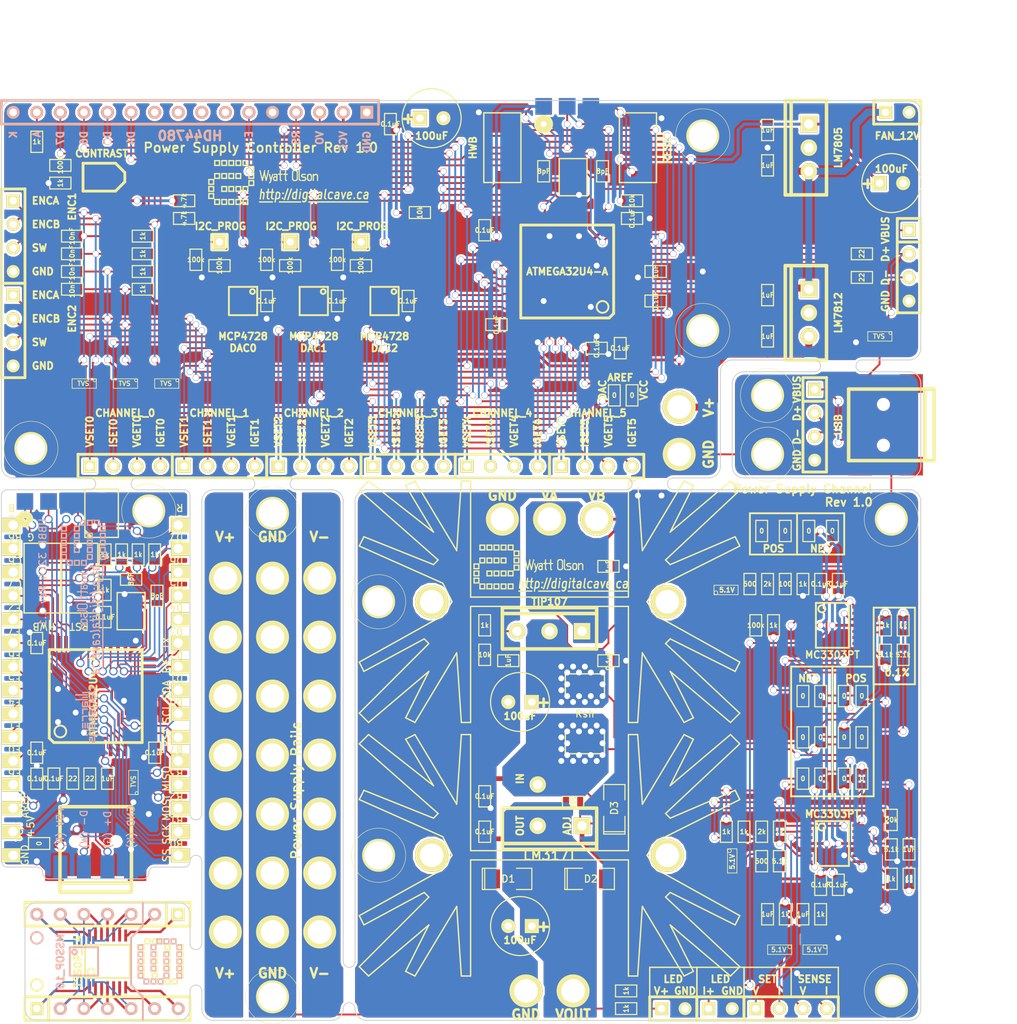
<source format=kicad_pcb>
(kicad_pcb (version 3) (host pcbnew "(22-Jun-2014 BZR 4027)-stable")
  (layers (15 F.Cu signal) (0 B.Cu signal) (18 B.Paste user) (19 F.Paste user) (20 B.SilkS user) (21 F.SilkS user) (22 B.Mask user) (23 F.Mask user) (28 Edge.Cuts user))
  (net 0 "")
  (net 1 +12V)
  (net 2 +5V)
  (net 3 /AREF)
  (net 4 /B0)
  (net 5 /B1)
  (net 6 /B2)
  (net 7 /B3)
  (net 8 /B4)
  (net 9 /B5)
  (net 10 /B6)
  (net 11 /B7)
  (net 12 /C6)
  (net 13 /C7)
  (net 14 /CONT_PWR_IN)
  (net 15 /D+)
  (net 16 /D-)
  (net 17 /D0)
  (net 18 /D1)
  (net 19 /D2)
  (net 20 /D3)
  (net 21 /D4)
  (net 22 /D5)
  (net 23 /D6)
  (net 24 /D7)
  (net 25 /E)
  (net 26 /E2)
  (net 27 /E6)
  (net 28 /ENC1_A)
  (net 29 /ENC1_B)
  (net 30 /ENC1_SW)
  (net 31 /ENC2_A)
  (net 32 /ENC2_B)
  (net 33 /ENC2_SW)
  (net 34 /F0)
  (net 35 /F1)
  (net 36 /F4)
  (net 37 /F5)
  (net 38 /F6)
  (net 39 /F7)
  (net 40 /I_DIFF)
  (net 41 /I_GET)
  (net 42 /I_GET0)
  (net 43 /I_GET1)
  (net 44 /I_GET2)
  (net 45 /I_GET3)
  (net 46 /I_GET4)
  (net 47 /I_GET5)
  (net 48 /I_LIM)
  (net 49 /I_LIM_LED)
  (net 50 /I_SET)
  (net 51 /I_SET0)
  (net 52 /I_SET1)
  (net 53 /I_SET2)
  (net 54 /I_SET3)
  (net 55 /I_SET4)
  (net 56 /I_SET5)
  (net 57 /I_SET_BIAS)
  (net 58 /LB)
  (net 59 /LG)
  (net 60 /LR)
  (net 61 /POST_CS)
  (net 62 /PRE_CS)
  (net 63 /RAIL_V+)
  (net 64 /RAIL_V-)
  (net 65 /RESET)
  (net 66 /RS)
  (net 67 /SCL)
  (net 68 /SDA)
  (net 69 /UCAP)
  (net 70 /V+)
  (net 71 /V-)
  (net 72 /VA)
  (net 73 /VADJ)
  (net 74 /VB)
  (net 75 /VBUS)
  (net 76 /V_GET)
  (net 77 /V_GET0)
  (net 78 /V_GET1)
  (net 79 /V_GET2)
  (net 80 /V_GET3)
  (net 81 /V_GET4)
  (net 82 /V_GET5)
  (net 83 /V_OUT)
  (net 84 /V_SET)
  (net 85 /V_SET0)
  (net 86 /V_SET1)
  (net 87 /V_SET2)
  (net 88 /V_SET3)
  (net 89 /V_SET4)
  (net 90 /V_SET5)
  (net 91 GND)
  (net 92 N-000001)
  (net 93 N-0000010)
  (net 94 N-0000011)
  (net 95 N-00000113)
  (net 96 N-0000012)
  (net 97 N-0000013)
  (net 98 N-0000014)
  (net 99 N-0000015)
  (net 100 N-0000017)
  (net 101 N-000002)
  (net 102 N-0000022)
  (net 103 N-0000023)
  (net 104 N-000003)
  (net 105 N-0000031)
  (net 106 N-0000032)
  (net 107 N-0000033)
  (net 108 N-0000034)
  (net 109 N-0000035)
  (net 110 N-0000036)
  (net 111 N-0000037)
  (net 112 N-0000038)
  (net 113 N-0000039)
  (net 114 N-000004)
  (net 115 N-0000040)
  (net 116 N-0000041)
  (net 117 N-0000042)
  (net 118 N-0000043)
  (net 119 N-0000044)
  (net 120 N-0000046)
  (net 121 N-0000048)
  (net 122 N-0000049)
  (net 123 N-000005)
  (net 124 N-0000050)
  (net 125 N-0000051)
  (net 126 N-0000052)
  (net 127 N-0000053)
  (net 128 N-0000054)
  (net 129 N-0000055)
  (net 130 N-0000056)
  (net 131 N-0000058)
  (net 132 N-000006)
  (net 133 N-0000060)
  (net 134 N-0000061)
  (net 135 N-0000062)
  (net 136 N-0000063)
  (net 137 N-000007)
  (net 138 N-0000078)
  (net 139 N-000008)
  (net 140 N-000009)
  (net 141 N-0000091)
  (module TO220_VERT (layer F.Cu) (at 206.375 121.285 270)
    (fp_text reference U4 hide)
    (fp_text value LM317T (at 3.175 0 360) (layer F.SilkS) (effects (font (size 1.016 1.016) (thickness 0.1905))))
    (fp_text user ADJ (at 0 -1.905 270) (layer F.SilkS) (effects (font (size 0.762 0.762) (thickness 0.1905))))
    (fp_text user OUT (at 0 3.175 270) (layer F.SilkS) (effects (font (size 0.762 0.762) (thickness 0.1905))))
    (fp_text user IN (at -5.08 3.175 270) (layer F.SilkS) (effects (font (size 0.762 0.762) (thickness 0.1905))))
    (pad 2 thru_hole circle (at 0 1.27 270) (size 1.778 1.778) (drill 1.016) (layers *.Cu *.Mask F.SilkS) (net 83 /V_OUT))
    (pad 3 thru_hole circle (at -4.445 1.27 270) (size 1.778 1.778) (drill 1.016) (layers *.Cu *.Mask F.SilkS) (net 61 /POST_CS))
    (pad 1 thru_hole rect (at 0 -3.5 270) (size 1.778 1.778) (drill 1.016) (layers *.Cu *.Mask F.SilkS) (net 133 N-0000060))
  )
  (module SIL-2 (layer F.Cu) (at 224.79 140.97)
    (fp_text reference K13 hide)
    (fp_text value I_LIM_LED hide)
    (fp_text user GND (at 1.27 -1.905) (layer F.SilkS) (effects (font (size 0.762 0.762) (thickness 0.1905))))
    (fp_text user LED (at 0 -3.175) (layer F.SilkS) (effects (font (size 0.762 0.762) (thickness 0.1905))))
    (fp_text user I+ (at -1.27 -1.905) (layer F.SilkS) (effects (font (size 0.762 0.762) (thickness 0.1905))))
    (pad 1 thru_hole rect (at -1.27 0) (size 1.397 1.397) (drill 0.8128) (layers *.Cu *.Mask F.SilkS) (net 105 N-0000031))
    (pad 2 thru_hole circle (at 1.27 0) (size 1.397 1.397) (drill 0.8128) (layers *.Cu *.Mask F.SilkS) (net 91 GND))
  )
  (module SIL-2 (layer F.Cu) (at 219.71 140.97)
    (fp_text reference K8 hide)
    (fp_text value V_LED hide)
    (fp_text user GND (at 1.27 -1.905) (layer F.SilkS) (effects (font (size 0.762 0.762) (thickness 0.1905))))
    (fp_text user V+ (at -1.27 -1.905) (layer F.SilkS) (effects (font (size 0.762 0.762) (thickness 0.1905))))
    (fp_text user LED (at 0 -3.175) (layer F.SilkS) (effects (font (size 0.762 0.762) (thickness 0.1905))))
    (pad 1 thru_hole rect (at -1.27 0) (size 1.397 1.397) (drill 0.8128) (layers *.Cu *.Mask F.SilkS) (net 123 N-000005))
    (pad 2 thru_hole circle (at 1.27 0) (size 1.397 1.397) (drill 0.8128) (layers *.Cu *.Mask F.SilkS) (net 91 GND))
  )
  (module SIL-4 (layer F.Cu) (at 232.41 140.97)
    (fp_text reference K11 hide)
    (fp_text value CONTROL_FEEDBACK hide)
    (fp_text user SET (at -2.54 -3.175) (layer F.SilkS) (effects (font (size 0.762 0.762) (thickness 0.1905))))
    (fp_text user SENSE (at 2.54 -3.175) (layer F.SilkS) (effects (font (size 0.762 0.762) (thickness 0.1905))))
    (fp_text user V (at -3.81 -1.905) (layer F.SilkS) (effects (font (size 0.762 0.762) (thickness 0.1905))))
    (fp_text user I (at -1.27 -1.905) (layer F.SilkS) (effects (font (size 0.762 0.762) (thickness 0.1905))))
    (fp_text user V (at 1.27 -1.905) (layer F.SilkS) (effects (font (size 0.762 0.762) (thickness 0.1905))))
    (fp_text user I (at 3.81 -1.905) (layer F.SilkS) (effects (font (size 0.762 0.762) (thickness 0.1905))))
    (pad 1 thru_hole rect (at -3.81 0) (size 1.397 1.397) (drill 0.8128) (layers *.Cu *.Mask F.SilkS) (net 84 /V_SET))
    (pad 2 thru_hole circle (at -1.27 0) (size 1.397 1.397) (drill 0.8128) (layers *.Cu *.Mask F.SilkS) (net 50 /I_SET))
    (pad 3 thru_hole circle (at 1.27 0) (size 1.397 1.397) (drill 0.8128) (layers *.Cu *.Mask F.SilkS) (net 76 /V_GET))
    (pad 4 thru_hole circle (at 3.81 0) (size 1.397 1.397) (drill 0.8128) (layers *.Cu *.Mask F.SilkS) (net 41 /I_GET))
  )
  (module MSOP10-0.5 (layer F.Cu) (at 188.595 64.77 180)
    (fp_text reference U9 hide)
    (fp_text value MCP4728 (at 0 -3.81 180) (layer F.SilkS) (effects (font (size 0.762 0.762) (thickness 0.1905))))
    (fp_text user DAC2 (at 0 -5.08 180) (layer F.SilkS) (effects (font (size 0.762 0.762) (thickness 0.1905))))
    (pad 1 smd rect (at -1.016 2.2225 180) (size 0.26924 1.00076) (layers F.Cu F.Paste F.Mask) (net 2 +5V))
    (pad 2 smd rect (at -0.508 2.2225 180) (size 0.26924 1.00076) (layers F.Cu F.Paste F.Mask) (net 67 /SCL))
    (pad 3 smd rect (at 0 2.2225 180) (size 0.26924 1.00076) (layers F.Cu F.Paste F.Mask) (net 68 /SDA))
    (pad 4 smd rect (at 0.508 2.2225 180) (size 0.26924 1.00076) (layers F.Cu F.Paste F.Mask) (net 125 N-0000051))
    (pad 5 smd rect (at 1.016 2.2225 180) (size 0.26924 1.00076) (layers F.Cu F.Paste F.Mask) (net 95 N-00000113))
    (pad 6 smd rect (at 1.016 -2.2225 180) (size 0.26924 1.00076) (layers F.Cu F.Paste F.Mask) (net 89 /V_SET4))
    (pad 7 smd rect (at 0.508 -2.2225 180) (size 0.26924 1.00076) (layers F.Cu F.Paste F.Mask) (net 55 /I_SET4))
    (pad 8 smd rect (at 0 -2.2225 180) (size 0.26924 1.00076) (layers F.Cu F.Paste F.Mask) (net 90 /V_SET5))
    (pad 9 smd rect (at -0.508 -2.2225 180) (size 0.26924 1.00076) (layers F.Cu F.Paste F.Mask) (net 56 /I_SET5))
    (pad 10 smd rect (at -1.016 -2.2225 180) (size 0.26924 1.00076) (layers F.Cu F.Paste F.Mask) (net 91 GND))
  )
  (module MSOP10-0.5 (layer F.Cu) (at 180.975 64.77 180)
    (fp_text reference U8 hide)
    (fp_text value MCP4728 (at 0 -3.81 180) (layer F.SilkS) (effects (font (size 0.762 0.762) (thickness 0.1905))))
    (fp_text user DAC1 (at 0 -5.08 180) (layer F.SilkS) (effects (font (size 0.762 0.762) (thickness 0.1905))))
    (pad 1 smd rect (at -1.016 2.2225 180) (size 0.26924 1.00076) (layers F.Cu F.Paste F.Mask) (net 2 +5V))
    (pad 2 smd rect (at -0.508 2.2225 180) (size 0.26924 1.00076) (layers F.Cu F.Paste F.Mask) (net 67 /SCL))
    (pad 3 smd rect (at 0 2.2225 180) (size 0.26924 1.00076) (layers F.Cu F.Paste F.Mask) (net 68 /SDA))
    (pad 4 smd rect (at 0.508 2.2225 180) (size 0.26924 1.00076) (layers F.Cu F.Paste F.Mask) (net 126 N-0000052))
    (pad 5 smd rect (at 1.016 2.2225 180) (size 0.26924 1.00076) (layers F.Cu F.Paste F.Mask) (net 138 N-0000078))
    (pad 6 smd rect (at 1.016 -2.2225 180) (size 0.26924 1.00076) (layers F.Cu F.Paste F.Mask) (net 87 /V_SET2))
    (pad 7 smd rect (at 0.508 -2.2225 180) (size 0.26924 1.00076) (layers F.Cu F.Paste F.Mask) (net 53 /I_SET2))
    (pad 8 smd rect (at 0 -2.2225 180) (size 0.26924 1.00076) (layers F.Cu F.Paste F.Mask) (net 88 /V_SET3))
    (pad 9 smd rect (at -0.508 -2.2225 180) (size 0.26924 1.00076) (layers F.Cu F.Paste F.Mask) (net 54 /I_SET3))
    (pad 10 smd rect (at -1.016 -2.2225 180) (size 0.26924 1.00076) (layers F.Cu F.Paste F.Mask) (net 91 GND))
  )
  (module MSOP10-0.5 (layer F.Cu) (at 173.355 64.77 180)
    (fp_text reference U7 hide)
    (fp_text value MCP4728 (at 0 -3.81 180) (layer F.SilkS) (effects (font (size 0.762 0.762) (thickness 0.1905))))
    (fp_text user DAC0 (at 0 -5.08 180) (layer F.SilkS) (effects (font (size 0.762 0.762) (thickness 0.1905))))
    (pad 1 smd rect (at -1.016 2.2225 180) (size 0.26924 1.00076) (layers F.Cu F.Paste F.Mask) (net 2 +5V))
    (pad 2 smd rect (at -0.508 2.2225 180) (size 0.26924 1.00076) (layers F.Cu F.Paste F.Mask) (net 67 /SCL))
    (pad 3 smd rect (at 0 2.2225 180) (size 0.26924 1.00076) (layers F.Cu F.Paste F.Mask) (net 68 /SDA))
    (pad 4 smd rect (at 0.508 2.2225 180) (size 0.26924 1.00076) (layers F.Cu F.Paste F.Mask) (net 127 N-0000053))
    (pad 5 smd rect (at 1.016 2.2225 180) (size 0.26924 1.00076) (layers F.Cu F.Paste F.Mask) (net 141 N-0000091))
    (pad 6 smd rect (at 1.016 -2.2225 180) (size 0.26924 1.00076) (layers F.Cu F.Paste F.Mask) (net 85 /V_SET0))
    (pad 7 smd rect (at 0.508 -2.2225 180) (size 0.26924 1.00076) (layers F.Cu F.Paste F.Mask) (net 51 /I_SET0))
    (pad 8 smd rect (at 0 -2.2225 180) (size 0.26924 1.00076) (layers F.Cu F.Paste F.Mask) (net 86 /V_SET1))
    (pad 9 smd rect (at -0.508 -2.2225 180) (size 0.26924 1.00076) (layers F.Cu F.Paste F.Mask) (net 52 /I_SET1))
    (pad 10 smd rect (at -1.016 -2.2225 180) (size 0.26924 1.00076) (layers F.Cu F.Paste F.Mask) (net 91 GND))
  )
  (module TO220_VERT (layer F.Cu) (at 206.375 100.33 90)
    (fp_text reference Q1 hide)
    (fp_text value TIP107 (at 3.175 0 180) (layer F.SilkS) (effects (font (size 0.762 0.762) (thickness 0.1905))))
    (pad B thru_hole circle (at 0 -3.5 90) (size 1.778 1.778) (drill 1.016) (layers *.Cu *.Mask F.SilkS) (net 48 /I_LIM))
    (pad C thru_hole circle (at 0 0 90) (size 1.778 1.778) (drill 1.016) (layers *.Cu *.Mask F.SilkS) (net 62 /PRE_CS))
    (pad E thru_hole rect (at 0 3.5 90) (size 1.778 1.778) (drill 1.016) (layers *.Cu *.Mask F.SilkS) (net 72 /VA))
  )
  (module SM2512 (layer F.Cu) (at 210.185 109.22 270)
    (fp_text reference R1 hide)
    (fp_text value Rsh (at 0 0 360) (layer F.SilkS) (effects (font (size 0.762 0.762) (thickness 0.127))))
    (pad 1 smd rect (at -2.99974 0 270) (size 1.99898 2.99974) (layers F.Cu F.Paste F.Mask) (net 62 /PRE_CS))
    (pad 2 smd rect (at 2.99974 0 270) (size 1.99898 2.99974) (layers F.Cu F.Paste F.Mask) (net 61 /POST_CS))
  )
  (module SCREW_TERMINAL_2 (layer F.Cu) (at 206.375 139.065)
    (fp_text reference K10 hide)
    (fp_text value VOUT hide)
    (fp_text user GND (at -2.54 2.54) (layer F.SilkS) (effects (font (size 1.016 1.016) (thickness 0.254))))
    (fp_text user VOUT (at 2.54 2.54) (layer F.SilkS) (effects (font (size 1.016 1.016) (thickness 0.254))))
    (pad 1 thru_hole circle (at -2.54 0) (size 3.556 3.556) (drill 2.54) (layers *.Cu *.Mask F.SilkS) (net 91 GND))
    (pad 2 thru_hole circle (at 2.54 0) (size 3.556 3.556) (drill 2.54) (layers *.Cu *.Mask F.SilkS) (net 83 /V_OUT))
  )
  (module SCREW_TERMINAL_3 (layer F.Cu) (at 206.375 88.265)
    (fp_text reference K9 hide)
    (fp_text value SUPPLY hide)
    (fp_text user VB (at 5.08 -2.54) (layer F.SilkS) (effects (font (size 1.016 1.016) (thickness 0.254))))
    (fp_text user VA (at 0 -2.54) (layer F.SilkS) (effects (font (size 1.016 1.016) (thickness 0.254))))
    (fp_text user GND (at -5.08 -2.54) (layer F.SilkS) (effects (font (size 1.016 1.016) (thickness 0.254))))
    (pad 1 thru_hole circle (at -5.08 0) (size 3.556 3.556) (drill 2.54) (layers *.Cu *.Mask F.SilkS) (net 91 GND))
    (pad 2 thru_hole circle (at 0 0) (size 3.556 3.556) (drill 2.54) (layers *.Cu *.Mask F.SilkS) (net 72 /VA))
    (pad 3 thru_hole circle (at 5.08 0) (size 3.556 3.556) (drill 2.54) (layers *.Cu *.Mask F.SilkS) (net 74 /VB))
  )
  (module SIL-4 (layer F.Cu) (at 148.59 57.785 270)
    (fp_text reference K18 hide)
    (fp_text value ENC1 (at -3.175 -6.35 270) (layer F.SilkS) (effects (font (size 0.762 0.762) (thickness 0.1905))))
    (pad 1 thru_hole rect (at -3.81 0 270) (size 1.397 1.397) (drill 0.8128) (layers *.Cu *.Mask F.SilkS) (net 28 /ENC1_A))
    (pad 2 thru_hole circle (at -1.27 0 270) (size 1.397 1.397) (drill 0.8128) (layers *.Cu *.Mask F.SilkS) (net 29 /ENC1_B))
    (pad 3 thru_hole circle (at 1.27 0 270) (size 1.397 1.397) (drill 0.8128) (layers *.Cu *.Mask F.SilkS) (net 30 /ENC1_SW))
    (pad 4 thru_hole circle (at 3.81 0 270) (size 1.397 1.397) (drill 0.8128) (layers *.Cu *.Mask F.SilkS) (net 91 GND))
  )
  (module SIL-4 (layer F.Cu) (at 148.59 67.945 270)
    (fp_text reference K19 hide)
    (fp_text value ENC2 (at -1.27 -6.35 270) (layer F.SilkS) (effects (font (size 0.762 0.762) (thickness 0.1905))))
    (pad 1 thru_hole rect (at -3.81 0 270) (size 1.397 1.397) (drill 0.8128) (layers *.Cu *.Mask F.SilkS) (net 31 /ENC2_A))
    (pad 2 thru_hole circle (at -1.27 0 270) (size 1.397 1.397) (drill 0.8128) (layers *.Cu *.Mask F.SilkS) (net 32 /ENC2_B))
    (pad 3 thru_hole circle (at 1.27 0 270) (size 1.397 1.397) (drill 0.8128) (layers *.Cu *.Mask F.SilkS) (net 33 /ENC2_SW))
    (pad 4 thru_hole circle (at 3.81 0 270) (size 1.397 1.397) (drill 0.8128) (layers *.Cu *.Mask F.SilkS) (net 91 GND))
  )
  (module SCREW_TERMINAL_2 (layer F.Cu) (at 220.345 78.74 90)
    (fp_text reference K16 hide)
    (fp_text value POWER hide)
    (pad 1 thru_hole circle (at -2.54 0 90) (size 3.556 3.556) (drill 2.54) (layers *.Cu *.Mask F.SilkS) (net 91 GND))
    (pad 2 thru_hole circle (at 2.54 0 90) (size 3.556 3.556) (drill 2.54) (layers *.Cu *.Mask F.SilkS) (net 14 /CONT_PWR_IN))
  )
  (module SCREW_TERMINAL_3 (layer F.Cu) (at 176.53 132.715)
    (fp_text reference K6 hide)
    (fp_text value VS hide)
    (pad 1 thru_hole circle (at -5.08 0) (size 3.556 3.556) (drill 2.54) (layers *.Cu *.Mask F.SilkS) (net 63 /RAIL_V+))
    (pad 2 thru_hole circle (at 0 0) (size 3.556 3.556) (drill 2.54) (layers *.Cu *.Mask F.SilkS) (net 91 GND))
    (pad 3 thru_hole circle (at 5.08 0) (size 3.556 3.556) (drill 2.54) (layers *.Cu *.Mask F.SilkS) (net 64 /RAIL_V-))
  )
  (module SCREW_TERMINAL_3 (layer F.Cu) (at 176.53 126.365)
    (fp_text reference K5 hide)
    (fp_text value VS hide)
    (pad 1 thru_hole circle (at -5.08 0) (size 3.556 3.556) (drill 2.54) (layers *.Cu *.Mask F.SilkS) (net 63 /RAIL_V+))
    (pad 2 thru_hole circle (at 0 0) (size 3.556 3.556) (drill 2.54) (layers *.Cu *.Mask F.SilkS) (net 91 GND))
    (pad 3 thru_hole circle (at 5.08 0) (size 3.556 3.556) (drill 2.54) (layers *.Cu *.Mask F.SilkS) (net 64 /RAIL_V-))
  )
  (module SCREW_TERMINAL_3 (layer F.Cu) (at 176.53 120.015)
    (fp_text reference K4 hide)
    (fp_text value VS hide)
    (pad 1 thru_hole circle (at -5.08 0) (size 3.556 3.556) (drill 2.54) (layers *.Cu *.Mask F.SilkS) (net 63 /RAIL_V+))
    (pad 2 thru_hole circle (at 0 0) (size 3.556 3.556) (drill 2.54) (layers *.Cu *.Mask F.SilkS) (net 91 GND))
    (pad 3 thru_hole circle (at 5.08 0) (size 3.556 3.556) (drill 2.54) (layers *.Cu *.Mask F.SilkS) (net 64 /RAIL_V-))
  )
  (module SCREW_TERMINAL_3 (layer F.Cu) (at 176.53 113.665)
    (fp_text reference K3 hide)
    (fp_text value VS hide)
    (pad 1 thru_hole circle (at -5.08 0) (size 3.556 3.556) (drill 2.54) (layers *.Cu *.Mask F.SilkS) (net 63 /RAIL_V+))
    (pad 2 thru_hole circle (at 0 0) (size 3.556 3.556) (drill 2.54) (layers *.Cu *.Mask F.SilkS) (net 91 GND))
    (pad 3 thru_hole circle (at 5.08 0) (size 3.556 3.556) (drill 2.54) (layers *.Cu *.Mask F.SilkS) (net 64 /RAIL_V-))
  )
  (module SCREW_TERMINAL_3 (layer F.Cu) (at 176.53 107.315)
    (fp_text reference K2 hide)
    (fp_text value VS hide)
    (pad 1 thru_hole circle (at -5.08 0) (size 3.556 3.556) (drill 2.54) (layers *.Cu *.Mask F.SilkS) (net 63 /RAIL_V+))
    (pad 2 thru_hole circle (at 0 0) (size 3.556 3.556) (drill 2.54) (layers *.Cu *.Mask F.SilkS) (net 91 GND))
    (pad 3 thru_hole circle (at 5.08 0) (size 3.556 3.556) (drill 2.54) (layers *.Cu *.Mask F.SilkS) (net 64 /RAIL_V-))
  )
  (module SCREW_TERMINAL_3 (layer F.Cu) (at 176.53 94.615)
    (fp_text reference K7 hide)
    (fp_text value VS hide)
    (pad 1 thru_hole circle (at -5.08 0) (size 3.556 3.556) (drill 2.54) (layers *.Cu *.Mask F.SilkS) (net 63 /RAIL_V+))
    (pad 2 thru_hole circle (at 0 0) (size 3.556 3.556) (drill 2.54) (layers *.Cu *.Mask F.SilkS) (net 91 GND))
    (pad 3 thru_hole circle (at 5.08 0) (size 3.556 3.556) (drill 2.54) (layers *.Cu *.Mask F.SilkS) (net 64 /RAIL_V-))
  )
  (module SCREW_TERMINAL_3 (layer F.Cu) (at 176.53 100.965)
    (fp_text reference K1 hide)
    (fp_text value VS hide)
    (pad 1 thru_hole circle (at -5.08 0) (size 3.556 3.556) (drill 2.54) (layers *.Cu *.Mask F.SilkS) (net 63 /RAIL_V+))
    (pad 2 thru_hole circle (at 0 0) (size 3.556 3.556) (drill 2.54) (layers *.Cu *.Mask F.SilkS) (net 91 GND))
    (pad 3 thru_hole circle (at 5.08 0) (size 3.556 3.556) (drill 2.54) (layers *.Cu *.Mask F.SilkS) (net 64 /RAIL_V-))
  )
  (module SIL-4 (layer F.Cu) (at 160.655 82.55)
    (fp_text reference K24 hide)
    (fp_text value CHANNEL_0 (at 0 -5.715) (layer F.SilkS) (effects (font (size 0.762 0.762) (thickness 0.1905))))
    (pad 1 thru_hole rect (at -3.81 0) (size 1.397 1.397) (drill 0.8128) (layers *.Cu *.Mask F.SilkS) (net 85 /V_SET0))
    (pad 2 thru_hole circle (at -1.27 0) (size 1.397 1.397) (drill 0.8128) (layers *.Cu *.Mask F.SilkS) (net 51 /I_SET0))
    (pad 3 thru_hole circle (at 1.27 0) (size 1.397 1.397) (drill 0.8128) (layers *.Cu *.Mask F.SilkS) (net 77 /V_GET0))
    (pad 4 thru_hole circle (at 3.81 0) (size 1.397 1.397) (drill 0.8128) (layers *.Cu *.Mask F.SilkS) (net 42 /I_GET0))
  )
  (module SIL-4 (layer F.Cu) (at 170.815 82.55)
    (fp_text reference K25 hide)
    (fp_text value CHANNEL_1 (at 0 -5.715) (layer F.SilkS) (effects (font (size 0.762 0.762) (thickness 0.1905))))
    (pad 1 thru_hole rect (at -3.81 0) (size 1.397 1.397) (drill 0.8128) (layers *.Cu *.Mask F.SilkS) (net 86 /V_SET1))
    (pad 2 thru_hole circle (at -1.27 0) (size 1.397 1.397) (drill 0.8128) (layers *.Cu *.Mask F.SilkS) (net 52 /I_SET1))
    (pad 3 thru_hole circle (at 1.27 0) (size 1.397 1.397) (drill 0.8128) (layers *.Cu *.Mask F.SilkS) (net 78 /V_GET1))
    (pad 4 thru_hole circle (at 3.81 0) (size 1.397 1.397) (drill 0.8128) (layers *.Cu *.Mask F.SilkS) (net 43 /I_GET1))
  )
  (module SIL-4 (layer F.Cu) (at 180.975 82.55)
    (fp_text reference K26 hide)
    (fp_text value CHANNEL_2 (at 0 -5.715) (layer F.SilkS) (effects (font (size 0.762 0.762) (thickness 0.1905))))
    (pad 1 thru_hole rect (at -3.81 0) (size 1.397 1.397) (drill 0.8128) (layers *.Cu *.Mask F.SilkS) (net 87 /V_SET2))
    (pad 2 thru_hole circle (at -1.27 0) (size 1.397 1.397) (drill 0.8128) (layers *.Cu *.Mask F.SilkS) (net 53 /I_SET2))
    (pad 3 thru_hole circle (at 1.27 0) (size 1.397 1.397) (drill 0.8128) (layers *.Cu *.Mask F.SilkS) (net 79 /V_GET2))
    (pad 4 thru_hole circle (at 3.81 0) (size 1.397 1.397) (drill 0.8128) (layers *.Cu *.Mask F.SilkS) (net 44 /I_GET2))
  )
  (module SIL-4 (layer F.Cu) (at 191.135 82.55)
    (fp_text reference K27 hide)
    (fp_text value CHANNEL_3 (at 0 -5.715) (layer F.SilkS) (effects (font (size 0.762 0.762) (thickness 0.1905))))
    (pad 1 thru_hole rect (at -3.81 0) (size 1.397 1.397) (drill 0.8128) (layers *.Cu *.Mask F.SilkS) (net 88 /V_SET3))
    (pad 2 thru_hole circle (at -1.27 0) (size 1.397 1.397) (drill 0.8128) (layers *.Cu *.Mask F.SilkS) (net 54 /I_SET3))
    (pad 3 thru_hole circle (at 1.27 0) (size 1.397 1.397) (drill 0.8128) (layers *.Cu *.Mask F.SilkS) (net 80 /V_GET3))
    (pad 4 thru_hole circle (at 3.81 0) (size 1.397 1.397) (drill 0.8128) (layers *.Cu *.Mask F.SilkS) (net 45 /I_GET3))
  )
  (module SIL-4 (layer F.Cu) (at 201.295 82.55)
    (fp_text reference K28 hide)
    (fp_text value CHANNEL_4 (at 0 -5.715) (layer F.SilkS) (effects (font (size 0.762 0.762) (thickness 0.1905))))
    (pad 1 thru_hole rect (at -3.81 0) (size 1.397 1.397) (drill 0.8128) (layers *.Cu *.Mask F.SilkS) (net 89 /V_SET4))
    (pad 2 thru_hole circle (at -1.27 0) (size 1.397 1.397) (drill 0.8128) (layers *.Cu *.Mask F.SilkS) (net 55 /I_SET4))
    (pad 3 thru_hole circle (at 1.27 0) (size 1.397 1.397) (drill 0.8128) (layers *.Cu *.Mask F.SilkS) (net 81 /V_GET4))
    (pad 4 thru_hole circle (at 3.81 0) (size 1.397 1.397) (drill 0.8128) (layers *.Cu *.Mask F.SilkS) (net 46 /I_GET4))
  )
  (module SIL-4 (layer F.Cu) (at 211.455 82.55)
    (fp_text reference K29 hide)
    (fp_text value CHANNEL_5 (at 0 -5.715) (layer F.SilkS) (effects (font (size 0.762 0.762) (thickness 0.1905))))
    (pad 1 thru_hole rect (at -3.81 0) (size 1.397 1.397) (drill 0.8128) (layers *.Cu *.Mask F.SilkS) (net 90 /V_SET5))
    (pad 2 thru_hole circle (at -1.27 0) (size 1.397 1.397) (drill 0.8128) (layers *.Cu *.Mask F.SilkS) (net 56 /I_SET5))
    (pad 3 thru_hole circle (at 1.27 0) (size 1.397 1.397) (drill 0.8128) (layers *.Cu *.Mask F.SilkS) (net 82 /V_GET5))
    (pad 4 thru_hole circle (at 3.81 0) (size 1.397 1.397) (drill 0.8128) (layers *.Cu *.Mask F.SilkS) (net 47 /I_GET5))
  )
  (module SIL-1 (layer F.Cu) (at 170.815 58.42)
    (fp_text reference K21 hide)
    (fp_text value I2C_PROG (at 0.1 -1.7) (layer F.SilkS) (effects (font (size 0.762 0.762) (thickness 0.1905))))
    (pad 1 thru_hole rect (at 0 0) (size 1.5 1.5) (drill 0.8) (layers *.Cu *.Mask F.SilkS) (net 127 N-0000053))
  )
  (module SM0603_VALUE (layer F.Cu) (at 170.815 60.96)
    (fp_text reference R63 hide)
    (fp_text value 100k (at 0 0 90) (layer F.SilkS) (effects (font (size 0.508 0.508) (thickness 0.1143))))
    (pad 1 smd rect (at -0.762 0) (size 0.635 1.143) (layers F.Cu F.Paste F.Mask) (net 2 +5V))
    (pad 2 smd rect (at 0.762 0) (size 0.635 1.143) (layers F.Cu F.Paste F.Mask) (net 141 N-0000091))
  )
  (module SM0603_VALUE (layer F.Cu) (at 167.005 53.975 180)
    (fp_text reference R51 hide)
    (fp_text value 4.7k (at 0 0 270) (layer F.SilkS) (effects (font (size 0.508 0.508) (thickness 0.1143))))
    (pad 1 smd rect (at -0.762 0 180) (size 0.635 1.143) (layers F.Cu F.Paste F.Mask) (net 67 /SCL))
    (pad 2 smd rect (at 0.762 0 180) (size 0.635 1.143) (layers F.Cu F.Paste F.Mask) (net 2 +5V))
  )
  (module SM0603_VALUE (layer F.Cu) (at 167.005 55.88 180)
    (fp_text reference R50 hide)
    (fp_text value 4.7k (at 0 0 270) (layer F.SilkS) (effects (font (size 0.508 0.508) (thickness 0.1143))))
    (pad 1 smd rect (at -0.762 0 180) (size 0.635 1.143) (layers F.Cu F.Paste F.Mask) (net 68 /SDA))
    (pad 2 smd rect (at 0.762 0 180) (size 0.635 1.143) (layers F.Cu F.Paste F.Mask) (net 2 +5V))
  )
  (module SIL-2 (layer F.Cu) (at 243.84 44.45)
    (fp_text reference K20 hide)
    (fp_text value FAN_12V (at 0 2.54) (layer F.SilkS) (effects (font (size 0.762 0.762) (thickness 0.1905))))
    (pad 1 thru_hole rect (at -1.27 0) (size 1.397 1.397) (drill 0.8128) (layers *.Cu *.Mask F.SilkS) (net 1 +12V))
    (pad 2 thru_hole circle (at 1.27 0) (size 1.397 1.397) (drill 0.8128) (layers *.Cu *.Mask F.SilkS) (net 91 GND))
  )
  (module mouse_bites (layer F.Cu) (at 217.17 84.455)
    (fp_text reference MP6 hide)
    (fp_text value MOUSE_BITES hide)
    (pad "" np_thru_hole circle (at -1.27 0) (size 0.762 0.762) (drill 0.762) (layers *.Cu *.Mask F.SilkS))
    (pad "" np_thru_hole circle (at 0 0) (size 0.762 0.762) (drill 0.762) (layers *.Cu *.Mask F.SilkS))
    (pad "" np_thru_hole circle (at 1.27 0) (size 0.762 0.762) (drill 0.762) (layers *.Cu *.Mask F.SilkS))
  )
  (module mouse_bites (layer F.Cu) (at 184.785 138.43 90)
    (fp_text reference MP4 hide)
    (fp_text value MOUSE_BITES hide)
    (pad "" np_thru_hole circle (at -1.27 0 90) (size 0.762 0.762) (drill 0.762) (layers *.Cu *.Mask F.SilkS))
    (pad "" np_thru_hole circle (at 0 0 90) (size 0.762 0.762) (drill 0.762) (layers *.Cu *.Mask F.SilkS))
    (pad "" np_thru_hole circle (at 1.27 0 90) (size 0.762 0.762) (drill 0.762) (layers *.Cu *.Mask F.SilkS))
  )
  (module mouse_bites (layer F.Cu) (at 176.53 84.455)
    (fp_text reference MP3 hide)
    (fp_text value MOUSE_BITES hide)
    (pad "" np_thru_hole circle (at -1.27 0) (size 0.762 0.762) (drill 0.762) (layers *.Cu *.Mask F.SilkS))
    (pad "" np_thru_hole circle (at 0 0) (size 0.762 0.762) (drill 0.762) (layers *.Cu *.Mask F.SilkS))
    (pad "" np_thru_hole circle (at 1.27 0) (size 0.762 0.762) (drill 0.762) (layers *.Cu *.Mask F.SilkS))
  )
  (module MOUNTING_HOLE_#4 (layer F.Cu) (at 243.205 88.265)
    (fp_text reference MP5 hide)
    (fp_text value MOUNTING_HOLE hide)
    (pad 1 thru_hole circle (at 0 0) (size 3.556 3.556) (drill 3.048) (layers *.Cu *.Mask F.SilkS) (net 91 GND))
  )
  (module TO220_VERT (layer F.Cu) (at 234.315 48.26 180)
    (fp_text reference U6 hide)
    (fp_text value LM7805 (at -3.175 0 270) (layer F.SilkS) (effects (font (size 0.762 0.762) (thickness 0.1905))))
    (pad VI thru_hole circle (at 0 -2.54 180) (size 1.778 1.778) (drill 1.016) (layers *.Cu *.Mask F.SilkS) (net 1 +12V))
    (pad GND thru_hole circle (at 0 0 180) (size 1.778 1.778) (drill 1.016) (layers *.Cu *.Mask F.SilkS) (net 91 GND))
    (pad VO thru_hole rect (at 0 2.54 180) (size 1.778 1.778) (drill 1.016) (layers *.Cu *.Mask F.SilkS) (net 2 +5V))
  )
  (module TO220_VERT (layer F.Cu) (at 234.315 66.04 180)
    (fp_text reference U5 hide)
    (fp_text value LM7812 (at -3.175 0 270) (layer F.SilkS) (effects (font (size 0.762 0.762) (thickness 0.1905))))
    (pad VI thru_hole circle (at 0 -2.54 180) (size 1.778 1.778) (drill 1.016) (layers *.Cu *.Mask F.SilkS) (net 14 /CONT_PWR_IN))
    (pad GND thru_hole circle (at 0 0 180) (size 1.778 1.778) (drill 1.016) (layers *.Cu *.Mask F.SilkS) (net 91 GND))
    (pad VO thru_hole rect (at 0 2.54 180) (size 1.778 1.778) (drill 1.016) (layers *.Cu *.Mask F.SilkS) (net 1 +12V))
  )
  (module SM0603_VALUE (layer F.Cu) (at 229.87 46.355 270)
    (fp_text reference C33 hide)
    (fp_text value 1uF (at 0 0 360) (layer F.SilkS) (effects (font (size 0.508 0.508) (thickness 0.1143))))
    (pad 1 smd rect (at -0.762 0 270) (size 0.635 1.143) (layers F.Cu F.Paste F.Mask) (net 2 +5V))
    (pad 2 smd rect (at 0.762 0 270) (size 0.635 1.143) (layers F.Cu F.Paste F.Mask) (net 91 GND))
  )
  (module SM0603_VALUE (layer F.Cu) (at 229.87 68.58 90)
    (fp_text reference C24 hide)
    (fp_text value 1uF (at 0 0 180) (layer F.SilkS) (effects (font (size 0.508 0.508) (thickness 0.1143))))
    (pad 1 smd rect (at -0.762 0 90) (size 0.635 1.143) (layers F.Cu F.Paste F.Mask) (net 14 /CONT_PWR_IN))
    (pad 2 smd rect (at 0.762 0 90) (size 0.635 1.143) (layers F.Cu F.Paste F.Mask) (net 91 GND))
  )
  (module SM0603_VALUE (layer F.Cu) (at 229.87 64.135 270)
    (fp_text reference C32 hide)
    (fp_text value 1uF (at 0 0 360) (layer F.SilkS) (effects (font (size 0.508 0.508) (thickness 0.1143))))
    (pad 1 smd rect (at -0.762 0 270) (size 0.635 1.143) (layers F.Cu F.Paste F.Mask) (net 1 +12V))
    (pad 2 smd rect (at 0.762 0 270) (size 0.635 1.143) (layers F.Cu F.Paste F.Mask) (net 91 GND))
  )
  (module SM0603_VALUE (layer F.Cu) (at 229.87 50.165 90)
    (fp_text reference C25 hide)
    (fp_text value 1uF (at 0 0 180) (layer F.SilkS) (effects (font (size 0.508 0.508) (thickness 0.1143))))
    (pad 1 smd rect (at -0.762 0 90) (size 0.635 1.143) (layers F.Cu F.Paste F.Mask) (net 1 +12V))
    (pad 2 smd rect (at 0.762 0 90) (size 0.635 1.143) (layers F.Cu F.Paste F.Mask) (net 91 GND))
  )
  (module SM0603_VALUE (layer F.Cu) (at 175.895 64.77 90)
    (fp_text reference C35 hide)
    (fp_text value 0.1uF (at 0 0 180) (layer F.SilkS) (effects (font (size 0.508 0.508) (thickness 0.1143))))
    (pad 1 smd rect (at -0.762 0 90) (size 0.635 1.143) (layers F.Cu F.Paste F.Mask) (net 91 GND))
    (pad 2 smd rect (at 0.762 0 90) (size 0.635 1.143) (layers F.Cu F.Paste F.Mask) (net 2 +5V))
  )
  (module MOUNTING_HOLE_#4 (layer F.Cu) (at 176.53 87.63)
    (fp_text reference MP1 hide)
    (fp_text value MOUNTING_HOLE hide)
    (pad 1 thru_hole circle (at 0 0) (size 3.556 3.556) (drill 3.048) (layers *.Cu *.Mask F.SilkS) (net 91 GND))
  )
  (module MOUNTING_HOLE_#4 (layer F.Cu) (at 176.53 139.7)
    (fp_text reference MP2 hide)
    (fp_text value MOUNTING_HOLE hide)
    (pad 1 thru_hole circle (at 0 0) (size 3.556 3.556) (drill 3.048) (layers *.Cu *.Mask F.SilkS) (net 91 GND))
  )
  (module USB_MINI_B_fixed (layer F.Cu) (at 243.205 78.105 180)
    (fp_text reference CON1 hide)
    (fp_text value USB-MINI-B hide)
    (pad 1 smd rect (at 3.44932 -1.6002 180) (size 2.30124 0.50038) (layers F.Cu F.Paste F.Mask) (net 121 N-0000048))
    (pad 2 smd rect (at 3.44932 -0.8001 180) (size 2.30124 0.50038) (layers F.Cu F.Paste F.Mask) (net 124 N-0000050))
    (pad 3 smd rect (at 3.44932 0 180) (size 2.30124 0.50038) (layers F.Cu F.Paste F.Mask) (net 130 N-0000056))
    (pad 4 smd rect (at 3.44932 0.8001 180) (size 2.30124 0.50038) (layers F.Cu F.Paste F.Mask))
    (pad 5 smd rect (at 3.44932 1.6002 180) (size 2.30124 0.50038) (layers F.Cu F.Paste F.Mask) (net 91 GND))
    (pad 6 smd rect (at 3.35026 -4.45008 180) (size 2.49936 1.99898) (layers F.Cu F.Paste F.Mask) (net 91 GND))
    (pad 7 smd rect (at -2.14884 -4.45008 180) (size 2.49936 1.99898) (layers F.Cu F.Paste F.Mask) (net 91 GND))
    (pad 8 smd rect (at 3.35026 4.45008 180) (size 2.49936 1.99898) (layers F.Cu F.Paste F.Mask) (net 91 GND))
    (pad 9 smd rect (at -2.14884 4.45008 180) (size 2.49936 1.99898) (layers F.Cu F.Paste F.Mask) (net 91 GND))
    (pad "" np_thru_hole circle (at 0.8509 -2.19964 180) (size 0.89916 0.89916) (drill 0.89916) (layers *.Cu *.Mask F.SilkS))
    (pad "" np_thru_hole circle (at 0.8509 2.19964 180) (size 0.89916 0.89916) (drill 0.89916) (layers *.Cu *.Mask F.SilkS))
  )
  (module TQFP44 (layer F.Cu) (at 208.28 61.595 180)
    (fp_text reference U1 hide)
    (fp_text value ATMEGA32U4-A (at 0 0 180) (layer F.SilkS) (effects (font (size 0.762 0.762) (thickness 0.1905))))
    (pad 39 smd rect (at 0 -5.715 180) (size 0.4064 1.524) (layers F.Cu F.Paste F.Mask) (net 78 /V_GET1))
    (pad 40 smd rect (at -0.8001 -5.715 180) (size 0.4064 1.524) (layers F.Cu F.Paste F.Mask) (net 42 /I_GET0))
    (pad 41 smd rect (at -1.6002 -5.715 180) (size 0.4064 1.524) (layers F.Cu F.Paste F.Mask) (net 77 /V_GET0))
    (pad 42 smd rect (at -2.4003 -5.715 180) (size 0.4064 1.524) (layers F.Cu F.Paste F.Mask) (net 3 /AREF))
    (pad 43 smd rect (at -3.2004 -5.715 180) (size 0.4064 1.524) (layers F.Cu F.Paste F.Mask) (net 91 GND))
    (pad 44 smd rect (at -4.0005 -5.715 180) (size 0.4064 1.524) (layers F.Cu F.Paste F.Mask) (net 2 +5V))
    (pad 38 smd rect (at 0.8001 -5.715 180) (size 0.4064 1.524) (layers F.Cu F.Paste F.Mask) (net 43 /I_GET1))
    (pad 37 smd rect (at 1.6002 -5.715 180) (size 0.4064 1.524) (layers F.Cu F.Paste F.Mask) (net 79 /V_GET2))
    (pad 36 smd rect (at 2.4003 -5.715 180) (size 0.4064 1.524) (layers F.Cu F.Paste F.Mask) (net 44 /I_GET2))
    (pad 35 smd rect (at 3.2004 -5.715 180) (size 0.4064 1.524) (layers F.Cu F.Paste F.Mask) (net 91 GND))
    (pad 34 smd rect (at 4.0005 -5.715 180) (size 0.4064 1.524) (layers F.Cu F.Paste F.Mask) (net 2 +5V))
    (pad 17 smd rect (at 0 5.715 180) (size 0.4064 1.524) (layers F.Cu F.Paste F.Mask) (net 101 N-000002))
    (pad 16 smd rect (at -0.8001 5.715 180) (size 0.4064 1.524) (layers F.Cu F.Paste F.Mask) (net 104 N-000003))
    (pad 15 smd rect (at -1.6002 5.715 180) (size 0.4064 1.524) (layers F.Cu F.Paste F.Mask) (net 91 GND))
    (pad 14 smd rect (at -2.4003 5.715 180) (size 0.4064 1.524) (layers F.Cu F.Paste F.Mask) (net 2 +5V))
    (pad 13 smd rect (at -3.2004 5.715 180) (size 0.4064 1.524) (layers F.Cu F.Paste F.Mask) (net 65 /RESET))
    (pad 12 smd rect (at -4.0005 5.715 180) (size 0.4064 1.524) (layers F.Cu F.Paste F.Mask) (net 21 /D4))
    (pad 18 smd rect (at 0.8001 5.715 180) (size 0.4064 1.524) (layers F.Cu F.Paste F.Mask) (net 67 /SCL))
    (pad 19 smd rect (at 1.6002 5.715 180) (size 0.4064 1.524) (layers F.Cu F.Paste F.Mask) (net 68 /SDA))
    (pad 20 smd rect (at 2.4003 5.715 180) (size 0.4064 1.524) (layers F.Cu F.Paste F.Mask) (net 30 /ENC1_SW))
    (pad 21 smd rect (at 3.2004 5.715 180) (size 0.4064 1.524) (layers F.Cu F.Paste F.Mask) (net 33 /ENC2_SW))
    (pad 22 smd rect (at 4.0005 5.715 180) (size 0.4064 1.524) (layers F.Cu F.Paste F.Mask) (net 22 /D5))
    (pad 6 smd rect (at -5.715 0 180) (size 1.524 0.4064) (layers F.Cu F.Paste F.Mask) (net 69 /UCAP))
    (pad 28 smd rect (at 5.715 0 180) (size 1.524 0.4064) (layers F.Cu F.Paste F.Mask) (net 46 /I_GET4))
    (pad 7 smd rect (at -5.715 0.8001 180) (size 1.524 0.4064) (layers F.Cu F.Paste F.Mask) (net 75 /VBUS))
    (pad 27 smd rect (at 5.715 0.8001 180) (size 1.524 0.4064) (layers F.Cu F.Paste F.Mask) (net 81 /V_GET4))
    (pad 26 smd rect (at 5.715 1.6002 180) (size 1.524 0.4064) (layers F.Cu F.Paste F.Mask) (net 45 /I_GET3))
    (pad 8 smd rect (at -5.715 1.6002 180) (size 1.524 0.4064) (layers F.Cu F.Paste F.Mask) (net 28 /ENC1_A))
    (pad 9 smd rect (at -5.715 2.4003 180) (size 1.524 0.4064) (layers F.Cu F.Paste F.Mask) (net 29 /ENC1_B))
    (pad 25 smd rect (at 5.715 2.4003 180) (size 1.524 0.4064) (layers F.Cu F.Paste F.Mask) (net 80 /V_GET3))
    (pad 24 smd rect (at 5.715 3.2004 180) (size 1.524 0.4064) (layers F.Cu F.Paste F.Mask) (net 2 +5V))
    (pad 10 smd rect (at -5.715 3.2004 180) (size 1.524 0.4064) (layers F.Cu F.Paste F.Mask) (net 31 /ENC2_A))
    (pad 11 smd rect (at -5.715 4.0005 180) (size 1.524 0.4064) (layers F.Cu F.Paste F.Mask) (net 32 /ENC2_B))
    (pad 23 smd rect (at 5.715 4.0005 180) (size 1.524 0.4064) (layers F.Cu F.Paste F.Mask) (net 91 GND))
    (pad 29 smd rect (at 5.715 -0.8001 180) (size 1.524 0.4064) (layers F.Cu F.Paste F.Mask) (net 82 /V_GET5))
    (pad 5 smd rect (at -5.715 -0.8001 180) (size 1.524 0.4064) (layers F.Cu F.Paste F.Mask) (net 91 GND))
    (pad 4 smd rect (at -5.715 -1.6002 180) (size 1.524 0.4064) (layers F.Cu F.Paste F.Mask) (net 93 N-0000010))
    (pad 30 smd rect (at 5.715 -1.6002 180) (size 1.524 0.4064) (layers F.Cu F.Paste F.Mask) (net 47 /I_GET5))
    (pad 31 smd rect (at 5.715 -2.4003 180) (size 1.524 0.4064) (layers F.Cu F.Paste F.Mask) (net 23 /D6))
    (pad 3 smd rect (at -5.715 -2.4003 180) (size 1.524 0.4064) (layers F.Cu F.Paste F.Mask) (net 140 N-000009))
    (pad 2 smd rect (at -5.715 -3.2004 180) (size 1.524 0.4064) (layers F.Cu F.Paste F.Mask) (net 2 +5V))
    (pad 32 smd rect (at 5.715 -3.2004 180) (size 1.524 0.4064) (layers F.Cu F.Paste F.Mask) (net 24 /D7))
    (pad 33 smd rect (at 5.715 -4.0005 180) (size 1.524 0.4064) (layers F.Cu F.Paste F.Mask) (net 25 /E))
    (pad 1 smd rect (at -5.715 -4.0005 180) (size 1.524 0.4064) (layers F.Cu F.Paste F.Mask) (net 66 /RS))
  )
  (module SW_6x3 (layer F.Cu) (at 215.9 48.26 270)
    (fp_text reference SW1 hide)
    (fp_text value RESET (at 0 -3.175 270) (layer F.SilkS) (effects (font (size 0.762 0.762) (thickness 0.1905))))
    (pad 1 smd rect (at -3.5 0 270) (size 2 1.5) (layers F.Cu F.Paste F.Mask) (net 91 GND))
    (pad 2 smd rect (at 3.5 0 270) (size 2 1.5) (layers F.Cu F.Paste F.Mask) (net 65 /RESET))
  )
  (module SM0603_VALUE (layer F.Cu) (at 240.03 62.23 180)
    (fp_text reference R52 hide)
    (fp_text value 22 (at 0 0 270) (layer F.SilkS) (effects (font (size 0.508 0.508) (thickness 0.1143))))
    (pad 1 smd rect (at -0.762 0 180) (size 0.635 1.143) (layers F.Cu F.Paste F.Mask) (net 128 N-0000054))
    (pad 2 smd rect (at 0.762 0 180) (size 0.635 1.143) (layers F.Cu F.Paste F.Mask) (net 140 N-000009))
  )
  (module SM0603_VALUE (layer F.Cu) (at 211.455 69.85 180)
    (fp_text reference C34 hide)
    (fp_text value 0.1uF (at 0 0 270) (layer F.SilkS) (effects (font (size 0.508 0.508) (thickness 0.1143))))
    (pad 1 smd rect (at -0.762 0 180) (size 0.635 1.143) (layers F.Cu F.Paste F.Mask) (net 91 GND))
    (pad 2 smd rect (at 0.762 0 180) (size 0.635 1.143) (layers F.Cu F.Paste F.Mask) (net 3 /AREF))
  )
  (module SM0603_VALUE (layer F.Cu) (at 217.805 64.77 180)
    (fp_text reference C21 hide)
    (fp_text value 0.1uF (at 0 0 270) (layer F.SilkS) (effects (font (size 0.508 0.508) (thickness 0.1143))))
    (pad 1 smd rect (at -0.762 0 180) (size 0.635 1.143) (layers F.Cu F.Paste F.Mask) (net 91 GND))
    (pad 2 smd rect (at 0.762 0 180) (size 0.635 1.143) (layers F.Cu F.Paste F.Mask) (net 2 +5V))
  )
  (module SM0603_VALUE (layer F.Cu) (at 215.265 55.88 180)
    (fp_text reference C20 hide)
    (fp_text value 0.1uF (at 0 0 270) (layer F.SilkS) (effects (font (size 0.508 0.508) (thickness 0.1143))))
    (pad 1 smd rect (at -0.762 0 180) (size 0.635 1.143) (layers F.Cu F.Paste F.Mask) (net 91 GND))
    (pad 2 smd rect (at 0.762 0 180) (size 0.635 1.143) (layers F.Cu F.Paste F.Mask) (net 2 +5V))
  )
  (module SM0603_VALUE (layer F.Cu) (at 183.515 64.77 90)
    (fp_text reference C19 hide)
    (fp_text value 0.1uF (at 0 0 180) (layer F.SilkS) (effects (font (size 0.508 0.508) (thickness 0.1143))))
    (pad 1 smd rect (at -0.762 0 90) (size 0.635 1.143) (layers F.Cu F.Paste F.Mask) (net 91 GND))
    (pad 2 smd rect (at 0.762 0 90) (size 0.635 1.143) (layers F.Cu F.Paste F.Mask) (net 2 +5V))
  )
  (module SM0603_VALUE (layer F.Cu) (at 200.66 67.31)
    (fp_text reference C18 hide)
    (fp_text value 0.1uF (at 0 0 90) (layer F.SilkS) (effects (font (size 0.508 0.508) (thickness 0.1143))))
    (pad 1 smd rect (at -0.762 0) (size 0.635 1.143) (layers F.Cu F.Paste F.Mask) (net 91 GND))
    (pad 2 smd rect (at 0.762 0) (size 0.635 1.143) (layers F.Cu F.Paste F.Mask) (net 2 +5V))
  )
  (module SM0603_VALUE (layer F.Cu) (at 199.39 57.15 270)
    (fp_text reference C17 hide)
    (fp_text value 0.1uF (at 0 0 360) (layer F.SilkS) (effects (font (size 0.508 0.508) (thickness 0.1143))))
    (pad 1 smd rect (at -0.762 0 270) (size 0.635 1.143) (layers F.Cu F.Paste F.Mask) (net 91 GND))
    (pad 2 smd rect (at 0.762 0 270) (size 0.635 1.143) (layers F.Cu F.Paste F.Mask) (net 2 +5V))
  )
  (module SM0603_VALUE (layer F.Cu) (at 215.265 53.975)
    (fp_text reference R48 hide)
    (fp_text value 10k (at 0 0 90) (layer F.SilkS) (effects (font (size 0.508 0.508) (thickness 0.1143))))
    (pad 1 smd rect (at -0.762 0) (size 0.635 1.143) (layers F.Cu F.Paste F.Mask) (net 2 +5V))
    (pad 2 smd rect (at 0.762 0) (size 0.635 1.143) (layers F.Cu F.Paste F.Mask) (net 65 /RESET))
  )
  (module SM0603_VALUE (layer F.Cu) (at 212.09 50.8 270)
    (fp_text reference C26 hide)
    (fp_text value 8pF (at 0 0 360) (layer F.SilkS) (effects (font (size 0.508 0.508) (thickness 0.1143))))
    (pad 1 smd rect (at -0.762 0 270) (size 0.635 1.143) (layers F.Cu F.Paste F.Mask) (net 91 GND))
    (pad 2 smd rect (at 0.762 0 270) (size 0.635 1.143) (layers F.Cu F.Paste F.Mask) (net 104 N-000003))
  )
  (module SM0603_VALUE (layer F.Cu) (at 205.74 50.8 270)
    (fp_text reference C23 hide)
    (fp_text value 8pF (at 0 0 360) (layer F.SilkS) (effects (font (size 0.508 0.508) (thickness 0.1143))))
    (pad 1 smd rect (at -0.762 0 270) (size 0.635 1.143) (layers F.Cu F.Paste F.Mask) (net 91 GND))
    (pad 2 smd rect (at 0.762 0 270) (size 0.635 1.143) (layers F.Cu F.Paste F.Mask) (net 101 N-000002))
  )
  (module SM0603_VALUE (layer F.Cu) (at 240.03 59.69 180)
    (fp_text reference R49 hide)
    (fp_text value 22 (at 0 0 270) (layer F.SilkS) (effects (font (size 0.508 0.508) (thickness 0.1143))))
    (pad 1 smd rect (at -0.762 0 180) (size 0.635 1.143) (layers F.Cu F.Paste F.Mask) (net 129 N-0000055))
    (pad 2 smd rect (at 0.762 0 180) (size 0.635 1.143) (layers F.Cu F.Paste F.Mask) (net 93 N-0000010))
  )
  (module SM0603_VALUE (layer F.Cu) (at 217.805 61.595 180)
    (fp_text reference C31 hide)
    (fp_text value 1uF (at 0 0 270) (layer F.SilkS) (effects (font (size 0.508 0.508) (thickness 0.1143))))
    (pad 1 smd rect (at -0.762 0 180) (size 0.635 1.143) (layers F.Cu F.Paste F.Mask) (net 91 GND))
    (pad 2 smd rect (at 0.762 0 180) (size 0.635 1.143) (layers F.Cu F.Paste F.Mask) (net 69 /UCAP))
  )
  (module SM0603_VALUE (layer F.Cu) (at 178.435 60.96)
    (fp_text reference R64 hide)
    (fp_text value 100k (at 0 0 90) (layer F.SilkS) (effects (font (size 0.508 0.508) (thickness 0.1143))))
    (pad 1 smd rect (at -0.762 0) (size 0.635 1.143) (layers F.Cu F.Paste F.Mask) (net 2 +5V))
    (pad 2 smd rect (at 0.762 0) (size 0.635 1.143) (layers F.Cu F.Paste F.Mask) (net 138 N-0000078))
  )
  (module SM0603_VALUE (layer F.Cu) (at 191.135 64.77 90)
    (fp_text reference C36 hide)
    (fp_text value 0.1uF (at 0 0 180) (layer F.SilkS) (effects (font (size 0.508 0.508) (thickness 0.1143))))
    (pad 1 smd rect (at -0.762 0 90) (size 0.635 1.143) (layers F.Cu F.Paste F.Mask) (net 91 GND))
    (pad 2 smd rect (at 0.762 0 90) (size 0.635 1.143) (layers F.Cu F.Paste F.Mask) (net 2 +5V))
  )
  (module SM0603_VALUE (layer F.Cu) (at 186.055 60.96)
    (fp_text reference R65 hide)
    (fp_text value 100k (at 0 0 90) (layer F.SilkS) (effects (font (size 0.508 0.508) (thickness 0.1143))))
    (pad 1 smd rect (at -0.762 0) (size 0.635 1.143) (layers F.Cu F.Paste F.Mask) (net 2 +5V))
    (pad 2 smd rect (at 0.762 0) (size 0.635 1.143) (layers F.Cu F.Paste F.Mask) (net 95 N-00000113))
  )
  (module SM0603_VALUE (layer F.Cu) (at 213.995 69.85 90)
    (fp_text reference C37 hide)
    (fp_text value 0.1uF (at 0 0 180) (layer F.SilkS) (effects (font (size 0.508 0.508) (thickness 0.1143))))
    (pad 1 smd rect (at -0.762 0 90) (size 0.635 1.143) (layers F.Cu F.Paste F.Mask) (net 91 GND))
    (pad 2 smd rect (at 0.762 0 90) (size 0.635 1.143) (layers F.Cu F.Paste F.Mask) (net 2 +5V))
  )
  (module SM0603_VALUE (layer F.Cu) (at 151.13 47.625 270)
    (fp_text reference R47 hide)
    (fp_text value 1k (at 0 0 360) (layer F.SilkS) (effects (font (size 0.508 0.508) (thickness 0.1143))))
    (pad 1 smd rect (at -0.762 0 270) (size 0.635 1.143) (layers F.Cu F.Paste F.Mask) (net 137 N-000007))
    (pad 2 smd rect (at 0.762 0 270) (size 0.635 1.143) (layers F.Cu F.Paste F.Mask) (net 2 +5V))
  )
  (module SIL-16 (layer B.Cu) (at 167.64 44.45 180)
    (fp_text reference DS1 hide)
    (fp_text value HD44780 (at 0 -2.54 180) (layer B.SilkS) (effects (font (size 1.016 1.016) (thickness 0.254)) (justify mirror)))
    (pad 1 thru_hole rect (at -19.05 0 180) (size 1.397 1.397) (drill 0.8128) (layers *.Cu *.Mask B.SilkS) (net 91 GND))
    (pad 2 thru_hole circle (at -16.51 0 180) (size 1.397 1.397) (drill 0.8128) (layers *.Cu *.Mask B.SilkS) (net 2 +5V))
    (pad 3 thru_hole circle (at -13.97 0 180) (size 1.397 1.397) (drill 0.8128) (layers *.Cu *.Mask B.SilkS) (net 122 N-0000049))
    (pad 4 thru_hole circle (at -11.43 0 180) (size 1.397 1.397) (drill 0.8128) (layers *.Cu *.Mask B.SilkS) (net 66 /RS))
    (pad 5 thru_hole circle (at -8.89 0 180) (size 1.397 1.397) (drill 0.8128) (layers *.Cu *.Mask B.SilkS) (net 91 GND))
    (pad 6 thru_hole circle (at -6.35 0 180) (size 1.397 1.397) (drill 0.8128) (layers *.Cu *.Mask B.SilkS) (net 25 /E))
    (pad 7 thru_hole circle (at -3.81 0 180) (size 1.397 1.397) (drill 0.8128) (layers *.Cu *.Mask B.SilkS))
    (pad 8 thru_hole circle (at -1.27 0 180) (size 1.397 1.397) (drill 0.8128) (layers *.Cu *.Mask B.SilkS))
    (pad 9 thru_hole circle (at 1.27 0 180) (size 1.397 1.397) (drill 0.8128) (layers *.Cu *.Mask B.SilkS))
    (pad 10 thru_hole circle (at 3.81 0 180) (size 1.397 1.397) (drill 0.8128) (layers *.Cu *.Mask B.SilkS))
    (pad 11 thru_hole circle (at 6.35 0 180) (size 1.397 1.397) (drill 0.8128) (layers *.Cu *.Mask B.SilkS) (net 21 /D4))
    (pad 12 thru_hole circle (at 8.89 0 180) (size 1.397 1.397) (drill 0.8128) (layers *.Cu *.Mask B.SilkS) (net 22 /D5))
    (pad 13 thru_hole circle (at 11.43 0 180) (size 1.397 1.397) (drill 0.8128) (layers *.Cu *.Mask B.SilkS) (net 23 /D6))
    (pad 14 thru_hole circle (at 13.97 0 180) (size 1.397 1.397) (drill 0.8128) (layers *.Cu *.Mask B.SilkS) (net 24 /D7))
    (pad 15 thru_hole circle (at 16.51 0 180) (size 1.397 1.397) (drill 0.8128) (layers *.Cu *.Mask B.SilkS) (net 137 N-000007))
    (pad 16 thru_hole circle (at 19.05 0 180) (size 1.397 1.397) (drill 0.8128) (layers *.Cu *.Mask B.SilkS) (net 91 GND))
  )
  (module SIL-1 (layer F.Cu) (at 178.435 58.42)
    (fp_text reference K22 hide)
    (fp_text value I2C_PROG (at 0.1 -1.7) (layer F.SilkS) (effects (font (size 0.762 0.762) (thickness 0.1905))))
    (pad 1 thru_hole rect (at 0 0) (size 1.5 1.5) (drill 0.8) (layers *.Cu *.Mask F.SilkS) (net 126 N-0000052))
  )
  (module SIL-1 (layer F.Cu) (at 186.055 58.42)
    (fp_text reference K23 hide)
    (fp_text value I2C_PROG (at 0.1 -1.7) (layer F.SilkS) (effects (font (size 0.762 0.762) (thickness 0.1905))))
    (pad 1 thru_hole rect (at 0 0) (size 1.5 1.5) (drill 0.8) (layers *.Cu *.Mask F.SilkS) (net 125 N-0000051))
  )
  (module crystal_smd_2.5x2 (layer F.Cu) (at 208.915 51.435 90)
    (fp_text reference X1 hide)
    (fp_text value CRYSTAL_SMD_4PIN hide)
    (pad 1 smd rect (at -0.85 -0.7 90) (size 1.2 1.1) (layers F.Cu F.Paste F.Mask) (net 101 N-000002))
    (pad 2 smd rect (at 0.85 -0.7 90) (size 1.2 1.1) (layers F.Cu F.Paste F.Mask) (net 91 GND))
    (pad 3 smd rect (at 0.85 0.7 90) (size 1.2 1.1) (layers F.Cu F.Paste F.Mask) (net 104 N-000003))
    (pad 4 smd rect (at -0.85 0.7 90) (size 1.2 1.1) (layers F.Cu F.Paste F.Mask) (net 91 GND))
  )
  (module MOUNTING_HOLE_#4 (layer F.Cu) (at 222.885 67.945)
    (fp_text reference MP17 hide)
    (fp_text value MOUNTING_HOLE hide)
    (pad 1 thru_hole circle (at 0 0) (size 3.556 3.556) (drill 3.048) (layers *.Cu *.Mask F.SilkS) (net 91 GND))
  )
  (module DIGITALCAVE_URL (layer F.Cu) (at 180.975 53.34)
    (fp_text reference MP21 hide)
    (fp_text value GRAPHIC hide)
  )
  (module DIGITALCAVE_LOGO (layer F.Cu) (at 172.085 52.07 180)
    (fp_text reference MP18 hide)
    (fp_text value GRAPHIC hide)
  )
  (module DIGITALCAVE_AUTHOR (layer F.Cu) (at 178.435 51.435)
    (fp_text reference MP15 hide)
    (fp_text value GRAPHIC hide)
  )
  (module POTENTIOMETER_SMD (layer F.Cu) (at 158.115 51.435 90)
    (fp_text reference RV1 hide)
    (fp_text value 10k hide)
    (pad 1 smd rect (at -0.85 -1.45 90) (size 1 0.9) (layers F.Cu F.Paste F.Mask) (net 102 N-0000022))
    (pad 2 smd rect (at 0.85 -1.45 90) (size 1 0.9) (layers F.Cu F.Paste F.Mask) (net 103 N-0000023))
    (pad 3 smd rect (at 0 1.45 90) (size 1 0.9) (layers F.Cu F.Paste F.Mask) (net 122 N-0000049))
  )
  (module MOUNTING_HOLE_#4 (layer F.Cu) (at 150.495 80.645)
    (fp_text reference MP14 hide)
    (fp_text value MOUNTING_HOLE hide)
    (pad 1 thru_hole circle (at 0 0) (size 3.556 3.556) (drill 3.048) (layers *.Cu *.Mask F.SilkS) (net 91 GND))
  )
  (module MOUNTING_HOLE_#4 (layer F.Cu) (at 222.885 46.99)
    (fp_text reference MP20 hide)
    (fp_text value MOUNTING_HOLE hide)
    (pad 1 thru_hole circle (at 0 0) (size 3.556 3.556) (drill 3.048) (layers *.Cu *.Mask F.SilkS) (net 91 GND))
  )
  (module SW_6x3 (layer F.Cu) (at 201.295 48.26 90)
    (fp_text reference SW2 hide)
    (fp_text value HWB (at 0 -3.175 90) (layer F.SilkS) (effects (font (size 0.762 0.762) (thickness 0.1905))))
    (pad 1 smd rect (at -3.5 0 90) (size 2 1.5) (layers F.Cu F.Paste F.Mask) (net 25 /E))
    (pad 2 smd rect (at 3.5 0 90) (size 2 1.5) (layers F.Cu F.Paste F.Mask) (net 91 GND))
  )
  (module SM0603_VALUE (layer F.Cu) (at 192.405 55.245 180)
    (fp_text reference R57 hide)
    (fp_text value 10k (at 0 0 270) (layer F.SilkS) (effects (font (size 0.508 0.508) (thickness 0.1143))))
    (pad 1 smd rect (at -0.762 0 180) (size 0.635 1.143) (layers F.Cu F.Paste F.Mask) (net 25 /E))
    (pad 2 smd rect (at 0.762 0 180) (size 0.635 1.143) (layers F.Cu F.Paste F.Mask) (net 2 +5V))
  )
  (module SOT23 (layer F.Cu) (at 156.21 73.66 180)
    (fp_text reference D9 hide)
    (fp_text value TVS (at 0.0635 0 180) (layer F.SilkS) (effects (font (size 0.50038 0.50038) (thickness 0.09906))))
    (pad 3 smd rect (at 0 -1.09982 180) (size 0.8001 1.00076) (layers F.Cu F.Paste F.Mask) (net 91 GND))
    (pad 2 smd rect (at 0.9525 1.09982 180) (size 0.8001 1.00076) (layers F.Cu F.Paste F.Mask) (net 28 /ENC1_A))
    (pad 1 smd rect (at -0.9525 1.09982 180) (size 0.8001 1.00076) (layers F.Cu F.Paste F.Mask) (net 29 /ENC1_B))
  )
  (module SOT23 (layer F.Cu) (at 160.655 73.66 180)
    (fp_text reference D10 hide)
    (fp_text value TVS (at 0.0635 0 180) (layer F.SilkS) (effects (font (size 0.50038 0.50038) (thickness 0.09906))))
    (pad 3 smd rect (at 0 -1.09982 180) (size 0.8001 1.00076) (layers F.Cu F.Paste F.Mask) (net 91 GND))
    (pad 2 smd rect (at 0.9525 1.09982 180) (size 0.8001 1.00076) (layers F.Cu F.Paste F.Mask) (net 31 /ENC2_A))
    (pad 1 smd rect (at -0.9525 1.09982 180) (size 0.8001 1.00076) (layers F.Cu F.Paste F.Mask) (net 32 /ENC2_B))
  )
  (module SOT23 (layer F.Cu) (at 165.1 73.66 180)
    (fp_text reference D8 hide)
    (fp_text value TVS (at 0.0635 0 180) (layer F.SilkS) (effects (font (size 0.50038 0.50038) (thickness 0.09906))))
    (pad 3 smd rect (at 0 -1.09982 180) (size 0.8001 1.00076) (layers F.Cu F.Paste F.Mask) (net 91 GND))
    (pad 2 smd rect (at 0.9525 1.09982 180) (size 0.8001 1.00076) (layers F.Cu F.Paste F.Mask) (net 30 /ENC1_SW))
    (pad 1 smd rect (at -0.9525 1.09982 180) (size 0.8001 1.00076) (layers F.Cu F.Paste F.Mask) (net 33 /ENC2_SW))
  )
  (module SM0603_VALUE (layer F.Cu) (at 154.94 57.785)
    (fp_text reference C28 hide)
    (fp_text value 10nF (at 0 0 90) (layer F.SilkS) (effects (font (size 0.508 0.508) (thickness 0.1143))))
    (pad 1 smd rect (at -0.762 0) (size 0.635 1.143) (layers F.Cu F.Paste F.Mask) (net 91 GND))
    (pad 2 smd rect (at 0.762 0) (size 0.635 1.143) (layers F.Cu F.Paste F.Mask) (net 28 /ENC1_A))
  )
  (module SM0603_VALUE (layer F.Cu) (at 154.94 59.69)
    (fp_text reference C27 hide)
    (fp_text value 10nF (at 0 0 90) (layer F.SilkS) (effects (font (size 0.508 0.508) (thickness 0.1143))))
    (pad 1 smd rect (at -0.762 0) (size 0.635 1.143) (layers F.Cu F.Paste F.Mask) (net 91 GND))
    (pad 2 smd rect (at 0.762 0) (size 0.635 1.143) (layers F.Cu F.Paste F.Mask) (net 29 /ENC1_B))
  )
  (module SM0603_VALUE (layer F.Cu) (at 154.94 61.595)
    (fp_text reference C30 hide)
    (fp_text value 10nF (at 0 0 90) (layer F.SilkS) (effects (font (size 0.508 0.508) (thickness 0.1143))))
    (pad 1 smd rect (at -0.762 0) (size 0.635 1.143) (layers F.Cu F.Paste F.Mask) (net 91 GND))
    (pad 2 smd rect (at 0.762 0) (size 0.635 1.143) (layers F.Cu F.Paste F.Mask) (net 31 /ENC2_A))
  )
  (module SM0603_VALUE (layer F.Cu) (at 154.94 63.5)
    (fp_text reference C29 hide)
    (fp_text value 10nF (at 0 0 90) (layer F.SilkS) (effects (font (size 0.508 0.508) (thickness 0.1143))))
    (pad 1 smd rect (at -0.762 0) (size 0.635 1.143) (layers F.Cu F.Paste F.Mask) (net 91 GND))
    (pad 2 smd rect (at 0.762 0) (size 0.635 1.143) (layers F.Cu F.Paste F.Mask) (net 32 /ENC2_B))
  )
  (module SIL-4 (layer F.Cu) (at 245.11 60.96 270)
    (fp_text reference K17 hide)
    (fp_text value USB hide)
    (pad 1 thru_hole rect (at -3.81 0 270) (size 1.397 1.397) (drill 0.8128) (layers *.Cu *.Mask F.SilkS) (net 75 /VBUS))
    (pad 2 thru_hole circle (at -1.27 0 270) (size 1.397 1.397) (drill 0.8128) (layers *.Cu *.Mask F.SilkS) (net 129 N-0000055))
    (pad 3 thru_hole circle (at 1.27 0 270) (size 1.397 1.397) (drill 0.8128) (layers *.Cu *.Mask F.SilkS) (net 128 N-0000054))
    (pad 4 thru_hole circle (at 3.81 0 270) (size 1.397 1.397) (drill 0.8128) (layers *.Cu *.Mask F.SilkS) (net 91 GND))
  )
  (module SIL-4 (layer F.Cu) (at 234.95 78.105 270)
    (fp_text reference K15 hide)
    (fp_text value USB (at 0 -2.54 270) (layer F.SilkS) (effects (font (size 0.762 0.762) (thickness 0.1905))))
    (pad 1 thru_hole rect (at -3.81 0 270) (size 1.397 1.397) (drill 0.8128) (layers *.Cu *.Mask F.SilkS) (net 121 N-0000048))
    (pad 2 thru_hole circle (at -1.27 0 270) (size 1.397 1.397) (drill 0.8128) (layers *.Cu *.Mask F.SilkS) (net 130 N-0000056))
    (pad 3 thru_hole circle (at 1.27 0 270) (size 1.397 1.397) (drill 0.8128) (layers *.Cu *.Mask F.SilkS) (net 124 N-0000050))
    (pad 4 thru_hole circle (at 3.81 0 270) (size 1.397 1.397) (drill 0.8128) (layers *.Cu *.Mask F.SilkS) (net 91 GND))
  )
  (module MOUNTING_HOLE_#4 (layer F.Cu) (at 229.87 74.93)
    (fp_text reference MP16 hide)
    (fp_text value MOUNTING_HOLE hide)
    (pad 1 thru_hole circle (at 0 0) (size 3.556 3.556) (drill 3.048) (layers *.Cu *.Mask F.SilkS) (net 91 GND))
  )
  (module MOUNTING_HOLE_#4 (layer F.Cu) (at 229.87 81.28)
    (fp_text reference MP19 hide)
    (fp_text value MOUNTING_HOLE hide)
    (pad 1 thru_hole circle (at 0 0) (size 3.556 3.556) (drill 3.048) (layers *.Cu *.Mask F.SilkS) (net 91 GND))
  )
  (module mouse_bites (layer F.Cu) (at 237.49 71.755)
    (fp_text reference MP13 hide)
    (fp_text value MOUSE_BITES hide)
    (pad "" np_thru_hole circle (at -1.27 0) (size 0.762 0.762) (drill 0.762) (layers *.Cu *.Mask F.SilkS))
    (pad "" np_thru_hole circle (at 0 0) (size 0.762 0.762) (drill 0.762) (layers *.Cu *.Mask F.SilkS))
    (pad "" np_thru_hole circle (at 1.27 0) (size 0.762 0.762) (drill 0.762) (layers *.Cu *.Mask F.SilkS))
  )
  (module SOT23 (layer F.Cu) (at 241.935 68.58 180)
    (fp_text reference D11 hide)
    (fp_text value TVS (at 0.0635 0 180) (layer F.SilkS) (effects (font (size 0.50038 0.50038) (thickness 0.09906))))
    (pad 3 smd rect (at 0 -1.09982 180) (size 0.8001 1.00076) (layers F.Cu F.Paste F.Mask) (net 91 GND))
    (pad 2 smd rect (at 0.9525 1.09982 180) (size 0.8001 1.00076) (layers F.Cu F.Paste F.Mask) (net 128 N-0000054))
    (pad 1 smd rect (at -0.9525 1.09982 180) (size 0.8001 1.00076) (layers F.Cu F.Paste F.Mask) (net 129 N-0000055))
  )
  (module SM0603_VALUE (layer F.Cu) (at 168.275 60.325 270)
    (fp_text reference R60 hide)
    (fp_text value 100k (at 0 0 360) (layer F.SilkS) (effects (font (size 0.508 0.508) (thickness 0.1143))))
    (pad 1 smd rect (at -0.762 0 270) (size 0.635 1.143) (layers F.Cu F.Paste F.Mask) (net 127 N-0000053))
    (pad 2 smd rect (at 0.762 0 270) (size 0.635 1.143) (layers F.Cu F.Paste F.Mask) (net 91 GND))
  )
  (module SM0603_VALUE (layer F.Cu) (at 175.895 60.325 270)
    (fp_text reference R61 hide)
    (fp_text value 100k (at 0 0 360) (layer F.SilkS) (effects (font (size 0.508 0.508) (thickness 0.1143))))
    (pad 1 smd rect (at -0.762 0 270) (size 0.635 1.143) (layers F.Cu F.Paste F.Mask) (net 126 N-0000052))
    (pad 2 smd rect (at 0.762 0 270) (size 0.635 1.143) (layers F.Cu F.Paste F.Mask) (net 91 GND))
  )
  (module SM0603_VALUE (layer F.Cu) (at 183.515 60.325 270)
    (fp_text reference R62 hide)
    (fp_text value 100k (at 0 0 360) (layer F.SilkS) (effects (font (size 0.508 0.508) (thickness 0.1143))))
    (pad 1 smd rect (at -0.762 0 270) (size 0.635 1.143) (layers F.Cu F.Paste F.Mask) (net 125 N-0000051))
    (pad 2 smd rect (at 0.762 0 270) (size 0.635 1.143) (layers F.Cu F.Paste F.Mask) (net 91 GND))
  )
  (module SM0603_VALUE (layer F.Cu) (at 189.23 45.72 270)
    (fp_text reference C22 hide)
    (fp_text value 0.1uF (at 0 0 360) (layer F.SilkS) (effects (font (size 0.508 0.508) (thickness 0.1143))))
    (pad 1 smd rect (at -0.762 0 270) (size 0.635 1.143) (layers F.Cu F.Paste F.Mask) (net 91 GND))
    (pad 2 smd rect (at 0.762 0 270) (size 0.635 1.143) (layers F.Cu F.Paste F.Mask) (net 2 +5V))
  )
  (module SM0603_VALUE (layer F.Cu) (at 162.56 59.69)
    (fp_text reference R53 hide)
    (fp_text value 1k (at 0 0 90) (layer F.SilkS) (effects (font (size 0.508 0.508) (thickness 0.1143))))
    (pad 1 smd rect (at -0.762 0) (size 0.635 1.143) (layers F.Cu F.Paste F.Mask) (net 29 /ENC1_B))
    (pad 2 smd rect (at 0.762 0) (size 0.635 1.143) (layers F.Cu F.Paste F.Mask) (net 2 +5V))
  )
  (module SM0603_VALUE (layer F.Cu) (at 162.56 57.785)
    (fp_text reference R54 hide)
    (fp_text value 1k (at 0 0 90) (layer F.SilkS) (effects (font (size 0.508 0.508) (thickness 0.1143))))
    (pad 1 smd rect (at -0.762 0) (size 0.635 1.143) (layers F.Cu F.Paste F.Mask) (net 28 /ENC1_A))
    (pad 2 smd rect (at 0.762 0) (size 0.635 1.143) (layers F.Cu F.Paste F.Mask) (net 2 +5V))
  )
  (module SM0603_VALUE (layer F.Cu) (at 162.56 63.5)
    (fp_text reference R55 hide)
    (fp_text value 1k (at 0 0 90) (layer F.SilkS) (effects (font (size 0.508 0.508) (thickness 0.1143))))
    (pad 1 smd rect (at -0.762 0) (size 0.635 1.143) (layers F.Cu F.Paste F.Mask) (net 32 /ENC2_B))
    (pad 2 smd rect (at 0.762 0) (size 0.635 1.143) (layers F.Cu F.Paste F.Mask) (net 2 +5V))
  )
  (module SM0603_VALUE (layer F.Cu) (at 162.56 61.595)
    (fp_text reference R56 hide)
    (fp_text value 1k (at 0 0 90) (layer F.SilkS) (effects (font (size 0.508 0.508) (thickness 0.1143))))
    (pad 1 smd rect (at -0.762 0) (size 0.635 1.143) (layers F.Cu F.Paste F.Mask) (net 31 /ENC2_A))
    (pad 2 smd rect (at 0.762 0) (size 0.635 1.143) (layers F.Cu F.Paste F.Mask) (net 2 +5V))
  )
  (module SOT23-SPECIAL (layer F.Cu) (at 231.14 134.62 180)
    (fp_text reference D4 hide)
    (fp_text value 5.1V (at 0.0635 0 180) (layer F.SilkS) (effects (font (size 0.50038 0.50038) (thickness 0.09906))))
    (pad 2 smd rect (at 0 -1.09982 180) (size 0.8001 1.00076) (layers F.Cu F.Paste F.Mask) (net 76 /V_GET))
    (pad 3 smd rect (at 0.9525 1.09982 180) (size 0.8001 1.00076) (layers F.Cu F.Paste F.Mask))
    (pad 1 smd rect (at -0.9525 1.09982 180) (size 0.8001 1.00076) (layers F.Cu F.Paste F.Mask) (net 91 GND))
  )
  (module SOT23-SPECIAL (layer F.Cu) (at 234.95 134.62 180)
    (fp_text reference D7 hide)
    (fp_text value 5.1V (at 0.0635 0 180) (layer F.SilkS) (effects (font (size 0.50038 0.50038) (thickness 0.09906))))
    (pad 2 smd rect (at 0 -1.09982 180) (size 0.8001 1.00076) (layers F.Cu F.Paste F.Mask) (net 41 /I_GET))
    (pad 3 smd rect (at 0.9525 1.09982 180) (size 0.8001 1.00076) (layers F.Cu F.Paste F.Mask))
    (pad 1 smd rect (at -0.9525 1.09982 180) (size 0.8001 1.00076) (layers F.Cu F.Paste F.Mask) (net 91 GND))
  )
  (module SM0603_VALUE (layer F.Cu) (at 229.235 121.92 90)
    (fp_text reference R28 hide)
    (fp_text value 2k (at 0 0 180) (layer F.SilkS) (effects (font (size 0.508 0.508) (thickness 0.1143))))
    (pad 1 smd rect (at -0.762 0 90) (size 0.635 1.143) (layers F.Cu F.Paste F.Mask) (net 134 N-0000061))
    (pad 2 smd rect (at 0.762 0 90) (size 0.635 1.143) (layers F.Cu F.Paste F.Mask) (net 135 N-0000062))
  )
  (module SM0603_VALUE (layer F.Cu) (at 231.14 121.92 270)
    (fp_text reference R38 hide)
    (fp_text value 1k (at 0 0 360) (layer F.SilkS) (effects (font (size 0.508 0.508) (thickness 0.1143))))
    (pad 1 smd rect (at -0.762 0 270) (size 0.635 1.143) (layers F.Cu F.Paste F.Mask) (net 135 N-0000062))
    (pad 2 smd rect (at 0.762 0 270) (size 0.635 1.143) (layers F.Cu F.Paste F.Mask) (net 96 N-0000012))
  )
  (module SM0603_VALUE (layer F.Cu) (at 233.68 111.76 90)
    (fp_text reference R17 hide)
    (fp_text value 0 (at 0 0 180) (layer F.SilkS) (effects (font (size 0.508 0.508) (thickness 0.1143))))
    (pad 1 smd rect (at -0.762 0 90) (size 0.635 1.143) (layers F.Cu F.Paste F.Mask) (net 62 /PRE_CS))
    (pad 2 smd rect (at 0.762 0 90) (size 0.635 1.143) (layers F.Cu F.Paste F.Mask) (net 115 N-0000040))
  )
  (module SM0603_VALUE (layer F.Cu) (at 235.585 111.76 270)
    (fp_text reference R33 hide)
    (fp_text value 0 (at 0 0 360) (layer F.SilkS) (effects (font (size 0.508 0.508) (thickness 0.1143))))
    (pad 1 smd rect (at -0.762 0 270) (size 0.635 1.143) (layers F.Cu F.Paste F.Mask) (net 118 N-0000043))
    (pad 2 smd rect (at 0.762 0 270) (size 0.635 1.143) (layers F.Cu F.Paste F.Mask) (net 61 /POST_CS))
  )
  (module SM0603_VALUE (layer F.Cu) (at 231.14 125.095 270)
    (fp_text reference R24 hide)
    (fp_text value 5.1k (at 0 0 360) (layer F.SilkS) (effects (font (size 0.508 0.508) (thickness 0.1143))))
    (pad 1 smd rect (at -0.762 0 270) (size 0.635 1.143) (layers F.Cu F.Paste F.Mask) (net 134 N-0000061))
    (pad 2 smd rect (at 0.762 0 270) (size 0.635 1.143) (layers F.Cu F.Paste F.Mask) (net 112 N-0000038))
  )
  (module SM0603_VALUE (layer F.Cu) (at 243.205 123.825 90)
    (fp_text reference R14 hide)
    (fp_text value 5.1k (at 0 0 180) (layer F.SilkS) (effects (font (size 0.508 0.508) (thickness 0.1143))))
    (pad 1 smd rect (at -0.762 0 90) (size 0.635 1.143) (layers F.Cu F.Paste F.Mask) (net 91 GND))
    (pad 2 smd rect (at 0.762 0 90) (size 0.635 1.143) (layers F.Cu F.Paste F.Mask) (net 136 N-0000063))
  )
  (module SM0603_VALUE (layer F.Cu) (at 208.915 118.745 180)
    (fp_text reference R6 hide)
    (fp_text value 200 (at 0 0 270) (layer F.SilkS) (effects (font (size 0.508 0.508) (thickness 0.1143))))
    (pad 1 smd rect (at -0.762 0 180) (size 0.635 1.143) (layers F.Cu F.Paste F.Mask) (net 133 N-0000060))
    (pad 2 smd rect (at 0.762 0 180) (size 0.635 1.143) (layers F.Cu F.Paste F.Mask) (net 83 /V_OUT))
  )
  (module SM0603_VALUE (layer F.Cu) (at 229.235 125.095 90)
    (fp_text reference R21 hide)
    (fp_text value 500 (at 0 0 180) (layer F.SilkS) (effects (font (size 0.508 0.508) (thickness 0.1143))))
    (pad 1 smd rect (at -0.762 0 90) (size 0.635 1.143) (layers F.Cu F.Paste F.Mask) (net 70 /V+))
    (pad 2 smd rect (at 0.762 0 90) (size 0.635 1.143) (layers F.Cu F.Paste F.Mask) (net 112 N-0000038))
  )
  (module SM0603_VALUE (layer F.Cu) (at 238.125 111.76 90)
    (fp_text reference R25 hide)
    (fp_text value 0 (at 0 0 180) (layer F.SilkS) (effects (font (size 0.508 0.508) (thickness 0.1143))))
    (pad 1 smd rect (at -0.762 0 90) (size 0.635 1.143) (layers F.Cu F.Paste F.Mask) (net 61 /POST_CS))
    (pad 2 smd rect (at 0.762 0 90) (size 0.635 1.143) (layers F.Cu F.Paste F.Mask) (net 115 N-0000040))
  )
  (module SM0603_VALUE (layer F.Cu) (at 240.03 111.76 270)
    (fp_text reference R40 hide)
    (fp_text value 0 (at 0 0 360) (layer F.SilkS) (effects (font (size 0.508 0.508) (thickness 0.1143))))
    (pad 1 smd rect (at -0.762 0 270) (size 0.635 1.143) (layers F.Cu F.Paste F.Mask) (net 118 N-0000043))
    (pad 2 smd rect (at 0.762 0 270) (size 0.635 1.143) (layers F.Cu F.Paste F.Mask) (net 62 /PRE_CS))
  )
  (module SM0603_VALUE (layer F.Cu) (at 243.205 120.65 90)
    (fp_text reference R10 hide)
    (fp_text value 20k (at 0 0 180) (layer F.SilkS) (effects (font (size 0.508 0.508) (thickness 0.1143))))
    (pad 1 smd rect (at -0.762 0 90) (size 0.635 1.143) (layers F.Cu F.Paste F.Mask) (net 136 N-0000063))
    (pad 2 smd rect (at 0.762 0 90) (size 0.635 1.143) (layers F.Cu F.Paste F.Mask) (net 83 /V_OUT))
  )
  (module SM0603_VALUE (layer F.Cu) (at 233.68 116.205 90)
    (fp_text reference R15 hide)
    (fp_text value 0 (at 0 0 180) (layer F.SilkS) (effects (font (size 0.508 0.508) (thickness 0.1143))))
    (pad 1 smd rect (at -0.762 0 90) (size 0.635 1.143) (layers F.Cu F.Paste F.Mask) (net 99 N-0000015))
    (pad 2 smd rect (at 0.762 0 90) (size 0.635 1.143) (layers F.Cu F.Paste F.Mask) (net 111 N-0000037))
  )
  (module SM0603_VALUE (layer F.Cu) (at 231.775 130.81 90)
    (fp_text reference R13 hide)
    (fp_text value 1k (at 0 0 180) (layer F.SilkS) (effects (font (size 0.508 0.508) (thickness 0.1143))))
    (pad 1 smd rect (at -0.762 0 90) (size 0.635 1.143) (layers F.Cu F.Paste F.Mask) (net 76 /V_GET))
    (pad 2 smd rect (at 0.762 0 90) (size 0.635 1.143) (layers F.Cu F.Paste F.Mask) (net 99 N-0000015))
  )
  (module SM0603_VALUE (layer F.Cu) (at 245.11 127 90)
    (fp_text reference R11 hide)
    (fp_text value 1k (at 0 0 180) (layer F.SilkS) (effects (font (size 0.508 0.508) (thickness 0.1143))))
    (pad 1 smd rect (at -0.762 0 90) (size 0.635 1.143) (layers F.Cu F.Paste F.Mask) (net 99 N-0000015))
    (pad 2 smd rect (at 0.762 0 90) (size 0.635 1.143) (layers F.Cu F.Paste F.Mask) (net 116 N-0000041))
  )
  (module SM0603_VALUE (layer F.Cu) (at 235.585 116.205 270)
    (fp_text reference R29 hide)
    (fp_text value 0 (at 0 0 360) (layer F.SilkS) (effects (font (size 0.508 0.508) (thickness 0.1143))))
    (pad 1 smd rect (at -0.762 0 270) (size 0.635 1.143) (layers F.Cu F.Paste F.Mask) (net 73 /VADJ))
    (pad 2 smd rect (at 0.762 0 270) (size 0.635 1.143) (layers F.Cu F.Paste F.Mask) (net 94 N-0000011))
  )
  (module SM0603_VALUE (layer F.Cu) (at 225.425 121.92 270)
    (fp_text reference R39 hide)
    (fp_text value 1k (at 0 0 360) (layer F.SilkS) (effects (font (size 0.508 0.508) (thickness 0.1143))))
    (pad 1 smd rect (at -0.762 0 270) (size 0.635 1.143) (layers F.Cu F.Paste F.Mask) (net 73 /VADJ))
    (pad 2 smd rect (at 0.762 0 270) (size 0.635 1.143) (layers F.Cu F.Paste F.Mask) (net 96 N-0000012))
  )
  (module SM0603_VALUE (layer F.Cu) (at 237.49 95.25 270)
    (fp_text reference C8 hide)
    (fp_text value 0.1uF (at 0 0 360) (layer F.SilkS) (effects (font (size 0.508 0.508) (thickness 0.1143))))
    (pad 1 smd rect (at -0.762 0 270) (size 0.635 1.143) (layers F.Cu F.Paste F.Mask) (net 91 GND))
    (pad 2 smd rect (at 0.762 0 270) (size 0.635 1.143) (layers F.Cu F.Paste F.Mask) (net 71 /V-))
  )
  (module SM0603_VALUE (layer F.Cu) (at 236.855 89.535 270)
    (fp_text reference R2 hide)
    (fp_text value 0 (at 0 0 360) (layer F.SilkS) (effects (font (size 0.508 0.508) (thickness 0.1143))))
    (pad 1 smd rect (at -0.762 0 270) (size 0.635 1.143) (layers F.Cu F.Paste F.Mask) (net 74 /VB))
    (pad 2 smd rect (at 0.762 0 270) (size 0.635 1.143) (layers F.Cu F.Paste F.Mask) (net 70 /V+))
  )
  (module SM0603_VALUE (layer F.Cu) (at 231.775 89.535 270)
    (fp_text reference R7 hide)
    (fp_text value 0 (at 0 0 360) (layer F.SilkS) (effects (font (size 0.508 0.508) (thickness 0.1143))))
    (pad 1 smd rect (at -0.762 0 270) (size 0.635 1.143) (layers F.Cu F.Paste F.Mask) (net 74 /VB))
    (pad 2 smd rect (at 0.762 0 270) (size 0.635 1.143) (layers F.Cu F.Paste F.Mask) (net 71 /V-))
  )
  (module SM0603_VALUE (layer F.Cu) (at 234.315 89.535 270)
    (fp_text reference R8 hide)
    (fp_text value 0 (at 0 0 360) (layer F.SilkS) (effects (font (size 0.508 0.508) (thickness 0.1143))))
    (pad 1 smd rect (at -0.762 0 270) (size 0.635 1.143) (layers F.Cu F.Paste F.Mask) (net 72 /VA))
    (pad 2 smd rect (at 0.762 0 270) (size 0.635 1.143) (layers F.Cu F.Paste F.Mask) (net 71 /V-))
  )
  (module SM0603_VALUE (layer F.Cu) (at 229.235 89.535 270)
    (fp_text reference R3 hide)
    (fp_text value 0 (at 0 0 360) (layer F.SilkS) (effects (font (size 0.508 0.508) (thickness 0.1143))))
    (pad 1 smd rect (at -0.762 0 270) (size 0.635 1.143) (layers F.Cu F.Paste F.Mask) (net 72 /VA))
    (pad 2 smd rect (at 0.762 0 270) (size 0.635 1.143) (layers F.Cu F.Paste F.Mask) (net 70 /V+))
  )
  (module SM0603_VALUE (layer F.Cu) (at 244.475 99.695 270)
    (fp_text reference R41 hide)
    (fp_text value 1k (at 0 0 360) (layer F.SilkS) (effects (font (size 0.508 0.508) (thickness 0.1143))))
    (pad 1 smd rect (at -0.762 0 270) (size 0.635 1.143) (layers F.Cu F.Paste F.Mask) (net 118 N-0000043))
    (pad 2 smd rect (at 0.762 0 270) (size 0.635 1.143) (layers F.Cu F.Paste F.Mask) (net 107 N-0000033))
  )
  (module SM0603_VALUE (layer F.Cu) (at 227.33 121.92 270)
    (fp_text reference R36 hide)
    (fp_text value 1k (at 0 0 360) (layer F.SilkS) (effects (font (size 0.508 0.508) (thickness 0.1143))))
    (pad 1 smd rect (at -0.762 0 270) (size 0.635 1.143) (layers F.Cu F.Paste F.Mask) (net 91 GND))
    (pad 2 smd rect (at 0.762 0 270) (size 0.635 1.143) (layers F.Cu F.Paste F.Mask) (net 134 N-0000061))
  )
  (module SM0603_VALUE (layer F.Cu) (at 235.585 95.25 270)
    (fp_text reference C7 hide)
    (fp_text value 0.1uF (at 0 0 360) (layer F.SilkS) (effects (font (size 0.508 0.508) (thickness 0.1143))))
    (pad 1 smd rect (at -0.762 0 270) (size 0.635 1.143) (layers F.Cu F.Paste F.Mask) (net 91 GND))
    (pad 2 smd rect (at 0.762 0 270) (size 0.635 1.143) (layers F.Cu F.Paste F.Mask) (net 70 /V+))
  )
  (module MOUNTING_HOLE_#4 (layer F.Cu) (at 243.205 139.065)
    (fp_text reference MP7 hide)
    (fp_text value MOUNTING_HOLE hide)
    (pad 1 thru_hole circle (at 0 0) (size 3.556 3.556) (drill 3.048) (layers *.Cu *.Mask F.SilkS) (net 91 GND))
  )
  (module DIGITALCAVE_URL (layer F.Cu) (at 208.915 95.25)
    (fp_text reference MP12 hide)
    (fp_text value GRAPHIC hide)
  )
  (module DIGITALCAVE_LOGO (layer F.Cu) (at 200.66 93.345)
    (fp_text reference MP10 hide)
    (fp_text value GRAPHIC hide)
  )
  (module DIGITALCAVE_AUTHOR (layer F.Cu) (at 207.01 93.345)
    (fp_text reference MP8 hide)
    (fp_text value GRAPHIC hide)
  )
  (module TSSOP14 (layer F.Cu) (at 236.855 99.695 270)
    (fp_text reference U2 hide)
    (fp_text value MC3303PT (at 3.175 0 360) (layer F.SilkS) (effects (font (size 0.762 0.762) (thickness 0.16002))))
    (pad 1 smd rect (at -1.9304 2.794 270) (size 0.29972 1.30048) (layers F.Cu F.Paste F.Mask) (net 49 /I_LIM_LED))
    (pad 2 smd rect (at -1.2954 2.794 270) (size 0.29972 1.30048) (layers F.Cu F.Paste F.Mask) (net 131 N-0000058))
    (pad 3 smd rect (at -0.635 2.794 270) (size 0.29972 1.30048) (layers F.Cu F.Paste F.Mask) (net 113 N-0000039))
    (pad 4 smd rect (at 0 2.794 270) (size 0.29972 1.30048) (layers F.Cu F.Paste F.Mask) (net 70 /V+))
    (pad 5 smd rect (at 0.6604 2.794 270) (size 0.29972 1.30048) (layers F.Cu F.Paste F.Mask) (net 49 /I_LIM_LED))
    (pad 6 smd rect (at 1.3081 2.794 270) (size 0.29972 1.30048) (layers F.Cu F.Paste F.Mask) (net 91 GND))
    (pad 7 smd rect (at 1.9558 2.794 270) (size 0.29972 1.30048) (layers F.Cu F.Paste F.Mask) (net 106 N-0000032))
    (pad 8 smd rect (at 1.9558 -2.794 270) (size 0.29972 1.30048) (layers F.Cu F.Paste F.Mask) (net 40 /I_DIFF))
    (pad 9 smd rect (at 1.3081 -2.794 270) (size 0.29972 1.30048) (layers F.Cu F.Paste F.Mask) (net 108 N-0000034))
    (pad 10 smd rect (at 0.6604 -2.794 270) (size 0.29972 1.30048) (layers F.Cu F.Paste F.Mask) (net 107 N-0000033))
    (pad 11 smd rect (at 0 -2.794 270) (size 0.29972 1.30048) (layers F.Cu F.Paste F.Mask) (net 71 /V-))
    (pad 12 smd rect (at -0.6477 -2.794 270) (size 0.29972 1.30048) (layers F.Cu F.Paste F.Mask) (net 50 /I_SET))
    (pad 13 smd rect (at -1.2954 -2.794 270) (size 0.29972 1.30048) (layers F.Cu F.Paste F.Mask) (net 120 N-0000046))
    (pad 14 smd rect (at -1.9431 -2.794 270) (size 0.29972 1.30048) (layers F.Cu F.Paste F.Mask) (net 57 /I_SET_BIAS))
  )
  (module SM0603_VALUE (layer F.Cu) (at 237.49 127.635 90)
    (fp_text reference C6 hide)
    (fp_text value 0.1uF (at 0 0 180) (layer F.SilkS) (effects (font (size 0.508 0.508) (thickness 0.1143))))
    (pad 1 smd rect (at -0.762 0 90) (size 0.635 1.143) (layers F.Cu F.Paste F.Mask) (net 91 GND))
    (pad 2 smd rect (at 0.762 0 90) (size 0.635 1.143) (layers F.Cu F.Paste F.Mask) (net 71 /V-))
  )
  (module SM0603_VALUE (layer F.Cu) (at 235.585 127.635 90)
    (fp_text reference C5 hide)
    (fp_text value 0.1uF (at 0 0 180) (layer F.SilkS) (effects (font (size 0.508 0.508) (thickness 0.1143))))
    (pad 1 smd rect (at -0.762 0 90) (size 0.635 1.143) (layers F.Cu F.Paste F.Mask) (net 91 GND))
    (pad 2 smd rect (at 0.762 0 90) (size 0.635 1.143) (layers F.Cu F.Paste F.Mask) (net 70 /V+))
  )
  (module SM0603_VALUE (layer F.Cu) (at 240.03 116.205 90)
    (fp_text reference R9 hide)
    (fp_text value 0 (at 0 0 180) (layer F.SilkS) (effects (font (size 0.508 0.508) (thickness 0.1143))))
    (pad 1 smd rect (at -0.762 0 90) (size 0.635 1.143) (layers F.Cu F.Paste F.Mask) (net 99 N-0000015))
    (pad 2 smd rect (at 0.762 0 90) (size 0.635 1.143) (layers F.Cu F.Paste F.Mask) (net 117 N-0000042))
  )
  (module SM0603_VALUE (layer F.Cu) (at 199.39 99.695 270)
    (fp_text reference R5 hide)
    (fp_text value 1k (at 0 0 360) (layer F.SilkS) (effects (font (size 0.508 0.508) (thickness 0.1143))))
    (pad 1 smd rect (at -0.762 0 270) (size 0.635 1.143) (layers F.Cu F.Paste F.Mask) (net 72 /VA))
    (pad 2 smd rect (at 0.762 0 270) (size 0.635 1.143) (layers F.Cu F.Paste F.Mask) (net 48 /I_LIM))
  )
  (module SM1206POL (layer F.Cu) (at 210.82 127)
    (fp_text reference D2 (at 0 0) (layer F.SilkS) (effects (font (size 0.762 0.762) (thickness 0.127))))
    (fp_text value DSCHSMALL hide)
    (pad 2 smd rect (at -1.651 0) (size 1.524 2.032) (layers F.Cu F.Paste F.Mask) (net 83 /V_OUT))
    (pad 1 smd rect (at 1.651 0) (size 1.524 2.032) (layers F.Cu F.Paste F.Mask) (net 133 N-0000060))
  )
  (module SM1206POL (layer F.Cu) (at 201.93 127)
    (fp_text reference D1 (at 0 0) (layer F.SilkS) (effects (font (size 0.762 0.762) (thickness 0.127))))
    (fp_text value DIODESCH hide)
    (pad 2 smd rect (at -1.651 0) (size 1.524 2.032) (layers F.Cu F.Paste F.Mask) (net 61 /POST_CS))
    (pad 1 smd rect (at 1.651 0) (size 1.524 2.032) (layers F.Cu F.Paste F.Mask) (net 83 /V_OUT))
  )
  (module HEATSINK_OHMITE_FSERIES (layer F.Cu) (at 206.375 124.46)
    (fp_text reference K12 hide)
    (fp_text value HEATSINK hide)
    (pad 1 thru_hole circle (at -12.7 0) (size 3.556 3.556) (drill 2.54) (layers *.Cu *.Mask F.SilkS))
    (pad 1 thru_hole circle (at 12.7 0) (size 3.556 3.556) (drill 2.54) (layers *.Cu *.Mask F.SilkS))
  )
  (module HEATSINK_OHMITE_FSERIES (layer F.Cu) (at 206.375 97.155)
    (fp_text reference K14 hide)
    (fp_text value HEATSINK hide)
    (pad 1 thru_hole circle (at -12.7 0) (size 3.556 3.556) (drill 2.54) (layers *.Cu *.Mask F.SilkS))
    (pad 1 thru_hole circle (at 12.7 0) (size 3.556 3.556) (drill 2.54) (layers *.Cu *.Mask F.SilkS))
  )
  (module MOUNTING_HOLE_#4 (layer F.Cu) (at 187.96 97.155)
    (fp_text reference MP11 hide)
    (fp_text value MOUNTING_HOLE hide)
    (pad 1 thru_hole circle (at 0 0) (size 3.556 3.556) (drill 3.048) (layers *.Cu *.Mask F.SilkS) (net 91 GND))
  )
  (module MOUNTING_HOLE_#4 (layer F.Cu) (at 187.96 124.46)
    (fp_text reference MP9 hide)
    (fp_text value MOUNTING_HOLE hide)
    (pad 1 thru_hole circle (at 0 0) (size 3.556 3.556) (drill 3.048) (layers *.Cu *.Mask F.SilkS) (net 91 GND))
  )
  (module SM0603_VALUE (layer F.Cu) (at 212.725 93.345)
    (fp_text reference C10 hide)
    (fp_text value 1uF (at 0 0 90) (layer F.SilkS) (effects (font (size 0.508 0.508) (thickness 0.1143))))
    (pad 1 smd rect (at -0.762 0) (size 0.635 1.143) (layers F.Cu F.Paste F.Mask) (net 72 /VA))
    (pad 2 smd rect (at 0.762 0) (size 0.635 1.143) (layers F.Cu F.Paste F.Mask) (net 91 GND))
  )
  (module SM0603_VALUE (layer F.Cu) (at 199.39 118.11 270)
    (fp_text reference C12 hide)
    (fp_text value 0.1uF (at 0 0 360) (layer F.SilkS) (effects (font (size 0.508 0.508) (thickness 0.1143))))
    (pad 1 smd rect (at -0.762 0 270) (size 0.635 1.143) (layers F.Cu F.Paste F.Mask) (net 61 /POST_CS))
    (pad 2 smd rect (at 0.762 0 270) (size 0.635 1.143) (layers F.Cu F.Paste F.Mask) (net 91 GND))
  )
  (module SM0603_VALUE (layer F.Cu) (at 212.725 103.505 180)
    (fp_text reference C11 hide)
    (fp_text value 0.1uF (at 0 0 270) (layer F.SilkS) (effects (font (size 0.508 0.508) (thickness 0.1143))))
    (pad 1 smd rect (at -0.762 0 180) (size 0.635 1.143) (layers F.Cu F.Paste F.Mask) (net 91 GND))
    (pad 2 smd rect (at 0.762 0 180) (size 0.635 1.143) (layers F.Cu F.Paste F.Mask) (net 62 /PRE_CS))
  )
  (module TSSOP14 (layer F.Cu) (at 236.855 123.19 270)
    (fp_text reference U3 hide)
    (fp_text value MC3303PT (at -3.175 0 360) (layer F.SilkS) (effects (font (size 0.762 0.762) (thickness 0.1905))))
    (pad 1 smd rect (at -1.9304 2.794 270) (size 0.29972 1.30048) (layers F.Cu F.Paste F.Mask) (net 135 N-0000062))
    (pad 2 smd rect (at -1.2954 2.794 270) (size 0.29972 1.30048) (layers F.Cu F.Paste F.Mask) (net 134 N-0000061))
    (pad 3 smd rect (at -0.635 2.794 270) (size 0.29972 1.30048) (layers F.Cu F.Paste F.Mask) (net 84 /V_SET))
    (pad 4 smd rect (at 0 2.794 270) (size 0.29972 1.30048) (layers F.Cu F.Paste F.Mask) (net 70 /V+))
    (pad 5 smd rect (at 0.6604 2.794 270) (size 0.29972 1.30048) (layers F.Cu F.Paste F.Mask) (net 91 GND))
    (pad 6 smd rect (at 1.3081 2.794 270) (size 0.29972 1.30048) (layers F.Cu F.Paste F.Mask) (net 96 N-0000012))
    (pad 7 smd rect (at 1.9558 2.794 270) (size 0.29972 1.30048) (layers F.Cu F.Paste F.Mask) (net 94 N-0000011))
    (pad 8 smd rect (at 1.9558 -2.794 270) (size 0.29972 1.30048) (layers F.Cu F.Paste F.Mask) (net 111 N-0000037))
    (pad 9 smd rect (at 1.3081 -2.794 270) (size 0.29972 1.30048) (layers F.Cu F.Paste F.Mask) (net 116 N-0000041))
    (pad 10 smd rect (at 0.6604 -2.794 270) (size 0.29972 1.30048) (layers F.Cu F.Paste F.Mask) (net 91 GND))
    (pad 11 smd rect (at 0 -2.794 270) (size 0.29972 1.30048) (layers F.Cu F.Paste F.Mask) (net 71 /V-))
    (pad 12 smd rect (at -0.6477 -2.794 270) (size 0.29972 1.30048) (layers F.Cu F.Paste F.Mask) (net 136 N-0000063))
    (pad 13 smd rect (at -1.2954 -2.794 270) (size 0.29972 1.30048) (layers F.Cu F.Paste F.Mask) (net 117 N-0000042))
    (pad 14 smd rect (at -1.9431 -2.794 270) (size 0.29972 1.30048) (layers F.Cu F.Paste F.Mask) (net 117 N-0000042))
  )
  (module SM0603_VALUE (layer F.Cu) (at 242.57 99.695 90)
    (fp_text reference R18 hide)
    (fp_text value 1k (at 0 0 180) (layer F.SilkS) (effects (font (size 0.508 0.508) (thickness 0.1143))))
    (pad 1 smd rect (at -0.762 0 90) (size 0.635 1.143) (layers F.Cu F.Paste F.Mask) (net 108 N-0000034))
    (pad 2 smd rect (at 0.762 0 90) (size 0.635 1.143) (layers F.Cu F.Paste F.Mask) (net 115 N-0000040))
  )
  (module SM0603_VALUE (layer F.Cu) (at 245.11 123.825 270)
    (fp_text reference C14 hide)
    (fp_text value 1uF (at 0 0 360) (layer F.SilkS) (effects (font (size 0.508 0.508) (thickness 0.1143))))
    (pad 1 smd rect (at -0.762 0 270) (size 0.635 1.143) (layers F.Cu F.Paste F.Mask) (net 136 N-0000063))
    (pad 2 smd rect (at 0.762 0 270) (size 0.635 1.143) (layers F.Cu F.Paste F.Mask) (net 91 GND))
  )
  (module SM0603_VALUE (layer F.Cu) (at 199.39 121.92 270)
    (fp_text reference C9 hide)
    (fp_text value 0.1uF (at 0 0 360) (layer F.SilkS) (effects (font (size 0.508 0.508) (thickness 0.1143))))
    (pad 1 smd rect (at -0.762 0 270) (size 0.635 1.143) (layers F.Cu F.Paste F.Mask) (net 91 GND))
    (pad 2 smd rect (at 0.762 0 270) (size 0.635 1.143) (layers F.Cu F.Paste F.Mask) (net 83 /V_OUT))
  )
  (module SM0603_VALUE (layer F.Cu) (at 233.68 130.81 90)
    (fp_text reference C16 hide)
    (fp_text value 1uF (at 0 0 180) (layer F.SilkS) (effects (font (size 0.508 0.508) (thickness 0.1143))))
    (pad 1 smd rect (at -0.762 0 90) (size 0.635 1.143) (layers F.Cu F.Paste F.Mask) (net 41 /I_GET))
    (pad 2 smd rect (at 0.762 0 90) (size 0.635 1.143) (layers F.Cu F.Paste F.Mask) (net 91 GND))
  )
  (module SOT23-SPECIAL (layer F.Cu) (at 226.06 125.095 270)
    (fp_text reference D6 hide)
    (fp_text value 5.1V (at 0.0635 0 270) (layer F.SilkS) (effects (font (size 0.508 0.508) (thickness 0.127))))
    (pad 2 smd rect (at 0 -1.09982 270) (size 0.8001 1.00076) (layers F.Cu F.Paste F.Mask) (net 112 N-0000038))
    (pad 3 smd rect (at 0.9525 1.09982 270) (size 0.8001 1.00076) (layers F.Cu F.Paste F.Mask))
    (pad 1 smd rect (at -0.9525 1.09982 270) (size 0.8001 1.00076) (layers F.Cu F.Paste F.Mask) (net 91 GND))
  )
  (module SM0603_VALUE (layer F.Cu) (at 238.125 116.205 90)
    (fp_text reference R44 hide)
    (fp_text value 0 (at 0 0 180) (layer F.SilkS) (effects (font (size 0.508 0.508) (thickness 0.1143))))
    (pad 1 smd rect (at -0.762 0 90) (size 0.635 1.143) (layers F.Cu F.Paste F.Mask) (net 135 N-0000062))
    (pad 2 smd rect (at 0.762 0 90) (size 0.635 1.143) (layers F.Cu F.Paste F.Mask) (net 73 /VADJ))
  )
  (module SM0603_VALUE (layer F.Cu) (at 243.205 127 90)
    (fp_text reference R12 hide)
    (fp_text value 1k (at 0 0 180) (layer F.SilkS) (effects (font (size 0.508 0.508) (thickness 0.1143))))
    (pad 1 smd rect (at -0.762 0 90) (size 0.635 1.143) (layers F.Cu F.Paste F.Mask) (net 116 N-0000041))
    (pad 2 smd rect (at 0.762 0 90) (size 0.635 1.143) (layers F.Cu F.Paste F.Mask) (net 117 N-0000042))
  )
  (module C1V7 (layer F.Cu) (at 193.675 45.085)
    (fp_text reference C3 hide)
    (fp_text value 100uF (at 0 1.905) (layer F.SilkS) (effects (font (size 0.762 0.762) (thickness 0.1905))))
    (fp_text user + (at -2.54 0) (layer F.SilkS) (effects (font (size 1.143 1.143) (thickness 0.3048))))
    (pad 1 thru_hole rect (at -1.27 0) (size 1.524 1.524) (drill 0.8128) (layers *.Cu *.Mask F.SilkS) (net 2 +5V))
    (pad 2 thru_hole circle (at 1.27 0) (size 1.524 1.524) (drill 0.8128) (layers *.Cu *.Mask F.SilkS) (net 91 GND))
  )
  (module C1V7 (layer F.Cu) (at 243.205 52.07)
    (fp_text reference C4 hide)
    (fp_text value 100uF (at 0 -1.524) (layer F.SilkS) (effects (font (size 0.762 0.762) (thickness 0.1905))))
    (fp_text user + (at -2.54 0) (layer F.SilkS) (effects (font (size 1.143 1.143) (thickness 0.3048))))
    (pad 1 thru_hole rect (at -1.27 0) (size 1.524 1.524) (drill 0.8128) (layers *.Cu *.Mask F.SilkS) (net 2 +5V))
    (pad 2 thru_hole circle (at 1.27 0) (size 1.524 1.524) (drill 0.8128) (layers *.Cu *.Mask F.SilkS) (net 91 GND))
  )
  (module C1V7 (layer F.Cu) (at 203.2 107.95 180)
    (fp_text reference C1 hide)
    (fp_text value 100uF (at 0 -1.524 180) (layer F.SilkS) (effects (font (size 0.762 0.762) (thickness 0.1905))))
    (fp_text user + (at -2.54 0 180) (layer F.SilkS) (effects (font (size 1.143 1.143) (thickness 0.3048))))
    (pad 1 thru_hole rect (at -1.27 0 180) (size 1.524 1.524) (drill 0.8128) (layers *.Cu *.Mask F.SilkS) (net 62 /PRE_CS))
    (pad 2 thru_hole circle (at 1.27 0 180) (size 1.524 1.524) (drill 0.8128) (layers *.Cu *.Mask F.SilkS) (net 91 GND))
  )
  (module SM0603_VALUE (layer F.Cu) (at 230.505 99.695 90)
    (fp_text reference R32 hide)
    (fp_text value 1k (at 0 0 180) (layer F.SilkS) (effects (font (size 0.508 0.508) (thickness 0.1143))))
    (pad 1 smd rect (at -0.762 0 90) (size 0.635 1.143) (layers F.Cu F.Paste F.Mask) (net 100 N-0000017))
    (pad 2 smd rect (at 0.762 0 90) (size 0.635 1.143) (layers F.Cu F.Paste F.Mask) (net 131 N-0000058))
  )
  (module SM0603_VALUE (layer F.Cu) (at 228.6 99.695 90)
    (fp_text reference R43 hide)
    (fp_text value 100k (at 0 0 180) (layer F.SilkS) (effects (font (size 0.508 0.508) (thickness 0.1143))))
    (pad 1 smd rect (at -0.762 0 90) (size 0.635 1.143) (layers F.Cu F.Paste F.Mask) (net 131 N-0000058))
    (pad 2 smd rect (at 0.762 0 90) (size 0.635 1.143) (layers F.Cu F.Paste F.Mask) (net 49 /I_LIM_LED))
  )
  (module SM0603_VALUE (layer F.Cu) (at 199.39 102.87 270)
    (fp_text reference R27 hide)
    (fp_text value 10k (at 0 0 360) (layer F.SilkS) (effects (font (size 0.508 0.508) (thickness 0.1143))))
    (pad 1 smd rect (at -0.762 0 270) (size 0.635 1.143) (layers F.Cu F.Paste F.Mask) (net 48 /I_LIM))
    (pad 2 smd rect (at 0.762 0 270) (size 0.635 1.143) (layers F.Cu F.Paste F.Mask) (net 49 /I_LIM_LED))
  )
  (module ISP_EDGE (layer F.Cu) (at 208.28 41.275 180)
    (fp_text reference P1 hide)
    (fp_text value ISP hide)
    (pad 5 smd rect (at -2.54 -2.54 180) (size 1.778 1.778) (layers F.Cu F.Paste F.Mask) (net 65 /RESET))
    (pad 3 smd rect (at 0 -2.54 180) (size 1.778 1.778) (layers F.Cu F.Paste F.Mask) (net 29 /ENC1_B))
    (pad 1 smd rect (at 2.54 -2.54 180) (size 1.778 1.778) (layers F.Cu F.Paste F.Mask) (net 32 /ENC2_B))
    (pad 6 smd rect (at -2.54 -2.54 180) (size 1.778 1.778) (layers B.Cu B.Paste B.Mask) (net 91 GND))
    (pad 4 smd rect (at 0 -2.54 180) (size 1.778 1.778) (layers B.Cu B.Paste B.Mask) (net 31 /ENC2_A))
    (pad 2 smd rect (at 2.54 -2.54 180) (size 1.778 1.778) (layers B.Cu B.Paste B.Mask) (net 2 +5V))
  )
  (module SM0603_VALUE (layer F.Cu) (at 214.63 139.065)
    (fp_text reference R34 hide)
    (fp_text value 1k (at 0 0 90) (layer F.SilkS) (effects (font (size 0.508 0.508) (thickness 0.1143))))
    (pad 1 smd rect (at -0.762 0) (size 0.635 1.143) (layers F.Cu F.Paste F.Mask) (net 106 N-0000032))
    (pad 2 smd rect (at 0.762 0) (size 0.635 1.143) (layers F.Cu F.Paste F.Mask) (net 105 N-0000031))
  )
  (module SM0603_VALUE (layer F.Cu) (at 240.03 107.315 270)
    (fp_text reference R22 hide)
    (fp_text value 0 (at 0 0 360) (layer F.SilkS) (effects (font (size 0.508 0.508) (thickness 0.1143))))
    (pad 1 smd rect (at -0.762 0 270) (size 0.635 1.143) (layers F.Cu F.Paste F.Mask) (net 113 N-0000039))
    (pad 2 smd rect (at 0.762 0 270) (size 0.635 1.143) (layers F.Cu F.Paste F.Mask) (net 40 /I_DIFF))
  )
  (module SM0603_VALUE (layer F.Cu) (at 238.125 107.315 270)
    (fp_text reference R37 hide)
    (fp_text value 0 (at 0 0 360) (layer F.SilkS) (effects (font (size 0.508 0.508) (thickness 0.1143))))
    (pad 1 smd rect (at -0.762 0 270) (size 0.635 1.143) (layers F.Cu F.Paste F.Mask) (net 100 N-0000017))
    (pad 2 smd rect (at 0.762 0 270) (size 0.635 1.143) (layers F.Cu F.Paste F.Mask) (net 57 /I_SET_BIAS))
  )
  (module SM0603_VALUE (layer F.Cu) (at 233.68 107.315 90)
    (fp_text reference R31 hide)
    (fp_text value 0 (at 0 0 180) (layer F.SilkS) (effects (font (size 0.508 0.508) (thickness 0.1143))))
    (pad 1 smd rect (at -0.762 0 90) (size 0.635 1.143) (layers F.Cu F.Paste F.Mask) (net 40 /I_DIFF))
    (pad 2 smd rect (at 0.762 0 90) (size 0.635 1.143) (layers F.Cu F.Paste F.Mask) (net 100 N-0000017))
  )
  (module SM0603_VALUE (layer F.Cu) (at 235.585 107.315 90)
    (fp_text reference R26 hide)
    (fp_text value 0 (at 0 0 180) (layer F.SilkS) (effects (font (size 0.508 0.508) (thickness 0.1143))))
    (pad 1 smd rect (at -0.762 0 90) (size 0.635 1.143) (layers F.Cu F.Paste F.Mask) (net 57 /I_SET_BIAS))
    (pad 2 smd rect (at 0.762 0 90) (size 0.635 1.143) (layers F.Cu F.Paste F.Mask) (net 113 N-0000039))
  )
  (module SM0603_VALUE (layer F.Cu) (at 213.36 74.93 270)
    (fp_text reference R59 hide)
    (fp_text value 0 (at 0 0 360) (layer F.SilkS) (effects (font (size 0.508 0.508) (thickness 0.1143))))
    (pad 1 smd rect (at -0.762 0 270) (size 0.635 1.143) (layers F.Cu F.Paste F.Mask) (net 3 /AREF))
    (pad 2 smd rect (at 0.762 0 270) (size 0.635 1.143) (layers F.Cu F.Paste F.Mask) (net 56 /I_SET5))
  )
  (module SM0603_VALUE (layer F.Cu) (at 215.265 74.93 270)
    (fp_text reference R58 hide)
    (fp_text value 0 (at 0 0 360) (layer F.SilkS) (effects (font (size 0.508 0.508) (thickness 0.1143))))
    (pad 1 smd rect (at -0.762 0 270) (size 0.635 1.143) (layers F.Cu F.Paste F.Mask) (net 3 /AREF))
    (pad 2 smd rect (at 0.762 0 270) (size 0.635 1.143) (layers F.Cu F.Paste F.Mask) (net 2 +5V))
  )
  (module SM0603_VALUE (layer F.Cu) (at 153.67 50.165)
    (fp_text reference R46 hide)
    (fp_text value 100k (at 0 0 90) (layer F.SilkS) (effects (font (size 0.508 0.508) (thickness 0.1143))))
    (pad 1 smd rect (at -0.762 0) (size 0.635 1.143) (layers F.Cu F.Paste F.Mask) (net 2 +5V))
    (pad 2 smd rect (at 0.762 0) (size 0.635 1.143) (layers F.Cu F.Paste F.Mask) (net 103 N-0000023))
  )
  (module SM0603_VALUE (layer F.Cu) (at 153.67 52.07 180)
    (fp_text reference R45 hide)
    (fp_text value 1k (at 0 0 270) (layer F.SilkS) (effects (font (size 0.508 0.508) (thickness 0.1143))))
    (pad 1 smd rect (at -0.762 0 180) (size 0.635 1.143) (layers F.Cu F.Paste F.Mask) (net 102 N-0000022))
    (pad 2 smd rect (at 0.762 0 180) (size 0.635 1.143) (layers F.Cu F.Paste F.Mask) (net 91 GND))
  )
  (module SM0603_VALUE (layer F.Cu) (at 214.63 140.97 180)
    (fp_text reference R4 hide)
    (fp_text value 1k (at 0 0 270) (layer F.SilkS) (effects (font (size 0.508 0.508) (thickness 0.1143))))
    (pad 1 smd rect (at -0.762 0 180) (size 0.635 1.143) (layers F.Cu F.Paste F.Mask) (net 123 N-000005))
    (pad 2 smd rect (at 0.762 0 180) (size 0.635 1.143) (layers F.Cu F.Paste F.Mask) (net 83 /V_OUT))
  )
  (module SM0603_VALUE (layer F.Cu) (at 229.87 130.81 90)
    (fp_text reference C15 hide)
    (fp_text value 1uF (at 0 0 180) (layer F.SilkS) (effects (font (size 0.508 0.508) (thickness 0.1143))))
    (pad 1 smd rect (at -0.762 0 90) (size 0.635 1.143) (layers F.Cu F.Paste F.Mask) (net 76 /V_GET))
    (pad 2 smd rect (at 0.762 0 90) (size 0.635 1.143) (layers F.Cu F.Paste F.Mask) (net 91 GND))
  )
  (module C1V7 (layer F.Cu) (at 203.2 132.08 180)
    (fp_text reference C2 hide)
    (fp_text value 100uF (at 0 -1.524 180) (layer F.SilkS) (effects (font (size 0.762 0.762) (thickness 0.1905))))
    (fp_text user + (at -2.54 0 180) (layer F.SilkS) (effects (font (size 1.143 1.143) (thickness 0.28575))))
    (pad 1 thru_hole rect (at -1.27 0 180) (size 1.524 1.524) (drill 0.8128) (layers *.Cu *.Mask F.SilkS) (net 83 /V_OUT))
    (pad 2 thru_hole circle (at 1.27 0 180) (size 1.524 1.524) (drill 0.8128) (layers *.Cu *.Mask F.SilkS) (net 91 GND))
  )
  (module SM0603_VALUE (layer F.Cu) (at 244.475 102.87 90)
    (fp_text reference R42 hide)
    (fp_text value 5.1k (at 0 0 180) (layer F.SilkS) (effects (font (size 0.508 0.508) (thickness 0.1143))))
    (pad 1 smd rect (at -0.762 0 90) (size 0.635 1.143) (layers F.Cu F.Paste F.Mask) (net 91 GND))
    (pad 2 smd rect (at 0.762 0 90) (size 0.635 1.143) (layers F.Cu F.Paste F.Mask) (net 107 N-0000033))
  )
  (module SM0603_VALUE (layer F.Cu) (at 242.57 102.87 90)
    (fp_text reference R19 hide)
    (fp_text value 5.1k (at 0 0 180) (layer F.SilkS) (effects (font (size 0.508 0.508) (thickness 0.1143))))
    (pad 1 smd rect (at -0.762 0 90) (size 0.635 1.143) (layers F.Cu F.Paste F.Mask) (net 40 /I_DIFF))
    (pad 2 smd rect (at 0.762 0 90) (size 0.635 1.143) (layers F.Cu F.Paste F.Mask) (net 108 N-0000034))
  )
  (module SM0603_VALUE (layer F.Cu) (at 235.585 130.81 270)
    (fp_text reference R30 hide)
    (fp_text value 1k (at 0 0 360) (layer F.SilkS) (effects (font (size 0.508 0.508) (thickness 0.1143))))
    (pad 1 smd rect (at -0.762 0 270) (size 0.635 1.143) (layers F.Cu F.Paste F.Mask) (net 40 /I_DIFF))
    (pad 2 smd rect (at 0.762 0 270) (size 0.635 1.143) (layers F.Cu F.Paste F.Mask) (net 41 /I_GET))
  )
  (module SOT23-SPECIAL (layer F.Cu) (at 225.425 95.885)
    (fp_text reference D5 hide)
    (fp_text value 5.1V (at 0.0635 0) (layer F.SilkS) (effects (font (size 0.508 0.508) (thickness 0.127))))
    (pad 2 smd rect (at 0 -1.09982) (size 0.8001 1.00076) (layers F.Cu F.Paste F.Mask) (net 119 N-0000044))
    (pad 3 smd rect (at 0.9525 1.09982) (size 0.8001 1.00076) (layers F.Cu F.Paste F.Mask))
    (pad 1 smd rect (at -0.9525 1.09982) (size 0.8001 1.00076) (layers F.Cu F.Paste F.Mask) (net 91 GND))
  )
  (module SM1206POL (layer F.Cu) (at 213.36 119.38 90)
    (fp_text reference D3 (at 0 0 90) (layer F.SilkS) (effects (font (size 0.762 0.762) (thickness 0.127))))
    (fp_text value DSCHSMALL hide)
    (pad 1 smd rect (at -1.651 0 90) (size 1.524 2.032) (layers F.Cu F.Paste F.Mask) (net 133 N-0000060))
    (pad 2 smd rect (at 1.651 0 90) (size 1.524 2.032) (layers F.Cu F.Paste F.Mask) (net 73 /VADJ))
  )
  (module SM0603_VALUE (layer F.Cu) (at 201.93 103.505)
    (fp_text reference C13 hide)
    (fp_text value 1uF (at 0 0 90) (layer F.SilkS) (effects (font (size 0.508 0.508) (thickness 0.1143))))
    (pad 1 smd rect (at -0.762 0) (size 0.635 1.143) (layers F.Cu F.Paste F.Mask) (net 48 /I_LIM))
    (pad 2 smd rect (at 0.762 0) (size 0.635 1.143) (layers F.Cu F.Paste F.Mask) (net 91 GND))
  )
  (module SM0603_VALUE (layer F.Cu) (at 233.68 95.25 90)
    (fp_text reference R35 hide)
    (fp_text value 1k (at 0 0 180) (layer F.SilkS) (effects (font (size 0.508 0.508) (thickness 0.1143))))
    (pad 1 smd rect (at -0.762 0 90) (size 0.635 1.143) (layers F.Cu F.Paste F.Mask) (net 91 GND))
    (pad 2 smd rect (at 0.762 0 90) (size 0.635 1.143) (layers F.Cu F.Paste F.Mask) (net 120 N-0000046))
  )
  (module SM0603_VALUE (layer F.Cu) (at 231.775 95.25 270)
    (fp_text reference R23 hide)
    (fp_text value 100 (at 0 0 360) (layer F.SilkS) (effects (font (size 0.508 0.508) (thickness 0.1143))))
    (pad 1 smd rect (at -0.762 0 270) (size 0.635 1.143) (layers F.Cu F.Paste F.Mask) (net 120 N-0000046))
    (pad 2 smd rect (at 0.762 0 270) (size 0.635 1.143) (layers F.Cu F.Paste F.Mask) (net 57 /I_SET_BIAS))
  )
  (module SM0603_VALUE (layer F.Cu) (at 229.87 95.25 270)
    (fp_text reference R20 hide)
    (fp_text value 2k (at 0 0 360) (layer F.SilkS) (effects (font (size 0.508 0.508) (thickness 0.1143))))
    (pad 1 smd rect (at -0.762 0 270) (size 0.635 1.143) (layers F.Cu F.Paste F.Mask) (net 120 N-0000046))
    (pad 2 smd rect (at 0.762 0 270) (size 0.635 1.143) (layers F.Cu F.Paste F.Mask) (net 119 N-0000044))
  )
  (module SM0603_VALUE (layer F.Cu) (at 227.965 95.25 270)
    (fp_text reference R16 hide)
    (fp_text value 500 (at 0 0 360) (layer F.SilkS) (effects (font (size 0.508 0.508) (thickness 0.1143))))
    (pad 1 smd rect (at -0.762 0 270) (size 0.635 1.143) (layers F.Cu F.Paste F.Mask) (net 70 /V+))
    (pad 2 smd rect (at 0.762 0 270) (size 0.635 1.143) (layers F.Cu F.Paste F.Mask) (net 119 N-0000044))
  )
  (module PIN_ARRAY_4x1 (layer B.Cu) (at 157.48 125.73 180)
    (fp_text reference K1 hide)
    (fp_text value PINS_4 hide)
    (pad 1 smd rect (at -3.81 0 180) (size 1.524 2.54) (layers B.Cu B.Paste B.Mask) (net 91 GND))
    (pad 2 smd rect (at -1.27 0 180) (size 1.524 2.54) (layers B.Cu B.Paste B.Mask) (net 15 /D+))
    (pad 3 smd rect (at 1.27 0 180) (size 1.524 2.54) (layers B.Cu B.Paste B.Mask) (net 16 /D-))
    (pad 4 smd rect (at 3.81 0 180) (size 1.524 2.54) (layers B.Cu B.Paste B.Mask) (net 75 /VBUS))
  )
  (module ISP_EDGE (layer F.Cu) (at 152.4 83.82 180)
    (fp_text reference P1 hide)
    (fp_text value ISP hide)
    (pad 5 smd rect (at -2.54 -2.54 180) (size 1.778 1.778) (layers F.Cu F.Paste F.Mask) (net 65 /RESET))
    (pad 3 smd rect (at 0 -2.54 180) (size 1.778 1.778) (layers F.Cu F.Paste F.Mask) (net 5 /B1))
    (pad 1 smd rect (at 2.54 -2.54 180) (size 1.778 1.778) (layers F.Cu F.Paste F.Mask) (net 7 /B3))
    (pad 6 smd rect (at -2.54 -2.54 180) (size 1.778 1.778) (layers B.Cu B.Paste B.Mask) (net 91 GND))
    (pad 4 smd rect (at 0 -2.54 180) (size 1.778 1.778) (layers B.Cu B.Paste B.Mask) (net 6 /B2))
    (pad 2 smd rect (at 2.54 -2.54 180) (size 1.778 1.778) (layers B.Cu B.Paste B.Mask) (net 2 +5V))
  )
  (module PIN_ARRAY_5x1 (layer F.Cu) (at 166.37 119.38 270)
    (fp_text reference P7 hide)
    (fp_text value CONN_5 hide)
    (pad 1 thru_hole rect (at -5.08 0 270) (size 1.524 2.032) (drill 1.016 (offset 0 -0.254)) (layers *.Cu *.Mask F.SilkS) (net 11 /B7))
    (pad 2 thru_hole rect (at -2.54 0 270) (size 1.524 2.032) (drill 1.016 (offset 0 -0.254)) (layers *.Cu *.Mask F.SilkS) (net 7 /B3))
    (pad 3 thru_hole rect (at 0 0 270) (size 1.524 2.032) (drill 1.016 (offset 0 -0.254)) (layers *.Cu *.Mask F.SilkS) (net 6 /B2))
    (pad 4 thru_hole rect (at 2.54 0 270) (size 1.524 2.032) (drill 1.016 (offset 0 -0.254)) (layers *.Cu *.Mask F.SilkS) (net 5 /B1))
    (pad 5 thru_hole rect (at 5.08 0 270) (size 1.524 2.032) (drill 1.016 (offset 0 -0.254)) (layers *.Cu *.Mask F.SilkS) (net 4 /B0))
  )
  (module PIN_ARRAY_5x1 (layer F.Cu) (at 166.37 106.68 270)
    (fp_text reference P6 hide)
    (fp_text value CONN_5 hide)
    (pad 1 thru_hole rect (at -5.08 0 270) (size 1.524 2.032) (drill 1.016 (offset 0 -0.254)) (layers *.Cu *.Mask F.SilkS) (net 20 /D3))
    (pad 2 thru_hole rect (at -2.54 0 270) (size 1.524 2.032) (drill 1.016 (offset 0 -0.254)) (layers *.Cu *.Mask F.SilkS) (net 19 /D2))
    (pad 3 thru_hole rect (at 0 0 270) (size 1.524 2.032) (drill 1.016 (offset 0 -0.254)) (layers *.Cu *.Mask F.SilkS) (net 18 /D1))
    (pad 4 thru_hole rect (at 2.54 0 270) (size 1.524 2.032) (drill 1.016 (offset 0 -0.254)) (layers *.Cu *.Mask F.SilkS) (net 17 /D0))
    (pad 5 thru_hole rect (at 5.08 0 270) (size 1.524 2.032) (drill 1.016 (offset 0 -0.254)) (layers *.Cu *.Mask F.SilkS) (net 65 /RESET))
  )
  (module PIN_ARRAY_5x1 (layer F.Cu) (at 166.37 93.98 270)
    (fp_text reference P5 hide)
    (fp_text value CONN_5 hide)
    (pad 1 thru_hole rect (at -5.08 0 270) (size 1.524 2.032) (drill 1.016 (offset 0 -0.254)) (layers *.Cu *.Mask F.SilkS) (net 8 /B4))
    (pad 2 thru_hole rect (at -2.54 0 270) (size 1.524 2.032) (drill 1.016 (offset 0 -0.254)) (layers *.Cu *.Mask F.SilkS) (net 24 /D7))
    (pad 3 thru_hole rect (at 0 0 270) (size 1.524 2.032) (drill 1.016 (offset 0 -0.254)) (layers *.Cu *.Mask F.SilkS) (net 23 /D6))
    (pad 4 thru_hole rect (at 2.54 0 270) (size 1.524 2.032) (drill 1.016 (offset 0 -0.254)) (layers *.Cu *.Mask F.SilkS) (net 22 /D5))
    (pad 5 thru_hole rect (at 5.08 0 270) (size 1.524 2.032) (drill 1.016 (offset 0 -0.254)) (layers *.Cu *.Mask F.SilkS) (net 21 /D4))
  )
  (module PIN_ARRAY_5x1 (layer F.Cu) (at 148.59 93.98 90)
    (fp_text reference P4 hide)
    (fp_text value CONN_5 hide)
    (pad 1 thru_hole rect (at -5.08 0 90) (size 1.524 2.032) (drill 1.016 (offset 0 -0.254)) (layers *.Cu *.Mask F.SilkS) (net 26 /E2))
    (pad 2 thru_hole rect (at -2.54 0 90) (size 1.524 2.032) (drill 1.016 (offset 0 -0.254)) (layers *.Cu *.Mask F.SilkS) (net 13 /C7))
    (pad 3 thru_hole rect (at 0 0 90) (size 1.524 2.032) (drill 1.016 (offset 0 -0.254)) (layers *.Cu *.Mask F.SilkS) (net 12 /C6))
    (pad 4 thru_hole rect (at 2.54 0 90) (size 1.524 2.032) (drill 1.016 (offset 0 -0.254)) (layers *.Cu *.Mask F.SilkS) (net 10 /B6))
    (pad 5 thru_hole rect (at 5.08 0 90) (size 1.524 2.032) (drill 1.016 (offset 0 -0.254)) (layers *.Cu *.Mask F.SilkS) (net 9 /B5))
  )
  (module PIN_ARRAY_5x1 (layer F.Cu) (at 148.59 106.68 90)
    (fp_text reference P3 hide)
    (fp_text value CONN_5 hide)
    (pad 1 thru_hole rect (at -5.08 0 90) (size 1.524 2.032) (drill 1.016 (offset 0 -0.254)) (layers *.Cu *.Mask F.SilkS) (net 35 /F1))
    (pad 2 thru_hole rect (at -2.54 0 90) (size 1.524 2.032) (drill 1.016 (offset 0 -0.254)) (layers *.Cu *.Mask F.SilkS) (net 36 /F4))
    (pad 3 thru_hole rect (at 0 0 90) (size 1.524 2.032) (drill 1.016 (offset 0 -0.254)) (layers *.Cu *.Mask F.SilkS) (net 37 /F5))
    (pad 4 thru_hole rect (at 2.54 0 90) (size 1.524 2.032) (drill 1.016 (offset 0 -0.254)) (layers *.Cu *.Mask F.SilkS) (net 38 /F6))
    (pad 5 thru_hole rect (at 5.08 0 90) (size 1.524 2.032) (drill 1.016 (offset 0 -0.254)) (layers *.Cu *.Mask F.SilkS) (net 39 /F7))
  )
  (module PIN_ARRAY_5x1 (layer F.Cu) (at 148.59 119.38 90)
    (fp_text reference P2 hide)
    (fp_text value CONN_5 hide)
    (pad 1 thru_hole rect (at -5.08 0 90) (size 1.524 2.032) (drill 1.016 (offset 0 -0.254)) (layers *.Cu *.Mask F.SilkS) (net 91 GND))
    (pad 2 thru_hole rect (at -2.54 0 90) (size 1.524 2.032) (drill 1.016 (offset 0 -0.254)) (layers *.Cu *.Mask F.SilkS) (net 2 +5V))
    (pad 3 thru_hole rect (at 0 0 90) (size 1.524 2.032) (drill 1.016 (offset 0 -0.254)) (layers *.Cu *.Mask F.SilkS) (net 3 /AREF))
    (pad 4 thru_hole rect (at 2.54 0 90) (size 1.524 2.032) (drill 1.016 (offset 0 -0.254)) (layers *.Cu *.Mask F.SilkS) (net 27 /E6))
    (pad 5 thru_hole rect (at 5.08 0 90) (size 1.524 2.032) (drill 1.016 (offset 0 -0.254)) (layers *.Cu *.Mask F.SilkS) (net 34 /F0))
  )
  (module USB_MINI_B_fixed (layer F.Cu) (at 157.48 123.825 90)
    (fp_text reference CON1 hide)
    (fp_text value USB-MINI-B hide)
    (pad 1 smd rect (at 3.44932 -1.6002 90) (size 2.30124 0.50038) (layers F.Cu F.Paste F.Mask) (net 75 /VBUS))
    (pad 2 smd rect (at 3.44932 -0.8001 90) (size 2.30124 0.50038) (layers F.Cu F.Paste F.Mask) (net 16 /D-))
    (pad 3 smd rect (at 3.44932 0 90) (size 2.30124 0.50038) (layers F.Cu F.Paste F.Mask) (net 15 /D+))
    (pad 4 smd rect (at 3.44932 0.8001 90) (size 2.30124 0.50038) (layers F.Cu F.Paste F.Mask))
    (pad 5 smd rect (at 3.44932 1.6002 90) (size 2.30124 0.50038) (layers F.Cu F.Paste F.Mask) (net 91 GND))
    (pad 6 smd rect (at 3.35026 -4.45008 90) (size 2.49936 1.99898) (layers F.Cu F.Paste F.Mask) (net 91 GND))
    (pad 7 smd rect (at -2.14884 -4.45008 90) (size 2.49936 1.99898) (layers F.Cu F.Paste F.Mask) (net 91 GND))
    (pad 8 smd rect (at 3.35026 4.45008 90) (size 2.49936 1.99898) (layers F.Cu F.Paste F.Mask) (net 91 GND))
    (pad 9 smd rect (at -2.14884 4.45008 90) (size 2.49936 1.99898) (layers F.Cu F.Paste F.Mask) (net 91 GND))
    (pad "" np_thru_hole circle (at 0.8509 -2.19964 90) (size 0.89916 0.89916) (drill 0.89916) (layers *.Cu *.Mask F.SilkS))
    (pad "" np_thru_hole circle (at 0.8509 2.19964 90) (size 0.89916 0.89916) (drill 0.89916) (layers *.Cu *.Mask F.SilkS))
  )
  (module TQFP44 (layer F.Cu) (at 157.48 107.315 90)
    (fp_text reference U1 hide)
    (fp_text value ATMEGA32U4-A (at 0 -0.254 90) (layer F.SilkS) (effects (font (size 0.762 0.762) (thickness 0.1905))))
    (pad 39 smd rect (at 0 -5.715 90) (size 0.4064 1.524) (layers F.Cu F.Paste F.Mask) (net 36 /F4))
    (pad 40 smd rect (at -0.8001 -5.715 90) (size 0.4064 1.524) (layers F.Cu F.Paste F.Mask) (net 35 /F1))
    (pad 41 smd rect (at -1.6002 -5.715 90) (size 0.4064 1.524) (layers F.Cu F.Paste F.Mask) (net 34 /F0))
    (pad 42 smd rect (at -2.4003 -5.715 90) (size 0.4064 1.524) (layers F.Cu F.Paste F.Mask) (net 3 /AREF))
    (pad 43 smd rect (at -3.2004 -5.715 90) (size 0.4064 1.524) (layers F.Cu F.Paste F.Mask) (net 91 GND))
    (pad 44 smd rect (at -4.0005 -5.715 90) (size 0.4064 1.524) (layers F.Cu F.Paste F.Mask) (net 2 +5V))
    (pad 38 smd rect (at 0.8001 -5.715 90) (size 0.4064 1.524) (layers F.Cu F.Paste F.Mask) (net 37 /F5))
    (pad 37 smd rect (at 1.6002 -5.715 90) (size 0.4064 1.524) (layers F.Cu F.Paste F.Mask) (net 38 /F6))
    (pad 36 smd rect (at 2.4003 -5.715 90) (size 0.4064 1.524) (layers F.Cu F.Paste F.Mask) (net 39 /F7))
    (pad 35 smd rect (at 3.2004 -5.715 90) (size 0.4064 1.524) (layers F.Cu F.Paste F.Mask) (net 91 GND))
    (pad 34 smd rect (at 4.0005 -5.715 90) (size 0.4064 1.524) (layers F.Cu F.Paste F.Mask) (net 2 +5V))
    (pad 17 smd rect (at 0 5.715 90) (size 0.4064 1.524) (layers F.Cu F.Paste F.Mask) (net 110 N-0000036))
    (pad 16 smd rect (at -0.8001 5.715 90) (size 0.4064 1.524) (layers F.Cu F.Paste F.Mask) (net 109 N-0000035))
    (pad 15 smd rect (at -1.6002 5.715 90) (size 0.4064 1.524) (layers F.Cu F.Paste F.Mask) (net 91 GND))
    (pad 14 smd rect (at -2.4003 5.715 90) (size 0.4064 1.524) (layers F.Cu F.Paste F.Mask) (net 2 +5V))
    (pad 13 smd rect (at -3.2004 5.715 90) (size 0.4064 1.524) (layers F.Cu F.Paste F.Mask) (net 65 /RESET))
    (pad 12 smd rect (at -4.0005 5.715 90) (size 0.4064 1.524) (layers F.Cu F.Paste F.Mask) (net 11 /B7))
    (pad 18 smd rect (at 0.8001 5.715 90) (size 0.4064 1.524) (layers F.Cu F.Paste F.Mask) (net 17 /D0))
    (pad 19 smd rect (at 1.6002 5.715 90) (size 0.4064 1.524) (layers F.Cu F.Paste F.Mask) (net 18 /D1))
    (pad 20 smd rect (at 2.4003 5.715 90) (size 0.4064 1.524) (layers F.Cu F.Paste F.Mask) (net 19 /D2))
    (pad 21 smd rect (at 3.2004 5.715 90) (size 0.4064 1.524) (layers F.Cu F.Paste F.Mask) (net 20 /D3))
    (pad 22 smd rect (at 4.0005 5.715 90) (size 0.4064 1.524) (layers F.Cu F.Paste F.Mask) (net 22 /D5))
    (pad 6 smd rect (at -5.715 0 90) (size 1.524 0.4064) (layers F.Cu F.Paste F.Mask) (net 112 N-0000038))
    (pad 28 smd rect (at 5.715 0 90) (size 1.524 0.4064) (layers F.Cu F.Paste F.Mask) (net 8 /B4))
    (pad 7 smd rect (at -5.715 0.8001 90) (size 1.524 0.4064) (layers F.Cu F.Paste F.Mask) (net 75 /VBUS))
    (pad 27 smd rect (at 5.715 0.8001 90) (size 1.524 0.4064) (layers F.Cu F.Paste F.Mask) (net 24 /D7))
    (pad 26 smd rect (at 5.715 1.6002 90) (size 1.524 0.4064) (layers F.Cu F.Paste F.Mask) (net 23 /D6))
    (pad 8 smd rect (at -5.715 1.6002 90) (size 1.524 0.4064) (layers F.Cu F.Paste F.Mask) (net 4 /B0))
    (pad 9 smd rect (at -5.715 2.4003 90) (size 1.524 0.4064) (layers F.Cu F.Paste F.Mask) (net 5 /B1))
    (pad 25 smd rect (at 5.715 2.4003 90) (size 1.524 0.4064) (layers F.Cu F.Paste F.Mask) (net 21 /D4))
    (pad 24 smd rect (at 5.715 3.2004 90) (size 1.524 0.4064) (layers F.Cu F.Paste F.Mask) (net 2 +5V))
    (pad 10 smd rect (at -5.715 3.2004 90) (size 1.524 0.4064) (layers F.Cu F.Paste F.Mask) (net 6 /B2))
    (pad 11 smd rect (at -5.715 4.0005 90) (size 1.524 0.4064) (layers F.Cu F.Paste F.Mask) (net 7 /B3))
    (pad 23 smd rect (at 5.715 4.0005 90) (size 1.524 0.4064) (layers F.Cu F.Paste F.Mask) (net 91 GND))
    (pad 29 smd rect (at 5.715 -0.8001 90) (size 1.524 0.4064) (layers F.Cu F.Paste F.Mask) (net 9 /B5))
    (pad 5 smd rect (at -5.715 -0.8001 90) (size 1.524 0.4064) (layers F.Cu F.Paste F.Mask) (net 91 GND))
    (pad 4 smd rect (at -5.715 -1.6002 90) (size 1.524 0.4064) (layers F.Cu F.Paste F.Mask) (net 117 N-0000042))
    (pad 30 smd rect (at 5.715 -1.6002 90) (size 1.524 0.4064) (layers F.Cu F.Paste F.Mask) (net 10 /B6))
    (pad 31 smd rect (at 5.715 -2.4003 90) (size 1.524 0.4064) (layers F.Cu F.Paste F.Mask) (net 12 /C6))
    (pad 3 smd rect (at -5.715 -2.4003 90) (size 1.524 0.4064) (layers F.Cu F.Paste F.Mask) (net 115 N-0000040))
    (pad 2 smd rect (at -5.715 -3.2004 90) (size 1.524 0.4064) (layers F.Cu F.Paste F.Mask) (net 2 +5V))
    (pad 32 smd rect (at 5.715 -3.2004 90) (size 1.524 0.4064) (layers F.Cu F.Paste F.Mask) (net 13 /C7))
    (pad 33 smd rect (at 5.715 -4.0005 90) (size 1.524 0.4064) (layers F.Cu F.Paste F.Mask) (net 26 /E2))
    (pad 1 smd rect (at -5.715 -4.0005 90) (size 1.524 0.4064) (layers F.Cu F.Paste F.Mask) (net 27 /E6))
  )
  (module SM0603_VALUE (layer F.Cu) (at 158.496 92.075 270)
    (fp_text reference R7 hide)
    (fp_text value 1k (at 0 0 360) (layer F.SilkS) (effects (font (size 0.508 0.508) (thickness 0.1143))))
    (pad 1 smd rect (at -0.762 0 270) (size 0.635 1.143) (layers F.Cu F.Paste F.Mask) (net 26 /E2))
    (pad 2 smd rect (at 0.762 0 270) (size 0.635 1.143) (layers F.Cu F.Paste F.Mask) (net 2 +5V))
  )
  (module SM0603_VALUE (layer F.Cu) (at 163.83 92.075 270)
    (fp_text reference R4 hide)
    (fp_text value 1k (at 0 0 360) (layer F.SilkS) (effects (font (size 0.508 0.508) (thickness 0.1143))))
    (pad 1 smd rect (at -0.762 0 270) (size 0.635 1.143) (layers F.Cu F.Paste F.Mask) (net 60 /LR))
    (pad 2 smd rect (at 0.762 0 270) (size 0.635 1.143) (layers F.Cu F.Paste F.Mask) (net 8 /B4))
  )
  (module SM0603_VALUE (layer F.Cu) (at 158.496 95.885 270)
    (fp_text reference R3 hide)
    (fp_text value 1k (at 0 0 360) (layer F.SilkS) (effects (font (size 0.508 0.508) (thickness 0.1143))))
    (pad 1 smd rect (at -0.762 0 270) (size 0.635 1.143) (layers F.Cu F.Paste F.Mask) (net 2 +5V))
    (pad 2 smd rect (at 0.762 0 270) (size 0.635 1.143) (layers F.Cu F.Paste F.Mask) (net 65 /RESET))
  )
  (module SM0603_VALUE (layer F.Cu) (at 156.845 116.205 90)
    (fp_text reference R1 hide)
    (fp_text value 22 (at 0 0 180) (layer F.SilkS) (effects (font (size 0.508 0.508) (thickness 0.1143))))
    (pad 1 smd rect (at -0.762 0 90) (size 0.635 1.143) (layers F.Cu F.Paste F.Mask) (net 15 /D+))
    (pad 2 smd rect (at 0.762 0 90) (size 0.635 1.143) (layers F.Cu F.Paste F.Mask) (net 117 N-0000042))
  )
  (module SM0603_VALUE (layer F.Cu) (at 155.0035 116.205 90)
    (fp_text reference R2 hide)
    (fp_text value 22 (at 0 0 180) (layer F.SilkS) (effects (font (size 0.508 0.508) (thickness 0.1143))))
    (pad 1 smd rect (at -0.762 0 90) (size 0.635 1.143) (layers F.Cu F.Paste F.Mask) (net 16 /D-))
    (pad 2 smd rect (at 0.762 0 90) (size 0.635 1.143) (layers F.Cu F.Paste F.Mask) (net 115 N-0000040))
  )
  (module SM0603_VALUE (layer F.Cu) (at 158.75 116.205 90)
    (fp_text reference C4 hide)
    (fp_text value 1uF (at 0 0 180) (layer F.SilkS) (effects (font (size 0.508 0.508) (thickness 0.1143))))
    (pad 1 smd rect (at -0.762 0 90) (size 0.635 1.143) (layers F.Cu F.Paste F.Mask) (net 91 GND))
    (pad 2 smd rect (at 0.762 0 90) (size 0.635 1.143) (layers F.Cu F.Paste F.Mask) (net 112 N-0000038))
  )
  (module SM0603_VALUE (layer F.Cu) (at 151.13 116.205 270)
    (fp_text reference C3 hide)
    (fp_text value 0.1uF (at 0 0 360) (layer F.SilkS) (effects (font (size 0.508 0.508) (thickness 0.1143))))
    (pad 1 smd rect (at -0.762 0 270) (size 0.635 1.143) (layers F.Cu F.Paste F.Mask) (net 91 GND))
    (pad 2 smd rect (at 0.762 0 270) (size 0.635 1.143) (layers F.Cu F.Paste F.Mask) (net 3 /AREF))
  )
  (module SM0603_VALUE (layer F.Cu) (at 152.9715 116.205 90)
    (fp_text reference C5 hide)
    (fp_text value 0.1uF (at 0 0 180) (layer F.SilkS) (effects (font (size 0.508 0.508) (thickness 0.1143))))
    (pad 1 smd rect (at -0.762 0 90) (size 0.635 1.143) (layers F.Cu F.Paste F.Mask) (net 91 GND))
    (pad 2 smd rect (at 0.762 0 90) (size 0.635 1.143) (layers F.Cu F.Paste F.Mask) (net 2 +5V))
  )
  (module SM0603_VALUE (layer F.Cu) (at 162.052 92.075 270)
    (fp_text reference R5 hide)
    (fp_text value 1k (at 0 0 360) (layer F.SilkS) (effects (font (size 0.508 0.508) (thickness 0.1143))))
    (pad 1 smd rect (at -0.762 0 270) (size 0.635 1.143) (layers F.Cu F.Paste F.Mask) (net 58 /LB))
    (pad 2 smd rect (at 0.762 0 270) (size 0.635 1.143) (layers F.Cu F.Paste F.Mask) (net 9 /B5))
  )
  (module SM0603_VALUE (layer F.Cu) (at 160.274 92.075 270)
    (fp_text reference R6 hide)
    (fp_text value 1k (at 0 0 360) (layer F.SilkS) (effects (font (size 0.508 0.508) (thickness 0.1143))))
    (pad 1 smd rect (at -0.762 0 270) (size 0.635 1.143) (layers F.Cu F.Paste F.Mask) (net 59 /LG))
    (pad 2 smd rect (at 0.762 0 270) (size 0.635 1.143) (layers F.Cu F.Paste F.Mask) (net 10 /B6))
  )
  (module WJ10 (layer B.Cu) (at 156.845 109.22 270)
    (fp_text reference WJ10 hide)
    (fp_text value VAL** hide)
  )
  (module DIGITALCAVE_LOGO (layer B.Cu) (at 156.21 90.805 90)
    (fp_text reference VAL hide)
    (fp_text value REF hide)
  )
  (module DIGITALCAVE_AUTHOR (layer B.Cu) (at 156.21 97.155 270)
    (fp_text reference VAL hide)
    (fp_text value DIGITALCAVE_AUTHOR hide)
  )
  (module DIGITALCAVE_URL (layer B.Cu) (at 157.48 99.06 270)
    (fp_text reference DIGITALCAVE_URL hide)
    (fp_text value VAL** hide)
  )
  (module SM0603_VALUE (layer F.Cu) (at 161.29 94.742 180)
    (fp_text reference C2 hide)
    (fp_text value 8pF (at 0 0 270) (layer F.SilkS) (effects (font (size 0.508 0.508) (thickness 0.1143))))
    (pad 1 smd rect (at -0.762 0 180) (size 0.635 1.143) (layers F.Cu F.Paste F.Mask) (net 91 GND))
    (pad 2 smd rect (at 0.762 0 180) (size 0.635 1.143) (layers F.Cu F.Paste F.Mask) (net 109 N-0000035))
  )
  (module SM0603_VALUE (layer F.Cu) (at 164.084 96.52 270)
    (fp_text reference C1 hide)
    (fp_text value 8pF (at 0 0 360) (layer F.SilkS) (effects (font (size 0.508 0.508) (thickness 0.1143))))
    (pad 1 smd rect (at -0.762 0 270) (size 0.635 1.143) (layers F.Cu F.Paste F.Mask) (net 91 GND))
    (pad 2 smd rect (at 0.762 0 270) (size 0.635 1.143) (layers F.Cu F.Paste F.Mask) (net 110 N-0000036))
  )
  (module crystal_smd_2.5x2 (layer F.Cu) (at 161.29 98.171 90)
    (fp_text reference X1 hide)
    (fp_text value CRYSTAL_SMD_4PIN hide)
    (pad 1 smd rect (at -0.85 -0.7 90) (size 1.2 1.1) (layers F.Cu F.Paste F.Mask) (net 109 N-0000035))
    (pad 2 smd rect (at 0.85 -0.7 90) (size 1.2 1.1) (layers F.Cu F.Paste F.Mask) (net 91 GND))
    (pad 3 smd rect (at 0.85 0.7 90) (size 1.2 1.1) (layers F.Cu F.Paste F.Mask) (net 110 N-0000036))
    (pad 4 smd rect (at -0.85 0.7 90) (size 1.2 1.1) (layers F.Cu F.Paste F.Mask) (net 91 GND))
  )
  (module SM0603_VALUE (layer F.Cu) (at 163.83 113.411 90)
    (fp_text reference C6 hide)
    (fp_text value 0.1uF (at 0 0 180) (layer F.SilkS) (effects (font (size 0.508 0.508) (thickness 0.1143))))
    (pad 1 smd rect (at -0.762 0 90) (size 0.635 1.143) (layers F.Cu F.Paste F.Mask) (net 91 GND))
    (pad 2 smd rect (at 0.762 0 90) (size 0.635 1.143) (layers F.Cu F.Paste F.Mask) (net 2 +5V))
  )
  (module SM0603_VALUE (layer F.Cu) (at 151.13 101.6 270)
    (fp_text reference C7 hide)
    (fp_text value 0.1uF (at 0 0 360) (layer F.SilkS) (effects (font (size 0.508 0.508) (thickness 0.1143))))
    (pad 1 smd rect (at -0.762 0 270) (size 0.635 1.143) (layers F.Cu F.Paste F.Mask) (net 91 GND))
    (pad 2 smd rect (at 0.762 0 270) (size 0.635 1.143) (layers F.Cu F.Paste F.Mask) (net 2 +5V))
  )
  (module SM0603_VALUE (layer F.Cu) (at 158.496 98.806 270)
    (fp_text reference C8 hide)
    (fp_text value 0.1uF (at 0 0 360) (layer F.SilkS) (effects (font (size 0.508 0.508) (thickness 0.1143))))
    (pad 1 smd rect (at -0.762 0 270) (size 0.635 1.143) (layers F.Cu F.Paste F.Mask) (net 91 GND))
    (pad 2 smd rect (at 0.762 0 270) (size 0.635 1.143) (layers F.Cu F.Paste F.Mask) (net 2 +5V))
  )
  (module SM0603_VALUE (layer F.Cu) (at 151.13 113.411 90)
    (fp_text reference C9 hide)
    (fp_text value 0.1uF (at 0 0 180) (layer F.SilkS) (effects (font (size 0.508 0.508) (thickness 0.1143))))
    (pad 1 smd rect (at -0.762 0 90) (size 0.635 1.143) (layers F.Cu F.Paste F.Mask) (net 91 GND))
    (pad 2 smd rect (at 0.762 0 90) (size 0.635 1.143) (layers F.Cu F.Paste F.Mask) (net 2 +5V))
  )
  (module LED_RGB_4-PLCC_ALT1 (layer F.Cu) (at 158.115 87.63 90)
    (fp_text reference D1 hide)
    (fp_text value RGB_LED_COMMON_ANODE_ALT1 hide)
    (pad 2 smd rect (at -1.5 -1 90) (size 1.5 1.2) (layers F.Cu F.Paste F.Mask) (net 60 /LR))
    (pad 4 smd rect (at -1.5 1 90) (size 1.5 1.2) (layers F.Cu F.Paste F.Mask) (net 59 /LG))
    (pad 3 smd rect (at 1.5 1 90) (size 1.5 1.2) (layers F.Cu F.Paste F.Mask) (net 58 /LB))
    (pad 1 smd rect (at 1.5 -1 90) (size 1.5 1.2) (layers F.Cu F.Paste F.Mask) (net 2 +5V))
  )
  (module SOT23 (layer F.Cu) (at 161.544 116.586 90)
    (fp_text reference D2 hide)
    (fp_text value TVS (at 0.0635 0 90) (layer F.SilkS) (effects (font (size 0.50038 0.50038) (thickness 0.09906))))
    (pad 3 smd rect (at 0 -1.09982 90) (size 0.8001 1.00076) (layers F.Cu F.Paste F.Mask) (net 91 GND))
    (pad 2 smd rect (at 0.9525 1.09982 90) (size 0.8001 1.00076) (layers F.Cu F.Paste F.Mask) (net 18 /D1))
    (pad 1 smd rect (at -0.9525 1.09982 90) (size 0.8001 1.00076) (layers F.Cu F.Paste F.Mask) (net 17 /D0))
  )
  (module SW_6x3 (layer F.Cu) (at 151.765 94.615 90)
    (fp_text reference SW2 hide)
    (fp_text value SW_PUSH_SMALL hide)
    (pad 1 smd rect (at -3.5 0 90) (size 2 1.5) (layers F.Cu F.Paste F.Mask) (net 26 /E2))
    (pad 2 smd rect (at 3.5 0 90) (size 2 1.5) (layers F.Cu F.Paste F.Mask) (net 91 GND))
  )
  (module SW_6x3 (layer F.Cu) (at 155.702 94.615 270)
    (fp_text reference SW1 hide)
    (fp_text value SW_PUSH_SMALL hide)
    (pad 1 smd rect (at -3.5 0 270) (size 2 1.5) (layers F.Cu F.Paste F.Mask) (net 91 GND))
    (pad 2 smd rect (at 3.5 0 270) (size 2 1.5) (layers F.Cu F.Paste F.Mask) (net 65 /RESET))
  )
  (module SM0603_VALUE (layer F.Cu) (at 151.384 123.19 180)
    (fp_text reference R8 hide)
    (fp_text value 0 (at 0 0 270) (layer F.SilkS) (effects (font (size 0.508 0.508) (thickness 0.1143))))
    (pad 1 smd rect (at -0.762 0 180) (size 0.635 1.143) (layers F.Cu F.Paste F.Mask) (net 75 /VBUS))
    (pad 2 smd rect (at 0.762 0 180) (size 0.635 1.143) (layers F.Cu F.Paste F.Mask) (net 2 +5V))
  )
  (module MOUNTING_HOLE_#4 (layer F.Cu) (at 163.195 87.376 90)
    (fp_text reference MP1 hide)
    (fp_text value MOUNTING_HOLE hide)
    (pad 1 thru_hole circle (at 0 0 90) (size 3.556 3.556) (drill 3.048) (layers *.Cu *.Mask F.SilkS) (net 91 GND))
  )
  (module TSSOP14 (layer F.Cu) (at 158.75 135.89)
    (fp_text reference K4 hide)
    (fp_text value TSSOP_14 (at -3.175 0 90) (layer F.SilkS) (effects (font (size 0.762 0.762) (thickness 0.1905))))
    (pad 1 smd rect (at -1.9304 2.794) (size 0.29972 1.30048) (layers F.Cu F.Paste F.Mask) (net 98 N-0000014))
    (pad 2 smd rect (at -1.2954 2.794) (size 0.29972 1.30048) (layers F.Cu F.Paste F.Mask) (net 97 N-0000013))
    (pad 3 smd rect (at -0.635 2.794) (size 0.29972 1.30048) (layers F.Cu F.Paste F.Mask) (net 96 N-0000012))
    (pad 4 smd rect (at 0 2.794) (size 0.29972 1.30048) (layers F.Cu F.Paste F.Mask) (net 137 N-000007))
    (pad 5 smd rect (at 0.6604 2.794) (size 0.29972 1.30048) (layers F.Cu F.Paste F.Mask) (net 132 N-000006))
    (pad 6 smd rect (at 1.3081 2.794) (size 0.29972 1.30048) (layers F.Cu F.Paste F.Mask) (net 114 N-000004))
    (pad 7 smd rect (at 1.9558 2.794) (size 0.29972 1.30048) (layers F.Cu F.Paste F.Mask) (net 104 N-000003))
    (pad 8 smd rect (at 1.9558 -2.794) (size 0.29972 1.30048) (layers F.Cu F.Paste F.Mask) (net 101 N-000002))
    (pad 9 smd rect (at 1.3081 -2.794) (size 0.29972 1.30048) (layers F.Cu F.Paste F.Mask) (net 92 N-000001))
    (pad 10 smd rect (at 0.6604 -2.794) (size 0.29972 1.30048) (layers F.Cu F.Paste F.Mask) (net 123 N-000005))
    (pad 11 smd rect (at 0 -2.794) (size 0.29972 1.30048) (layers F.Cu F.Paste F.Mask) (net 139 N-000008))
    (pad 12 smd rect (at -0.6477 -2.794) (size 0.29972 1.30048) (layers F.Cu F.Paste F.Mask) (net 140 N-000009))
    (pad 13 smd rect (at -1.2954 -2.794) (size 0.29972 1.30048) (layers F.Cu F.Paste F.Mask) (net 93 N-0000010))
    (pad 14 smd rect (at -1.9431 -2.794) (size 0.29972 1.30048) (layers F.Cu F.Paste F.Mask) (net 94 N-0000011))
  )
  (module SIL-7 (layer F.Cu) (at 158.75 140.97)
    (fp_text reference K1 hide)
    (fp_text value PINS_7 hide)
    (pad 1 thru_hole rect (at -7.62 0) (size 1.397 1.397) (drill 0.8128) (layers *.Cu *.Mask F.SilkS) (net 98 N-0000014))
    (pad 2 thru_hole circle (at -5.08 0) (size 1.397 1.397) (drill 0.8128) (layers *.Cu *.SilkS *.Mask) (net 97 N-0000013))
    (pad 3 thru_hole circle (at -2.54 0) (size 1.397 1.397) (drill 0.8128) (layers *.Cu *.SilkS *.Mask) (net 96 N-0000012))
    (pad 4 thru_hole circle (at 0 0) (size 1.397 1.397) (drill 0.8128) (layers *.Cu *.SilkS *.Mask) (net 137 N-000007))
    (pad 5 thru_hole circle (at 2.54 0) (size 1.397 1.397) (drill 0.8128) (layers *.Cu *.SilkS *.Mask) (net 132 N-000006))
    (pad 6 thru_hole circle (at 5.08 0) (size 1.397 1.397) (drill 0.8128) (layers *.Cu *.SilkS *.Mask) (net 114 N-000004))
    (pad 7 thru_hole circle (at 7.62 0) (size 1.397 1.397) (drill 0.8128) (layers *.Cu *.SilkS *.Mask) (net 104 N-000003))
  )
  (module SIL-7 (layer F.Cu) (at 158.75 130.81 180)
    (fp_text reference K2 hide)
    (fp_text value PINS_7 hide)
    (pad 1 thru_hole rect (at -7.62 0 180) (size 1.397 1.397) (drill 0.8128) (layers *.Cu *.Mask F.SilkS) (net 101 N-000002))
    (pad 2 thru_hole circle (at -5.08 0 180) (size 1.397 1.397) (drill 0.8128) (layers *.Cu *.SilkS *.Mask) (net 92 N-000001))
    (pad 3 thru_hole circle (at -2.54 0 180) (size 1.397 1.397) (drill 0.8128) (layers *.Cu *.SilkS *.Mask) (net 123 N-000005))
    (pad 4 thru_hole circle (at 0 0 180) (size 1.397 1.397) (drill 0.8128) (layers *.Cu *.SilkS *.Mask) (net 139 N-000008))
    (pad 5 thru_hole circle (at 2.54 0 180) (size 1.397 1.397) (drill 0.8128) (layers *.Cu *.SilkS *.Mask) (net 140 N-000009))
    (pad 6 thru_hole circle (at 5.08 0 180) (size 1.397 1.397) (drill 0.8128) (layers *.Cu *.SilkS *.Mask) (net 93 N-0000010))
    (pad 7 thru_hole circle (at 7.62 0 180) (size 1.397 1.397) (drill 0.8128) (layers *.Cu *.SilkS *.Mask) (net 94 N-0000011))
  )
  (module MSOP10-0.5 (layer B.Cu) (at 156.21 135.89)
    (fp_text reference K3 hide)
    (fp_text value MSSOP_10 (at -2.54 0 90) (layer B.SilkS) (effects (font (size 0.762 0.762) (thickness 0.1905)) (justify mirror)))
    (pad 1 smd rect (at -1.016 -2.2225) (size 0.26924 1.00076) (layers B.Cu B.Paste B.Mask) (net 94 N-0000011))
    (pad 2 smd rect (at -0.508 -2.2225) (size 0.26924 1.00076) (layers B.Cu B.Paste B.Mask) (net 93 N-0000010))
    (pad 3 smd rect (at 0 -2.2225) (size 0.26924 1.00076) (layers B.Cu B.Paste B.Mask) (net 140 N-000009))
    (pad 4 smd rect (at 0.508 -2.2225) (size 0.26924 1.00076) (layers B.Cu B.Paste B.Mask) (net 139 N-000008))
    (pad 5 smd rect (at 1.016 -2.2225) (size 0.26924 1.00076) (layers B.Cu B.Paste B.Mask) (net 123 N-000005))
    (pad 6 smd rect (at 1.016 2.2225) (size 0.26924 1.00076) (layers B.Cu B.Paste B.Mask) (net 132 N-000006))
    (pad 7 smd rect (at 0.508 2.2225) (size 0.26924 1.00076) (layers B.Cu B.Paste B.Mask) (net 137 N-000007))
    (pad 8 smd rect (at 0 2.2225) (size 0.26924 1.00076) (layers B.Cu B.Paste B.Mask) (net 96 N-0000012))
    (pad 9 smd rect (at -0.508 2.2225) (size 0.26924 1.00076) (layers B.Cu B.Paste B.Mask) (net 97 N-0000013))
    (pad 10 smd rect (at -1.016 2.2225) (size 0.26924 1.00076) (layers B.Cu B.Paste B.Mask) (net 98 N-0000014))
  )
  (module DIGITALCAVE_LOGO (layer F.Cu) (at 164.465 135.89 90)
    (fp_text reference VAL hide)
    (fp_text value REF hide)
  )
  (module DIGITALCAVE_LOGO (layer B.Cu) (at 164.465 135.89 90)
    (fp_text reference VAL hide)
    (fp_text value REF hide)
  )
  (module mouse_bites (layer F.Cu) (at 168.275 136.525 90)
    (fp_text reference mouse_bites hide)
    (fp_text value VAL** hide)
    (pad "" np_thru_hole circle (at -1.27 0 90) (size 0.762 0.762) (drill 0.762) (layers *.Cu *.Mask F.SilkS))
    (pad "" np_thru_hole circle (at 0 0 90) (size 0.762 0.762) (drill 0.762) (layers *.Cu *.Mask F.SilkS))
    (pad "" np_thru_hole circle (at 1.27 0 90) (size 0.762 0.762) (drill 0.762) (layers *.Cu *.Mask F.SilkS))
  )
  (module mouse_bites (layer F.Cu) (at 159.385 84.455)
    (fp_text reference mouse_bites hide)
    (fp_text value VAL** hide)
    (pad "" np_thru_hole circle (at -1.27 0) (size 0.762 0.762) (drill 0.762) (layers *.Cu *.Mask F.SilkS))
    (pad "" np_thru_hole circle (at 0 0) (size 0.762 0.762) (drill 0.762) (layers *.Cu *.Mask F.SilkS))
    (pad "" np_thru_hole circle (at 1.27 0) (size 0.762 0.762) (drill 0.762) (layers *.Cu *.Mask F.SilkS))
  )
  (module mouse_bites (layer F.Cu) (at 168.275 122.555 90)
    (fp_text reference mouse_bites hide)
    (fp_text value VAL** hide)
    (pad "" np_thru_hole circle (at -1.27 0 90) (size 0.762 0.762) (drill 0.762) (layers *.Cu *.Mask F.SilkS))
    (pad "" np_thru_hole circle (at 0 0 90) (size 0.762 0.762) (drill 0.762) (layers *.Cu *.Mask F.SilkS))
    (pad "" np_thru_hole circle (at 1.27 0 90) (size 0.762 0.762) (drill 0.762) (layers *.Cu *.Mask F.SilkS))
  )
  (gr_line (start 156.845 85.09) (end 147.955 85.09) (angle 90) (layer Edge.Cuts) (width 0.1))
  (gr_line (start 161.925 85.09) (end 167.005 85.09) (angle 90) (layer Edge.Cuts) (width 0.1))
  (gr_line (start 156.845 83.82) (end 148.59 83.82) (angle 90) (layer Edge.Cuts) (width 0.1))
  (gr_line (start 161.925 83.82) (end 173.99 83.82) (angle 90) (layer Edge.Cuts) (width 0.1))
  (gr_line (start 168.91 86.36) (end 168.91 120.015) (angle 90) (layer Edge.Cuts) (width 0.1))
  (gr_line (start 167.64 120.015) (end 167.64 85.725) (angle 90) (layer Edge.Cuts) (width 0.1))
  (gr_line (start 168.91 133.985) (end 168.91 125.095) (angle 90) (layer Edge.Cuts) (width 0.1))
  (gr_line (start 167.64 130.81) (end 167.64 133.985) (angle 90) (layer Edge.Cuts) (width 0.1))
  (gr_line (start 168.91 139.065) (end 168.91 140.97) (angle 90) (layer Edge.Cuts) (width 0.1))
  (gr_line (start 167.64 139.065) (end 167.64 140.97) (angle 90) (layer Edge.Cuts) (width 0.1))
  (gr_arc (start 168.275 120.015) (end 168.275 120.65) (angle 90) (layer Edge.Cuts) (width 0.1))
  (gr_arc (start 168.275 120.015) (end 168.91 120.015) (angle 90) (layer Edge.Cuts) (width 0.1))
  (gr_arc (start 168.275 125.095) (end 168.275 124.46) (angle 90) (layer Edge.Cuts) (width 0.1))
  (gr_arc (start 168.275 125.095) (end 167.64 125.095) (angle 90) (layer Edge.Cuts) (width 0.1))
  (gr_arc (start 168.275 139.065) (end 167.64 139.065) (angle 90) (layer Edge.Cuts) (width 0.1))
  (gr_arc (start 168.275 139.065) (end 168.275 138.43) (angle 90) (layer Edge.Cuts) (width 0.1))
  (gr_arc (start 168.275 133.985) (end 168.275 134.62) (angle 90) (layer Edge.Cuts) (width 0.1))
  (gr_arc (start 168.275 133.985) (end 168.91 133.985) (angle 90) (layer Edge.Cuts) (width 0.1))
  (gr_arc (start 161.925 84.455) (end 161.29 84.455) (angle 90) (layer Edge.Cuts) (width 0.1))
  (gr_arc (start 161.925 84.455) (end 161.925 85.09) (angle 90) (layer Edge.Cuts) (width 0.1))
  (gr_arc (start 156.845 84.455) (end 157.48 84.455) (angle 90) (layer Edge.Cuts) (width 0.1))
  (gr_arc (start 156.845 84.455) (end 156.845 83.82) (angle 90) (layer Edge.Cuts) (width 0.1))
  (gr_text 0.1% (at 243.84 104.775) (layer F.SilkS) (effects (font (size 0.762 0.762) (thickness 0.1905))))
  (gr_line (start 241.3 106.045) (end 241.3 97.79) (angle 90) (layer F.SilkS) (width 0.2))
  (gr_line (start 245.745 106.045) (end 241.3 106.045) (angle 90) (layer F.SilkS) (width 0.2))
  (gr_line (start 245.745 97.79) (end 245.745 106.045) (angle 90) (layer F.SilkS) (width 0.2))
  (gr_line (start 241.3 97.79) (end 245.745 97.79) (angle 90) (layer F.SilkS) (width 0.2))
  (gr_line (start 236.855 104.14) (end 236.855 118.11) (angle 90) (layer F.SilkS) (width 0.2))
  (gr_line (start 232.41 118.11) (end 232.41 104.14) (angle 90) (layer F.SilkS) (width 0.2))
  (gr_line (start 241.3 118.11) (end 232.41 118.11) (angle 90) (layer F.SilkS) (width 0.2))
  (gr_line (start 241.3 104.14) (end 241.3 118.11) (angle 90) (layer F.SilkS) (width 0.2))
  (gr_line (start 232.41 104.14) (end 241.3 104.14) (angle 90) (layer F.SilkS) (width 0.2))
  (gr_text NEG (at 234.315 105.41) (layer F.SilkS) (effects (font (size 0.762 0.762) (thickness 0.1905))))
  (gr_text AREF (at 213.995 73.025) (layer F.SilkS) (effects (font (size 0.762 0.762) (thickness 0.1905))))
  (gr_text VCC (at 216.535 75.565 90) (layer F.SilkS) (effects (font (size 0.762 0.762) (thickness 0.1905)) (justify left)))
  (gr_text DAC (at 212.09 75.565 90) (layer F.SilkS) (effects (font (size 0.762 0.762) (thickness 0.1905)) (justify left)))
  (gr_text POS (at 239.395 105.41) (layer F.SilkS) (effects (font (size 0.762 0.762) (thickness 0.1905))))
  (gr_line (start 227.965 92.075) (end 233.045 92.075) (angle 90) (layer F.SilkS) (width 0.2))
  (gr_line (start 227.965 87.63) (end 227.965 92.075) (angle 90) (layer F.SilkS) (width 0.2))
  (gr_line (start 238.125 87.63) (end 227.965 87.63) (angle 90) (layer F.SilkS) (width 0.2))
  (gr_line (start 238.125 92.075) (end 238.125 87.63) (angle 90) (layer F.SilkS) (width 0.2))
  (gr_line (start 233.045 92.075) (end 238.125 92.075) (angle 90) (layer F.SilkS) (width 0.2))
  (gr_line (start 233.045 87.63) (end 233.045 92.075) (angle 90) (layer F.SilkS) (width 0.2))
  (gr_line (start 186.69 142.24) (end 245.11 142.24) (angle 90) (layer Edge.Cuts) (width 0.1))
  (gr_line (start 179.07 83.82) (end 214.63 83.82) (angle 90) (layer Edge.Cuts) (width 0.1))
  (gr_line (start 214.63 85.09) (end 186.69 85.09) (angle 90) (layer Edge.Cuts) (width 0.1))
  (gr_text NEG (at 235.585 91.44) (layer F.SilkS) (effects (font (size 0.762 0.762) (thickness 0.1905))))
  (gr_text POS (at 230.505 91.44) (layer F.SilkS) (effects (font (size 0.762 0.762) (thickness 0.1905))))
  (gr_text "Power Supply Channel\nRev 1.0" (at 241.3 85.725) (layer F.SilkS) (effects (font (size 0.889 0.889) (thickness 0.1905)) (justify right)))
  (gr_text "Power Supply Rails" (at 179.07 117.475 90) (layer F.SilkS) (effects (font (size 1.016 1.016) (thickness 0.1905))))
  (gr_line (start 245.11 43.18) (end 148.59 43.18) (angle 90) (layer Edge.Cuts) (width 0.1))
  (gr_text GND (at 242.57 64.77 90) (layer F.SilkS) (effects (font (size 0.762 0.762) (thickness 0.1905))))
  (gr_text D- (at 242.57 62.23 90) (layer F.SilkS) (effects (font (size 0.762 0.762) (thickness 0.1905))))
  (gr_text D+ (at 242.57 59.69 90) (layer F.SilkS) (effects (font (size 0.762 0.762) (thickness 0.1905))))
  (gr_text VBUS (at 242.57 57.15 90) (layer F.SilkS) (effects (font (size 0.762 0.762) (thickness 0.1905))))
  (gr_text VBUS (at 233.045 74.295 90) (layer F.SilkS) (effects (font (size 0.762 0.762) (thickness 0.1905))))
  (gr_text D+ (at 233.045 76.835 90) (layer F.SilkS) (effects (font (size 0.762 0.762) (thickness 0.1905))))
  (gr_text D- (at 233.045 79.375 90) (layer F.SilkS) (effects (font (size 0.762 0.762) (thickness 0.1905))))
  (gr_text GND (at 233.045 81.915 90) (layer F.SilkS) (effects (font (size 0.762 0.762) (thickness 0.1905))))
  (gr_line (start 240.03 71.12) (end 245.11 71.12) (angle 90) (layer Edge.Cuts) (width 0.1))
  (gr_line (start 226.06 71.12) (end 234.95 71.12) (angle 90) (layer Edge.Cuts) (width 0.1))
  (gr_line (start 234.95 72.39) (end 227.33 72.39) (angle 90) (layer Edge.Cuts) (width 0.1))
  (gr_line (start 245.11 72.39) (end 240.03 72.39) (angle 90) (layer Edge.Cuts) (width 0.1))
  (gr_arc (start 234.95 71.755) (end 234.95 71.12) (angle 90) (layer Edge.Cuts) (width 0.1))
  (gr_arc (start 234.95 71.755) (end 235.585 71.755) (angle 90) (layer Edge.Cuts) (width 0.1))
  (gr_arc (start 240.03 71.755) (end 239.395 71.755) (angle 90) (layer Edge.Cuts) (width 0.1))
  (gr_arc (start 240.03 71.755) (end 240.03 72.39) (angle 90) (layer Edge.Cuts) (width 0.1))
  (gr_line (start 224.79 82.55) (end 224.79 72.39) (angle 90) (layer Edge.Cuts) (width 0.1))
  (gr_line (start 219.71 83.82) (end 223.52 83.82) (angle 90) (layer Edge.Cuts) (width 0.1))
  (gr_line (start 245.11 85.09) (end 219.71 85.09) (angle 90) (layer Edge.Cuts) (width 0.1))
  (gr_line (start 246.38 69.85) (end 246.38 44.45) (angle 90) (layer Edge.Cuts) (width 0.1))
  (gr_arc (start 214.63 84.455) (end 215.265 84.455) (angle 90) (layer Edge.Cuts) (width 0.1))
  (gr_arc (start 214.63 84.455) (end 214.63 83.82) (angle 90) (layer Edge.Cuts) (width 0.1))
  (gr_arc (start 219.71 84.455) (end 219.075 84.455) (angle 90) (layer Edge.Cuts) (width 0.1))
  (gr_arc (start 219.71 84.455) (end 219.71 85.09) (angle 90) (layer Edge.Cuts) (width 0.1))
  (gr_arc (start 223.52 82.55) (end 224.79 82.55) (angle 90) (layer Edge.Cuts) (width 0.1))
  (gr_arc (start 226.06 72.39) (end 224.79 72.39) (angle 90) (layer Edge.Cuts) (width 0.1))
  (gr_line (start 226.06 82.55) (end 226.06 73.66) (angle 90) (layer Edge.Cuts) (width 0.1))
  (gr_line (start 245.11 83.82) (end 227.33 83.82) (angle 90) (layer Edge.Cuts) (width 0.1))
  (gr_line (start 246.38 73.66) (end 246.38 82.55) (angle 90) (layer Edge.Cuts) (width 0.1))
  (gr_arc (start 227.33 82.55) (end 227.33 83.82) (angle 90) (layer Edge.Cuts) (width 0.1))
  (gr_arc (start 227.33 73.66) (end 226.06 73.66) (angle 90) (layer Edge.Cuts) (width 0.1))
  (gr_arc (start 245.11 69.85) (end 246.38 69.85) (angle 90) (layer Edge.Cuts) (width 0.1))
  (gr_arc (start 245.11 73.66) (end 245.11 72.39) (angle 90) (layer Edge.Cuts) (width 0.1))
  (gr_arc (start 245.11 82.55) (end 246.38 82.55) (angle 90) (layer Edge.Cuts) (width 0.1))
  (gr_arc (start 245.11 44.45) (end 245.11 43.18) (angle 90) (layer Edge.Cuts) (width 0.1))
  (gr_text K (at 148.59 46.355 90) (layer B.SilkS) (effects (font (size 0.762 0.762) (thickness 0.1905)) (justify left mirror)))
  (gr_text A (at 151.13 46.355 90) (layer B.SilkS) (effects (font (size 0.762 0.762) (thickness 0.1905)) (justify left mirror)))
  (gr_text D7 (at 153.67 46.355 90) (layer B.SilkS) (effects (font (size 0.762 0.762) (thickness 0.1905)) (justify left mirror)))
  (gr_text D6 (at 156.21 46.355 90) (layer B.SilkS) (effects (font (size 0.762 0.762) (thickness 0.1905)) (justify left mirror)))
  (gr_text D5 (at 158.75 46.355 90) (layer B.SilkS) (effects (font (size 0.762 0.762) (thickness 0.1905)) (justify left mirror)))
  (gr_text D4 (at 161.29 46.355 90) (layer B.SilkS) (effects (font (size 0.762 0.762) (thickness 0.1905)) (justify left mirror)))
  (gr_text E (at 173.99 46.355 90) (layer B.SilkS) (effects (font (size 0.762 0.762) (thickness 0.1905)) (justify left mirror)))
  (gr_text RS (at 179.07 46.355 90) (layer B.SilkS) (effects (font (size 0.762 0.762) (thickness 0.1905)) (justify left mirror)))
  (gr_text VO (at 181.61 46.355 90) (layer B.SilkS) (effects (font (size 0.762 0.762) (thickness 0.1905)) (justify left mirror)))
  (gr_text VCC (at 184.15 46.355 90) (layer B.SilkS) (effects (font (size 0.762 0.762) (thickness 0.1905)) (justify left mirror)))
  (gr_text GND (at 186.69 46.355 90) (layer B.SilkS) (effects (font (size 0.762 0.762) (thickness 0.1905)) (justify left mirror)))
  (gr_text "Power Supply Controller Rev 1.0" (at 175.26 48.26) (layer F.SilkS) (effects (font (size 1.016 1.016) (thickness 0.1905))))
  (gr_text CONTRAST (at 158.115 48.895) (layer F.SilkS) (effects (font (size 0.762 0.762) (thickness 0.1905))))
  (gr_line (start 173.99 85.09) (end 170.18 85.09) (angle 90) (layer Edge.Cuts) (width 0.1))
  (gr_line (start 179.07 85.09) (end 182.88 85.09) (angle 90) (layer Edge.Cuts) (width 0.1))
  (gr_arc (start 173.99 84.455) (end 174.625 84.455) (angle 90) (layer Edge.Cuts) (width 0.1))
  (gr_arc (start 173.99 84.455) (end 173.99 83.82) (angle 90) (layer Edge.Cuts) (width 0.1))
  (gr_arc (start 179.07 84.455) (end 179.07 85.09) (angle 90) (layer Edge.Cuts) (width 0.1))
  (gr_arc (start 179.07 84.455) (end 178.435 84.455) (angle 90) (layer Edge.Cuts) (width 0.1))
  (gr_text ENCA (at 150.495 64.135) (layer F.SilkS) (effects (font (size 0.762 0.762) (thickness 0.1905)) (justify left)))
  (gr_text ENCB (at 150.495 66.675) (layer F.SilkS) (effects (font (size 0.762 0.762) (thickness 0.1905)) (justify left)))
  (gr_text SW (at 150.495 69.215) (layer F.SilkS) (effects (font (size 0.762 0.762) (thickness 0.1905)) (justify left)))
  (gr_text GND (at 150.495 71.755) (layer F.SilkS) (effects (font (size 0.762 0.762) (thickness 0.1905)) (justify left)))
  (gr_text GND (at 150.495 61.595) (layer F.SilkS) (effects (font (size 0.762 0.762) (thickness 0.1905)) (justify left)))
  (gr_text SW (at 150.495 59.055) (layer F.SilkS) (effects (font (size 0.762 0.762) (thickness 0.1905)) (justify left)))
  (gr_text ENCB (at 150.495 56.515) (layer F.SilkS) (effects (font (size 0.762 0.762) (thickness 0.1905)) (justify left)))
  (gr_text ENCA (at 150.495 53.975) (layer F.SilkS) (effects (font (size 0.762 0.762) (thickness 0.1905)) (justify left)))
  (gr_text IGET5 (at 215.265 80.645 90) (layer F.SilkS) (effects (font (size 0.762 0.762) (thickness 0.1905)) (justify left)))
  (gr_text IGET4 (at 205.105 80.645 90) (layer F.SilkS) (effects (font (size 0.762 0.762) (thickness 0.1905)) (justify left)))
  (gr_text IGET3 (at 194.945 80.645 90) (layer F.SilkS) (effects (font (size 0.762 0.762) (thickness 0.1905)) (justify left)))
  (gr_text IGET2 (at 184.785 80.645 90) (layer F.SilkS) (effects (font (size 0.762 0.762) (thickness 0.1905)) (justify left)))
  (gr_text IGET1 (at 174.625 80.645 90) (layer F.SilkS) (effects (font (size 0.762 0.762) (thickness 0.1905)) (justify left)))
  (gr_text VGET5 (at 212.725 80.645 90) (layer F.SilkS) (effects (font (size 0.762 0.762) (thickness 0.1905)) (justify left)))
  (gr_text VGET4 (at 202.565 80.645 90) (layer F.SilkS) (effects (font (size 0.762 0.762) (thickness 0.1905)) (justify left)))
  (gr_text VGET3 (at 192.405 80.645 90) (layer F.SilkS) (effects (font (size 0.762 0.762) (thickness 0.1905)) (justify left)))
  (gr_text VGET2 (at 182.245 80.645 90) (layer F.SilkS) (effects (font (size 0.762 0.762) (thickness 0.1905)) (justify left)))
  (gr_text VGET1 (at 172.085 80.645 90) (layer F.SilkS) (effects (font (size 0.762 0.762) (thickness 0.1905)) (justify left)))
  (gr_text IGET0 (at 164.465 80.645 90) (layer F.SilkS) (effects (font (size 0.762 0.762) (thickness 0.1905)) (justify left)))
  (gr_text VGET0 (at 161.925 80.645 90) (layer F.SilkS) (effects (font (size 0.762 0.762) (thickness 0.1905)) (justify left)))
  (gr_text ISET5 (at 210.185 80.645 90) (layer F.SilkS) (effects (font (size 0.762 0.762) (thickness 0.1905)) (justify left)))
  (gr_text ISET4 (at 200.025 80.645 90) (layer F.SilkS) (effects (font (size 0.762 0.762) (thickness 0.1905)) (justify left)))
  (gr_text ISET3 (at 189.865 80.645 90) (layer F.SilkS) (effects (font (size 0.762 0.762) (thickness 0.1905)) (justify left)))
  (gr_text ISET2 (at 179.705 80.645 90) (layer F.SilkS) (effects (font (size 0.762 0.762) (thickness 0.1905)) (justify left)))
  (gr_text ISET1 (at 169.545 80.645 90) (layer F.SilkS) (effects (font (size 0.762 0.762) (thickness 0.1905)) (justify left)))
  (gr_text ISET0 (at 159.385 80.645 90) (layer F.SilkS) (effects (font (size 0.762 0.762) (thickness 0.1905)) (justify left)))
  (gr_text VSET5 (at 207.645 80.645 90) (layer F.SilkS) (effects (font (size 0.762 0.762) (thickness 0.1905)) (justify left)))
  (gr_text VSET4 (at 197.485 80.645 90) (layer F.SilkS) (effects (font (size 0.762 0.762) (thickness 0.1905)) (justify left)))
  (gr_text VSET3 (at 187.325 80.645 90) (layer F.SilkS) (effects (font (size 0.762 0.762) (thickness 0.1905)) (justify left)))
  (gr_text VSET2 (at 177.165 80.645 90) (layer F.SilkS) (effects (font (size 0.762 0.762) (thickness 0.1905)) (justify left)))
  (gr_text VSET1 (at 167.005 80.645 90) (layer F.SilkS) (effects (font (size 0.762 0.762) (thickness 0.1905)) (justify left)))
  (gr_text VSET0 (at 156.845 80.645 90) (layer F.SilkS) (effects (font (size 0.762 0.762) (thickness 0.1905)) (justify left)))
  (gr_text GND (at 223.52 81.28 90) (layer F.SilkS) (effects (font (size 1.016 1.016) (thickness 0.254))))
  (gr_text V+ (at 223.52 76.2 90) (layer F.SilkS) (effects (font (size 1.016 1.016) (thickness 0.254))))
  (gr_arc (start 148.59 44.45) (end 147.32 44.45) (angle 90) (layer Edge.Cuts) (width 0.1))
  (gr_line (start 147.32 82.55) (end 147.32 44.45) (angle 90) (layer Edge.Cuts) (width 0.1))
  (gr_arc (start 148.59 82.55) (end 148.59 83.82) (angle 90) (layer Edge.Cuts) (width 0.1))
  (gr_line (start 246.38 140.97) (end 246.38 86.36) (angle 90) (layer Edge.Cuts) (width 0.1))
  (gr_line (start 185.42 86.36) (end 185.42 135.89) (angle 90) (layer Edge.Cuts) (width 0.1))
  (gr_line (start 184.15 135.89) (end 184.15 86.36) (angle 90) (layer Edge.Cuts) (width 0.1))
  (gr_text V+ (at 171.45 137.16) (layer F.SilkS) (effects (font (size 1.016 1.016) (thickness 0.254))))
  (gr_text V- (at 181.61 137.16) (layer F.SilkS) (effects (font (size 1.016 1.016) (thickness 0.254))))
  (gr_text GND (at 176.53 137.16) (layer F.SilkS) (effects (font (size 1.016 1.016) (thickness 0.254))))
  (gr_text GND (at 176.53 90.17) (layer F.SilkS) (effects (font (size 1.016 1.016) (thickness 0.254))))
  (gr_text V- (at 181.61 90.17) (layer F.SilkS) (effects (font (size 1.016 1.016) (thickness 0.254))))
  (gr_text V+ (at 171.45 90.17) (layer F.SilkS) (effects (font (size 1.016 1.016) (thickness 0.254))))
  (gr_line (start 170.18 142.24) (end 182.88 142.24) (angle 90) (layer Edge.Cuts) (width 0.1))
  (gr_arc (start 182.88 86.36) (end 182.88 85.09) (angle 90) (layer Edge.Cuts) (width 0.1))
  (gr_arc (start 170.18 86.36) (end 168.91 86.36) (angle 90) (layer Edge.Cuts) (width 0.1))
  (gr_arc (start 170.18 140.97) (end 170.18 142.24) (angle 90) (layer Edge.Cuts) (width 0.1))
  (gr_arc (start 184.785 135.89) (end 184.785 136.525) (angle 90) (layer Edge.Cuts) (width 0.1))
  (gr_arc (start 184.785 135.89) (end 185.42 135.89) (angle 90) (layer Edge.Cuts) (width 0.1))
  (gr_arc (start 182.88 140.97) (end 184.15 140.97) (angle 90) (layer Edge.Cuts) (width 0.1))
  (gr_arc (start 184.785 140.97) (end 184.15 140.97) (angle 90) (layer Edge.Cuts) (width 0.1))
  (gr_arc (start 184.785 140.97) (end 184.785 140.335) (angle 90) (layer Edge.Cuts) (width 0.1))
  (gr_arc (start 245.11 140.97) (end 246.38 140.97) (angle 90) (layer Edge.Cuts) (width 0.1))
  (gr_arc (start 186.69 140.97) (end 186.69 142.24) (angle 90) (layer Edge.Cuts) (width 0.1))
  (gr_arc (start 186.69 86.36) (end 185.42 86.36) (angle 90) (layer Edge.Cuts) (width 0.1))
  (gr_arc (start 245.11 86.36) (end 245.11 85.09) (angle 90) (layer Edge.Cuts) (width 0.1))
  (gr_text SS (at 165.1 124.46 90) (layer F.SilkS) (effects (font (size 0.762 0.762) (thickness 0.127))))
  (gr_text SCK (at 165.1 122.174 90) (layer F.SilkS) (effects (font (size 0.762 0.762) (thickness 0.127))))
  (gr_text MOSI (at 165.1 119.38 90) (layer F.SilkS) (effects (font (size 0.762 0.762) (thickness 0.127))))
  (gr_text MISO (at 165.1 116.205 90) (layer F.SilkS) (effects (font (size 0.762 0.762) (thickness 0.127))))
  (gr_text SCL (at 165.1 109.22 90) (layer F.SilkS) (effects (font (size 0.762 0.762) (thickness 0.127))))
  (gr_text SDA (at 165.1 106.68 90) (layer F.SilkS) (effects (font (size 0.762 0.762) (thickness 0.127))))
  (gr_text RX (at 165.1 104.14 90) (layer F.SilkS) (effects (font (size 0.762 0.762) (thickness 0.127))))
  (gr_text TX (at 165.1 101.6 90) (layer F.SilkS) (effects (font (size 0.762 0.762) (thickness 0.127))))
  (gr_arc (start 147.955 85.725) (end 147.32 85.725) (angle 90) (layer Edge.Cuts) (width 0.1))
  (gr_arc (start 167.005 85.725) (end 167.005 85.09) (angle 90) (layer Edge.Cuts) (width 0.1))
  (gr_line (start 147.32 85.725) (end 147.32 125.095) (angle 90) (layer Edge.Cuts) (width 0.1))
  (gr_line (start 151.13 125.73) (end 147.955 125.73) (angle 90) (layer Edge.Cuts) (width 0.1))
  (gr_line (start 162.56 127) (end 152.4 127) (angle 90) (layer Edge.Cuts) (width 0.1))
  (gr_line (start 167.005 125.73) (end 163.83 125.73) (angle 90) (layer Edge.Cuts) (width 0.1))
  (gr_arc (start 167.005 125.095) (end 167.64 125.095) (angle 90) (layer Edge.Cuts) (width 0.1))
  (gr_arc (start 147.955 125.095) (end 147.955 125.73) (angle 90) (layer Edge.Cuts) (width 0.1))
  (gr_arc (start 163.83 126.365) (end 163.195 126.365) (angle 90) (layer Edge.Cuts) (width 0.1))
  (gr_arc (start 162.56 126.365) (end 163.195 126.365) (angle 90) (layer Edge.Cuts) (width 0.1))
  (gr_arc (start 151.13 126.365) (end 151.13 125.73) (angle 90) (layer Edge.Cuts) (width 0.1))
  (gr_arc (start 152.4 126.365) (end 152.4 127) (angle 90) (layer Edge.Cuts) (width 0.1))
  (gr_text "GND (K)" (at 161.29 123.825 90) (layer B.SilkS) (effects (font (size 0.762 0.762) (thickness 0.127)) (justify right mirror)))
  (gr_text "D+ (G)" (at 158.75 123.825 90) (layer B.SilkS) (effects (font (size 0.762 0.762) (thickness 0.127)) (justify right mirror)))
  (gr_text "D- (W)" (at 156.21 123.825 90) (layer B.SilkS) (effects (font (size 0.762 0.762) (thickness 0.127)) (justify right mirror)))
  (gr_text "+5V (R)" (at 153.67 123.825 90) (layer B.SilkS) (effects (font (size 0.762 0.762) (thickness 0.127)) (justify right mirror)))
  (gr_text "UBBB 32U4 Rev 1.1" (at 151.765 93.98 90) (layer B.SilkS) (effects (font (size 0.762 0.762) (thickness 0.127)) (justify mirror)))
  (gr_text B0 (at 167.005 123.19 180) (layer F.SilkS) (effects (font (size 0.762 0.762) (thickness 0.127)) (justify left)))
  (gr_text B1 (at 167.005 120.65 180) (layer F.SilkS) (effects (font (size 0.762 0.762) (thickness 0.127)) (justify left)))
  (gr_text B2 (at 167.005 118.11 180) (layer F.SilkS) (effects (font (size 0.762 0.762) (thickness 0.127)) (justify left)))
  (gr_text B3 (at 167.005 115.57 180) (layer F.SilkS) (effects (font (size 0.762 0.762) (thickness 0.127)) (justify left)))
  (gr_text B7 (at 167.005 113.03 180) (layer F.SilkS) (effects (font (size 0.762 0.762) (thickness 0.127)) (justify left)))
  (gr_text RST (at 165.1 111.76 90) (layer F.SilkS) (effects (font (size 0.762 0.762) (thickness 0.127))))
  (gr_text D0 (at 167.005 107.95 180) (layer F.SilkS) (effects (font (size 0.762 0.762) (thickness 0.127)) (justify left)))
  (gr_text D1 (at 167.005 105.41 180) (layer F.SilkS) (effects (font (size 0.762 0.762) (thickness 0.127)) (justify left)))
  (gr_text D2 (at 167.005 102.87 180) (layer F.SilkS) (effects (font (size 0.762 0.762) (thickness 0.127)) (justify left)))
  (gr_text D3 (at 167.005 100.33 180) (layer F.SilkS) (effects (font (size 0.762 0.762) (thickness 0.127)) (justify left)))
  (gr_text D4 (at 167.005 97.79 180) (layer F.SilkS) (effects (font (size 0.762 0.762) (thickness 0.127)) (justify left)))
  (gr_text D5 (at 167.005 95.25 180) (layer F.SilkS) (effects (font (size 0.762 0.762) (thickness 0.127)) (justify left)))
  (gr_text D6 (at 167.005 92.71 180) (layer F.SilkS) (effects (font (size 0.762 0.762) (thickness 0.127)) (justify left)))
  (gr_text D7 (at 167.005 90.17 180) (layer F.SilkS) (effects (font (size 0.762 0.762) (thickness 0.127)) (justify left)))
  (gr_text "B4\nR" (at 167.005 87.63 180) (layer F.SilkS) (effects (font (size 0.762 0.762) (thickness 0.127)) (justify left)))
  (gr_text "B5\nB" (at 147.955 87.63 180) (layer F.SilkS) (effects (font (size 0.762 0.762) (thickness 0.127)) (justify right)))
  (gr_text "G B6" (at 147.955 90.17 180) (layer F.SilkS) (effects (font (size 0.762 0.762) (thickness 0.127)) (justify right)))
  (gr_text C6 (at 147.955 92.71 180) (layer F.SilkS) (effects (font (size 0.762 0.762) (thickness 0.127)) (justify right)))
  (gr_text C7 (at 147.955 95.25 180) (layer F.SilkS) (effects (font (size 0.762 0.762) (thickness 0.127)) (justify right)))
  (gr_text E2 (at 147.955 97.79 180) (layer F.SilkS) (effects (font (size 0.762 0.762) (thickness 0.127)) (justify right)))
  (gr_text F7 (at 147.955 100.33 180) (layer F.SilkS) (effects (font (size 0.762 0.762) (thickness 0.127)) (justify right)))
  (gr_text F6 (at 147.955 102.87 180) (layer F.SilkS) (effects (font (size 0.762 0.762) (thickness 0.127)) (justify right)))
  (gr_text F5 (at 147.955 105.41 180) (layer F.SilkS) (effects (font (size 0.762 0.762) (thickness 0.127)) (justify right)))
  (gr_text F4 (at 147.955 107.95 180) (layer F.SilkS) (effects (font (size 0.762 0.762) (thickness 0.127)) (justify right)))
  (gr_text F1 (at 147.955 110.49 180) (layer F.SilkS) (effects (font (size 0.762 0.762) (thickness 0.127)) (justify right)))
  (gr_text F0 (at 147.955 113.03 180) (layer F.SilkS) (effects (font (size 0.762 0.762) (thickness 0.127)) (justify right)))
  (gr_text " E6" (at 147.955 115.57 180) (layer F.SilkS) (effects (font (size 0.762 0.762) (thickness 0.127)) (justify right)))
  (gr_text " AREF" (at 149.86 119.38 90) (layer F.SilkS) (effects (font (size 0.762 0.762) (thickness 0.127))))
  (gr_text "VCC\n  +5V" (at 149.86 121.92 90) (layer F.SilkS) (effects (font (size 0.762 0.762) (thickness 0.127))))
  (gr_text GND (at 149.86 124.46 90) (layer F.SilkS) (effects (font (size 0.762 0.762) (thickness 0.127))))
  (gr_text RST (at 155.702 99.822 180) (layer F.SilkS) (effects (font (size 0.762 0.762) (thickness 0.127))))
  (gr_text HWB (at 151.892 99.822 180) (layer F.SilkS) (effects (font (size 0.762 0.762) (thickness 0.127))))
  (gr_line (start 162.56 132.08) (end 162.56 129.54) (angle 90) (layer B.SilkS) (width 0.2))
  (gr_line (start 161.29 133.35) (end 162.56 132.08) (angle 90) (layer B.SilkS) (width 0.2))
  (gr_line (start 161.29 138.43) (end 161.29 133.35) (angle 90) (layer B.SilkS) (width 0.2))
  (gr_line (start 162.56 139.7) (end 161.29 138.43) (angle 90) (layer B.SilkS) (width 0.2))
  (gr_line (start 162.56 142.24) (end 162.56 139.7) (angle 90) (layer B.SilkS) (width 0.2))
  (gr_line (start 151.13 129.54) (end 166.37 129.54) (angle 90) (layer Edge.Cuts) (width 0.1))
  (gr_line (start 149.86 140.97) (end 149.86 130.81) (angle 90) (layer Edge.Cuts) (width 0.1))
  (gr_line (start 166.37 142.24) (end 151.13 142.24) (angle 90) (layer Edge.Cuts) (width 0.1))
  (gr_arc (start 151.13 140.97) (end 151.13 142.24) (angle 90) (layer Edge.Cuts) (width 0.1))
  (gr_arc (start 166.37 140.97) (end 167.64 140.97) (angle 90) (layer Edge.Cuts) (width 0.1))
  (gr_arc (start 166.37 130.81) (end 166.37 129.54) (angle 90) (layer Edge.Cuts) (width 0.1))
  (gr_arc (start 151.13 130.81) (end 149.86 130.81) (angle 90) (layer Edge.Cuts) (width 0.1))
  (gr_circle (center 151.13 133.35) (end 151.13 133.985) (layer B.SilkS) (width 0.2))
  (gr_circle (center 151.13 138.43) (end 150.495 138.43) (layer F.SilkS) (width 0.2))
  (segment (start 234.315 50.8) (end 229.997 50.8) (width 0.762) (layer F.Cu) (net 1))
  (segment (start 229.997 50.8) (end 229.87 50.927) (width 0.762) (layer F.Cu) (net 1))
  (segment (start 234.315 50.8) (end 238.125 50.8) (width 0.762) (layer B.Cu) (net 1))
  (segment (start 240.665 44.45) (end 242.57 44.45) (width 0.762) (layer B.Cu) (net 1))
  (segment (start 239.395 45.72) (end 240.665 44.45) (width 0.762) (layer B.Cu) (net 1))
  (segment (start 239.395 49.53) (end 239.395 45.72) (width 0.762) (layer B.Cu) (net 1))
  (segment (start 238.125 50.8) (end 239.395 49.53) (width 0.762) (layer B.Cu) (net 1))
  (segment (start 234.315 63.5) (end 234.315 50.8) (width 0.762) (layer B.Cu) (net 1))
  (segment (start 229.87 63.373) (end 234.188 63.373) (width 0.762) (layer F.Cu) (net 1))
  (segment (start 234.188 63.373) (end 234.315 63.5) (width 0.762) (layer F.Cu) (net 1))
  (segment (start 152.908 50.165) (end 151.13 50.165) (width 0.3048) (layer F.Cu) (net 2))
  (segment (start 161.925 53.975) (end 151.765 53.975) (width 0.3048) (layer F.Cu) (net 2))
  (via (at 161.925 53.975) (size 0.6858) (layers F.Cu B.Cu) (net 2))
  (segment (start 165.735 53.975) (end 161.925 53.975) (width 0.3048) (layer B.Cu) (net 2))
  (via (at 165.735 53.975) (size 0.6858) (layers F.Cu B.Cu) (net 2))
  (segment (start 166.243 53.975) (end 165.735 53.975) (width 0.3048) (layer F.Cu) (net 2))
  (segment (start 151.13 53.34) (end 151.13 50.8) (width 0.3048) (layer F.Cu) (net 2))
  (segment (start 151.13 50.8) (end 151.13 50.165) (width 0.3048) (layer F.Cu) (net 2))
  (segment (start 151.13 50.165) (end 151.13 48.387) (width 0.3048) (layer F.Cu) (net 2))
  (segment (start 151.765 53.975) (end 151.13 53.34) (width 0.3048) (layer F.Cu) (net 2))
  (segment (start 220.345 71.12) (end 220.345 72.39) (width 0.3048) (layer F.Cu) (net 2))
  (segment (start 217.043 75.692) (end 215.265 75.692) (width 0.3048) (layer F.Cu) (net 2))
  (segment (start 220.345 72.39) (end 217.043 75.692) (width 0.3048) (layer F.Cu) (net 2))
  (segment (start 212.725 57.15) (end 212.09 57.15) (width 0.3048) (layer F.Cu) (net 2))
  (segment (start 212.09 57.15) (end 211.455 57.785) (width 0.3048) (layer F.Cu) (net 2))
  (segment (start 205.74 43.815) (end 201.295 43.815) (width 0.3048) (layer B.Cu) (net 2))
  (segment (start 200.66 57.785) (end 200.66 58.3946) (width 0.3048) (layer F.Cu) (net 2))
  (via (at 200.66 57.785) (size 0.6858) (layers F.Cu B.Cu) (net 2))
  (segment (start 200.66 44.45) (end 200.66 57.785) (width 0.3048) (layer B.Cu) (net 2))
  (segment (start 201.295 43.815) (end 200.66 44.45) (width 0.3048) (layer B.Cu) (net 2))
  (segment (start 200.66 58.3946) (end 200.66 58.42) (width 0.3048) (layer F.Cu) (net 2))
  (segment (start 200.66 58.42) (end 200.66 58.3946) (width 0.3048) (layer F.Cu) (net 2))
  (segment (start 221.615 49.53) (end 222.25 49.53) (width 0.3048) (layer B.Cu) (net 2))
  (via (at 213.995 49.53) (size 0.6858) (layers F.Cu B.Cu) (net 2))
  (segment (start 221.615 50.165) (end 221.615 49.53) (width 0.3048) (layer B.Cu) (net 2))
  (via (at 221.615 49.53) (size 0.6858) (layers F.Cu B.Cu) (net 2))
  (segment (start 221.615 49.53) (end 213.995 49.53) (width 0.3048) (layer F.Cu) (net 2))
  (segment (start 163.322 63.5) (end 163.322 64.262) (width 0.3048) (layer F.Cu) (net 2))
  (segment (start 163.322 64.262) (end 163.83 64.77) (width 0.3048) (layer F.Cu) (net 2))
  (segment (start 166.37 64.77) (end 163.83 64.77) (width 0.3048) (layer F.Cu) (net 2))
  (segment (start 163.322 61.595) (end 163.322 63.5) (width 0.3048) (layer F.Cu) (net 2))
  (segment (start 163.322 59.69) (end 163.322 61.595) (width 0.3048) (layer F.Cu) (net 2))
  (segment (start 163.322 57.785) (end 163.322 59.69) (width 0.3048) (layer F.Cu) (net 2))
  (segment (start 192.405 64.77) (end 192.405 57.785) (width 0.3048) (layer F.Cu) (net 2))
  (segment (start 191.77 55.372) (end 191.643 55.245) (width 0.3048) (layer F.Cu) (net 2))
  (segment (start 191.77 57.15) (end 191.77 55.372) (width 0.3048) (layer F.Cu) (net 2))
  (segment (start 192.405 57.785) (end 191.77 57.15) (width 0.3048) (layer F.Cu) (net 2))
  (segment (start 234.315 45.72) (end 235.585 45.72) (width 0.3048) (layer F.Cu) (net 2))
  (segment (start 235.585 45.72) (end 241.935 52.07) (width 0.3048) (layer F.Cu) (net 2))
  (segment (start 189.23 46.482) (end 189.738 46.482) (width 0.3048) (layer F.Cu) (net 2))
  (segment (start 189.738 46.482) (end 189.865 46.355) (width 0.3048) (layer F.Cu) (net 2))
  (segment (start 192.405 45.085) (end 191.135 45.085) (width 0.3048) (layer F.Cu) (net 2))
  (segment (start 191.135 45.085) (end 189.865 46.355) (width 0.3048) (layer F.Cu) (net 2))
  (segment (start 166.37 56.515) (end 166.37 54.102) (width 0.3048) (layer F.Cu) (net 2))
  (segment (start 166.37 54.102) (end 166.243 53.975) (width 0.3048) (layer F.Cu) (net 2))
  (segment (start 166.37 64.77) (end 166.37 56.515) (width 0.3048) (layer F.Cu) (net 2))
  (segment (start 166.37 56.515) (end 166.37 56.007) (width 0.3048) (layer F.Cu) (net 2))
  (segment (start 166.37 56.007) (end 166.243 55.88) (width 0.3048) (layer F.Cu) (net 2))
  (segment (start 170.18 64.77) (end 170.18 61.087) (width 0.3048) (layer F.Cu) (net 2))
  (segment (start 170.18 61.087) (end 170.053 60.96) (width 0.3048) (layer F.Cu) (net 2))
  (segment (start 177.8 64.77) (end 177.8 61.087) (width 0.3048) (layer F.Cu) (net 2))
  (segment (start 177.8 61.087) (end 177.673 60.96) (width 0.3048) (layer F.Cu) (net 2))
  (segment (start 221.615 60.325) (end 221.615 65.405) (width 0.3048) (layer B.Cu) (net 2))
  (segment (start 221.615 65.405) (end 220.345 66.675) (width 0.3048) (layer B.Cu) (net 2))
  (segment (start 214.503 53.975) (end 213.995 53.975) (width 0.3048) (layer F.Cu) (net 2))
  (via (at 213.995 53.975) (size 0.6858) (layers F.Cu B.Cu) (net 2))
  (segment (start 213.995 53.975) (end 213.995 49.53) (width 0.3048) (layer B.Cu) (net 2))
  (segment (start 220.345 71.12) (end 220.345 66.675) (width 0.3048) (layer B.Cu) (net 2))
  (via (at 220.345 71.12) (size 0.6858) (layers F.Cu B.Cu) (net 2))
  (segment (start 203.835 70.485) (end 205.105 70.485) (width 0.3048) (layer F.Cu) (net 2))
  (segment (start 206.375 71.755) (end 205.105 70.485) (width 0.3048) (layer F.Cu) (net 2))
  (segment (start 215.265 71.755) (end 206.375 71.755) (width 0.3048) (layer F.Cu) (net 2))
  (segment (start 215.9 71.12) (end 215.265 71.755) (width 0.3048) (layer F.Cu) (net 2))
  (segment (start 220.345 71.12) (end 215.9 71.12) (width 0.3048) (layer F.Cu) (net 2))
  (segment (start 221.615 60.325) (end 221.615 50.165) (width 0.3048) (layer B.Cu) (net 2))
  (segment (start 222.25 49.53) (end 226.06 49.53) (width 0.3048) (layer B.Cu) (net 2))
  (segment (start 226.695 46.355) (end 227.33 45.72) (width 0.3048) (layer B.Cu) (net 2))
  (segment (start 226.695 48.895) (end 226.695 46.355) (width 0.3048) (layer B.Cu) (net 2))
  (segment (start 226.06 49.53) (end 226.695 48.895) (width 0.3048) (layer B.Cu) (net 2))
  (segment (start 227.33 45.72) (end 234.315 45.72) (width 0.3048) (layer B.Cu) (net 2))
  (segment (start 234.315 45.72) (end 229.997 45.72) (width 0.3048) (layer F.Cu) (net 2))
  (segment (start 229.997 45.72) (end 229.87 45.593) (width 0.3048) (layer F.Cu) (net 2))
  (segment (start 193.04 64.77) (end 193.675 65.405) (width 0.3048) (layer F.Cu) (net 2))
  (segment (start 193.675 69.85) (end 194.31 70.485) (width 0.3048) (layer F.Cu) (net 2))
  (segment (start 193.675 65.405) (end 193.675 69.85) (width 0.3048) (layer F.Cu) (net 2))
  (via (at 189.865 55.245) (size 0.6858) (layers F.Cu B.Cu) (net 2))
  (segment (start 189.865 55.245) (end 191.643 55.245) (width 0.3048) (layer F.Cu) (net 2))
  (segment (start 209.55 63.5) (end 209.55 59.69) (width 0.3048) (layer F.Cu) (net 2))
  (segment (start 209.55 59.69) (end 211.455 57.785) (width 0.3048) (layer F.Cu) (net 2))
  (segment (start 214.503 53.975) (end 214.503 55.88) (width 0.3048) (layer F.Cu) (net 2))
  (segment (start 210.6803 55.88) (end 210.6803 57.0103) (width 0.3048) (layer F.Cu) (net 2))
  (segment (start 210.6803 57.0103) (end 211.455 57.785) (width 0.3048) (layer F.Cu) (net 2))
  (segment (start 213.995 55.88) (end 214.503 55.88) (width 0.3048) (layer F.Cu) (net 2))
  (segment (start 212.725 57.15) (end 213.995 55.88) (width 0.3048) (layer F.Cu) (net 2))
  (segment (start 205.105 63.5) (end 205.105 59.055) (width 0.3048) (layer F.Cu) (net 2))
  (segment (start 202.5904 58.42) (end 202.565 58.3946) (width 0.3048) (layer F.Cu) (net 2))
  (segment (start 204.47 58.42) (end 202.5904 58.42) (width 0.3048) (layer F.Cu) (net 2))
  (segment (start 205.105 59.055) (end 204.47 58.42) (width 0.3048) (layer F.Cu) (net 2))
  (segment (start 184.15 44.45) (end 184.15 45.593) (width 0.3048) (layer F.Cu) (net 2))
  (via (at 189.865 46.355) (size 0.6858) (layers F.Cu B.Cu) (net 2))
  (segment (start 189.865 46.355) (end 189.865 55.245) (width 0.3048) (layer B.Cu) (net 2))
  (segment (start 184.912 46.355) (end 189.865 46.355) (width 0.3048) (layer F.Cu) (net 2))
  (segment (start 184.15 45.593) (end 184.912 46.355) (width 0.3048) (layer F.Cu) (net 2))
  (segment (start 202.565 58.3946) (end 200.66 58.3946) (width 0.3048) (layer F.Cu) (net 2))
  (segment (start 200.66 58.3946) (end 199.8726 58.3946) (width 0.3048) (layer F.Cu) (net 2))
  (segment (start 199.8726 58.3946) (end 199.39 57.912) (width 0.3048) (layer F.Cu) (net 2))
  (segment (start 203.835 70.485) (end 203.835 67.7545) (width 0.3048) (layer F.Cu) (net 2))
  (segment (start 203.835 67.7545) (end 204.2795 67.31) (width 0.3048) (layer F.Cu) (net 2))
  (segment (start 193.04 64.77) (end 192.405 64.77) (width 0.3048) (layer F.Cu) (net 2))
  (segment (start 192.405 64.77) (end 191.135 64.77) (width 0.3048) (layer F.Cu) (net 2))
  (segment (start 203.835 70.485) (end 194.31 70.485) (width 0.3048) (layer F.Cu) (net 2))
  (segment (start 213.995 69.088) (end 213.995 69.0245) (width 0.3048) (layer F.Cu) (net 2))
  (segment (start 213.995 69.0245) (end 212.2805 67.31) (width 0.3048) (layer F.Cu) (net 2))
  (segment (start 212.2805 67.31) (end 212.2805 65.2653) (width 0.3048) (layer F.Cu) (net 2))
  (segment (start 212.2805 65.2653) (end 212.7504 64.7954) (width 0.3048) (layer F.Cu) (net 2))
  (segment (start 213.995 64.7954) (end 212.7504 64.7954) (width 0.3048) (layer F.Cu) (net 2))
  (segment (start 204.2795 64.3255) (end 204.2795 67.31) (width 0.3048) (layer F.Cu) (net 2))
  (segment (start 212.7504 64.7954) (end 211.455 63.5) (width 0.3048) (layer F.Cu) (net 2))
  (segment (start 211.455 63.5) (end 209.55 63.5) (width 0.3048) (layer F.Cu) (net 2))
  (segment (start 209.55 63.5) (end 205.105 63.5) (width 0.3048) (layer F.Cu) (net 2))
  (segment (start 205.105 63.5) (end 204.2795 64.3255) (width 0.3048) (layer F.Cu) (net 2))
  (segment (start 185.42 64.77) (end 185.42 61.087) (width 0.3048) (layer F.Cu) (net 2))
  (segment (start 185.42 61.087) (end 185.293 60.96) (width 0.3048) (layer F.Cu) (net 2))
  (segment (start 191.135 64.77) (end 191.135 64.008) (width 0.3048) (layer F.Cu) (net 2))
  (segment (start 183.515 64.77) (end 183.515 64.008) (width 0.3048) (layer F.Cu) (net 2))
  (segment (start 175.895 64.77) (end 175.895 64.008) (width 0.3048) (layer F.Cu) (net 2))
  (segment (start 166.37 64.77) (end 170.18 64.77) (width 0.3048) (layer F.Cu) (net 2))
  (segment (start 170.18 64.77) (end 175.895 64.77) (width 0.3048) (layer F.Cu) (net 2))
  (segment (start 175.895 64.77) (end 177.8 64.77) (width 0.3048) (layer F.Cu) (net 2))
  (segment (start 177.8 64.77) (end 183.515 64.77) (width 0.3048) (layer F.Cu) (net 2))
  (segment (start 183.515 64.77) (end 185.42 64.77) (width 0.3048) (layer F.Cu) (net 2))
  (segment (start 185.42 64.77) (end 189.865 64.77) (width 0.3048) (layer F.Cu) (net 2))
  (segment (start 189.865 64.77) (end 191.135 64.77) (width 0.3048) (layer F.Cu) (net 2))
  (segment (start 213.995 64.7954) (end 217.0176 64.7954) (width 0.3048) (layer F.Cu) (net 2))
  (segment (start 217.0176 64.7954) (end 217.043 64.77) (width 0.3048) (layer F.Cu) (net 2))
  (segment (start 204.2795 67.31) (end 201.422 67.31) (width 0.3048) (layer F.Cu) (net 2))
  (segment (start 199.8726 58.3946) (end 199.39 57.912) (width 0.3048) (layer F.Cu) (net 2))
  (segment (start 189.611 62.5475) (end 190.8175 62.5475) (width 0.3048) (layer F.Cu) (net 2))
  (segment (start 190.8175 62.5475) (end 191.135 62.865) (width 0.3048) (layer F.Cu) (net 2))
  (segment (start 191.135 62.865) (end 191.135 64.008) (width 0.3048) (layer F.Cu) (net 2))
  (segment (start 181.991 62.5475) (end 183.1975 62.5475) (width 0.3048) (layer F.Cu) (net 2))
  (segment (start 183.1975 62.5475) (end 183.515 62.865) (width 0.3048) (layer F.Cu) (net 2))
  (segment (start 183.515 62.865) (end 183.515 64.008) (width 0.3048) (layer F.Cu) (net 2))
  (segment (start 174.371 62.5475) (end 175.5775 62.5475) (width 0.3048) (layer F.Cu) (net 2))
  (segment (start 175.5775 62.5475) (end 175.895 62.865) (width 0.3048) (layer F.Cu) (net 2))
  (segment (start 175.895 62.865) (end 175.895 64.008) (width 0.3048) (layer F.Cu) (net 2))
  (segment (start 148.59 121.92) (end 149.352 121.92) (width 0.508) (layer F.Cu) (net 2))
  (segment (start 149.352 121.92) (end 150.622 123.19) (width 0.508) (layer F.Cu) (net 2))
  (via (at 153.9875 118.48338) (size 0.889) (layers F.Cu B.Cu) (net 2))
  (segment (start 153.9875 115.951) (end 153.9875 118.48338) (width 0.508) (layer F.Cu) (net 2))
  (segment (start 150.55088 121.92) (end 148.59 121.92) (width 0.508) (layer B.Cu) (net 2))
  (segment (start 153.9875 118.48338) (end 150.55088 121.92) (width 0.508) (layer B.Cu) (net 2))
  (segment (start 152.9715 115.443) (end 153.4795 115.443) (width 0.508) (layer F.Cu) (net 2))
  (segment (start 153.4795 115.443) (end 153.9875 115.951) (width 0.508) (layer F.Cu) (net 2))
  (segment (start 154.2796 113.03) (end 154.2796 114.3254) (width 0.508) (layer F.Cu) (net 2))
  (segment (start 153.9875 114.6175) (end 153.9875 115.951) (width 0.508) (layer F.Cu) (net 2))
  (segment (start 154.2796 114.3254) (end 153.9875 114.6175) (width 0.508) (layer F.Cu) (net 2))
  (segment (start 152.527 92.964) (end 151.003 92.964) (width 0.1778) (layer F.Cu) (net 2))
  (segment (start 151.003 92.964) (end 150.368 92.329) (width 0.1778) (layer F.Cu) (net 2))
  (segment (start 157.734 90.424) (end 156.845 91.313) (width 0.1778) (layer F.Cu) (net 2))
  (segment (start 156.845 91.313) (end 156.845 92.71) (width 0.1778) (layer F.Cu) (net 2))
  (segment (start 156.845 92.71) (end 156.591 92.964) (width 0.1778) (layer F.Cu) (net 2))
  (segment (start 156.591 92.964) (end 152.527 92.964) (width 0.1778) (layer F.Cu) (net 2))
  (segment (start 158.369 90.424) (end 157.734 90.424) (width 0.1778) (layer F.Cu) (net 2))
  (segment (start 149.86 88.138) (end 149.86 86.36) (width 0.1778) (layer B.Cu) (net 2))
  (segment (start 150.368 92.329) (end 150.368 89.154) (width 0.1778) (layer F.Cu) (net 2))
  (segment (start 150.368 89.154) (end 150.622 88.9) (width 0.1778) (layer F.Cu) (net 2))
  (via (at 150.622 88.9) (size 0.889) (layers F.Cu B.Cu) (net 2))
  (segment (start 150.622 88.9) (end 149.86 88.138) (width 0.1778) (layer B.Cu) (net 2))
  (segment (start 158.115 90.17) (end 158.369 90.424) (width 0.1778) (layer F.Cu) (net 2))
  (segment (start 158.369 90.424) (end 159.004 90.424) (width 0.1778) (layer F.Cu) (net 2))
  (segment (start 158.496 92.837) (end 158.623 92.837) (width 0.1778) (layer F.Cu) (net 2))
  (segment (start 158.623 92.837) (end 159.385 92.075) (width 0.1778) (layer F.Cu) (net 2))
  (segment (start 159.385 92.075) (end 159.385 90.805) (width 0.1778) (layer F.Cu) (net 2))
  (segment (start 159.385 90.805) (end 159.004 90.424) (width 0.1778) (layer F.Cu) (net 2))
  (segment (start 157.25 86.13) (end 157.115 86.13) (width 0.1778) (layer F.Cu) (net 2))
  (segment (start 158.115 86.995) (end 157.25 86.13) (width 0.1778) (layer F.Cu) (net 2))
  (segment (start 158.115 90.17) (end 158.115 86.995) (width 0.1778) (layer F.Cu) (net 2))
  (segment (start 158.496 95.123) (end 158.496 92.837) (width 0.1778) (layer F.Cu) (net 2))
  (segment (start 158.496 95.123) (end 158.115 95.123) (width 0.1778) (layer F.Cu) (net 2))
  (segment (start 157.607 99.568) (end 158.496 99.568) (width 0.1778) (layer F.Cu) (net 2))
  (segment (start 156.972 98.933) (end 157.607 99.568) (width 0.1778) (layer F.Cu) (net 2))
  (segment (start 156.972 96.266) (end 156.972 98.933) (width 0.1778) (layer F.Cu) (net 2))
  (segment (start 158.115 95.123) (end 156.972 96.266) (width 0.1778) (layer F.Cu) (net 2))
  (segment (start 160.6804 101.6) (end 160.6804 100.7364) (width 0.1778) (layer F.Cu) (net 2))
  (segment (start 160.6804 100.7364) (end 160.274 100.33) (width 0.1778) (layer F.Cu) (net 2))
  (segment (start 160.274 100.33) (end 158.877 100.33) (width 0.1778) (layer F.Cu) (net 2))
  (segment (start 158.877 100.33) (end 158.496 99.949) (width 0.1778) (layer F.Cu) (net 2))
  (segment (start 158.496 99.949) (end 158.496 99.568) (width 0.1778) (layer F.Cu) (net 2))
  (segment (start 163.83 112.649) (end 162.687 112.649) (width 0.1778) (layer F.Cu) (net 2))
  (segment (start 160.274 110.236) (end 160.274 109.728) (width 0.1778) (layer F.Cu) (net 2))
  (segment (start 162.687 112.649) (end 160.274 110.236) (width 0.1778) (layer F.Cu) (net 2))
  (segment (start 151.13 112.649) (end 151.13 111.9505) (width 0.1778) (layer F.Cu) (net 2))
  (segment (start 151.13 111.9505) (end 151.765 111.3155) (width 0.1778) (layer F.Cu) (net 2))
  (segment (start 157.607 110.109) (end 157.607 107.061) (width 0.1778) (layer F.Cu) (net 2))
  (segment (start 157.861 106.807) (end 159.258 106.807) (width 0.1778) (layer F.Cu) (net 2))
  (segment (start 157.607 107.061) (end 157.861 106.807) (width 0.1778) (layer F.Cu) (net 2))
  (segment (start 160.274 109.728) (end 163.1823 109.728) (width 0.1778) (layer F.Cu) (net 2))
  (segment (start 163.1823 109.728) (end 163.195 109.7153) (width 0.1778) (layer F.Cu) (net 2))
  (segment (start 160.782 105.41) (end 161.29 104.902) (width 0.1778) (layer F.Cu) (net 2))
  (segment (start 161.29 104.902) (end 161.29 104.267) (width 0.1778) (layer F.Cu) (net 2))
  (segment (start 161.29 104.267) (end 160.6804 103.6574) (width 0.1778) (layer F.Cu) (net 2))
  (segment (start 160.6804 103.6574) (end 160.6804 101.6) (width 0.1778) (layer F.Cu) (net 2))
  (segment (start 159.258 106.807) (end 159.258 106.045) (width 0.1778) (layer F.Cu) (net 2))
  (segment (start 159.258 106.045) (end 159.893 105.41) (width 0.1778) (layer F.Cu) (net 2))
  (segment (start 159.893 105.41) (end 160.782 105.41) (width 0.1778) (layer F.Cu) (net 2))
  (segment (start 159.258 107.823) (end 159.258 106.807) (width 0.1778) (layer F.Cu) (net 2))
  (segment (start 160.274 109.728) (end 160.274 108.839) (width 0.1778) (layer F.Cu) (net 2))
  (segment (start 160.274 108.839) (end 159.258 107.823) (width 0.1778) (layer F.Cu) (net 2))
  (segment (start 156.083 110.109) (end 157.607 110.109) (width 0.1778) (layer F.Cu) (net 2))
  (segment (start 156.083 110.109) (end 154.305 111.887) (width 0.1778) (layer F.Cu) (net 2))
  (segment (start 154.305 111.887) (end 154.305 104.775) (width 0.1778) (layer F.Cu) (net 2))
  (segment (start 154.305 104.775) (end 152.8445 103.3145) (width 0.1778) (layer F.Cu) (net 2))
  (segment (start 152.8445 103.3145) (end 151.765 103.3145) (width 0.1778) (layer F.Cu) (net 2))
  (segment (start 154.2796 111.887) (end 154.305 111.887) (width 0.1778) (layer F.Cu) (net 2))
  (segment (start 154.305 111.887) (end 153.67 111.887) (width 0.1778) (layer F.Cu) (net 2))
  (segment (start 153.67 111.887) (end 153.0985 111.3155) (width 0.1778) (layer F.Cu) (net 2))
  (segment (start 153.0985 111.3155) (end 151.765 111.3155) (width 0.1778) (layer F.Cu) (net 2))
  (segment (start 154.2796 111.887) (end 154.2796 113.03) (width 0.1778) (layer F.Cu) (net 2))
  (segment (start 154.305 112.141) (end 154.2796 112.1664) (width 0.1778) (layer F.Cu) (net 2))
  (segment (start 154.2796 112.1664) (end 154.2796 113.03) (width 0.1778) (layer F.Cu) (net 2))
  (segment (start 151.765 103.3145) (end 151.765 102.997) (width 0.1778) (layer F.Cu) (net 2))
  (segment (start 151.765 102.997) (end 151.13 102.362) (width 0.1778) (layer F.Cu) (net 2))
  (segment (start 213.36 74.168) (end 215.265 74.168) (width 0.2032) (layer F.Cu) (net 3))
  (segment (start 210.693 69.85) (end 210.185 69.85) (width 0.2032) (layer F.Cu) (net 3))
  (segment (start 213.233 74.168) (end 213.36 74.168) (width 0.2032) (layer F.Cu) (net 3))
  (segment (start 212.725 73.66) (end 213.233 74.168) (width 0.2032) (layer F.Cu) (net 3))
  (segment (start 210.185 73.66) (end 212.725 73.66) (width 0.2032) (layer F.Cu) (net 3))
  (via (at 210.185 73.66) (size 0.6858) (layers F.Cu B.Cu) (net 3))
  (segment (start 210.185 69.85) (end 210.185 73.66) (width 0.2032) (layer B.Cu) (net 3))
  (via (at 210.185 69.85) (size 0.6858) (layers F.Cu B.Cu) (net 3))
  (segment (start 210.6803 67.31) (end 210.6803 69.8373) (width 0.2032) (layer F.Cu) (net 3))
  (segment (start 210.6803 69.8373) (end 210.693 69.85) (width 0.2032) (layer F.Cu) (net 3))
  (segment (start 149.987 116.967) (end 149.987 114.046) (width 0.1778) (layer F.Cu) (net 3))
  (segment (start 151.13 116.967) (end 149.987 116.967) (width 0.1778) (layer F.Cu) (net 3))
  (segment (start 149.987 114.046) (end 150.114 113.919) (width 0.1778) (layer F.Cu) (net 3))
  (segment (start 150.114 111.252) (end 150.495 110.871) (width 0.1778) (layer F.Cu) (net 3))
  (segment (start 150.114 113.919) (end 150.114 111.252) (width 0.1778) (layer F.Cu) (net 3))
  (segment (start 150.495 110.871) (end 150.495 109.982) (width 0.1778) (layer F.Cu) (net 3))
  (segment (start 149.987 116.967) (end 149.987 118.999) (width 0.1778) (layer F.Cu) (net 3))
  (segment (start 149.987 118.999) (end 149.606 119.38) (width 0.1778) (layer F.Cu) (net 3))
  (segment (start 149.606 119.38) (end 148.59 119.38) (width 0.1778) (layer F.Cu) (net 3))
  (segment (start 151.765 109.7153) (end 150.7617 109.7153) (width 0.1778) (layer F.Cu) (net 3))
  (segment (start 150.7617 109.7153) (end 150.495 109.982) (width 0.1778) (layer F.Cu) (net 3))
  (segment (start 159.639 120.269) (end 159.639 113.792) (width 0.1778) (layer B.Cu) (net 4))
  (segment (start 163.83 124.46) (end 159.639 120.269) (width 0.1778) (layer B.Cu) (net 4))
  (segment (start 166.37 124.46) (end 163.83 124.46) (width 0.1778) (layer B.Cu) (net 4))
  (segment (start 159.639 113.792) (end 159.664398 113.792) (width 0.1778) (layer B.Cu) (net 4))
  (segment (start 159.0802 113.03) (end 159.0802 111.7092) (width 0.1778) (layer F.Cu) (net 4))
  (segment (start 158.75 112.877602) (end 159.664398 113.792) (width 0.1778) (layer B.Cu) (net 4))
  (segment (start 158.75 111.379) (end 158.75 112.877602) (width 0.1778) (layer B.Cu) (net 4))
  (via (at 158.369 110.998) (size 0.889) (layers F.Cu B.Cu) (net 4))
  (segment (start 158.369 110.998) (end 158.75 111.379) (width 0.1778) (layer B.Cu) (net 4))
  (segment (start 159.0802 111.7092) (end 158.369 110.998) (width 0.1778) (layer F.Cu) (net 4))
  (segment (start 152.781 90.805) (end 152.781 88.646) (width 0.1778) (layer B.Cu) (net 5))
  (segment (start 152.4 88.265) (end 152.4 86.36) (width 0.1778) (layer F.Cu) (net 5))
  (via (at 152.4 88.265) (size 0.889) (layers F.Cu B.Cu) (net 5))
  (segment (start 152.781 88.646) (end 152.4 88.265) (width 0.1778) (layer B.Cu) (net 5))
  (segment (start 166.37 121.92) (end 166.37 122.809) (width 0.1778) (layer B.Cu) (net 5))
  (segment (start 160.02 120.142) (end 160.02 113.538) (width 0.1778) (layer B.Cu) (net 5))
  (segment (start 163.068 123.19) (end 160.02 120.142) (width 0.1778) (layer B.Cu) (net 5))
  (segment (start 165.989 123.19) (end 163.068 123.19) (width 0.1778) (layer B.Cu) (net 5))
  (segment (start 166.37 122.809) (end 165.989 123.19) (width 0.1778) (layer B.Cu) (net 5))
  (segment (start 159.131 112.649) (end 159.131 110.744) (width 0.1778) (layer B.Cu) (net 5))
  (segment (start 159.131 110.744) (end 158.242 109.855) (width 0.1778) (layer B.Cu) (net 5))
  (segment (start 152.781 104.394) (end 158.242 109.855) (width 0.1778) (layer B.Cu) (net 5))
  (segment (start 152.781 90.805) (end 152.781 104.394) (width 0.1778) (layer B.Cu) (net 5))
  (segment (start 159.131 111.125) (end 159.131 110.617) (width 0.1778) (layer F.Cu) (net 5))
  (segment (start 159.131 110.617) (end 158.369 109.855) (width 0.1778) (layer F.Cu) (net 5))
  (via (at 158.369 109.855) (size 0.889) (layers F.Cu B.Cu) (net 5))
  (segment (start 158.369 109.855) (end 158.242 109.855) (width 0.1778) (layer B.Cu) (net 5))
  (segment (start 160.02 113.538) (end 159.131 112.649) (width 0.1778) (layer B.Cu) (net 5))
  (segment (start 159.8803 113.03) (end 159.8803 111.8743) (width 0.1778) (layer F.Cu) (net 5))
  (segment (start 159.8803 111.8743) (end 159.131 111.125) (width 0.1778) (layer F.Cu) (net 5))
  (segment (start 153.289 89.027) (end 153.289 87.249) (width 0.1778) (layer B.Cu) (net 6))
  (segment (start 153.289 87.249) (end 152.4 86.36) (width 0.1778) (layer B.Cu) (net 6))
  (segment (start 166.37 119.38) (end 166.37 119.507) (width 0.1778) (layer B.Cu) (net 6))
  (segment (start 163.189898 122.809) (end 160.401 120.020102) (width 0.1778) (layer B.Cu) (net 6))
  (segment (start 164.592 122.809) (end 163.189898 122.809) (width 0.1778) (layer B.Cu) (net 6))
  (segment (start 165.1 122.301) (end 164.592 122.809) (width 0.1778) (layer B.Cu) (net 6))
  (segment (start 165.1 120.777) (end 165.1 122.301) (width 0.1778) (layer B.Cu) (net 6))
  (segment (start 166.37 119.507) (end 165.1 120.777) (width 0.1778) (layer B.Cu) (net 6))
  (segment (start 159.512 110.871) (end 159.512 109.855) (width 0.1778) (layer F.Cu) (net 6))
  (segment (start 159.512 109.855) (end 158.369 108.712) (width 0.1778) (layer F.Cu) (net 6))
  (segment (start 160.6804 113.03) (end 160.6804 112.0394) (width 0.1778) (layer F.Cu) (net 6))
  (segment (start 160.6804 112.0394) (end 159.512 110.871) (width 0.1778) (layer F.Cu) (net 6))
  (segment (start 160.401 120.020102) (end 160.401 113.284) (width 0.1778) (layer B.Cu) (net 6))
  (segment (start 158.369 108.712) (end 157.861 108.712) (width 0.1778) (layer B.Cu) (net 6))
  (segment (start 159.512 112.395) (end 159.512 109.855) (width 0.1778) (layer B.Cu) (net 6))
  (segment (start 159.512 109.855) (end 158.369 108.712) (width 0.1778) (layer B.Cu) (net 6))
  (via (at 158.369 108.712) (size 0.889) (layers F.Cu B.Cu) (net 6))
  (segment (start 160.401 113.284) (end 159.512 112.395) (width 0.1778) (layer B.Cu) (net 6))
  (segment (start 157.861 108.712) (end 153.289 104.14) (width 0.1778) (layer B.Cu) (net 6))
  (segment (start 153.289 104.14) (end 153.289 89.027) (width 0.1778) (layer B.Cu) (net 6))
  (segment (start 152.146 89.281) (end 153.289 89.281) (width 0.1778) (layer F.Cu) (net 7))
  (segment (start 152.146 89.281) (end 151.13 88.265) (width 0.1778) (layer F.Cu) (net 7))
  (segment (start 154.305 88.265) (end 153.289 89.281) (width 0.1778) (layer F.Cu) (net 7))
  (segment (start 157.48 107.569) (end 153.797 103.886) (width 0.1778) (layer B.Cu) (net 7))
  (segment (start 153.797 89.662) (end 153.797 103.886) (width 0.1778) (layer B.Cu) (net 7))
  (segment (start 158.369 107.569) (end 157.48 107.569) (width 0.1778) (layer B.Cu) (net 7))
  (segment (start 153.797 88.773) (end 154.305 88.265) (width 0.1778) (layer B.Cu) (net 7))
  (via (at 154.305 88.265) (size 0.889) (layers F.Cu B.Cu) (net 7))
  (segment (start 153.797 89.662) (end 153.797 88.773) (width 0.1778) (layer B.Cu) (net 7))
  (segment (start 150.495 86.995) (end 149.86 86.36) (width 0.1778) (layer F.Cu) (net 7))
  (segment (start 150.495 87.63) (end 150.495 86.995) (width 0.1778) (layer F.Cu) (net 7))
  (segment (start 151.13 88.265) (end 150.495 87.63) (width 0.1778) (layer F.Cu) (net 7))
  (segment (start 160.782 119.898204) (end 160.782 113.03) (width 0.1778) (layer B.Cu) (net 7))
  (segment (start 163.184796 122.301) (end 160.782 119.898204) (width 0.1778) (layer B.Cu) (net 7))
  (segment (start 164.211 122.301) (end 163.184796 122.301) (width 0.1778) (layer B.Cu) (net 7))
  (segment (start 160.02 112.268) (end 160.02 109.22) (width 0.1778) (layer B.Cu) (net 7))
  (via (at 158.369 107.569) (size 0.889) (layers F.Cu B.Cu) (net 7))
  (segment (start 160.02 109.22) (end 158.369 107.569) (width 0.1778) (layer B.Cu) (net 7))
  (segment (start 160.782 113.03) (end 160.02 112.268) (width 0.1778) (layer B.Cu) (net 7))
  (segment (start 158.369 107.569) (end 159.893 109.093) (width 0.1778) (layer F.Cu) (net 7))
  (segment (start 166.37 116.84) (end 166.37 117.094) (width 0.1778) (layer B.Cu) (net 7))
  (segment (start 164.592 121.92) (end 164.211 122.301) (width 0.1778) (layer B.Cu) (net 7))
  (segment (start 164.592 120.65) (end 164.592 121.92) (width 0.1778) (layer B.Cu) (net 7))
  (segment (start 165.1 120.142) (end 164.592 120.65) (width 0.1778) (layer B.Cu) (net 7))
  (segment (start 165.1 118.364) (end 165.1 120.142) (width 0.1778) (layer B.Cu) (net 7))
  (segment (start 166.37 117.094) (end 165.1 118.364) (width 0.1778) (layer B.Cu) (net 7))
  (segment (start 159.893 109.093) (end 159.893 110.49) (width 0.1778) (layer F.Cu) (net 7))
  (segment (start 161.4805 112.141) (end 161.4805 112.0775) (width 0.1778) (layer F.Cu) (net 7))
  (segment (start 161.4805 112.0775) (end 159.893 110.49) (width 0.1778) (layer F.Cu) (net 7))
  (segment (start 161.4805 112.141) (end 161.4805 113.03) (width 0.1778) (layer F.Cu) (net 7))
  (segment (start 161.4805 113.03) (end 161.4805 112.0775) (width 0.1778) (layer F.Cu) (net 7))
  (segment (start 163.83 92.837) (end 165.1 91.567) (width 0.1778) (layer F.Cu) (net 8))
  (segment (start 163.195 94.615) (end 163.195 93.853) (width 0.1778) (layer B.Cu) (net 8))
  (segment (start 163.83 97.79) (end 163.83 95.25) (width 0.1778) (layer B.Cu) (net 8))
  (segment (start 163.83 95.25) (end 163.195 94.615) (width 0.1778) (layer B.Cu) (net 8))
  (segment (start 158.115 103.124) (end 163.322 103.124) (width 0.1778) (layer B.Cu) (net 8))
  (segment (start 163.83 102.616) (end 163.83 97.79) (width 0.1778) (layer B.Cu) (net 8))
  (segment (start 163.322 103.124) (end 163.83 102.616) (width 0.1778) (layer B.Cu) (net 8))
  (segment (start 157.48 101.6) (end 157.48 103.759) (width 0.1778) (layer F.Cu) (net 8))
  (segment (start 157.48 103.759) (end 158.115 103.124) (width 0.1778) (layer B.Cu) (net 8))
  (via (at 157.48 103.759) (size 0.889) (layers F.Cu B.Cu) (net 8))
  (segment (start 163.83 93.218) (end 163.83 92.837) (width 0.1778) (layer F.Cu) (net 8))
  (segment (start 163.576 93.472) (end 163.83 93.218) (width 0.1778) (layer F.Cu) (net 8))
  (via (at 163.576 93.472) (size 0.889) (layers F.Cu B.Cu) (net 8))
  (segment (start 163.195 93.853) (end 163.576 93.472) (width 0.1778) (layer B.Cu) (net 8))
  (segment (start 165.1 91.567) (end 165.1 90.17) (width 0.1778) (layer F.Cu) (net 8))
  (segment (start 165.1 90.17) (end 166.37 88.9) (width 0.1778) (layer F.Cu) (net 8))
  (segment (start 149.86 92.202) (end 149.86 92.456) (width 0.1778) (layer F.Cu) (net 9))
  (segment (start 149.86 92.456) (end 150.368 92.964) (width 0.1778) (layer F.Cu) (net 9))
  (segment (start 150.368 92.964) (end 150.368 93.98) (width 0.1778) (layer F.Cu) (net 9))
  (segment (start 151.257 94.869) (end 152.019 94.869) (width 0.1778) (layer F.Cu) (net 9))
  (segment (start 150.368 93.98) (end 151.257 94.869) (width 0.1778) (layer F.Cu) (net 9))
  (segment (start 149.86 89.154) (end 149.606 88.9) (width 0.1778) (layer F.Cu) (net 9))
  (segment (start 149.86 92.202) (end 149.86 89.154) (width 0.1778) (layer F.Cu) (net 9))
  (segment (start 158.496 92.964) (end 158.115 93.345) (width 0.1778) (layer B.Cu) (net 9))
  (segment (start 161.29 92.71) (end 158.75 92.71) (width 0.1778) (layer B.Cu) (net 9))
  (segment (start 161.925 93.345) (end 161.29 92.71) (width 0.1778) (layer B.Cu) (net 9))
  (segment (start 161.925 93.472) (end 161.925 93.345) (width 0.1778) (layer B.Cu) (net 9))
  (segment (start 158.75 92.71) (end 158.496 92.964) (width 0.1778) (layer B.Cu) (net 9))
  (via (at 155.702 94.615) (size 0.889) (layers F.Cu B.Cu) (net 9))
  (segment (start 155.448 94.869) (end 155.702 94.615) (width 0.1778) (layer F.Cu) (net 9))
  (segment (start 152.019 94.869) (end 155.448 94.869) (width 0.1778) (layer F.Cu) (net 9))
  (segment (start 156.972 93.345) (end 155.702 94.615) (width 0.1778) (layer B.Cu) (net 9))
  (segment (start 158.115 93.345) (end 156.972 93.345) (width 0.1778) (layer B.Cu) (net 9))
  (segment (start 149.606 88.9) (end 148.59 88.9) (width 0.1778) (layer F.Cu) (net 9))
  (via (at 161.925 93.472) (size 0.889) (layers F.Cu B.Cu) (net 9))
  (segment (start 162.052 92.837) (end 162.052 93.345) (width 0.1778) (layer F.Cu) (net 9))
  (segment (start 162.052 93.345) (end 161.925 93.472) (width 0.1778) (layer F.Cu) (net 9))
  (segment (start 163.195 95.885) (end 161.925 94.615) (width 0.1778) (layer B.Cu) (net 9))
  (segment (start 161.925 94.615) (end 161.925 93.472) (width 0.1778) (layer B.Cu) (net 9))
  (segment (start 157.353 102.743) (end 162.814 102.743) (width 0.1778) (layer B.Cu) (net 9))
  (segment (start 163.322 96.012) (end 163.195 95.885) (width 0.1778) (layer B.Cu) (net 9))
  (segment (start 163.322 102.235) (end 163.322 96.012) (width 0.1778) (layer B.Cu) (net 9))
  (segment (start 162.814 102.743) (end 163.322 102.235) (width 0.1778) (layer B.Cu) (net 9))
  (segment (start 156.6799 101.6) (end 156.6799 104.6099) (width 0.1778) (layer F.Cu) (net 9))
  (segment (start 156.718 103.378) (end 157.353 102.743) (width 0.1778) (layer B.Cu) (net 9))
  (segment (start 156.718 103.632) (end 156.718 103.378) (width 0.1778) (layer B.Cu) (net 9))
  (segment (start 156.718 104.648) (end 156.718 103.632) (width 0.1778) (layer B.Cu) (net 9))
  (via (at 156.718 104.648) (size 0.889) (layers F.Cu B.Cu) (net 9))
  (segment (start 156.6799 104.6099) (end 156.718 104.648) (width 0.1778) (layer F.Cu) (net 9))
  (segment (start 157.861 93.98) (end 157.607 93.98) (width 0.1778) (layer B.Cu) (net 10))
  (segment (start 157.607 93.98) (end 156.972 94.615) (width 0.1778) (layer B.Cu) (net 10))
  (segment (start 156.972 94.615) (end 156.21 95.377) (width 0.1778) (layer F.Cu) (net 10))
  (via (at 156.972 94.615) (size 0.889) (layers F.Cu B.Cu) (net 10))
  (segment (start 150.876 95.377) (end 151.511 95.377) (width 0.1778) (layer F.Cu) (net 10))
  (segment (start 149.86 94.361) (end 150.876 95.377) (width 0.1778) (layer F.Cu) (net 10))
  (segment (start 149.86 93.091) (end 149.86 93.726) (width 0.1778) (layer F.Cu) (net 10))
  (segment (start 151.511 95.377) (end 156.21 95.377) (width 0.1778) (layer F.Cu) (net 10))
  (segment (start 149.86 93.091) (end 148.59 91.821) (width 0.1778) (layer F.Cu) (net 10))
  (segment (start 148.59 91.821) (end 148.59 91.44) (width 0.1778) (layer F.Cu) (net 10))
  (segment (start 149.86 93.726) (end 149.86 94.361) (width 0.1778) (layer F.Cu) (net 10))
  (segment (start 160.02 93.98) (end 157.861 93.98) (width 0.1778) (layer B.Cu) (net 10))
  (segment (start 160.02 93.98) (end 160.02 93.472) (width 0.1778) (layer B.Cu) (net 10))
  (segment (start 160.274 93.218) (end 160.274 92.837) (width 0.1778) (layer F.Cu) (net 10))
  (segment (start 160.02 93.472) (end 160.274 93.218) (width 0.1778) (layer F.Cu) (net 10))
  (via (at 160.02 93.472) (size 0.889) (layers F.Cu B.Cu) (net 10))
  (segment (start 162.814 97.155) (end 162.814 96.139) (width 0.1778) (layer B.Cu) (net 10))
  (segment (start 160.655 93.98) (end 160.02 93.98) (width 0.1778) (layer B.Cu) (net 10))
  (segment (start 162.814 96.139) (end 160.655 93.98) (width 0.1778) (layer B.Cu) (net 10))
  (segment (start 156.972 102.362) (end 162.306 102.362) (width 0.1778) (layer B.Cu) (net 10))
  (segment (start 162.814 101.854) (end 162.814 97.155) (width 0.1778) (layer B.Cu) (net 10))
  (segment (start 162.306 102.362) (end 162.814 101.854) (width 0.1778) (layer B.Cu) (net 10))
  (segment (start 155.8798 103.7082) (end 155.829 103.759) (width 0.1778) (layer F.Cu) (net 10))
  (via (at 155.829 103.759) (size 0.889) (layers F.Cu B.Cu) (net 10))
  (segment (start 155.829 103.759) (end 155.829 103.505) (width 0.1778) (layer B.Cu) (net 10))
  (segment (start 155.829 103.505) (end 156.972 102.362) (width 0.1778) (layer B.Cu) (net 10))
  (segment (start 155.8798 101.6) (end 155.8798 103.7082) (width 0.1778) (layer F.Cu) (net 10))
  (segment (start 163.195 111.3155) (end 164.6555 111.3155) (width 0.1778) (layer F.Cu) (net 11))
  (segment (start 165.1 113.284) (end 165.1635 113.284) (width 0.1778) (layer F.Cu) (net 11))
  (segment (start 165.1 111.76) (end 165.1 113.284) (width 0.1778) (layer F.Cu) (net 11))
  (segment (start 164.6555 111.3155) (end 165.1 111.76) (width 0.1778) (layer F.Cu) (net 11))
  (segment (start 166.37 114.3) (end 166.1795 114.3) (width 0.1778) (layer F.Cu) (net 11))
  (segment (start 166.1795 114.3) (end 165.1635 113.284) (width 0.1778) (layer F.Cu) (net 11))
  (segment (start 151.13 95.885) (end 150.495 95.885) (width 0.1778) (layer F.Cu) (net 12))
  (segment (start 150.495 95.885) (end 148.59 93.98) (width 0.1778) (layer F.Cu) (net 12))
  (segment (start 155.0797 101.6) (end 155.0797 100.2157) (width 0.1778) (layer F.Cu) (net 12))
  (segment (start 152.908 95.885) (end 151.13 95.885) (width 0.1778) (layer F.Cu) (net 12))
  (segment (start 153.416 96.393) (end 152.908 95.885) (width 0.1778) (layer F.Cu) (net 12))
  (segment (start 153.416 99.187) (end 153.416 96.393) (width 0.1778) (layer F.Cu) (net 12))
  (segment (start 153.822398 99.593398) (end 153.416 99.187) (width 0.1778) (layer F.Cu) (net 12))
  (segment (start 154.457398 99.593398) (end 153.822398 99.593398) (width 0.1778) (layer F.Cu) (net 12))
  (segment (start 155.0797 100.2157) (end 154.457398 99.593398) (width 0.1778) (layer F.Cu) (net 12))
  (segment (start 154.2796 101.6) (end 154.2796 100.4316) (width 0.1778) (layer F.Cu) (net 13))
  (segment (start 149.733 96.52) (end 148.59 96.52) (width 0.1778) (layer F.Cu) (net 13))
  (segment (start 149.86 96.393) (end 149.733 96.52) (width 0.1778) (layer F.Cu) (net 13))
  (segment (start 152.527 96.393) (end 149.86 96.393) (width 0.1778) (layer F.Cu) (net 13))
  (segment (start 152.908 96.774) (end 152.527 96.393) (width 0.1778) (layer F.Cu) (net 13))
  (segment (start 152.908 99.441) (end 152.908 96.774) (width 0.1778) (layer F.Cu) (net 13))
  (segment (start 153.416 99.949) (end 152.908 99.441) (width 0.1778) (layer F.Cu) (net 13))
  (segment (start 153.797 99.949) (end 153.416 99.949) (width 0.1778) (layer F.Cu) (net 13))
  (segment (start 154.2796 100.4316) (end 153.797 99.949) (width 0.1778) (layer F.Cu) (net 13))
  (segment (start 229.87 69.342) (end 229.87 70.485) (width 0.762) (layer F.Cu) (net 14))
  (segment (start 220.345 76.2) (end 223.52 76.2) (width 0.762) (layer F.Cu) (net 14))
  (segment (start 223.52 76.2) (end 224.155 75.565) (width 0.762) (layer F.Cu) (net 14))
  (segment (start 224.155 75.565) (end 224.155 71.755) (width 0.762) (layer F.Cu) (net 14))
  (segment (start 224.155 71.755) (end 225.425 70.485) (width 0.762) (layer F.Cu) (net 14))
  (segment (start 225.425 70.485) (end 229.87 70.485) (width 0.762) (layer F.Cu) (net 14))
  (segment (start 234.315 69.85) (end 234.315 68.58) (width 0.762) (layer F.Cu) (net 14))
  (segment (start 229.87 70.485) (end 233.68 70.485) (width 0.762) (layer F.Cu) (net 14))
  (segment (start 233.68 70.485) (end 234.315 69.85) (width 0.762) (layer F.Cu) (net 14))
  (segment (start 157.48 120.37568) (end 157.48 122.809) (width 0.1778) (layer F.Cu) (net 15))
  (segment (start 158.75 124.079) (end 158.75 125.73) (width 0.1778) (layer B.Cu) (net 15))
  (via (at 158.75 124.079) (size 0.889) (layers F.Cu B.Cu) (net 15))
  (segment (start 157.48 122.809) (end 158.75 124.079) (width 0.1778) (layer F.Cu) (net 15))
  (segment (start 157.48 120.37568) (end 157.48 117.602) (width 0.1778) (layer F.Cu) (net 15))
  (segment (start 157.48 117.602) (end 156.845 116.967) (width 0.1778) (layer F.Cu) (net 15))
  (segment (start 156.6799 120.37568) (end 156.6799 123.6091) (width 0.1778) (layer F.Cu) (net 16))
  (segment (start 156.21 124.079) (end 156.21 125.73) (width 0.1778) (layer B.Cu) (net 16))
  (via (at 156.21 124.079) (size 0.889) (layers F.Cu B.Cu) (net 16))
  (segment (start 156.6799 123.6091) (end 156.21 124.079) (width 0.1778) (layer F.Cu) (net 16))
  (segment (start 156.6799 120.37568) (end 156.6799 118.7069) (width 0.1778) (layer F.Cu) (net 16))
  (segment (start 156.6799 118.7069) (end 154.94 116.967) (width 0.1778) (layer F.Cu) (net 16))
  (segment (start 164.973 110.871) (end 164.973 117.475) (width 0.1778) (layer B.Cu) (net 17))
  (segment (start 166.37 109.474) (end 164.973 110.871) (width 0.1778) (layer B.Cu) (net 17))
  (segment (start 166.37 109.22) (end 166.37 109.474) (width 0.1778) (layer B.Cu) (net 17))
  (segment (start 163.5125 117.5385) (end 162.64382 117.5385) (width 0.1778) (layer F.Cu) (net 17))
  (segment (start 164.211 118.237) (end 163.5125 117.5385) (width 0.1778) (layer F.Cu) (net 17))
  (via (at 164.211 118.237) (size 0.889) (layers F.Cu B.Cu) (net 17))
  (segment (start 164.973 117.475) (end 164.211 118.237) (width 0.1778) (layer B.Cu) (net 17))
  (segment (start 166.37 109.22) (end 166.37 108.458) (width 0.1778) (layer F.Cu) (net 17))
  (segment (start 165.481 107.95) (end 164.0459 106.5149) (width 0.1778) (layer F.Cu) (net 17))
  (segment (start 165.862 107.95) (end 165.481 107.95) (width 0.1778) (layer F.Cu) (net 17))
  (segment (start 166.37 108.458) (end 165.862 107.95) (width 0.1778) (layer F.Cu) (net 17))
  (segment (start 164.0459 106.5149) (end 163.195 106.5149) (width 0.1778) (layer F.Cu) (net 17))
  (segment (start 163.195 106.5149) (end 164.0459 106.5149) (width 0.1778) (layer F.Cu) (net 17))
  (segment (start 166.37 106.68) (end 165.481 106.68) (width 0.1778) (layer B.Cu) (net 18))
  (segment (start 164.0205 115.6335) (end 162.64382 115.6335) (width 0.1778) (layer F.Cu) (net 18))
  (segment (start 164.084 115.57) (end 164.0205 115.6335) (width 0.1778) (layer F.Cu) (net 18))
  (via (at 164.084 115.57) (size 0.889) (layers F.Cu B.Cu) (net 18))
  (segment (start 164.465 115.189) (end 164.084 115.57) (width 0.1778) (layer B.Cu) (net 18))
  (segment (start 164.465 107.696) (end 164.465 115.189) (width 0.1778) (layer B.Cu) (net 18))
  (segment (start 165.481 106.68) (end 164.465 107.696) (width 0.1778) (layer B.Cu) (net 18))
  (segment (start 163.195 105.7148) (end 164.1348 105.7148) (width 0.1778) (layer F.Cu) (net 18))
  (segment (start 165.1 106.68) (end 166.37 106.68) (width 0.1778) (layer F.Cu) (net 18))
  (segment (start 164.1348 105.7148) (end 165.1 106.68) (width 0.1778) (layer F.Cu) (net 18))
  (segment (start 163.195 104.9147) (end 164.4523 104.9147) (width 0.1778) (layer F.Cu) (net 19))
  (segment (start 165.227 104.14) (end 166.37 104.14) (width 0.1778) (layer F.Cu) (net 19))
  (segment (start 164.4523 104.9147) (end 165.227 104.14) (width 0.1778) (layer F.Cu) (net 19))
  (segment (start 166.37 101.6) (end 166.37 102.489) (width 0.1778) (layer F.Cu) (net 20))
  (segment (start 164.2364 104.1146) (end 163.195 104.1146) (width 0.1778) (layer F.Cu) (net 20))
  (segment (start 165.481 102.87) (end 164.2364 104.1146) (width 0.1778) (layer F.Cu) (net 20))
  (segment (start 165.989 102.87) (end 165.481 102.87) (width 0.1778) (layer F.Cu) (net 20))
  (segment (start 166.37 102.489) (end 165.989 102.87) (width 0.1778) (layer F.Cu) (net 20))
  (segment (start 198.12 48.26) (end 201.93 48.26) (width 0.2032) (layer F.Cu) (net 21))
  (segment (start 201.93 48.26) (end 203.835 46.355) (width 0.2032) (layer F.Cu) (net 21))
  (segment (start 192.405 49.53) (end 196.85 49.53) (width 0.2032) (layer F.Cu) (net 21))
  (segment (start 196.85 49.53) (end 198.12 48.26) (width 0.2032) (layer F.Cu) (net 21))
  (segment (start 173.99 49.53) (end 161.29 49.53) (width 0.2032) (layer F.Cu) (net 21))
  (segment (start 173.99 49.53) (end 192.405 49.53) (width 0.2032) (layer F.Cu) (net 21))
  (segment (start 203.835 46.355) (end 212.725 46.355) (width 0.2032) (layer F.Cu) (net 21))
  (segment (start 212.725 54.61) (end 212.2805 55.0545) (width 0.2032) (layer F.Cu) (net 21))
  (via (at 212.725 54.61) (size 0.6858) (layers F.Cu B.Cu) (net 21))
  (segment (start 212.2805 55.88) (end 212.2805 55.0545) (width 0.2032) (layer F.Cu) (net 21))
  (via (at 212.725 46.355) (size 0.6858) (layers F.Cu B.Cu) (net 21))
  (segment (start 212.725 46.355) (end 212.725 54.61) (width 0.2032) (layer B.Cu) (net 21))
  (segment (start 161.29 49.53) (end 161.29 44.45) (width 0.2032) (layer B.Cu) (net 21))
  (via (at 161.29 49.53) (size 0.6858) (layers F.Cu B.Cu) (net 21))
  (segment (start 160.528 104.648) (end 164.211 104.648) (width 0.1778) (layer B.Cu) (net 21))
  (segment (start 165.227 103.632) (end 165.227 100.203) (width 0.1778) (layer B.Cu) (net 21))
  (segment (start 164.211 104.648) (end 165.227 103.632) (width 0.1778) (layer B.Cu) (net 21))
  (segment (start 159.8803 101.6) (end 159.8803 104.0003) (width 0.1778) (layer F.Cu) (net 21))
  (via (at 160.528 104.648) (size 0.889) (layers F.Cu B.Cu) (net 21))
  (segment (start 159.8803 104.0003) (end 160.528 104.648) (width 0.1778) (layer F.Cu) (net 21))
  (segment (start 165.227 100.203) (end 166.37 99.06) (width 0.1778) (layer B.Cu) (net 21))
  (segment (start 158.75 44.45) (end 158.75 47.625) (width 0.2032) (layer B.Cu) (net 22))
  (via (at 158.75 47.625) (size 0.6858) (layers F.Cu B.Cu) (net 22))
  (segment (start 181.61 47.625) (end 190.5 47.625) (width 0.2032) (layer F.Cu) (net 22))
  (segment (start 181.61 47.625) (end 158.75 47.625) (width 0.2032) (layer F.Cu) (net 22))
  (segment (start 204.2795 55.0545) (end 204.2795 55.88) (width 0.2032) (layer F.Cu) (net 22))
  (segment (start 203.835 54.61) (end 204.2795 55.0545) (width 0.2032) (layer F.Cu) (net 22))
  (via (at 196.85 47.625) (size 0.6858) (layers F.Cu B.Cu) (net 22))
  (segment (start 196.85 47.625) (end 196.85 54.61) (width 0.2032) (layer B.Cu) (net 22))
  (via (at 196.85 54.61) (size 0.6858) (layers F.Cu B.Cu) (net 22))
  (segment (start 196.85 54.61) (end 203.2 54.61) (width 0.2032) (layer F.Cu) (net 22))
  (segment (start 203.2 54.61) (end 203.835 54.61) (width 0.2032) (layer F.Cu) (net 22))
  (segment (start 190.5 47.625) (end 196.85 47.625) (width 0.2032) (layer F.Cu) (net 22))
  (segment (start 163.195 103.3145) (end 164.2745 103.3145) (width 0.1778) (layer F.Cu) (net 22))
  (segment (start 165.1 97.79) (end 166.37 96.52) (width 0.1778) (layer F.Cu) (net 22))
  (segment (start 165.1 102.489) (end 165.1 97.79) (width 0.1778) (layer F.Cu) (net 22))
  (segment (start 164.2745 103.3145) (end 165.1 102.489) (width 0.1778) (layer F.Cu) (net 22))
  (segment (start 191.135 48.26) (end 196.215 48.26) (width 0.2032) (layer F.Cu) (net 23))
  (via (at 196.215 48.26) (size 0.6858) (layers F.Cu B.Cu) (net 23))
  (segment (start 196.215 64.135) (end 196.215 48.26) (width 0.2032) (layer B.Cu) (net 23))
  (segment (start 196.215 64.135) (end 201.295 64.135) (width 0.2032) (layer F.Cu) (net 23))
  (segment (start 201.4347 63.9953) (end 202.565 63.9953) (width 0.2032) (layer F.Cu) (net 23))
  (segment (start 201.295 64.135) (end 201.4347 63.9953) (width 0.2032) (layer F.Cu) (net 23))
  (via (at 196.215 64.135) (size 0.6858) (layers F.Cu B.Cu) (net 23))
  (segment (start 179.07 48.26) (end 156.21 48.26) (width 0.2032) (layer F.Cu) (net 23))
  (segment (start 179.07 48.26) (end 191.135 48.26) (width 0.2032) (layer F.Cu) (net 23))
  (segment (start 156.21 48.26) (end 156.21 44.45) (width 0.2032) (layer B.Cu) (net 23))
  (via (at 156.21 48.26) (size 0.6858) (layers F.Cu B.Cu) (net 23))
  (segment (start 160.147 103.886) (end 160.883602 103.886) (width 0.1778) (layer B.Cu) (net 23))
  (segment (start 164.846 94.361) (end 165.227 93.98) (width 0.1778) (layer B.Cu) (net 23))
  (segment (start 164.846 103.378) (end 164.846 94.361) (width 0.1778) (layer B.Cu) (net 23))
  (segment (start 164.084 104.14) (end 164.846 103.378) (width 0.1778) (layer B.Cu) (net 23))
  (segment (start 161.137602 104.14) (end 164.084 104.14) (width 0.1778) (layer B.Cu) (net 23))
  (segment (start 160.883602 103.886) (end 161.137602 104.14) (width 0.1778) (layer B.Cu) (net 23))
  (segment (start 159.0802 101.6) (end 159.0802 104.3432) (width 0.1778) (layer F.Cu) (net 23))
  (segment (start 165.227 93.98) (end 166.37 93.98) (width 0.1778) (layer B.Cu) (net 23))
  (segment (start 159.385 104.648) (end 160.147 103.886) (width 0.1778) (layer B.Cu) (net 23))
  (via (at 159.385 104.648) (size 0.889) (layers F.Cu B.Cu) (net 23))
  (segment (start 159.0802 104.3432) (end 159.385 104.648) (width 0.1778) (layer F.Cu) (net 23))
  (segment (start 153.67 44.45) (end 153.67 48.895) (width 0.2032) (layer B.Cu) (net 24))
  (segment (start 195.58 64.77) (end 201.295 64.77) (width 0.2032) (layer F.Cu) (net 24))
  (via (at 195.58 64.77) (size 0.6858) (layers F.Cu B.Cu) (net 24))
  (segment (start 201.295 64.77) (end 201.3204 64.7954) (width 0.2032) (layer F.Cu) (net 24))
  (segment (start 201.3204 64.7954) (end 202.565 64.7954) (width 0.2032) (layer F.Cu) (net 24))
  (segment (start 195.58 64.77) (end 195.58 48.895) (width 0.2032) (layer B.Cu) (net 24))
  (via (at 195.58 48.895) (size 0.6858) (layers F.Cu B.Cu) (net 24))
  (segment (start 191.77 48.895) (end 195.58 48.895) (width 0.2032) (layer F.Cu) (net 24))
  (via (at 153.67 48.895) (size 0.6858) (layers F.Cu B.Cu) (net 24))
  (segment (start 176.53 48.895) (end 191.77 48.895) (width 0.2032) (layer F.Cu) (net 24))
  (segment (start 176.53 48.895) (end 153.67 48.895) (width 0.2032) (layer F.Cu) (net 24))
  (segment (start 159.385 103.505) (end 164.084 103.505) (width 0.1778) (layer B.Cu) (net 24))
  (segment (start 164.338 92.075) (end 164.973 91.44) (width 0.1778) (layer B.Cu) (net 24))
  (segment (start 164.338 103.251) (end 164.338 92.075) (width 0.1778) (layer B.Cu) (net 24))
  (segment (start 164.084 103.505) (end 164.338 103.251) (width 0.1778) (layer B.Cu) (net 24))
  (segment (start 158.2801 101.6) (end 158.2801 104.6099) (width 0.1778) (layer F.Cu) (net 24))
  (segment (start 164.973 91.44) (end 166.37 91.44) (width 0.1778) (layer B.Cu) (net 24))
  (segment (start 158.242 104.648) (end 159.385 103.505) (width 0.1778) (layer B.Cu) (net 24))
  (via (at 158.242 104.648) (size 0.889) (layers F.Cu B.Cu) (net 24))
  (segment (start 158.2801 104.6099) (end 158.242 104.648) (width 0.1778) (layer F.Cu) (net 24))
  (segment (start 194.31 55.245) (end 194.945 54.61) (width 0.2032) (layer F.Cu) (net 25))
  (via (at 194.945 54.61) (size 0.6858) (layers F.Cu B.Cu) (net 25))
  (segment (start 194.945 65.405) (end 194.31 64.77) (width 0.2032) (layer F.Cu) (net 25))
  (segment (start 194.31 64.77) (end 194.31 55.245) (width 0.2032) (layer F.Cu) (net 25))
  (segment (start 193.167 55.245) (end 194.31 55.245) (width 0.2032) (layer F.Cu) (net 25))
  (via (at 194.945 52.705) (size 0.6858) (layers F.Cu B.Cu) (net 25))
  (segment (start 201.295 51.76) (end 200.97 51.76) (width 0.2032) (layer F.Cu) (net 25))
  (segment (start 200.025 52.705) (end 200.97 51.76) (width 0.2032) (layer F.Cu) (net 25))
  (segment (start 200.025 52.705) (end 194.945 52.705) (width 0.2032) (layer F.Cu) (net 25))
  (segment (start 193.04 50.8) (end 194.945 50.8) (width 0.2032) (layer F.Cu) (net 25))
  (via (at 194.945 50.8) (size 0.6858) (layers F.Cu B.Cu) (net 25))
  (segment (start 201.295 65.405) (end 194.945 65.405) (width 0.2032) (layer F.Cu) (net 25))
  (segment (start 194.945 54.61) (end 194.945 52.705) (width 0.2032) (layer B.Cu) (net 25))
  (segment (start 194.945 52.705) (end 194.945 50.8) (width 0.2032) (layer B.Cu) (net 25))
  (segment (start 201.295 65.405) (end 201.4855 65.5955) (width 0.2032) (layer F.Cu) (net 25))
  (segment (start 202.565 65.5955) (end 201.4855 65.5955) (width 0.2032) (layer F.Cu) (net 25))
  (segment (start 173.99 44.45) (end 173.99 50.8) (width 0.2032) (layer B.Cu) (net 25))
  (segment (start 173.99 50.8) (end 193.04 50.8) (width 0.2032) (layer F.Cu) (net 25))
  (via (at 173.99 50.8) (size 0.6858) (layers F.Cu B.Cu) (net 25))
  (segment (start 156.845 93.726) (end 151.892 93.726) (width 0.1778) (layer F.Cu) (net 26))
  (segment (start 151.892 93.726) (end 151.765 93.853) (width 0.1778) (layer F.Cu) (net 26))
  (segment (start 157.353 92.075) (end 157.353 93.218) (width 0.1778) (layer F.Cu) (net 26))
  (via (at 151.765 98.115) (size 0.889) (layers F.Cu B.Cu) (net 26))
  (via (at 151.765 93.853) (size 0.889) (layers F.Cu B.Cu) (net 26))
  (segment (start 151.765 98.115) (end 151.765 93.853) (width 0.1778) (layer B.Cu) (net 26))
  (segment (start 157.353 93.218) (end 156.845 93.726) (width 0.1778) (layer F.Cu) (net 26))
  (segment (start 158.115 91.313) (end 158.496 91.313) (width 0.1778) (layer F.Cu) (net 26))
  (segment (start 157.353 92.075) (end 158.115 91.313) (width 0.1778) (layer F.Cu) (net 26))
  (segment (start 148.59 99.06) (end 150.82 99.06) (width 0.1778) (layer F.Cu) (net 26))
  (segment (start 150.82 99.06) (end 151.765 98.115) (width 0.1778) (layer F.Cu) (net 26))
  (segment (start 153.4795 101.6) (end 153.4795 100.6475) (width 0.1778) (layer F.Cu) (net 26))
  (segment (start 151.765 99.441) (end 151.765 98.115) (width 0.1778) (layer F.Cu) (net 26))
  (segment (start 152.654 100.33) (end 151.765 99.441) (width 0.1778) (layer F.Cu) (net 26))
  (segment (start 153.162 100.33) (end 152.654 100.33) (width 0.1778) (layer F.Cu) (net 26))
  (segment (start 153.4795 100.6475) (end 153.162 100.33) (width 0.1778) (layer F.Cu) (net 26))
  (segment (start 148.59 116.84) (end 148.59 116.967) (width 0.1778) (layer B.Cu) (net 27))
  (segment (start 148.59 116.967) (end 150.749 119.126) (width 0.1778) (layer B.Cu) (net 27))
  (segment (start 152.019 114.681) (end 152.019 117.856) (width 0.1778) (layer F.Cu) (net 27))
  (via (at 150.749 119.126) (size 0.889) (layers F.Cu B.Cu) (net 27))
  (segment (start 152.019 117.856) (end 150.749 119.126) (width 0.1778) (layer F.Cu) (net 27))
  (segment (start 152.273 114.427) (end 153.035 114.427) (width 0.1778) (layer F.Cu) (net 27))
  (segment (start 152.273 114.427) (end 152.019 114.681) (width 0.1778) (layer F.Cu) (net 27))
  (segment (start 153.4795 113.9825) (end 153.4795 113.03) (width 0.1778) (layer F.Cu) (net 27))
  (segment (start 153.035 114.427) (end 153.4795 113.9825) (width 0.1778) (layer F.Cu) (net 27))
  (segment (start 156.21 57.785) (end 161.798 57.785) (width 0.2032) (layer F.Cu) (net 28))
  (segment (start 156.21 55.245) (end 149.86 55.245) (width 0.2032) (layer F.Cu) (net 28))
  (segment (start 149.86 55.245) (end 148.59 53.975) (width 0.2032) (layer F.Cu) (net 28))
  (segment (start 160.02 55.245) (end 162.56 55.245) (width 0.2032) (layer F.Cu) (net 28))
  (segment (start 163.195 54.61) (end 163.195 52.07) (width 0.2032) (layer F.Cu) (net 28))
  (segment (start 162.56 55.245) (end 163.195 54.61) (width 0.2032) (layer F.Cu) (net 28))
  (segment (start 156.21 57.785) (end 156.21 55.245) (width 0.2032) (layer B.Cu) (net 28))
  (via (at 156.21 55.245) (size 0.6858) (layers F.Cu B.Cu) (net 28))
  (segment (start 155.2575 72.56018) (end 155.2575 72.0725) (width 0.2032) (layer F.Cu) (net 28))
  (via (at 156.21 57.785) (size 0.6858) (layers F.Cu B.Cu) (net 28))
  (segment (start 156.21 71.12) (end 156.21 57.785) (width 0.2032) (layer B.Cu) (net 28))
  (via (at 156.21 71.12) (size 0.6858) (layers F.Cu B.Cu) (net 28))
  (segment (start 155.2575 72.0725) (end 156.21 71.12) (width 0.2032) (layer F.Cu) (net 28))
  (segment (start 155.702 57.785) (end 156.21 57.785) (width 0.2032) (layer F.Cu) (net 28))
  (segment (start 199.39 49.53) (end 203.2 49.53) (width 0.2032) (layer F.Cu) (net 28))
  (segment (start 203.2 49.53) (end 205.105 47.625) (width 0.2032) (layer F.Cu) (net 28))
  (segment (start 193.675 51.435) (end 197.485 51.435) (width 0.2032) (layer F.Cu) (net 28))
  (segment (start 197.485 51.435) (end 199.39 49.53) (width 0.2032) (layer F.Cu) (net 28))
  (segment (start 163.195 52.07) (end 163.83 51.435) (width 0.2032) (layer F.Cu) (net 28))
  (segment (start 156.21 55.245) (end 156.845 55.245) (width 0.2032) (layer F.Cu) (net 28))
  (segment (start 156.845 55.245) (end 160.02 55.245) (width 0.2032) (layer F.Cu) (net 28))
  (segment (start 219.71 47.625) (end 219.71 51.435) (width 0.2032) (layer B.Cu) (net 28))
  (via (at 219.71 47.625) (size 0.6858) (layers F.Cu B.Cu) (net 28))
  (segment (start 205.105 47.625) (end 219.71 47.625) (width 0.2032) (layer F.Cu) (net 28))
  (segment (start 214.9602 59.9948) (end 213.995 59.9948) (width 0.2032) (layer F.Cu) (net 28))
  (segment (start 219.71 51.435) (end 219.71 59.69) (width 0.2032) (layer B.Cu) (net 28))
  (via (at 219.71 59.69) (size 0.6858) (layers F.Cu B.Cu) (net 28))
  (segment (start 219.71 59.69) (end 215.265 59.69) (width 0.2032) (layer F.Cu) (net 28))
  (segment (start 215.265 59.69) (end 214.9602 59.9948) (width 0.2032) (layer F.Cu) (net 28))
  (segment (start 163.83 51.435) (end 193.675 51.435) (width 0.2032) (layer F.Cu) (net 28))
  (segment (start 208.28 45.72) (end 208.28 48.26) (width 0.2032) (layer B.Cu) (net 29))
  (via (at 208.28 48.26) (size 0.6858) (layers F.Cu B.Cu) (net 29))
  (segment (start 208.28 43.815) (end 208.28 45.72) (width 0.2032) (layer F.Cu) (net 29))
  (via (at 208.28 45.72) (size 0.6858) (layers F.Cu B.Cu) (net 29))
  (segment (start 157.48 59.69) (end 161.798 59.69) (width 0.2032) (layer F.Cu) (net 29))
  (segment (start 157.48 55.88) (end 149.225 55.88) (width 0.2032) (layer F.Cu) (net 29))
  (segment (start 149.225 55.88) (end 148.59 56.515) (width 0.2032) (layer F.Cu) (net 29))
  (segment (start 160.655 55.88) (end 163.195 55.88) (width 0.2032) (layer F.Cu) (net 29))
  (segment (start 163.83 55.245) (end 163.83 52.705) (width 0.2032) (layer F.Cu) (net 29))
  (segment (start 163.195 55.88) (end 163.83 55.245) (width 0.2032) (layer F.Cu) (net 29))
  (segment (start 160.02 55.88) (end 160.655 55.88) (width 0.2032) (layer F.Cu) (net 29))
  (segment (start 163.83 52.705) (end 164.465 52.07) (width 0.2032) (layer F.Cu) (net 29))
  (segment (start 157.48 55.88) (end 158.115 55.88) (width 0.2032) (layer F.Cu) (net 29))
  (segment (start 158.115 55.88) (end 160.02 55.88) (width 0.2032) (layer F.Cu) (net 29))
  (segment (start 164.465 52.07) (end 194.31 52.07) (width 0.2032) (layer F.Cu) (net 29))
  (segment (start 194.31 52.07) (end 198.12 52.07) (width 0.2032) (layer F.Cu) (net 29))
  (segment (start 198.12 52.07) (end 200.025 50.165) (width 0.2032) (layer F.Cu) (net 29))
  (segment (start 200.025 50.165) (end 203.835 50.165) (width 0.2032) (layer F.Cu) (net 29))
  (segment (start 203.835 50.165) (end 205.74 48.26) (width 0.2032) (layer F.Cu) (net 29))
  (segment (start 205.74 48.26) (end 208.28 48.26) (width 0.2032) (layer F.Cu) (net 29))
  (segment (start 220.345 48.26) (end 220.345 52.07) (width 0.2032) (layer B.Cu) (net 29))
  (segment (start 215.265 59.055) (end 215.1253 59.1947) (width 0.2032) (layer F.Cu) (net 29))
  (segment (start 220.345 59.055) (end 215.265 59.055) (width 0.2032) (layer F.Cu) (net 29))
  (via (at 220.345 59.055) (size 0.6858) (layers F.Cu B.Cu) (net 29))
  (segment (start 220.345 52.07) (end 220.345 59.055) (width 0.2032) (layer B.Cu) (net 29))
  (segment (start 213.995 59.1947) (end 215.1253 59.1947) (width 0.2032) (layer F.Cu) (net 29))
  (segment (start 208.28 48.26) (end 220.345 48.26) (width 0.2032) (layer F.Cu) (net 29))
  (via (at 220.345 48.26) (size 0.6858) (layers F.Cu B.Cu) (net 29))
  (via (at 157.48 55.88) (size 0.6858) (layers F.Cu B.Cu) (net 29))
  (segment (start 157.48 59.69) (end 157.48 55.88) (width 0.2032) (layer B.Cu) (net 29))
  (via (at 157.48 59.69) (size 0.6858) (layers F.Cu B.Cu) (net 29))
  (segment (start 157.48 71.12) (end 157.48 59.69) (width 0.2032) (layer B.Cu) (net 29))
  (via (at 157.48 71.12) (size 0.6858) (layers F.Cu B.Cu) (net 29))
  (segment (start 157.1625 71.4375) (end 157.48 71.12) (width 0.2032) (layer F.Cu) (net 29))
  (segment (start 157.1625 72.56018) (end 157.1625 71.4375) (width 0.2032) (layer F.Cu) (net 29))
  (segment (start 155.702 59.69) (end 157.48 59.69) (width 0.2032) (layer F.Cu) (net 29))
  (segment (start 205.74 45.72) (end 207.01 46.99) (width 0.2032) (layer B.Cu) (net 30))
  (segment (start 207.01 53.34) (end 205.74 54.61) (width 0.2032) (layer B.Cu) (net 30))
  (segment (start 207.01 46.99) (end 207.01 53.34) (width 0.2032) (layer B.Cu) (net 30))
  (segment (start 148.59 59.055) (end 151.13 56.515) (width 0.2032) (layer F.Cu) (net 30))
  (segment (start 163.83 56.515) (end 164.465 55.88) (width 0.2032) (layer F.Cu) (net 30))
  (segment (start 164.465 55.88) (end 164.465 53.34) (width 0.2032) (layer F.Cu) (net 30))
  (segment (start 163.83 56.515) (end 151.13 56.515) (width 0.2032) (layer F.Cu) (net 30))
  (via (at 163.83 56.515) (size 0.6858) (layers F.Cu B.Cu) (net 30))
  (segment (start 163.83 71.12) (end 163.83 56.515) (width 0.2032) (layer B.Cu) (net 30))
  (via (at 163.83 71.12) (size 0.6858) (layers F.Cu B.Cu) (net 30))
  (segment (start 164.465 53.34) (end 165.1 52.705) (width 0.2032) (layer F.Cu) (net 30))
  (segment (start 164.1475 71.4375) (end 163.83 71.12) (width 0.2032) (layer F.Cu) (net 30))
  (segment (start 164.1475 72.56018) (end 164.1475 71.4375) (width 0.2032) (layer F.Cu) (net 30))
  (segment (start 205.8797 55.88) (end 205.8797 54.7497) (width 0.2032) (layer F.Cu) (net 30))
  (via (at 205.74 54.61) (size 0.6858) (layers F.Cu B.Cu) (net 30))
  (segment (start 205.74 54.61) (end 205.8797 54.7497) (width 0.2032) (layer F.Cu) (net 30))
  (segment (start 165.1 52.705) (end 191.135 52.705) (width 0.2032) (layer F.Cu) (net 30))
  (via (at 205.74 45.72) (size 0.6858) (layers F.Cu B.Cu) (net 30))
  (segment (start 205.74 45.72) (end 203.2 45.72) (width 0.2032) (layer F.Cu) (net 30))
  (segment (start 203.2 45.72) (end 201.93 46.99) (width 0.2032) (layer F.Cu) (net 30))
  (segment (start 201.93 46.99) (end 191.135 46.99) (width 0.2032) (layer F.Cu) (net 30))
  (via (at 191.135 46.99) (size 0.6858) (layers F.Cu B.Cu) (net 30))
  (segment (start 191.135 46.99) (end 191.135 52.705) (width 0.2032) (layer B.Cu) (net 30))
  (via (at 191.135 52.705) (size 0.6858) (layers F.Cu B.Cu) (net 30))
  (segment (start 208.28 43.815) (end 208.28 44.45) (width 0.2032) (layer B.Cu) (net 31))
  (segment (start 217.805 46.99) (end 217.805 58.42) (width 0.2032) (layer B.Cu) (net 31))
  (segment (start 217.805 46.355) (end 217.805 46.99) (width 0.2032) (layer B.Cu) (net 31))
  (via (at 217.805 46.355) (size 0.6858) (layers F.Cu B.Cu) (net 31))
  (segment (start 213.995 46.355) (end 217.805 46.355) (width 0.2032) (layer F.Cu) (net 31))
  (segment (start 213.36 45.72) (end 213.995 46.355) (width 0.2032) (layer F.Cu) (net 31))
  (segment (start 209.55 45.72) (end 213.36 45.72) (width 0.2032) (layer F.Cu) (net 31))
  (via (at 209.55 45.72) (size 0.6858) (layers F.Cu B.Cu) (net 31))
  (segment (start 208.28 44.45) (end 209.55 45.72) (width 0.2032) (layer B.Cu) (net 31))
  (segment (start 158.75 61.595) (end 161.798 61.595) (width 0.2032) (layer F.Cu) (net 31))
  (segment (start 158.75 66.675) (end 158.75 61.595) (width 0.2032) (layer B.Cu) (net 31))
  (via (at 158.75 61.595) (size 0.6858) (layers F.Cu B.Cu) (net 31))
  (segment (start 159.7025 72.56018) (end 159.7025 72.0725) (width 0.2032) (layer F.Cu) (net 31))
  (via (at 158.75 66.675) (size 0.6858) (layers F.Cu B.Cu) (net 31))
  (segment (start 158.75 71.12) (end 158.75 66.675) (width 0.2032) (layer B.Cu) (net 31))
  (via (at 158.75 71.12) (size 0.6858) (layers F.Cu B.Cu) (net 31))
  (segment (start 159.7025 72.0725) (end 158.75 71.12) (width 0.2032) (layer F.Cu) (net 31))
  (segment (start 155.702 61.595) (end 158.75 61.595) (width 0.2032) (layer F.Cu) (net 31))
  (segment (start 167.64 66.675) (end 159.385 66.675) (width 0.2032) (layer F.Cu) (net 31))
  (segment (start 159.385 66.675) (end 158.75 66.675) (width 0.2032) (layer F.Cu) (net 31))
  (segment (start 158.75 66.675) (end 151.765 66.675) (width 0.2032) (layer F.Cu) (net 31))
  (via (at 167.64 66.675) (size 0.6858) (layers F.Cu B.Cu) (net 31))
  (segment (start 167.64 66.675) (end 167.64 72.39) (width 0.2032) (layer B.Cu) (net 31))
  (via (at 167.64 72.39) (size 0.6858) (layers F.Cu B.Cu) (net 31))
  (segment (start 167.64 72.39) (end 217.805 72.39) (width 0.2032) (layer F.Cu) (net 31))
  (via (at 217.805 72.39) (size 0.6858) (layers F.Cu B.Cu) (net 31))
  (segment (start 217.805 72.39) (end 217.805 58.42) (width 0.2032) (layer B.Cu) (net 31))
  (via (at 217.805 58.42) (size 0.6858) (layers F.Cu B.Cu) (net 31))
  (segment (start 217.805 58.42) (end 217.7796 58.3946) (width 0.2032) (layer F.Cu) (net 31))
  (segment (start 213.995 58.3946) (end 217.7796 58.3946) (width 0.2032) (layer F.Cu) (net 31))
  (segment (start 151.13 66.675) (end 148.59 64.135) (width 0.2032) (layer F.Cu) (net 31))
  (segment (start 151.765 66.675) (end 151.13 66.675) (width 0.2032) (layer F.Cu) (net 31))
  (segment (start 212.09 58.42) (end 210.82 57.15) (width 0.2032) (layer B.Cu) (net 32))
  (segment (start 210.82 57.15) (end 210.82 48.895) (width 0.2032) (layer B.Cu) (net 32))
  (segment (start 213.995 57.5945) (end 212.9155 57.5945) (width 0.2032) (layer F.Cu) (net 32))
  (segment (start 212.9155 57.5945) (end 212.09 58.42) (width 0.2032) (layer F.Cu) (net 32))
  (segment (start 203.835 45.085) (end 206.375 47.625) (width 0.2032) (layer B.Cu) (net 32))
  (segment (start 212.09 58.42) (end 212.09 58.42) (width 0.2032) (layer F.Cu) (net 32))
  (via (at 212.09 58.42) (size 0.6858) (layers F.Cu B.Cu) (net 32))
  (via (at 210.82 48.895) (size 0.6858) (layers F.Cu B.Cu) (net 32))
  (segment (start 206.375 48.895) (end 210.82 48.895) (width 0.2032) (layer F.Cu) (net 32))
  (via (at 206.375 48.895) (size 0.6858) (layers F.Cu B.Cu) (net 32))
  (segment (start 206.375 47.625) (end 206.375 48.895) (width 0.2032) (layer B.Cu) (net 32))
  (segment (start 205.74 43.815) (end 204.47 43.815) (width 0.2032) (layer F.Cu) (net 32))
  (segment (start 203.835 44.45) (end 203.835 45.085) (width 0.2032) (layer F.Cu) (net 32))
  (via (at 203.835 45.085) (size 0.6858) (layers F.Cu B.Cu) (net 32))
  (segment (start 204.47 43.815) (end 203.835 44.45) (width 0.2032) (layer F.Cu) (net 32))
  (segment (start 160.655 63.5) (end 161.798 63.5) (width 0.2032) (layer F.Cu) (net 32))
  (segment (start 151.13 67.31) (end 149.225 67.31) (width 0.2032) (layer F.Cu) (net 32))
  (segment (start 149.225 67.31) (end 148.59 66.675) (width 0.2032) (layer F.Cu) (net 32))
  (segment (start 161.6075 72.56018) (end 161.6075 72.0725) (width 0.2032) (layer F.Cu) (net 32))
  (segment (start 160.655 71.12) (end 160.655 67.31) (width 0.2032) (layer B.Cu) (net 32))
  (via (at 160.655 71.12) (size 0.6858) (layers F.Cu B.Cu) (net 32))
  (segment (start 161.6075 72.0725) (end 160.655 71.12) (width 0.2032) (layer F.Cu) (net 32))
  (segment (start 155.702 63.5) (end 160.655 63.5) (width 0.2032) (layer F.Cu) (net 32))
  (via (at 160.655 67.31) (size 0.6858) (layers F.Cu B.Cu) (net 32))
  (segment (start 160.655 63.5) (end 160.655 67.31) (width 0.2032) (layer B.Cu) (net 32))
  (via (at 160.655 63.5) (size 0.6858) (layers F.Cu B.Cu) (net 32))
  (segment (start 151.13 67.31) (end 160.655 67.31) (width 0.2032) (layer F.Cu) (net 32))
  (segment (start 160.655 67.31) (end 168.275 67.31) (width 0.2032) (layer F.Cu) (net 32))
  (via (at 168.275 67.31) (size 0.6858) (layers F.Cu B.Cu) (net 32))
  (segment (start 168.275 67.31) (end 168.275 73.025) (width 0.2032) (layer B.Cu) (net 32))
  (via (at 168.275 73.025) (size 0.6858) (layers F.Cu B.Cu) (net 32))
  (segment (start 168.275 73.025) (end 203.835 73.025) (width 0.2032) (layer F.Cu) (net 32))
  (segment (start 203.835 73.025) (end 218.44 73.025) (width 0.2032) (layer F.Cu) (net 32))
  (segment (start 213.995 57.5945) (end 218.2495 57.5945) (width 0.2032) (layer F.Cu) (net 32))
  (segment (start 218.44 57.785) (end 218.2495 57.5945) (width 0.2032) (layer F.Cu) (net 32))
  (via (at 218.44 57.785) (size 0.6858) (layers F.Cu B.Cu) (net 32))
  (segment (start 218.44 73.025) (end 218.44 57.785) (width 0.2032) (layer B.Cu) (net 32))
  (via (at 218.44 73.025) (size 0.6858) (layers F.Cu B.Cu) (net 32))
  (segment (start 152.4 67.945) (end 149.86 67.945) (width 0.2032) (layer F.Cu) (net 33))
  (segment (start 152.4 67.945) (end 168.91 67.945) (width 0.2032) (layer F.Cu) (net 33))
  (via (at 168.91 67.945) (size 0.6858) (layers F.Cu B.Cu) (net 33))
  (segment (start 168.91 67.945) (end 168.91 71.755) (width 0.2032) (layer B.Cu) (net 33))
  (segment (start 149.86 67.945) (end 148.59 69.215) (width 0.2032) (layer F.Cu) (net 33))
  (segment (start 166.0525 72.56018) (end 166.19982 72.56018) (width 0.2032) (layer F.Cu) (net 33))
  (segment (start 167.005 71.755) (end 168.91 71.755) (width 0.2032) (layer F.Cu) (net 33))
  (segment (start 166.19982 72.56018) (end 167.005 71.755) (width 0.2032) (layer F.Cu) (net 33))
  (segment (start 205.0796 55.88) (end 205.0796 56.5404) (width 0.2032) (layer F.Cu) (net 33))
  (via (at 197.485 71.755) (size 0.6858) (layers F.Cu B.Cu) (net 33))
  (segment (start 197.485 55.245) (end 197.485 71.755) (width 0.2032) (layer B.Cu) (net 33))
  (via (at 197.485 55.245) (size 0.6858) (layers F.Cu B.Cu) (net 33))
  (segment (start 201.93 55.245) (end 197.485 55.245) (width 0.2032) (layer F.Cu) (net 33))
  (segment (start 203.835 57.15) (end 201.93 55.245) (width 0.2032) (layer F.Cu) (net 33))
  (segment (start 204.47 57.15) (end 203.835 57.15) (width 0.2032) (layer F.Cu) (net 33))
  (segment (start 205.0796 56.5404) (end 204.47 57.15) (width 0.2032) (layer F.Cu) (net 33))
  (via (at 168.91 71.755) (size 0.6858) (layers F.Cu B.Cu) (net 33))
  (segment (start 168.91 71.755) (end 197.485 71.755) (width 0.2032) (layer F.Cu) (net 33))
  (segment (start 149.733 113.538) (end 149.733 110.998) (width 0.1778) (layer F.Cu) (net 34))
  (segment (start 149.733 110.998) (end 150.114 110.617) (width 0.1778) (layer F.Cu) (net 34))
  (segment (start 151.765 108.9152) (end 150.5458 108.9152) (width 0.1778) (layer F.Cu) (net 34))
  (segment (start 150.114 109.347) (end 150.114 110.617) (width 0.1778) (layer F.Cu) (net 34))
  (segment (start 150.5458 108.9152) (end 150.114 109.347) (width 0.1778) (layer F.Cu) (net 34))
  (segment (start 148.971 114.3) (end 148.59 114.3) (width 0.1778) (layer F.Cu) (net 34))
  (segment (start 149.733 113.538) (end 148.971 114.3) (width 0.1778) (layer F.Cu) (net 34))
  (segment (start 148.59 111.76) (end 148.59 110.998) (width 0.1778) (layer F.Cu) (net 35))
  (segment (start 148.59 110.998) (end 148.971 110.617) (width 0.1778) (layer F.Cu) (net 35))
  (segment (start 151.765 108.1151) (end 150.2029 108.1151) (width 0.1778) (layer F.Cu) (net 35))
  (segment (start 149.352 110.617) (end 148.971 110.617) (width 0.1778) (layer F.Cu) (net 35))
  (segment (start 149.733 110.236) (end 149.352 110.617) (width 0.1778) (layer F.Cu) (net 35))
  (segment (start 149.733 108.585) (end 149.733 110.236) (width 0.1778) (layer F.Cu) (net 35))
  (segment (start 150.2029 108.1151) (end 149.733 108.585) (width 0.1778) (layer F.Cu) (net 35))
  (segment (start 148.59 109.22) (end 148.59 108.585) (width 0.1778) (layer F.Cu) (net 36))
  (segment (start 148.59 108.585) (end 149.098 108.077) (width 0.1778) (layer F.Cu) (net 36))
  (segment (start 151.765 107.315) (end 150.368 107.315) (width 0.1778) (layer F.Cu) (net 36))
  (segment (start 149.606 108.077) (end 149.098 108.077) (width 0.1778) (layer F.Cu) (net 36))
  (segment (start 150.368 107.315) (end 149.606 108.077) (width 0.1778) (layer F.Cu) (net 36))
  (segment (start 151.765 106.5149) (end 148.7551 106.5149) (width 0.1778) (layer F.Cu) (net 37))
  (segment (start 148.7551 106.5149) (end 148.59 106.68) (width 0.1778) (layer F.Cu) (net 37))
  (segment (start 151.765 105.7148) (end 150.4188 105.7148) (width 0.1778) (layer F.Cu) (net 38))
  (segment (start 148.844 104.14) (end 148.59 104.14) (width 0.1778) (layer F.Cu) (net 38))
  (segment (start 150.4188 105.7148) (end 148.844 104.14) (width 0.1778) (layer F.Cu) (net 38))
  (segment (start 151.765 104.9147) (end 150.7617 104.9147) (width 0.1778) (layer F.Cu) (net 39))
  (segment (start 149.606 101.6) (end 148.59 101.6) (width 0.1778) (layer F.Cu) (net 39))
  (segment (start 149.987 101.981) (end 149.606 101.6) (width 0.1778) (layer F.Cu) (net 39))
  (segment (start 149.987 104.14) (end 149.987 101.981) (width 0.1778) (layer F.Cu) (net 39))
  (segment (start 150.7617 104.9147) (end 149.987 104.14) (width 0.1778) (layer F.Cu) (net 39))
  (segment (start 239.649 101.6508) (end 240.6142 101.6508) (width 0.2032) (layer F.Cu) (net 40))
  (segment (start 242.57 103.6066) (end 242.57 103.632) (width 0.2032) (layer F.Cu) (net 40))
  (segment (start 240.6142 101.6508) (end 242.57 103.6066) (width 0.2032) (layer F.Cu) (net 40))
  (segment (start 242.57 104.14) (end 242.57 107.95) (width 0.2032) (layer B.Cu) (net 40))
  (segment (start 242.57 103.632) (end 242.57 104.14) (width 0.2032) (layer F.Cu) (net 40))
  (via (at 242.57 104.14) (size 0.6858) (layers F.Cu B.Cu) (net 40))
  (via (at 242.57 107.95) (size 0.6858) (layers F.Cu B.Cu) (net 40))
  (segment (start 242.57 107.95) (end 242.57 130.175) (width 0.2032) (layer B.Cu) (net 40))
  (via (at 242.57 130.175) (size 0.6858) (layers F.Cu B.Cu) (net 40))
  (segment (start 235.585 130.048) (end 236.093 130.048) (width 0.2032) (layer F.Cu) (net 40))
  (segment (start 236.093 130.048) (end 236.22 130.175) (width 0.2032) (layer F.Cu) (net 40))
  (segment (start 236.22 130.175) (end 242.57 130.175) (width 0.2032) (layer F.Cu) (net 40))
  (segment (start 240.03 108.077) (end 240.538 108.077) (width 0.2032) (layer F.Cu) (net 40))
  (segment (start 240.665 107.95) (end 242.57 107.95) (width 0.2032) (layer F.Cu) (net 40))
  (segment (start 240.538 108.077) (end 240.665 107.95) (width 0.2032) (layer F.Cu) (net 40))
  (segment (start 233.68 108.077) (end 233.68 108.585) (width 0.2032) (layer F.Cu) (net 40))
  (segment (start 233.68 108.585) (end 234.315 109.22) (width 0.2032) (layer F.Cu) (net 40))
  (segment (start 234.315 109.22) (end 239.395 109.22) (width 0.2032) (layer F.Cu) (net 40))
  (segment (start 239.395 109.22) (end 240.03 108.585) (width 0.2032) (layer F.Cu) (net 40))
  (segment (start 240.03 108.585) (end 240.03 108.077) (width 0.2032) (layer F.Cu) (net 40))
  (segment (start 234.95 135.71982) (end 234.95 139.7) (width 0.2032) (layer F.Cu) (net 41))
  (segment (start 234.95 139.7) (end 236.22 140.97) (width 0.2032) (layer F.Cu) (net 41))
  (segment (start 234.95 135.71982) (end 234.95 132.715) (width 0.2032) (layer F.Cu) (net 41))
  (segment (start 235.585 132.08) (end 235.585 131.572) (width 0.2032) (layer F.Cu) (net 41))
  (segment (start 234.95 132.715) (end 235.585 132.08) (width 0.2032) (layer F.Cu) (net 41))
  (segment (start 233.68 131.572) (end 235.585 131.572) (width 0.2032) (layer F.Cu) (net 41))
  (segment (start 164.465 82.55) (end 164.465 77.47) (width 0.2032) (layer F.Cu) (net 42))
  (segment (start 164.465 77.47) (end 165.1 76.835) (width 0.2032) (layer F.Cu) (net 42))
  (segment (start 208.28 69.85) (end 208.28 69.215) (width 0.2032) (layer F.Cu) (net 42))
  (segment (start 209.0801 68.4149) (end 209.0801 67.31) (width 0.2032) (layer F.Cu) (net 42))
  (segment (start 208.28 69.215) (end 209.0801 68.4149) (width 0.2032) (layer F.Cu) (net 42))
  (via (at 208.28 76.835) (size 0.6858) (layers F.Cu B.Cu) (net 42))
  (via (at 208.28 69.85) (size 0.6858) (layers F.Cu B.Cu) (net 42))
  (segment (start 208.28 69.85) (end 208.28 76.835) (width 0.2032) (layer B.Cu) (net 42))
  (segment (start 165.1 76.835) (end 208.28 76.835) (width 0.2032) (layer F.Cu) (net 42))
  (segment (start 175.26 78.105) (end 174.625 78.74) (width 0.2032) (layer F.Cu) (net 43))
  (segment (start 174.625 78.74) (end 174.625 82.55) (width 0.2032) (layer F.Cu) (net 43))
  (via (at 207.01 78.105) (size 0.6858) (layers F.Cu B.Cu) (net 43))
  (segment (start 207.4799 67.31) (end 207.4799 68.1101) (width 0.2032) (layer F.Cu) (net 43))
  (segment (start 207.01 68.58) (end 207.4799 68.1101) (width 0.2032) (layer F.Cu) (net 43))
  (segment (start 207.01 69.85) (end 207.01 68.58) (width 0.2032) (layer F.Cu) (net 43))
  (via (at 207.01 69.85) (size 0.6858) (layers F.Cu B.Cu) (net 43))
  (segment (start 207.01 69.85) (end 207.01 78.105) (width 0.2032) (layer B.Cu) (net 43))
  (segment (start 175.26 78.105) (end 207.01 78.105) (width 0.2032) (layer F.Cu) (net 43))
  (segment (start 184.785 82.55) (end 184.785 80.01) (width 0.2032) (layer F.Cu) (net 44))
  (segment (start 184.785 80.01) (end 185.42 79.375) (width 0.2032) (layer F.Cu) (net 44))
  (via (at 205.74 79.375) (size 0.6858) (layers F.Cu B.Cu) (net 44))
  (segment (start 205.8797 67.31) (end 205.8797 68.4403) (width 0.2032) (layer F.Cu) (net 44))
  (segment (start 205.74 68.58) (end 205.8797 68.4403) (width 0.2032) (layer F.Cu) (net 44))
  (segment (start 205.74 69.85) (end 205.74 68.58) (width 0.2032) (layer F.Cu) (net 44))
  (via (at 205.74 69.85) (size 0.6858) (layers F.Cu B.Cu) (net 44))
  (segment (start 205.74 69.85) (end 205.74 79.375) (width 0.2032) (layer B.Cu) (net 44))
  (segment (start 204.47 79.375) (end 205.74 79.375) (width 0.2032) (layer F.Cu) (net 44))
  (segment (start 185.42 79.375) (end 204.47 79.375) (width 0.2032) (layer F.Cu) (net 44))
  (via (at 196.85 75.565) (size 0.6858) (layers F.Cu B.Cu) (net 45))
  (segment (start 202.565 59.9948) (end 201.6252 59.9948) (width 0.2032) (layer F.Cu) (net 45))
  (segment (start 201.295 60.325) (end 201.6252 59.9948) (width 0.2032) (layer F.Cu) (net 45))
  (segment (start 196.85 60.325) (end 201.295 60.325) (width 0.2032) (layer F.Cu) (net 45))
  (via (at 196.85 60.325) (size 0.6858) (layers F.Cu B.Cu) (net 45))
  (segment (start 196.85 60.325) (end 196.85 75.565) (width 0.2032) (layer B.Cu) (net 45))
  (segment (start 194.945 82.55) (end 194.945 75.565) (width 0.2032) (layer B.Cu) (net 45))
  (segment (start 194.945 75.565) (end 196.85 75.565) (width 0.2032) (layer F.Cu) (net 45))
  (via (at 194.945 75.565) (size 0.6858) (layers F.Cu B.Cu) (net 45))
  (segment (start 205.105 82.55) (end 205.105 73.66) (width 0.2032) (layer B.Cu) (net 46))
  (segment (start 201.295 61.595) (end 202.565 61.595) (width 0.2032) (layer F.Cu) (net 46))
  (via (at 201.295 61.595) (size 0.6858) (layers F.Cu B.Cu) (net 46))
  (segment (start 201.295 73.66) (end 201.295 61.595) (width 0.2032) (layer B.Cu) (net 46))
  (via (at 201.295 73.66) (size 0.6858) (layers F.Cu B.Cu) (net 46))
  (segment (start 205.105 73.66) (end 201.295 73.66) (width 0.2032) (layer F.Cu) (net 46))
  (via (at 205.105 73.66) (size 0.6858) (layers F.Cu B.Cu) (net 46))
  (segment (start 210.185 74.93) (end 210.82 75.565) (width 0.2032) (layer F.Cu) (net 47))
  (segment (start 210.82 78.105) (end 215.265 82.55) (width 0.2032) (layer F.Cu) (net 47))
  (segment (start 210.82 75.565) (end 210.82 78.105) (width 0.2032) (layer F.Cu) (net 47))
  (segment (start 202.565 63.1952) (end 200.9902 63.1952) (width 0.2032) (layer F.Cu) (net 47))
  (segment (start 200.66 62.865) (end 200.9902 63.1952) (width 0.2032) (layer F.Cu) (net 47))
  (segment (start 199.39 62.865) (end 200.66 62.865) (width 0.2032) (layer F.Cu) (net 47))
  (via (at 199.39 62.865) (size 0.6858) (layers F.Cu B.Cu) (net 47))
  (segment (start 199.39 74.93) (end 199.39 62.865) (width 0.2032) (layer B.Cu) (net 47))
  (via (at 199.39 74.93) (size 0.6858) (layers F.Cu B.Cu) (net 47))
  (segment (start 199.39 74.93) (end 210.185 74.93) (width 0.2032) (layer F.Cu) (net 47))
  (segment (start 201.168 103.505) (end 201.168 102.743) (width 0.2032) (layer F.Cu) (net 48))
  (segment (start 200.533 102.108) (end 199.39 102.108) (width 0.2032) (layer F.Cu) (net 48))
  (segment (start 201.168 102.743) (end 200.533 102.108) (width 0.2032) (layer F.Cu) (net 48))
  (segment (start 199.39 100.457) (end 199.39 102.108) (width 0.2032) (layer F.Cu) (net 48))
  (segment (start 199.39 100.457) (end 199.898 100.457) (width 0.2032) (layer F.Cu) (net 48))
  (segment (start 200.025 100.33) (end 202.875 100.33) (width 0.2032) (layer F.Cu) (net 48))
  (segment (start 199.898 100.457) (end 200.025 100.33) (width 0.2032) (layer F.Cu) (net 48))
  (segment (start 228.6 98.933) (end 228.092 98.933) (width 0.2032) (layer F.Cu) (net 49))
  (segment (start 213.36 99.695) (end 212.725 100.33) (width 0.2032) (layer F.Cu) (net 49))
  (segment (start 227.33 99.695) (end 213.36 99.695) (width 0.2032) (layer F.Cu) (net 49))
  (segment (start 212.09 102.235) (end 212.725 101.6) (width 0.2032) (layer F.Cu) (net 49))
  (segment (start 212.725 101.6) (end 212.725 100.33) (width 0.2032) (layer F.Cu) (net 49))
  (segment (start 199.39 103.632) (end 198.247 103.632) (width 0.2032) (layer F.Cu) (net 49))
  (segment (start 197.485 102.87) (end 198.247 103.632) (width 0.2032) (layer F.Cu) (net 49))
  (segment (start 197.485 100.33) (end 197.485 102.87) (width 0.2032) (layer F.Cu) (net 49))
  (segment (start 198.12 99.695) (end 197.485 100.33) (width 0.2032) (layer F.Cu) (net 49))
  (segment (start 200.66 99.695) (end 198.12 99.695) (width 0.2032) (layer F.Cu) (net 49))
  (segment (start 201.93 98.425) (end 200.66 99.695) (width 0.2032) (layer F.Cu) (net 49))
  (segment (start 208.28 99.695) (end 207.01 98.425) (width 0.2032) (layer F.Cu) (net 49))
  (segment (start 208.28 101.6) (end 208.28 99.695) (width 0.2032) (layer F.Cu) (net 49))
  (segment (start 207.01 98.425) (end 201.93 98.425) (width 0.2032) (layer F.Cu) (net 49))
  (segment (start 208.915 102.235) (end 212.09 102.235) (width 0.2032) (layer F.Cu) (net 49))
  (segment (start 208.915 102.235) (end 208.28 101.6) (width 0.2032) (layer F.Cu) (net 49))
  (segment (start 228.092 98.933) (end 227.33 99.695) (width 0.2032) (layer F.Cu) (net 49))
  (segment (start 234.061 97.7646) (end 233.0704 97.7646) (width 0.2032) (layer F.Cu) (net 49))
  (segment (start 228.6 98.425) (end 228.6 98.933) (width 0.2032) (layer F.Cu) (net 49))
  (segment (start 229.235 97.79) (end 228.6 98.425) (width 0.2032) (layer F.Cu) (net 49))
  (segment (start 233.045 97.79) (end 229.235 97.79) (width 0.2032) (layer F.Cu) (net 49))
  (segment (start 233.0704 97.7646) (end 233.045 97.79) (width 0.2032) (layer F.Cu) (net 49))
  (segment (start 235.839 100.711) (end 235.331 100.711) (width 0.2032) (layer F.Cu) (net 49))
  (segment (start 235.331 100.711) (end 234.9754 100.3554) (width 0.2032) (layer F.Cu) (net 49))
  (segment (start 234.9754 100.3554) (end 234.061 100.3554) (width 0.2032) (layer F.Cu) (net 49))
  (segment (start 235.839 100.711) (end 236.22 100.33) (width 0.2032) (layer F.Cu) (net 49))
  (segment (start 236.22 98.425) (end 236.22 100.33) (width 0.2032) (layer F.Cu) (net 49))
  (segment (start 235.585 97.79) (end 236.22 98.425) (width 0.2032) (layer F.Cu) (net 49))
  (segment (start 234.061 97.7646) (end 235.585 97.7646) (width 0.2032) (layer F.Cu) (net 49))
  (segment (start 235.585 97.7646) (end 235.585 97.79) (width 0.2032) (layer F.Cu) (net 49))
  (segment (start 239.649 99.0473) (end 238.7473 99.0473) (width 0.2032) (layer F.Cu) (net 50))
  (segment (start 238.7473 99.0473) (end 238.125 98.425) (width 0.2032) (layer F.Cu) (net 50))
  (segment (start 233.045 120.65) (end 233.045 135.89) (width 0.2032) (layer B.Cu) (net 50))
  (segment (start 233.045 135.89) (end 231.14 137.795) (width 0.2032) (layer B.Cu) (net 50))
  (segment (start 231.14 140.97) (end 231.14 137.795) (width 0.2032) (layer B.Cu) (net 50))
  (segment (start 232.41 111.125) (end 231.775 110.49) (width 0.2032) (layer B.Cu) (net 50))
  (segment (start 231.775 110.49) (end 231.775 103.505) (width 0.2032) (layer B.Cu) (net 50))
  (via (at 231.775 103.505) (size 0.6858) (layers F.Cu B.Cu) (net 50))
  (segment (start 231.775 103.505) (end 238.125 103.505) (width 0.2032) (layer F.Cu) (net 50))
  (via (at 238.125 103.505) (size 0.6858) (layers F.Cu B.Cu) (net 50))
  (segment (start 238.125 103.505) (end 238.125 98.425) (width 0.2032) (layer B.Cu) (net 50))
  (via (at 238.125 98.425) (size 0.6858) (layers F.Cu B.Cu) (net 50))
  (segment (start 238.125 98.425) (end 238.1504 98.3996) (width 0.2032) (layer F.Cu) (net 50))
  (segment (start 232.41 109.22) (end 232.41 111.125) (width 0.2032) (layer B.Cu) (net 50))
  (segment (start 232.41 111.125) (end 232.41 120.015) (width 0.2032) (layer B.Cu) (net 50))
  (segment (start 232.41 120.015) (end 233.045 120.65) (width 0.2032) (layer B.Cu) (net 50))
  (segment (start 172.847 66.9925) (end 172.847 68.453) (width 0.2032) (layer F.Cu) (net 51))
  (segment (start 159.385 69.215) (end 159.385 82.55) (width 0.2032) (layer B.Cu) (net 51))
  (via (at 159.385 69.215) (size 0.6858) (layers F.Cu B.Cu) (net 51))
  (segment (start 172.085 69.215) (end 159.385 69.215) (width 0.2032) (layer F.Cu) (net 51))
  (segment (start 172.847 68.453) (end 172.085 69.215) (width 0.2032) (layer F.Cu) (net 51))
  (segment (start 173.863 66.9925) (end 173.863 69.977) (width 0.2032) (layer F.Cu) (net 52))
  (segment (start 173.863 69.977) (end 173.355 70.485) (width 0.2032) (layer F.Cu) (net 52))
  (segment (start 169.545 82.55) (end 169.545 70.485) (width 0.2032) (layer B.Cu) (net 52))
  (segment (start 169.545 70.485) (end 173.355 70.485) (width 0.2032) (layer F.Cu) (net 52))
  (via (at 169.545 70.485) (size 0.6858) (layers F.Cu B.Cu) (net 52))
  (segment (start 179.705 82.55) (end 179.705 68.58) (width 0.2032) (layer B.Cu) (net 53))
  (segment (start 180.467 67.818) (end 180.467 66.9925) (width 0.2032) (layer F.Cu) (net 53))
  (segment (start 179.705 68.58) (end 180.467 67.818) (width 0.2032) (layer F.Cu) (net 53))
  (via (at 179.705 68.58) (size 0.6858) (layers F.Cu B.Cu) (net 53))
  (segment (start 189.865 82.55) (end 189.865 74.93) (width 0.2032) (layer B.Cu) (net 54))
  (segment (start 181.483 68.453) (end 181.483 66.9925) (width 0.2032) (layer F.Cu) (net 54))
  (segment (start 181.61 68.58) (end 181.483 68.453) (width 0.2032) (layer F.Cu) (net 54))
  (via (at 181.61 68.58) (size 0.6858) (layers F.Cu B.Cu) (net 54))
  (segment (start 181.61 74.93) (end 181.61 68.58) (width 0.2032) (layer B.Cu) (net 54))
  (via (at 181.61 74.93) (size 0.6858) (layers F.Cu B.Cu) (net 54))
  (segment (start 189.865 74.93) (end 181.61 74.93) (width 0.2032) (layer F.Cu) (net 54))
  (via (at 189.865 74.93) (size 0.6858) (layers F.Cu B.Cu) (net 54))
  (segment (start 200.025 82.55) (end 200.025 73.66) (width 0.2032) (layer B.Cu) (net 55))
  (segment (start 188.087 67.818) (end 188.087 66.9925) (width 0.2032) (layer F.Cu) (net 55))
  (segment (start 187.325 68.58) (end 188.087 67.818) (width 0.2032) (layer F.Cu) (net 55))
  (via (at 187.325 68.58) (size 0.6858) (layers F.Cu B.Cu) (net 55))
  (segment (start 187.325 73.66) (end 187.325 68.58) (width 0.2032) (layer B.Cu) (net 55))
  (via (at 187.325 73.66) (size 0.6858) (layers F.Cu B.Cu) (net 55))
  (segment (start 200.025 73.66) (end 187.325 73.66) (width 0.2032) (layer F.Cu) (net 55))
  (via (at 200.025 73.66) (size 0.6858) (layers F.Cu B.Cu) (net 55))
  (segment (start 210.185 82.55) (end 210.185 77.47) (width 0.2032) (layer B.Cu) (net 56))
  (segment (start 212.852 75.692) (end 213.36 75.692) (width 0.2032) (layer F.Cu) (net 56))
  (segment (start 212.725 75.565) (end 212.852 75.692) (width 0.2032) (layer F.Cu) (net 56))
  (segment (start 212.09 75.565) (end 212.725 75.565) (width 0.2032) (layer F.Cu) (net 56))
  (via (at 212.09 75.565) (size 0.6858) (layers F.Cu B.Cu) (net 56))
  (segment (start 210.185 77.47) (end 212.09 75.565) (width 0.2032) (layer B.Cu) (net 56))
  (segment (start 209.55 80.645) (end 210.185 81.28) (width 0.2032) (layer F.Cu) (net 56))
  (segment (start 210.185 81.28) (end 210.185 82.55) (width 0.2032) (layer F.Cu) (net 56))
  (segment (start 189.103 69.342) (end 189.103 66.9925) (width 0.2032) (layer F.Cu) (net 56))
  (segment (start 188.595 69.85) (end 189.103 69.342) (width 0.2032) (layer F.Cu) (net 56))
  (via (at 188.595 69.85) (size 0.6858) (layers F.Cu B.Cu) (net 56))
  (segment (start 188.595 80.645) (end 188.595 69.85) (width 0.2032) (layer B.Cu) (net 56))
  (via (at 188.595 80.645) (size 0.6858) (layers F.Cu B.Cu) (net 56))
  (segment (start 209.55 80.645) (end 188.595 80.645) (width 0.2032) (layer F.Cu) (net 56))
  (segment (start 238.76 97.155) (end 232.41 97.155) (width 0.2032) (layer F.Cu) (net 57))
  (segment (start 231.775 96.52) (end 231.775 96.012) (width 0.2032) (layer F.Cu) (net 57))
  (segment (start 232.41 97.155) (end 231.775 96.52) (width 0.2032) (layer F.Cu) (net 57))
  (via (at 238.76 108.585) (size 0.6858) (layers F.Cu B.Cu) (net 57))
  (segment (start 238.125 108.077) (end 238.252 108.077) (width 0.2032) (layer F.Cu) (net 57))
  (segment (start 238.252 108.077) (end 238.76 108.585) (width 0.2032) (layer F.Cu) (net 57))
  (segment (start 239.3569 97.7519) (end 239.649 97.7519) (width 0.2032) (layer F.Cu) (net 57))
  (segment (start 238.76 108.585) (end 238.76 97.155) (width 0.2032) (layer B.Cu) (net 57))
  (via (at 238.76 97.155) (size 0.6858) (layers F.Cu B.Cu) (net 57))
  (segment (start 238.76 97.155) (end 239.3569 97.7519) (width 0.2032) (layer F.Cu) (net 57))
  (segment (start 235.585 108.077) (end 238.125 108.077) (width 0.2032) (layer F.Cu) (net 57))
  (segment (start 162.052 91.313) (end 162.052 90.932) (width 0.1778) (layer F.Cu) (net 58))
  (segment (start 159.79 86.13) (end 159.115 86.13) (width 0.1778) (layer F.Cu) (net 58))
  (segment (start 160.655 86.995) (end 159.79 86.13) (width 0.1778) (layer F.Cu) (net 58))
  (segment (start 160.655 89.535) (end 160.655 86.995) (width 0.1778) (layer F.Cu) (net 58))
  (segment (start 162.052 90.932) (end 160.655 89.535) (width 0.1778) (layer F.Cu) (net 58))
  (segment (start 160.274 91.313) (end 160.274 90.289) (width 0.1778) (layer F.Cu) (net 59))
  (segment (start 160.274 90.289) (end 159.115 89.13) (width 0.1778) (layer F.Cu) (net 59))
  (segment (start 163.83 91.313) (end 163.703 91.313) (width 0.1778) (layer F.Cu) (net 60))
  (segment (start 157.25 89.13) (end 157.115 89.13) (width 0.1778) (layer F.Cu) (net 60))
  (segment (start 157.353 89.027) (end 157.25 89.13) (width 0.1778) (layer F.Cu) (net 60))
  (via (at 157.353 89.027) (size 0.889) (layers F.Cu B.Cu) (net 60))
  (segment (start 161.417 89.027) (end 157.353 89.027) (width 0.1778) (layer B.Cu) (net 60))
  (segment (start 161.925 89.535) (end 161.417 89.027) (width 0.1778) (layer B.Cu) (net 60))
  (via (at 161.925 89.535) (size 0.889) (layers F.Cu B.Cu) (net 60))
  (segment (start 163.703 91.313) (end 161.925 89.535) (width 0.1778) (layer F.Cu) (net 60))
  (segment (start 197.485 126.365) (end 198.12 127) (width 0.762) (layer F.Cu) (net 61))
  (segment (start 197.485 118.11) (end 197.485 126.365) (width 0.762) (layer F.Cu) (net 61))
  (segment (start 199.39 117.348) (end 198.247 117.348) (width 0.762) (layer F.Cu) (net 61))
  (segment (start 197.485 118.11) (end 198.247 117.348) (width 0.762) (layer F.Cu) (net 61))
  (segment (start 199.39 127) (end 200.279 127) (width 0.762) (layer F.Cu) (net 61))
  (segment (start 198.12 127) (end 199.39 127) (width 0.762) (layer F.Cu) (net 61))
  (segment (start 234.95 113.03) (end 234.315 113.665) (width 0.2032) (layer B.Cu) (net 61))
  (segment (start 232.41 113.03) (end 233.045 113.665) (width 0.2032) (layer F.Cu) (net 61))
  (via (at 233.045 113.665) (size 0.6858) (layers F.Cu B.Cu) (net 61))
  (segment (start 233.045 113.665) (end 234.315 113.665) (width 0.2032) (layer B.Cu) (net 61))
  (segment (start 212.09 112.395) (end 212.725 113.03) (width 0.2032) (layer F.Cu) (net 61))
  (segment (start 212.725 113.03) (end 232.41 113.03) (width 0.2032) (layer F.Cu) (net 61))
  (segment (start 235.458 112.522) (end 235.585 112.522) (width 0.2032) (layer F.Cu) (net 61))
  (segment (start 234.95 113.03) (end 235.458 112.522) (width 0.2032) (layer F.Cu) (net 61))
  (via (at 234.95 113.03) (size 0.6858) (layers F.Cu B.Cu) (net 61))
  (segment (start 235.585 112.522) (end 238.125 112.522) (width 0.2032) (layer F.Cu) (net 61))
  (via (at 212.09 112.395) (size 0.6858) (layers F.Cu B.Cu) (net 61))
  (segment (start 212.09 113.665) (end 212.09 112.395) (width 0.2032) (layer B.Cu) (net 61))
  (via (at 212.09 113.665) (size 0.6858) (layers F.Cu B.Cu) (net 61))
  (segment (start 212.09 112.395) (end 211.455 111.76) (width 0.2032) (layer F.Cu) (net 61))
  (segment (start 211.455 111.76) (end 211.455 110.49) (width 0.2032) (layer F.Cu) (net 61))
  (via (at 211.455 110.49) (size 0.6858) (layers F.Cu B.Cu) (net 61))
  (segment (start 211.455 110.49) (end 210.185 110.49) (width 0.2032) (layer B.Cu) (net 61))
  (via (at 210.185 110.49) (size 0.6858) (layers F.Cu B.Cu) (net 61))
  (segment (start 210.185 110.49) (end 208.915 110.49) (width 0.2032) (layer F.Cu) (net 61))
  (via (at 208.915 110.49) (size 0.6858) (layers F.Cu B.Cu) (net 61))
  (segment (start 208.915 110.49) (end 207.645 110.49) (width 0.2032) (layer B.Cu) (net 61))
  (via (at 207.645 110.49) (size 0.6858) (layers F.Cu B.Cu) (net 61))
  (segment (start 207.645 110.49) (end 207.645 111.76) (width 0.2032) (layer F.Cu) (net 61))
  (via (at 207.645 111.76) (size 0.6858) (layers F.Cu B.Cu) (net 61))
  (segment (start 207.645 111.76) (end 207.645 113.03) (width 0.2032) (layer B.Cu) (net 61))
  (via (at 207.645 113.03) (size 0.6858) (layers F.Cu B.Cu) (net 61))
  (segment (start 207.645 113.03) (end 207.645 114.3) (width 0.2032) (layer F.Cu) (net 61))
  (via (at 207.645 114.3) (size 0.6858) (layers F.Cu B.Cu) (net 61))
  (segment (start 207.645 114.3) (end 208.915 114.3) (width 0.2032) (layer B.Cu) (net 61))
  (via (at 208.915 114.3) (size 0.6858) (layers F.Cu B.Cu) (net 61))
  (segment (start 208.915 114.3) (end 210.185 114.3) (width 0.2032) (layer F.Cu) (net 61))
  (via (at 210.185 114.3) (size 0.6858) (layers F.Cu B.Cu) (net 61))
  (segment (start 210.185 114.3) (end 211.455 114.3) (width 0.2032) (layer B.Cu) (net 61))
  (via (at 211.455 114.3) (size 0.6858) (layers F.Cu B.Cu) (net 61))
  (segment (start 208.28 113.665) (end 209.55 113.665) (width 0.2032) (layer F.Cu) (net 61))
  (segment (start 210.99526 112.21974) (end 212.09 111.125) (width 0.2032) (layer F.Cu) (net 61))
  (segment (start 210.185 112.21974) (end 210.99526 112.21974) (width 0.2032) (layer F.Cu) (net 61))
  (segment (start 210.82 113.665) (end 212.09 113.665) (width 0.2032) (layer F.Cu) (net 61))
  (via (at 210.82 113.665) (size 0.6858) (layers F.Cu B.Cu) (net 61))
  (segment (start 209.55 113.665) (end 210.82 113.665) (width 0.2032) (layer B.Cu) (net 61))
  (via (at 209.55 113.665) (size 0.6858) (layers F.Cu B.Cu) (net 61))
  (via (at 212.09 111.125) (size 0.6858) (layers F.Cu B.Cu) (net 61))
  (segment (start 212.09 111.125) (end 210.82 111.125) (width 0.2032) (layer B.Cu) (net 61))
  (via (at 210.82 111.125) (size 0.6858) (layers F.Cu B.Cu) (net 61))
  (segment (start 210.82 111.125) (end 209.55 111.125) (width 0.2032) (layer F.Cu) (net 61))
  (via (at 209.55 111.125) (size 0.6858) (layers F.Cu B.Cu) (net 61))
  (segment (start 209.55 111.125) (end 208.28 111.125) (width 0.2032) (layer B.Cu) (net 61))
  (via (at 208.28 111.125) (size 0.6858) (layers F.Cu B.Cu) (net 61))
  (segment (start 208.28 111.125) (end 208.28 112.395) (width 0.2032) (layer F.Cu) (net 61))
  (via (at 208.28 112.395) (size 0.6858) (layers F.Cu B.Cu) (net 61))
  (segment (start 208.28 112.395) (end 208.28 113.665) (width 0.2032) (layer B.Cu) (net 61))
  (via (at 208.28 113.665) (size 0.6858) (layers F.Cu B.Cu) (net 61))
  (segment (start 199.39 117.348) (end 199.39 116.84) (width 0.508) (layer F.Cu) (net 61))
  (segment (start 204.47 116.205) (end 205.105 116.84) (width 0.508) (layer F.Cu) (net 61))
  (segment (start 200.025 116.205) (end 204.47 116.205) (width 0.508) (layer F.Cu) (net 61))
  (segment (start 199.39 116.84) (end 200.025 116.205) (width 0.508) (layer F.Cu) (net 61))
  (segment (start 233.68 112.522) (end 233.172 112.522) (width 0.2032) (layer F.Cu) (net 62))
  (segment (start 213.995 112.395) (end 213.36 111.76) (width 0.2032) (layer F.Cu) (net 62))
  (segment (start 213.36 111.76) (end 213.36 107.95) (width 0.2032) (layer F.Cu) (net 62))
  (segment (start 213.36 107.95) (end 212.725 107.315) (width 0.2032) (layer F.Cu) (net 62))
  (segment (start 212.725 107.315) (end 212.09 107.315) (width 0.2032) (layer F.Cu) (net 62))
  (segment (start 233.045 112.395) (end 213.995 112.395) (width 0.2032) (layer F.Cu) (net 62))
  (segment (start 233.172 112.522) (end 233.045 112.395) (width 0.2032) (layer F.Cu) (net 62))
  (segment (start 233.68 112.522) (end 233.68 113.03) (width 0.2032) (layer F.Cu) (net 62))
  (segment (start 240.03 113.03) (end 240.03 112.522) (width 0.2032) (layer F.Cu) (net 62))
  (segment (start 239.395 113.665) (end 240.03 113.03) (width 0.2032) (layer F.Cu) (net 62))
  (segment (start 234.315 113.665) (end 239.395 113.665) (width 0.2032) (layer F.Cu) (net 62))
  (segment (start 233.68 113.03) (end 234.315 113.665) (width 0.2032) (layer F.Cu) (net 62))
  (segment (start 210.185 106.045) (end 210.82 106.045) (width 0.2032) (layer B.Cu) (net 62))
  (segment (start 210.82 106.045) (end 212.09 107.315) (width 0.2032) (layer B.Cu) (net 62))
  (via (at 212.09 107.315) (size 0.6858) (layers F.Cu B.Cu) (net 62))
  (via (at 212.09 104.775) (size 0.6858) (layers F.Cu B.Cu) (net 62))
  (segment (start 210.82 104.775) (end 212.09 104.775) (width 0.2032) (layer B.Cu) (net 62))
  (via (at 210.82 104.775) (size 0.6858) (layers F.Cu B.Cu) (net 62))
  (segment (start 212.09 104.775) (end 212.09 106.045) (width 0.2032) (layer F.Cu) (net 62))
  (segment (start 209.55 104.775) (end 210.82 104.775) (width 0.2032) (layer F.Cu) (net 62))
  (via (at 209.55 104.775) (size 0.6858) (layers F.Cu B.Cu) (net 62))
  (segment (start 208.28 104.775) (end 209.55 104.775) (width 0.2032) (layer B.Cu) (net 62))
  (via (at 208.28 104.775) (size 0.6858) (layers F.Cu B.Cu) (net 62))
  (segment (start 208.28 106.045) (end 208.28 104.775) (width 0.2032) (layer F.Cu) (net 62))
  (via (at 208.28 106.045) (size 0.6858) (layers F.Cu B.Cu) (net 62))
  (segment (start 208.28 107.315) (end 208.28 106.045) (width 0.2032) (layer B.Cu) (net 62))
  (via (at 208.28 107.315) (size 0.6858) (layers F.Cu B.Cu) (net 62))
  (segment (start 209.55 107.315) (end 208.28 107.315) (width 0.2032) (layer F.Cu) (net 62))
  (via (at 209.55 107.315) (size 0.6858) (layers F.Cu B.Cu) (net 62))
  (segment (start 210.82 107.315) (end 209.55 107.315) (width 0.2032) (layer B.Cu) (net 62))
  (via (at 210.82 107.315) (size 0.6858) (layers F.Cu B.Cu) (net 62))
  (segment (start 212.09 107.315) (end 210.82 107.315) (width 0.2032) (layer F.Cu) (net 62))
  (via (at 212.09 106.045) (size 0.6858) (layers F.Cu B.Cu) (net 62))
  (segment (start 212.09 106.045) (end 211.455 106.68) (width 0.2032) (layer B.Cu) (net 62))
  (segment (start 211.455 106.68) (end 211.455 107.95) (width 0.2032) (layer B.Cu) (net 62))
  (via (at 211.455 107.95) (size 0.6858) (layers F.Cu B.Cu) (net 62))
  (segment (start 211.455 107.95) (end 210.185 107.95) (width 0.2032) (layer F.Cu) (net 62))
  (via (at 210.185 107.95) (size 0.6858) (layers F.Cu B.Cu) (net 62))
  (segment (start 210.185 107.95) (end 208.915 107.95) (width 0.2032) (layer B.Cu) (net 62))
  (via (at 208.915 107.95) (size 0.6858) (layers F.Cu B.Cu) (net 62))
  (segment (start 208.915 107.95) (end 207.645 107.95) (width 0.2032) (layer F.Cu) (net 62))
  (via (at 207.645 107.95) (size 0.6858) (layers F.Cu B.Cu) (net 62))
  (segment (start 207.645 107.95) (end 207.645 106.68) (width 0.2032) (layer B.Cu) (net 62))
  (via (at 207.645 106.68) (size 0.6858) (layers F.Cu B.Cu) (net 62))
  (segment (start 207.645 106.68) (end 207.645 105.41) (width 0.2032) (layer F.Cu) (net 62))
  (via (at 207.645 105.41) (size 0.6858) (layers F.Cu B.Cu) (net 62))
  (segment (start 207.645 105.41) (end 207.645 104.14) (width 0.2032) (layer B.Cu) (net 62))
  (via (at 207.645 104.14) (size 0.6858) (layers F.Cu B.Cu) (net 62))
  (segment (start 207.645 104.14) (end 208.915 104.14) (width 0.2032) (layer F.Cu) (net 62))
  (via (at 208.915 104.14) (size 0.6858) (layers F.Cu B.Cu) (net 62))
  (segment (start 208.915 104.14) (end 210.185 104.14) (width 0.2032) (layer B.Cu) (net 62))
  (via (at 210.185 104.14) (size 0.6858) (layers F.Cu B.Cu) (net 62))
  (segment (start 211.91474 106.22026) (end 210.185 106.22026) (width 0.2032) (layer F.Cu) (net 62))
  (segment (start 212.09 106.045) (end 211.91474 106.22026) (width 0.2032) (layer F.Cu) (net 62))
  (segment (start 210.82 43.815) (end 213.36 43.815) (width 0.2032) (layer F.Cu) (net 65))
  (segment (start 215.9 51.435) (end 215.9 51.76) (width 0.2032) (layer F.Cu) (net 65))
  (segment (start 215.265 50.8) (end 215.9 51.435) (width 0.2032) (layer F.Cu) (net 65))
  (via (at 215.265 50.8) (size 0.6858) (layers F.Cu B.Cu) (net 65))
  (segment (start 214.63 50.165) (end 215.265 50.8) (width 0.2032) (layer B.Cu) (net 65))
  (segment (start 214.63 45.085) (end 214.63 50.165) (width 0.2032) (layer B.Cu) (net 65))
  (segment (start 213.995 44.45) (end 214.63 45.085) (width 0.2032) (layer B.Cu) (net 65))
  (via (at 213.995 44.45) (size 0.6858) (layers F.Cu B.Cu) (net 65))
  (segment (start 213.36 43.815) (end 213.995 44.45) (width 0.2032) (layer F.Cu) (net 65))
  (segment (start 215.9 51.76) (end 215.9 53.848) (width 0.2032) (layer F.Cu) (net 65))
  (segment (start 215.9 53.848) (end 216.027 53.975) (width 0.2032) (layer F.Cu) (net 65))
  (segment (start 211.4804 55.88) (end 211.4804 53.3146) (width 0.2032) (layer F.Cu) (net 65))
  (segment (start 214.955 52.705) (end 215.9 51.76) (width 0.2032) (layer F.Cu) (net 65))
  (segment (start 211.4804 53.3146) (end 212.09 52.705) (width 0.2032) (layer F.Cu) (net 65))
  (segment (start 212.09 52.705) (end 214.955 52.705) (width 0.2032) (layer F.Cu) (net 65))
  (segment (start 154.305 90.805) (end 154.305 90.17) (width 0.1778) (layer B.Cu) (net 65))
  (segment (start 154.94 86.995) (end 154.94 86.36) (width 0.1778) (layer F.Cu) (net 65))
  (segment (start 155.575 87.63) (end 154.94 86.995) (width 0.1778) (layer F.Cu) (net 65))
  (segment (start 155.575 88.265) (end 155.575 87.63) (width 0.1778) (layer F.Cu) (net 65))
  (via (at 155.575 88.265) (size 0.889) (layers F.Cu B.Cu) (net 65))
  (segment (start 155.575 88.9) (end 155.575 88.265) (width 0.1778) (layer B.Cu) (net 65))
  (segment (start 154.305 90.17) (end 155.575 88.9) (width 0.1778) (layer B.Cu) (net 65))
  (segment (start 155.702 98.115) (end 155.702 97.917) (width 0.1778) (layer F.Cu) (net 65))
  (via (at 154.686 96.901) (size 0.889) (layers F.Cu B.Cu) (net 65))
  (segment (start 155.702 97.917) (end 154.686 96.901) (width 0.1778) (layer F.Cu) (net 65))
  (segment (start 158.496 96.647) (end 157.734 96.647) (width 0.1778) (layer F.Cu) (net 65))
  (segment (start 157.48 96.901) (end 154.686 96.901) (width 0.1778) (layer B.Cu) (net 65))
  (segment (start 157.734 96.647) (end 157.48 96.901) (width 0.1778) (layer B.Cu) (net 65))
  (via (at 157.734 96.647) (size 0.889) (layers F.Cu B.Cu) (net 65))
  (segment (start 161.671 110.49) (end 160.909 110.49) (width 0.1778) (layer B.Cu) (net 65))
  (segment (start 159.131 106.934) (end 157.861 105.664) (width 0.1778) (layer B.Cu) (net 65))
  (segment (start 159.131 107.696) (end 159.131 106.934) (width 0.1778) (layer B.Cu) (net 65))
  (segment (start 160.401 108.966) (end 159.131 107.696) (width 0.1778) (layer B.Cu) (net 65))
  (segment (start 160.401 109.982) (end 160.401 108.966) (width 0.1778) (layer B.Cu) (net 65))
  (segment (start 160.909 110.49) (end 160.401 109.982) (width 0.1778) (layer B.Cu) (net 65))
  (segment (start 154.305 96.901) (end 154.686 96.901) (width 0.1778) (layer B.Cu) (net 65))
  (segment (start 154.305 97.79) (end 154.305 96.901) (width 0.1778) (layer B.Cu) (net 65))
  (segment (start 154.305 96.901) (end 154.305 95.504) (width 0.1778) (layer B.Cu) (net 65))
  (segment (start 156.337 105.664) (end 154.305 103.632) (width 0.1778) (layer B.Cu) (net 65))
  (segment (start 161.6964 110.5154) (end 161.671 110.49) (width 0.1778) (layer F.Cu) (net 65))
  (via (at 161.671 110.49) (size 0.889) (layers F.Cu B.Cu) (net 65))
  (segment (start 163.195 110.5154) (end 161.6964 110.5154) (width 0.1778) (layer F.Cu) (net 65))
  (segment (start 154.305 95.504) (end 154.305 90.805) (width 0.1778) (layer B.Cu) (net 65))
  (segment (start 154.305 90.805) (end 154.305 90.551) (width 0.1778) (layer B.Cu) (net 65))
  (segment (start 157.861 105.664) (end 156.337 105.664) (width 0.1778) (layer B.Cu) (net 65))
  (segment (start 154.305 103.632) (end 154.305 97.79) (width 0.1778) (layer B.Cu) (net 65))
  (segment (start 163.195 110.5154) (end 165.1254 110.5154) (width 0.1778) (layer F.Cu) (net 65))
  (segment (start 165.1254 110.5154) (end 166.37 111.76) (width 0.1778) (layer F.Cu) (net 65))
  (segment (start 198.755 48.895) (end 202.565 48.895) (width 0.2032) (layer F.Cu) (net 66))
  (segment (start 202.565 48.895) (end 204.47 46.99) (width 0.2032) (layer F.Cu) (net 66))
  (segment (start 193.04 50.165) (end 197.485 50.165) (width 0.2032) (layer F.Cu) (net 66))
  (segment (start 197.485 50.165) (end 198.755 48.895) (width 0.2032) (layer F.Cu) (net 66))
  (segment (start 179.07 44.45) (end 179.07 50.165) (width 0.2032) (layer B.Cu) (net 66))
  (via (at 179.07 50.165) (size 0.6858) (layers F.Cu B.Cu) (net 66))
  (segment (start 219.075 46.99) (end 219.075 50.165) (width 0.2032) (layer B.Cu) (net 66))
  (via (at 219.075 46.99) (size 0.6858) (layers F.Cu B.Cu) (net 66))
  (segment (start 204.47 46.99) (end 219.075 46.99) (width 0.2032) (layer F.Cu) (net 66))
  (segment (start 179.07 50.165) (end 193.04 50.165) (width 0.2032) (layer F.Cu) (net 66))
  (via (at 219.075 66.04) (size 0.6858) (layers F.Cu B.Cu) (net 66))
  (segment (start 219.075 50.165) (end 219.075 66.04) (width 0.2032) (layer B.Cu) (net 66))
  (segment (start 214.1855 65.5955) (end 213.995 65.5955) (width 0.2032) (layer F.Cu) (net 66))
  (segment (start 214.63 66.04) (end 214.1855 65.5955) (width 0.2032) (layer F.Cu) (net 66))
  (segment (start 219.075 66.04) (end 214.63 66.04) (width 0.2032) (layer F.Cu) (net 66))
  (segment (start 173.355 53.34) (end 168.402 53.34) (width 0.2032) (layer F.Cu) (net 67))
  (segment (start 168.402 53.34) (end 167.767 53.975) (width 0.2032) (layer F.Cu) (net 67))
  (segment (start 188.595 53.34) (end 207.01 53.34) (width 0.2032) (layer F.Cu) (net 67))
  (segment (start 207.4799 53.8099) (end 207.4799 55.88) (width 0.2032) (layer F.Cu) (net 67))
  (segment (start 207.01 53.34) (end 207.4799 53.8099) (width 0.2032) (layer F.Cu) (net 67))
  (segment (start 189.103 62.5475) (end 189.103 58.928) (width 0.2032) (layer F.Cu) (net 67))
  (via (at 188.595 53.34) (size 0.6858) (layers F.Cu B.Cu) (net 67))
  (segment (start 188.595 58.42) (end 188.595 53.34) (width 0.2032) (layer B.Cu) (net 67))
  (via (at 188.595 58.42) (size 0.6858) (layers F.Cu B.Cu) (net 67))
  (segment (start 189.103 58.928) (end 188.595 58.42) (width 0.2032) (layer F.Cu) (net 67))
  (segment (start 181.483 62.5475) (end 181.483 58.928) (width 0.2032) (layer F.Cu) (net 67))
  (via (at 180.975 53.34) (size 0.6858) (layers F.Cu B.Cu) (net 67))
  (segment (start 180.975 58.42) (end 180.975 53.34) (width 0.2032) (layer B.Cu) (net 67))
  (via (at 180.975 58.42) (size 0.6858) (layers F.Cu B.Cu) (net 67))
  (segment (start 181.483 58.928) (end 180.975 58.42) (width 0.2032) (layer F.Cu) (net 67))
  (segment (start 173.863 62.5475) (end 173.863 58.928) (width 0.2032) (layer F.Cu) (net 67))
  (segment (start 173.355 53.34) (end 180.975 53.34) (width 0.2032) (layer F.Cu) (net 67))
  (segment (start 180.975 53.34) (end 188.595 53.34) (width 0.2032) (layer F.Cu) (net 67))
  (via (at 173.355 53.34) (size 0.6858) (layers F.Cu B.Cu) (net 67))
  (segment (start 173.355 58.42) (end 173.355 53.34) (width 0.2032) (layer B.Cu) (net 67))
  (via (at 173.355 58.42) (size 0.6858) (layers F.Cu B.Cu) (net 67))
  (segment (start 173.863 58.928) (end 173.355 58.42) (width 0.2032) (layer F.Cu) (net 67))
  (segment (start 172.72 59.055) (end 172.72 53.975) (width 0.2032) (layer F.Cu) (net 68))
  (segment (start 180.34 59.055) (end 180.34 53.975) (width 0.2032) (layer F.Cu) (net 68))
  (segment (start 187.96 59.055) (end 187.96 53.975) (width 0.2032) (layer F.Cu) (net 68))
  (segment (start 172.72 53.975) (end 169.672 53.975) (width 0.2032) (layer F.Cu) (net 68))
  (segment (start 169.672 53.975) (end 167.767 55.88) (width 0.2032) (layer F.Cu) (net 68))
  (segment (start 187.96 53.975) (end 206.375 53.975) (width 0.2032) (layer F.Cu) (net 68))
  (segment (start 206.375 53.975) (end 206.6798 54.2798) (width 0.2032) (layer F.Cu) (net 68))
  (segment (start 206.6798 54.2798) (end 206.6798 55.88) (width 0.2032) (layer F.Cu) (net 68))
  (segment (start 180.34 53.975) (end 187.96 53.975) (width 0.2032) (layer F.Cu) (net 68))
  (segment (start 188.595 59.69) (end 187.96 59.055) (width 0.2032) (layer F.Cu) (net 68))
  (segment (start 188.595 59.69) (end 188.595 62.5475) (width 0.2032) (layer F.Cu) (net 68))
  (segment (start 173.355 59.69) (end 172.72 59.055) (width 0.2032) (layer F.Cu) (net 68))
  (segment (start 173.355 62.5475) (end 173.355 59.69) (width 0.2032) (layer F.Cu) (net 68))
  (segment (start 180.975 59.69) (end 180.34 59.055) (width 0.2032) (layer F.Cu) (net 68))
  (segment (start 180.975 59.69) (end 180.975 62.5475) (width 0.2032) (layer F.Cu) (net 68))
  (segment (start 172.72 53.975) (end 180.34 53.975) (width 0.2032) (layer F.Cu) (net 68))
  (segment (start 213.995 61.595) (end 217.043 61.595) (width 0.2032) (layer F.Cu) (net 69))
  (segment (start 227.965 94.488) (end 227.965 92.075) (width 0.3048) (layer F.Cu) (net 70))
  (segment (start 227.965 92.075) (end 229.235 90.805) (width 0.3048) (layer F.Cu) (net 70))
  (segment (start 235.585 99.695) (end 236.22 100.33) (width 0.3048) (layer B.Cu) (net 70))
  (segment (start 235.585 99.695) (end 236.22 99.06) (width 0.3048) (layer B.Cu) (net 70))
  (segment (start 235.585 99.695) (end 234.95 99.695) (width 0.3048) (layer F.Cu) (net 70))
  (via (at 235.585 99.695) (size 0.6858) (layers F.Cu B.Cu) (net 70))
  (segment (start 234.95 99.695) (end 234.061 99.695) (width 0.3048) (layer F.Cu) (net 70))
  (via (at 236.22 96.52) (size 0.6858) (layers F.Cu B.Cu) (net 70))
  (segment (start 235.585 96.012) (end 235.712 96.012) (width 0.3048) (layer F.Cu) (net 70))
  (segment (start 235.712 96.012) (end 236.22 96.52) (width 0.3048) (layer F.Cu) (net 70))
  (segment (start 234.061 99.695) (end 234.95 99.695) (width 0.3048) (layer F.Cu) (net 70))
  (segment (start 236.22 123.19) (end 236.22 102.87) (width 0.3048) (layer B.Cu) (net 70))
  (segment (start 236.22 102.87) (end 236.22 100.33) (width 0.3048) (layer B.Cu) (net 70))
  (segment (start 236.22 99.06) (end 236.22 96.52) (width 0.3048) (layer B.Cu) (net 70))
  (segment (start 236.22 96.52) (end 236.22 91.44) (width 0.3048) (layer B.Cu) (net 70))
  (via (at 236.22 91.44) (size 0.6858) (layers F.Cu B.Cu) (net 70))
  (segment (start 235.585 126.873) (end 235.077 126.873) (width 0.3048) (layer F.Cu) (net 70))
  (segment (start 229.235 126.365) (end 229.235 125.857) (width 0.3048) (layer F.Cu) (net 70))
  (segment (start 229.87 127) (end 229.235 126.365) (width 0.3048) (layer F.Cu) (net 70))
  (segment (start 234.95 127) (end 229.87 127) (width 0.3048) (layer F.Cu) (net 70))
  (segment (start 235.077 126.873) (end 234.95 127) (width 0.3048) (layer F.Cu) (net 70))
  (via (at 236.22 123.19) (size 0.6858) (layers F.Cu B.Cu) (net 70))
  (segment (start 236.22 123.19) (end 234.061 123.19) (width 0.3048) (layer F.Cu) (net 70))
  (segment (start 235.585 126.873) (end 235.585 126.365) (width 0.3048) (layer F.Cu) (net 70))
  (segment (start 236.22 125.73) (end 236.22 123.19) (width 0.3048) (layer B.Cu) (net 70))
  (segment (start 235.585 126.365) (end 236.22 125.73) (width 0.3048) (layer B.Cu) (net 70))
  (via (at 235.585 126.365) (size 0.6858) (layers F.Cu B.Cu) (net 70))
  (segment (start 236.855 90.297) (end 236.855 90.805) (width 0.3048) (layer F.Cu) (net 70))
  (segment (start 236.855 90.805) (end 236.22 91.44) (width 0.3048) (layer F.Cu) (net 70))
  (segment (start 229.235 90.805) (end 229.235 90.297) (width 0.3048) (layer F.Cu) (net 70))
  (segment (start 233.68 91.44) (end 229.87 91.44) (width 0.3048) (layer F.Cu) (net 70))
  (segment (start 236.22 91.44) (end 233.68 91.44) (width 0.3048) (layer F.Cu) (net 70))
  (segment (start 229.87 91.44) (end 229.235 90.805) (width 0.3048) (layer F.Cu) (net 70))
  (segment (start 236.855 99.695) (end 236.855 99.06) (width 0.3048) (layer B.Cu) (net 71))
  (segment (start 236.855 97.155) (end 237.49 96.52) (width 0.3048) (layer B.Cu) (net 71))
  (segment (start 236.855 99.06) (end 236.855 97.155) (width 0.3048) (layer B.Cu) (net 71))
  (segment (start 236.855 123.825) (end 236.855 126.365) (width 0.3048) (layer B.Cu) (net 71))
  (segment (start 237.363 126.873) (end 237.49 126.873) (width 0.3048) (layer F.Cu) (net 71))
  (segment (start 236.855 126.365) (end 237.363 126.873) (width 0.3048) (layer F.Cu) (net 71))
  (via (at 236.855 126.365) (size 0.6858) (layers F.Cu B.Cu) (net 71))
  (segment (start 236.855 123.825) (end 237.49 123.19) (width 0.3048) (layer B.Cu) (net 71))
  (segment (start 237.49 123.19) (end 236.855 122.555) (width 0.3048) (layer B.Cu) (net 71))
  (segment (start 236.855 122.555) (end 236.855 100.33) (width 0.3048) (layer B.Cu) (net 71))
  (segment (start 236.855 100.33) (end 236.855 99.695) (width 0.3048) (layer B.Cu) (net 71))
  (via (at 237.49 96.52) (size 0.6858) (layers F.Cu B.Cu) (net 71))
  (segment (start 237.49 96.52) (end 237.49 96.012) (width 0.3048) (layer F.Cu) (net 71))
  (via (at 236.855 99.695) (size 0.6858) (layers F.Cu B.Cu) (net 71))
  (segment (start 238.76 99.695) (end 236.855 99.695) (width 0.3048) (layer F.Cu) (net 71))
  (segment (start 239.649 99.695) (end 238.76 99.695) (width 0.3048) (layer F.Cu) (net 71))
  (segment (start 237.49 96.52) (end 237.49 91.44) (width 0.3048) (layer B.Cu) (net 71))
  (via (at 235.585 89.535) (size 0.6858) (layers F.Cu B.Cu) (net 71))
  (segment (start 237.49 91.44) (end 235.585 89.535) (width 0.3048) (layer B.Cu) (net 71))
  (via (at 237.49 123.19) (size 0.6858) (layers F.Cu B.Cu) (net 71))
  (segment (start 237.49 123.19) (end 239.649 123.19) (width 0.3048) (layer F.Cu) (net 71))
  (segment (start 234.315 90.297) (end 234.823 90.297) (width 0.3048) (layer F.Cu) (net 71))
  (segment (start 234.823 90.297) (end 235.585 89.535) (width 0.3048) (layer F.Cu) (net 71))
  (segment (start 231.775 90.297) (end 234.315 90.297) (width 0.3048) (layer F.Cu) (net 71))
  (segment (start 228.6 88.9) (end 213.995 88.9) (width 0.3048) (layer F.Cu) (net 72))
  (segment (start 213.995 88.9) (end 212.09 90.805) (width 0.3048) (layer F.Cu) (net 72))
  (segment (start 229.235 88.773) (end 229.743 88.773) (width 0.3048) (layer F.Cu) (net 72))
  (segment (start 233.807 88.773) (end 234.315 88.773) (width 0.3048) (layer F.Cu) (net 72))
  (segment (start 233.045 89.535) (end 233.807 88.773) (width 0.3048) (layer F.Cu) (net 72))
  (segment (start 230.505 89.535) (end 233.045 89.535) (width 0.3048) (layer F.Cu) (net 72))
  (segment (start 229.743 88.773) (end 230.505 89.535) (width 0.3048) (layer F.Cu) (net 72))
  (segment (start 210.185 90.805) (end 212.09 90.805) (width 0.3048) (layer F.Cu) (net 72))
  (segment (start 206.375 88.265) (end 207.645 88.265) (width 0.508) (layer F.Cu) (net 72))
  (segment (start 207.645 88.265) (end 210.185 90.805) (width 0.3048) (layer F.Cu) (net 72))
  (segment (start 229.108 88.9) (end 229.235 88.773) (width 0.3048) (layer F.Cu) (net 72))
  (segment (start 228.6 88.9) (end 229.108 88.9) (width 0.3048) (layer F.Cu) (net 72))
  (segment (start 199.39 98.933) (end 199.39 98.425) (width 0.3048) (layer F.Cu) (net 72))
  (segment (start 209.875 99.385) (end 209.875 100.33) (width 0.3048) (layer F.Cu) (net 72))
  (segment (start 208.28 97.79) (end 209.875 99.385) (width 0.3048) (layer F.Cu) (net 72))
  (segment (start 200.025 97.79) (end 208.28 97.79) (width 0.3048) (layer F.Cu) (net 72))
  (segment (start 199.39 98.425) (end 200.025 97.79) (width 0.3048) (layer F.Cu) (net 72))
  (segment (start 225.425 117.475) (end 229.235 117.475) (width 0.2032) (layer F.Cu) (net 73))
  (segment (start 229.235 117.475) (end 230.505 116.205) (width 0.2032) (layer F.Cu) (net 73))
  (segment (start 225.425 117.475) (end 213.614 117.475) (width 0.2032) (layer F.Cu) (net 73))
  (segment (start 213.614 117.475) (end 213.36 117.729) (width 0.2032) (layer F.Cu) (net 73))
  (via (at 225.425 117.475) (size 0.6858) (layers F.Cu B.Cu) (net 73))
  (segment (start 225.425 121.158) (end 225.425 120.65) (width 0.2032) (layer F.Cu) (net 73))
  (via (at 225.425 120.65) (size 0.6858) (layers F.Cu B.Cu) (net 73))
  (segment (start 230.505 116.205) (end 234.95 116.205) (width 0.2032) (layer F.Cu) (net 73))
  (segment (start 225.425 120.65) (end 225.425 117.475) (width 0.2032) (layer B.Cu) (net 73))
  (segment (start 235.585 115.443) (end 235.585 115.57) (width 0.2032) (layer F.Cu) (net 73))
  (segment (start 235.585 115.57) (end 234.95 116.205) (width 0.2032) (layer F.Cu) (net 73))
  (segment (start 235.585 115.443) (end 238.125 115.443) (width 0.2032) (layer F.Cu) (net 73))
  (segment (start 231.775 88.773) (end 231.775 87.63) (width 0.3048) (layer F.Cu) (net 74))
  (segment (start 211.455 88.265) (end 225.425 88.265) (width 0.3048) (layer F.Cu) (net 74))
  (segment (start 236.855 88.265) (end 236.855 88.773) (width 0.3048) (layer F.Cu) (net 74))
  (segment (start 236.22 87.63) (end 236.855 88.265) (width 0.3048) (layer F.Cu) (net 74))
  (segment (start 226.06 87.63) (end 231.775 87.63) (width 0.3048) (layer F.Cu) (net 74))
  (segment (start 231.775 87.63) (end 236.22 87.63) (width 0.3048) (layer F.Cu) (net 74))
  (segment (start 225.425 88.265) (end 226.06 87.63) (width 0.3048) (layer F.Cu) (net 74))
  (segment (start 213.995 60.7949) (end 215.4301 60.7949) (width 0.2032) (layer F.Cu) (net 75))
  (segment (start 239.395 57.15) (end 245.11 57.15) (width 0.2032) (layer F.Cu) (net 75))
  (segment (start 237.49 59.055) (end 239.395 57.15) (width 0.2032) (layer F.Cu) (net 75))
  (segment (start 225.425 59.055) (end 237.49 59.055) (width 0.2032) (layer F.Cu) (net 75))
  (segment (start 224.155 60.325) (end 225.425 59.055) (width 0.2032) (layer F.Cu) (net 75))
  (segment (start 215.9 60.325) (end 224.155 60.325) (width 0.2032) (layer F.Cu) (net 75))
  (segment (start 215.4301 60.7949) (end 215.9 60.325) (width 0.2032) (layer F.Cu) (net 75))
  (segment (start 153.67 123.444) (end 152.4 123.444) (width 0.508) (layer F.Cu) (net 75))
  (segment (start 152.4 123.444) (end 152.146 123.19) (width 0.508) (layer F.Cu) (net 75))
  (segment (start 158.2801 113.03) (end 158.2801 114.0841) (width 0.1778) (layer F.Cu) (net 75))
  (segment (start 155.8798 121.2342) (end 155.8798 120.37568) (width 0.1778) (layer F.Cu) (net 75))
  (segment (start 155.448 121.666) (end 155.8798 121.2342) (width 0.1778) (layer F.Cu) (net 75))
  (via (at 155.448 121.666) (size 0.889) (layers F.Cu B.Cu) (net 75))
  (segment (start 156.21 122.428) (end 155.448 121.666) (width 0.1778) (layer B.Cu) (net 75))
  (segment (start 158.75 122.428) (end 156.21 122.428) (width 0.1778) (layer B.Cu) (net 75))
  (segment (start 159.258 121.92) (end 158.75 122.428) (width 0.1778) (layer B.Cu) (net 75))
  (segment (start 159.258 115.062) (end 159.258 121.92) (width 0.1778) (layer B.Cu) (net 75))
  (segment (start 158.496 114.3) (end 159.258 115.062) (width 0.1778) (layer B.Cu) (net 75))
  (via (at 158.496 114.3) (size 0.889) (layers F.Cu B.Cu) (net 75))
  (segment (start 158.2801 114.0841) (end 158.496 114.3) (width 0.1778) (layer F.Cu) (net 75))
  (segment (start 153.416 123.19) (end 153.67 123.444) (width 0.508) (layer F.Cu) (net 75))
  (segment (start 153.67 123.444) (end 153.67 125.73) (width 0.1778) (layer B.Cu) (net 75))
  (segment (start 153.67 123.063) (end 153.67 123.444) (width 0.1778) (layer F.Cu) (net 75))
  (segment (start 154.686 122.047) (end 153.67 123.063) (width 0.508) (layer F.Cu) (net 75))
  (via (at 153.67 123.444) (size 0.889) (layers F.Cu B.Cu) (net 75))
  (segment (start 155.575 122.047) (end 154.686 122.047) (width 0.508) (layer F.Cu) (net 75))
  (segment (start 155.8798 121.7422) (end 155.575 122.047) (width 0.508) (layer F.Cu) (net 75))
  (segment (start 155.8798 120.37568) (end 155.8798 121.7422) (width 0.508) (layer F.Cu) (net 75))
  (segment (start 231.14 135.71982) (end 231.14 138.43) (width 0.2032) (layer F.Cu) (net 76))
  (segment (start 231.14 138.43) (end 233.68 140.97) (width 0.2032) (layer F.Cu) (net 76))
  (segment (start 231.14 135.71982) (end 231.14 132.715) (width 0.2032) (layer F.Cu) (net 76))
  (segment (start 231.775 132.08) (end 231.775 131.572) (width 0.2032) (layer F.Cu) (net 76))
  (segment (start 231.14 132.715) (end 231.775 132.08) (width 0.2032) (layer F.Cu) (net 76))
  (segment (start 229.87 131.572) (end 231.775 131.572) (width 0.2032) (layer F.Cu) (net 76))
  (segment (start 161.925 82.55) (end 161.925 76.835) (width 0.2032) (layer F.Cu) (net 77))
  (segment (start 161.925 76.835) (end 162.56 76.2) (width 0.2032) (layer F.Cu) (net 77))
  (via (at 208.915 76.2) (size 0.6858) (layers F.Cu B.Cu) (net 77))
  (segment (start 209.8802 67.31) (end 209.8802 68.2498) (width 0.2032) (layer F.Cu) (net 77))
  (segment (start 208.915 69.215) (end 209.8802 68.2498) (width 0.2032) (layer F.Cu) (net 77))
  (segment (start 208.915 70.485) (end 208.915 69.215) (width 0.2032) (layer F.Cu) (net 77))
  (via (at 208.915 70.485) (size 0.6858) (layers F.Cu B.Cu) (net 77))
  (segment (start 208.915 70.485) (end 208.915 76.2) (width 0.2032) (layer B.Cu) (net 77))
  (segment (start 162.56 76.2) (end 208.915 76.2) (width 0.2032) (layer F.Cu) (net 77))
  (segment (start 172.085 82.55) (end 172.085 78.105) (width 0.2032) (layer F.Cu) (net 78))
  (segment (start 172.085 78.105) (end 172.72 77.47) (width 0.2032) (layer F.Cu) (net 78))
  (segment (start 207.645 69.215) (end 207.645 68.58) (width 0.2032) (layer F.Cu) (net 78))
  (segment (start 208.28 67.945) (end 208.28 67.31) (width 0.2032) (layer F.Cu) (net 78))
  (segment (start 207.645 68.58) (end 208.28 67.945) (width 0.2032) (layer F.Cu) (net 78))
  (via (at 207.645 77.47) (size 0.6858) (layers F.Cu B.Cu) (net 78))
  (via (at 207.645 69.215) (size 0.6858) (layers F.Cu B.Cu) (net 78))
  (segment (start 207.645 69.215) (end 207.645 77.47) (width 0.2032) (layer B.Cu) (net 78))
  (segment (start 172.72 77.47) (end 207.645 77.47) (width 0.2032) (layer F.Cu) (net 78))
  (segment (start 182.245 82.55) (end 182.245 79.375) (width 0.2032) (layer F.Cu) (net 79))
  (segment (start 182.245 79.375) (end 182.88 78.74) (width 0.2032) (layer F.Cu) (net 79))
  (via (at 206.375 78.74) (size 0.6858) (layers F.Cu B.Cu) (net 79))
  (segment (start 206.6798 67.31) (end 206.6798 68.2752) (width 0.2032) (layer F.Cu) (net 79))
  (segment (start 206.375 68.58) (end 206.6798 68.2752) (width 0.2032) (layer F.Cu) (net 79))
  (segment (start 206.375 69.215) (end 206.375 68.58) (width 0.2032) (layer F.Cu) (net 79))
  (via (at 206.375 69.215) (size 0.6858) (layers F.Cu B.Cu) (net 79))
  (segment (start 206.375 69.215) (end 206.375 78.74) (width 0.2032) (layer B.Cu) (net 79))
  (segment (start 182.88 78.74) (end 206.375 78.74) (width 0.2032) (layer F.Cu) (net 79))
  (via (at 198.12 74.93) (size 0.6858) (layers F.Cu B.Cu) (net 80))
  (segment (start 202.565 59.1947) (end 201.4347 59.1947) (width 0.2032) (layer F.Cu) (net 80))
  (segment (start 201.295 59.055) (end 201.4347 59.1947) (width 0.2032) (layer F.Cu) (net 80))
  (segment (start 198.12 59.055) (end 201.295 59.055) (width 0.2032) (layer F.Cu) (net 80))
  (via (at 198.12 59.055) (size 0.6858) (layers F.Cu B.Cu) (net 80))
  (segment (start 198.12 59.055) (end 198.12 74.93) (width 0.2032) (layer B.Cu) (net 80))
  (segment (start 192.405 82.55) (end 192.405 74.93) (width 0.2032) (layer B.Cu) (net 80))
  (segment (start 192.405 74.93) (end 198.12 74.93) (width 0.2032) (layer F.Cu) (net 80))
  (via (at 192.405 74.93) (size 0.6858) (layers F.Cu B.Cu) (net 80))
  (segment (start 202.565 82.55) (end 200.66 80.645) (width 0.2032) (layer B.Cu) (net 81))
  (segment (start 201.4601 60.7949) (end 202.565 60.7949) (width 0.2032) (layer F.Cu) (net 81))
  (segment (start 201.295 60.96) (end 201.4601 60.7949) (width 0.2032) (layer F.Cu) (net 81))
  (segment (start 200.66 60.96) (end 201.295 60.96) (width 0.2032) (layer F.Cu) (net 81))
  (via (at 200.66 60.96) (size 0.6858) (layers F.Cu B.Cu) (net 81))
  (segment (start 200.66 80.645) (end 200.66 60.96) (width 0.2032) (layer B.Cu) (net 81))
  (segment (start 198.755 74.295) (end 198.755 75.565) (width 0.2032) (layer B.Cu) (net 82))
  (segment (start 210.185 80.01) (end 212.725 82.55) (width 0.2032) (layer F.Cu) (net 82))
  (segment (start 210.185 76.2) (end 210.185 80.01) (width 0.2032) (layer F.Cu) (net 82))
  (segment (start 209.55 75.565) (end 210.185 76.2) (width 0.2032) (layer F.Cu) (net 82))
  (segment (start 198.755 75.565) (end 209.55 75.565) (width 0.2032) (layer F.Cu) (net 82))
  (via (at 198.755 75.565) (size 0.6858) (layers F.Cu B.Cu) (net 82))
  (segment (start 200.8251 62.3951) (end 202.565 62.3951) (width 0.2032) (layer F.Cu) (net 82))
  (segment (start 200.66 62.23) (end 200.8251 62.3951) (width 0.2032) (layer F.Cu) (net 82))
  (segment (start 198.755 62.23) (end 200.66 62.23) (width 0.2032) (layer F.Cu) (net 82))
  (via (at 198.755 62.23) (size 0.6858) (layers F.Cu B.Cu) (net 82))
  (segment (start 198.755 74.295) (end 198.755 62.23) (width 0.2032) (layer B.Cu) (net 82))
  (segment (start 211.455 119.38) (end 210.82 118.745) (width 0.2032) (layer F.Cu) (net 83))
  (segment (start 243.078 119.888) (end 242.57 119.38) (width 0.2032) (layer F.Cu) (net 83))
  (segment (start 242.57 119.38) (end 211.455 119.38) (width 0.2032) (layer F.Cu) (net 83))
  (segment (start 243.205 119.888) (end 243.078 119.888) (width 0.2032) (layer F.Cu) (net 83))
  (segment (start 208.28 118.618) (end 208.153 118.745) (width 0.2032) (layer F.Cu) (net 83))
  (segment (start 208.28 118.11) (end 208.28 118.618) (width 0.2032) (layer F.Cu) (net 83))
  (segment (start 208.915 117.475) (end 208.28 118.11) (width 0.2032) (layer F.Cu) (net 83))
  (segment (start 210.185 117.475) (end 208.915 117.475) (width 0.2032) (layer F.Cu) (net 83))
  (segment (start 210.82 118.11) (end 210.185 117.475) (width 0.2032) (layer F.Cu) (net 83))
  (segment (start 210.82 118.745) (end 210.82 118.11) (width 0.2032) (layer F.Cu) (net 83))
  (segment (start 208.153 118.745) (end 208.153 119.507) (width 0.2032) (layer F.Cu) (net 83))
  (segment (start 206.375 121.285) (end 205.105 121.285) (width 0.2032) (layer F.Cu) (net 83))
  (segment (start 208.153 119.507) (end 206.375 121.285) (width 0.2032) (layer F.Cu) (net 83))
  (segment (start 213.868 140.97) (end 210.82 140.97) (width 0.2032) (layer F.Cu) (net 83))
  (segment (start 210.82 140.97) (end 208.915 139.065) (width 0.2032) (layer F.Cu) (net 83))
  (segment (start 199.39 122.682) (end 203.708 122.682) (width 0.508) (layer F.Cu) (net 83))
  (segment (start 203.708 122.682) (end 205.105 121.285) (width 0.508) (layer F.Cu) (net 83))
  (segment (start 232.41 122.555) (end 232.41 135.255) (width 0.2032) (layer B.Cu) (net 84))
  (segment (start 232.41 135.255) (end 228.6 139.065) (width 0.2032) (layer B.Cu) (net 84))
  (segment (start 234.061 122.555) (end 232.41 122.555) (width 0.2032) (layer F.Cu) (net 84))
  (segment (start 228.6 139.065) (end 228.6 140.97) (width 0.2032) (layer B.Cu) (net 84))
  (via (at 232.41 122.555) (size 0.6858) (layers F.Cu B.Cu) (net 84))
  (segment (start 156.845 82.55) (end 156.845 68.58) (width 0.2032) (layer B.Cu) (net 85))
  (segment (start 172.339 68.326) (end 172.339 66.9925) (width 0.2032) (layer F.Cu) (net 85))
  (segment (start 172.085 68.58) (end 172.339 68.326) (width 0.2032) (layer F.Cu) (net 85))
  (segment (start 156.845 68.58) (end 172.085 68.58) (width 0.2032) (layer F.Cu) (net 85))
  (via (at 156.845 68.58) (size 0.6858) (layers F.Cu B.Cu) (net 85))
  (segment (start 173.355 66.9925) (end 173.355 69.215) (width 0.2032) (layer F.Cu) (net 86))
  (segment (start 167.005 69.85) (end 167.005 82.55) (width 0.2032) (layer B.Cu) (net 86))
  (via (at 167.005 69.85) (size 0.6858) (layers F.Cu B.Cu) (net 86))
  (segment (start 172.72 69.85) (end 167.005 69.85) (width 0.2032) (layer F.Cu) (net 86))
  (segment (start 173.355 69.215) (end 172.72 69.85) (width 0.2032) (layer F.Cu) (net 86))
  (segment (start 177.165 82.55) (end 177.165 67.945) (width 0.2032) (layer B.Cu) (net 87))
  (segment (start 179.959 67.691) (end 179.959 66.9925) (width 0.2032) (layer F.Cu) (net 87))
  (segment (start 179.705 67.945) (end 179.959 67.691) (width 0.2032) (layer F.Cu) (net 87))
  (segment (start 179.07 67.945) (end 179.705 67.945) (width 0.2032) (layer F.Cu) (net 87))
  (segment (start 177.165 67.945) (end 179.07 67.945) (width 0.2032) (layer F.Cu) (net 87))
  (via (at 177.165 67.945) (size 0.6858) (layers F.Cu B.Cu) (net 87))
  (segment (start 187.325 82.55) (end 187.325 75.565) (width 0.2032) (layer B.Cu) (net 88))
  (segment (start 180.975 69.215) (end 180.975 66.9925) (width 0.2032) (layer F.Cu) (net 88))
  (via (at 180.975 69.215) (size 0.6858) (layers F.Cu B.Cu) (net 88))
  (segment (start 180.975 75.565) (end 180.975 69.215) (width 0.2032) (layer B.Cu) (net 88))
  (via (at 180.975 75.565) (size 0.6858) (layers F.Cu B.Cu) (net 88))
  (segment (start 187.325 75.565) (end 180.975 75.565) (width 0.2032) (layer F.Cu) (net 88))
  (via (at 187.325 75.565) (size 0.6858) (layers F.Cu B.Cu) (net 88))
  (segment (start 197.485 82.55) (end 197.485 74.295) (width 0.2032) (layer B.Cu) (net 89))
  (segment (start 187.579 67.056) (end 187.579 66.9925) (width 0.2032) (layer F.Cu) (net 89))
  (segment (start 186.69 67.945) (end 187.579 67.056) (width 0.2032) (layer F.Cu) (net 89))
  (via (at 186.69 67.945) (size 0.6858) (layers F.Cu B.Cu) (net 89))
  (segment (start 186.69 74.295) (end 186.69 67.945) (width 0.2032) (layer B.Cu) (net 89))
  (via (at 186.69 74.295) (size 0.6858) (layers F.Cu B.Cu) (net 89))
  (segment (start 197.485 74.295) (end 186.69 74.295) (width 0.2032) (layer F.Cu) (net 89))
  (via (at 197.485 74.295) (size 0.6858) (layers F.Cu B.Cu) (net 89))
  (segment (start 207.645 82.55) (end 207.645 80.01) (width 0.2032) (layer B.Cu) (net 90))
  (segment (start 188.595 68.58) (end 188.595 66.9925) (width 0.2032) (layer F.Cu) (net 90))
  (segment (start 187.96 69.215) (end 188.595 68.58) (width 0.2032) (layer F.Cu) (net 90))
  (via (at 187.96 69.215) (size 0.6858) (layers F.Cu B.Cu) (net 90))
  (segment (start 187.96 80.01) (end 187.96 69.215) (width 0.2032) (layer B.Cu) (net 90))
  (via (at 187.96 80.01) (size 0.6858) (layers F.Cu B.Cu) (net 90))
  (segment (start 207.645 80.01) (end 187.96 80.01) (width 0.2032) (layer F.Cu) (net 90))
  (via (at 207.645 80.01) (size 0.6858) (layers F.Cu B.Cu) (net 90))
  (segment (start 213.487 93.345) (end 214.63 93.345) (width 0.2032) (layer F.Cu) (net 91))
  (via (at 214.63 93.345) (size 0.6858) (layers F.Cu B.Cu) (net 91))
  (segment (start 213.487 103.505) (end 214.63 103.505) (width 0.2032) (layer F.Cu) (net 91))
  (via (at 214.63 103.505) (size 0.6858) (layers F.Cu B.Cu) (net 91))
  (segment (start 233.68 96.012) (end 233.68 96.52) (width 0.2032) (layer F.Cu) (net 91))
  (via (at 233.68 96.52) (size 0.6858) (layers F.Cu B.Cu) (net 91))
  (segment (start 244.475 103.632) (end 244.475 104.775) (width 0.2032) (layer F.Cu) (net 91))
  (via (at 243.84 105.41) (size 0.6858) (layers F.Cu B.Cu) (net 91))
  (segment (start 244.475 104.775) (end 243.84 105.41) (width 0.2032) (layer F.Cu) (net 91))
  (segment (start 238.125 123.825) (end 238.125 124.46) (width 0.2032) (layer F.Cu) (net 91))
  (via (at 238.125 124.46) (size 0.6858) (layers F.Cu B.Cu) (net 91))
  (segment (start 243.205 124.587) (end 243.332 124.587) (width 0.2032) (layer F.Cu) (net 91))
  (via (at 243.84 125.095) (size 0.6858) (layers F.Cu B.Cu) (net 91))
  (segment (start 243.332 124.587) (end 243.84 125.095) (width 0.2032) (layer F.Cu) (net 91))
  (segment (start 234.061 123.8504) (end 234.9246 123.8504) (width 0.2032) (layer F.Cu) (net 91))
  (segment (start 239.6236 123.825) (end 239.649 123.8504) (width 0.2032) (layer F.Cu) (net 91))
  (segment (start 234.95 123.825) (end 238.125 123.825) (width 0.2032) (layer F.Cu) (net 91))
  (segment (start 238.125 123.825) (end 239.6236 123.825) (width 0.2032) (layer F.Cu) (net 91))
  (segment (start 234.9246 123.8504) (end 234.95 123.825) (width 0.2032) (layer F.Cu) (net 91))
  (segment (start 237.49 128.397) (end 238.633 128.397) (width 0.2032) (layer F.Cu) (net 91))
  (via (at 238.76 128.27) (size 0.6858) (layers F.Cu B.Cu) (net 91))
  (segment (start 238.633 128.397) (end 238.76 128.27) (width 0.2032) (layer F.Cu) (net 91))
  (segment (start 235.585 128.397) (end 237.49 128.397) (width 0.2032) (layer F.Cu) (net 91))
  (segment (start 235.9025 133.52018) (end 237.31982 133.52018) (width 0.2032) (layer F.Cu) (net 91))
  (via (at 237.49 133.35) (size 0.6858) (layers F.Cu B.Cu) (net 91))
  (segment (start 237.31982 133.52018) (end 237.49 133.35) (width 0.2032) (layer F.Cu) (net 91))
  (segment (start 232.0925 133.52018) (end 232.0925 136.2075) (width 0.2032) (layer F.Cu) (net 91))
  (via (at 233.045 137.16) (size 0.6858) (layers F.Cu B.Cu) (net 91))
  (segment (start 232.0925 136.2075) (end 233.045 137.16) (width 0.2032) (layer F.Cu) (net 91))
  (segment (start 203.835 139.065) (end 201.295 141.605) (width 0.2032) (layer F.Cu) (net 91))
  (segment (start 178.435 141.605) (end 176.53 139.7) (width 0.2032) (layer F.Cu) (net 91))
  (segment (start 201.295 141.605) (end 178.435 141.605) (width 0.2032) (layer F.Cu) (net 91))
  (segment (start 243.205 88.265) (end 243.205 83.185) (width 0.2032) (layer F.Cu) (net 91))
  (segment (start 245.34876 82.55) (end 245.35384 82.55508) (width 0.2032) (layer F.Cu) (net 91))
  (segment (start 243.84 82.55) (end 245.34876 82.55) (width 0.2032) (layer F.Cu) (net 91))
  (segment (start 243.205 83.185) (end 243.84 82.55) (width 0.2032) (layer F.Cu) (net 91))
  (segment (start 199.39 118.872) (end 199.517 118.872) (width 0.508) (layer F.Cu) (net 91))
  (via (at 200.025 119.38) (size 0.6858) (layers F.Cu B.Cu) (net 91))
  (segment (start 199.517 118.872) (end 200.025 119.38) (width 0.508) (layer F.Cu) (net 91))
  (segment (start 152.908 52.07) (end 152.4 52.07) (width 0.2032) (layer F.Cu) (net 91))
  (via (at 152.4 52.07) (size 0.6858) (layers F.Cu B.Cu) (net 91))
  (segment (start 213.995 70.612) (end 212.852 70.612) (width 0.2032) (layer F.Cu) (net 91))
  (via (at 212.725 70.485) (size 0.6858) (layers F.Cu B.Cu) (net 91))
  (segment (start 212.852 70.612) (end 212.725 70.485) (width 0.2032) (layer F.Cu) (net 91))
  (segment (start 215.9 44.76) (end 218.115 44.76) (width 0.2032) (layer F.Cu) (net 91))
  (via (at 218.44 45.085) (size 0.6858) (layers F.Cu B.Cu) (net 91))
  (segment (start 218.115 44.76) (end 218.44 45.085) (width 0.2032) (layer F.Cu) (net 91))
  (segment (start 201.295 88.265) (end 201.295 87.63) (width 0.508) (layer B.Cu) (net 91))
  (via (at 218.44 85.725) (size 0.6858) (layers F.Cu B.Cu) (net 91))
  (segment (start 203.2 85.725) (end 218.44 85.725) (width 0.508) (layer B.Cu) (net 91))
  (segment (start 201.295 87.63) (end 203.2 85.725) (width 0.508) (layer B.Cu) (net 91))
  (segment (start 201.295 88.265) (end 201.295 87.63) (width 0.508) (layer F.Cu) (net 91))
  (via (at 215.9 85.725) (size 0.6858) (layers F.Cu B.Cu) (net 91))
  (segment (start 203.2 85.725) (end 215.9 85.725) (width 0.508) (layer F.Cu) (net 91))
  (segment (start 201.295 87.63) (end 203.2 85.725) (width 0.508) (layer F.Cu) (net 91))
  (segment (start 229.87 81.28) (end 220.345 81.28) (width 0.2032) (layer F.Cu) (net 91))
  (segment (start 221.615 82.55) (end 220.345 81.28) (width 0.2032) (layer F.Cu) (net 91))
  (segment (start 241.935 69.67982) (end 239.85982 69.67982) (width 0.2032) (layer F.Cu) (net 91))
  (via (at 239.395 69.215) (size 0.6858) (layers F.Cu B.Cu) (net 91))
  (segment (start 239.85982 69.67982) (end 239.395 69.215) (width 0.2032) (layer F.Cu) (net 91))
  (segment (start 229.87 49.403) (end 229.87 48.26) (width 0.2032) (layer F.Cu) (net 91))
  (via (at 229.87 48.26) (size 0.6858) (layers F.Cu B.Cu) (net 91))
  (segment (start 201.295 44.76) (end 199.065 44.76) (width 0.2032) (layer F.Cu) (net 91))
  (via (at 198.755 44.45) (size 0.6858) (layers F.Cu B.Cu) (net 91))
  (segment (start 199.065 44.76) (end 198.755 44.45) (width 0.2032) (layer F.Cu) (net 91))
  (segment (start 216.027 55.88) (end 217.17 55.88) (width 0.2032) (layer F.Cu) (net 91))
  (via (at 217.17 55.88) (size 0.6858) (layers F.Cu B.Cu) (net 91))
  (segment (start 213.995 62.3951) (end 215.0999 62.3951) (width 0.2032) (layer F.Cu) (net 91))
  (via (at 215.9 62.23) (size 0.6858) (layers F.Cu B.Cu) (net 91))
  (segment (start 215.265 62.23) (end 215.9 62.23) (width 0.2032) (layer F.Cu) (net 91))
  (segment (start 215.0999 62.3951) (end 215.265 62.23) (width 0.2032) (layer F.Cu) (net 91))
  (segment (start 205.0796 67.31) (end 205.0796 65.4304) (width 0.2032) (layer F.Cu) (net 91))
  (via (at 205.74 64.77) (size 0.6858) (layers F.Cu B.Cu) (net 91))
  (segment (start 205.0796 65.4304) (end 205.74 64.77) (width 0.2032) (layer F.Cu) (net 91))
  (via (at 191.135 66.675) (size 0.6858) (layers F.Cu B.Cu) (net 91))
  (via (at 183.515 66.675) (size 0.6858) (layers F.Cu B.Cu) (net 91))
  (via (at 175.895 66.675) (size 0.6858) (layers F.Cu B.Cu) (net 91))
  (segment (start 183.515 61.087) (end 183.515 61.595) (width 0.2032) (layer F.Cu) (net 91))
  (via (at 184.15 62.23) (size 0.6858) (layers F.Cu B.Cu) (net 91))
  (segment (start 183.515 61.595) (end 184.15 62.23) (width 0.2032) (layer F.Cu) (net 91))
  (segment (start 175.895 61.087) (end 175.895 61.595) (width 0.2032) (layer F.Cu) (net 91))
  (via (at 176.53 62.23) (size 0.6858) (layers F.Cu B.Cu) (net 91))
  (segment (start 175.895 61.595) (end 176.53 62.23) (width 0.2032) (layer F.Cu) (net 91))
  (segment (start 168.275 61.087) (end 168.275 61.595) (width 0.2032) (layer F.Cu) (net 91))
  (via (at 168.91 62.23) (size 0.6858) (layers F.Cu B.Cu) (net 91))
  (segment (start 168.275 61.595) (end 168.91 62.23) (width 0.2032) (layer F.Cu) (net 91))
  (segment (start 241.935 69.67982) (end 241.935 71.57466) (width 0.2032) (layer F.Cu) (net 91))
  (segment (start 241.935 71.57466) (end 239.85474 73.65492) (width 0.2032) (layer F.Cu) (net 91))
  (segment (start 211.4804 67.31) (end 211.4804 66.0654) (width 0.2032) (layer F.Cu) (net 91))
  (via (at 210.82 65.405) (size 0.6858) (layers F.Cu B.Cu) (net 91))
  (segment (start 211.4804 66.0654) (end 210.82 65.405) (width 0.2032) (layer F.Cu) (net 91))
  (segment (start 202.565 57.5945) (end 203.568302 57.5945) (width 0.2032) (layer F.Cu) (net 91))
  (via (at 206.375 57.785) (size 0.6858) (layers F.Cu B.Cu) (net 91))
  (segment (start 203.758802 57.785) (end 206.375 57.785) (width 0.2032) (layer F.Cu) (net 91))
  (segment (start 203.568302 57.5945) (end 203.758802 57.785) (width 0.2032) (layer F.Cu) (net 91))
  (segment (start 205.0796 67.31) (end 205.0796 69.1896) (width 0.2032) (layer F.Cu) (net 91))
  (via (at 205.105 69.215) (size 0.6858) (layers F.Cu B.Cu) (net 91))
  (segment (start 205.0796 69.1896) (end 205.105 69.215) (width 0.2032) (layer F.Cu) (net 91))
  (segment (start 212.217 69.85) (end 212.217 69.342) (width 0.2032) (layer F.Cu) (net 91))
  (via (at 211.455 68.58) (size 0.6858) (layers F.Cu B.Cu) (net 91))
  (segment (start 212.217 69.342) (end 211.455 68.58) (width 0.2032) (layer F.Cu) (net 91))
  (segment (start 218.567 61.595) (end 222.885 61.595) (width 0.2032) (layer F.Cu) (net 91))
  (via (at 222.885 61.595) (size 0.6858) (layers F.Cu B.Cu) (net 91))
  (segment (start 209.8802 55.88) (end 209.8802 57.4548) (width 0.2032) (layer F.Cu) (net 91))
  (via (at 209.55 57.785) (size 0.6858) (layers F.Cu B.Cu) (net 91))
  (segment (start 209.8802 57.4548) (end 209.55 57.785) (width 0.2032) (layer F.Cu) (net 91))
  (segment (start 213.995 62.3951) (end 212.8901 62.3951) (width 0.2032) (layer F.Cu) (net 91))
  (via (at 211.455 60.96) (size 0.6858) (layers F.Cu B.Cu) (net 91))
  (segment (start 212.8901 62.3951) (end 211.455 60.96) (width 0.2032) (layer F.Cu) (net 91))
  (segment (start 199.898 67.31) (end 199.898 68.453) (width 0.2032) (layer F.Cu) (net 91))
  (via (at 200.025 68.58) (size 0.6858) (layers F.Cu B.Cu) (net 91))
  (segment (start 199.898 68.453) (end 200.025 68.58) (width 0.2032) (layer F.Cu) (net 91))
  (segment (start 189.611 66.9925) (end 190.8175 66.9925) (width 0.2032) (layer F.Cu) (net 91))
  (segment (start 191.135 66.675) (end 191.135 65.532) (width 0.2032) (layer F.Cu) (net 91))
  (segment (start 190.8175 66.9925) (end 191.135 66.675) (width 0.2032) (layer F.Cu) (net 91))
  (segment (start 181.991 66.9925) (end 183.1975 66.9925) (width 0.2032) (layer F.Cu) (net 91))
  (segment (start 183.515 66.675) (end 183.515 65.532) (width 0.2032) (layer F.Cu) (net 91))
  (segment (start 183.1975 66.9925) (end 183.515 66.675) (width 0.2032) (layer F.Cu) (net 91))
  (segment (start 174.371 66.9925) (end 175.5775 66.9925) (width 0.2032) (layer F.Cu) (net 91))
  (segment (start 175.895 66.675) (end 175.895 65.532) (width 0.2032) (layer F.Cu) (net 91))
  (segment (start 175.5775 66.9925) (end 175.895 66.675) (width 0.2032) (layer F.Cu) (net 91))
  (segment (start 209.615 52.285) (end 209.615 53.275) (width 0.2032) (layer F.Cu) (net 91))
  (via (at 209.55 53.34) (size 0.6858) (layers F.Cu B.Cu) (net 91))
  (segment (start 209.615 53.275) (end 209.55 53.34) (width 0.2032) (layer F.Cu) (net 91))
  (segment (start 207.645 50.038) (end 207.772 50.038) (width 0.2032) (layer F.Cu) (net 91))
  (segment (start 211.582 49.53) (end 212.09 50.038) (width 0.2032) (layer F.Cu) (net 91))
  (segment (start 208.28 49.53) (end 211.582 49.53) (width 0.2032) (layer F.Cu) (net 91))
  (segment (start 207.772 50.038) (end 208.28 49.53) (width 0.2032) (layer F.Cu) (net 91))
  (segment (start 205.74 50.038) (end 207.645 50.038) (width 0.2032) (layer F.Cu) (net 91))
  (segment (start 207.645 50.038) (end 207.668 50.038) (width 0.2032) (layer F.Cu) (net 91))
  (segment (start 207.668 50.038) (end 208.215 50.585) (width 0.2032) (layer F.Cu) (net 91))
  (segment (start 153.02992 125.97384) (end 152.00884 125.97384) (width 0.1778) (layer F.Cu) (net 91))
  (via (at 151.13 125.095) (size 0.889) (layers F.Cu B.Cu) (net 91))
  (segment (start 152.00884 125.97384) (end 151.13 125.095) (width 0.1778) (layer F.Cu) (net 91))
  (segment (start 161.93008 120.47474) (end 161.93008 119.13108) (width 0.1778) (layer F.Cu) (net 91))
  (via (at 161.544 118.745) (size 0.889) (layers F.Cu B.Cu) (net 91))
  (segment (start 161.93008 119.13108) (end 161.544 118.745) (width 0.1778) (layer F.Cu) (net 91))
  (segment (start 153.02992 120.47474) (end 154.12974 120.47474) (width 0.1778) (layer F.Cu) (net 91))
  (via (at 154.305 120.65) (size 0.889) (layers F.Cu B.Cu) (net 91))
  (segment (start 154.12974 120.47474) (end 154.305 120.65) (width 0.1778) (layer F.Cu) (net 91))
  (segment (start 161.93008 125.97384) (end 161.93008 124.46508) (width 0.1778) (layer F.Cu) (net 91))
  (via (at 161.29 123.825) (size 0.889) (layers F.Cu B.Cu) (net 91))
  (segment (start 161.93008 124.46508) (end 161.29 123.825) (width 0.1778) (layer F.Cu) (net 91))
  (segment (start 161.93008 120.47474) (end 162.73526 120.47474) (width 0.1778) (layer F.Cu) (net 91))
  (via (at 163.195 120.015) (size 0.889) (layers F.Cu B.Cu) (net 91))
  (segment (start 162.73526 120.47474) (end 163.195 120.015) (width 0.1778) (layer F.Cu) (net 91))
  (via (at 151.765 91.115) (size 0.889) (layers F.Cu B.Cu) (net 91))
  (segment (start 164.084 95.758) (end 163.068 95.758) (width 0.1778) (layer F.Cu) (net 91))
  (segment (start 163.068 95.758) (end 162.052 94.742) (width 0.1778) (layer F.Cu) (net 91))
  (segment (start 160.59 96.393) (end 160.59 96.331) (width 0.1778) (layer F.Cu) (net 91))
  (via (at 160.59 96.331) (size 0.889) (layers F.Cu B.Cu) (net 91))
  (segment (start 160.59 96.331) (end 160.528 96.393) (width 0.1778) (layer B.Cu) (net 91))
  (segment (start 162.052 94.742) (end 162.052 95.377) (width 0.1778) (layer F.Cu) (net 91))
  (segment (start 160.59 96.393) (end 160.59 97.321) (width 0.1778) (layer F.Cu) (net 91))
  (segment (start 160.909 96.012) (end 160.59 96.331) (width 0.1778) (layer F.Cu) (net 91))
  (segment (start 161.417 96.012) (end 160.909 96.012) (width 0.1778) (layer F.Cu) (net 91))
  (segment (start 162.052 95.377) (end 161.417 96.012) (width 0.1778) (layer F.Cu) (net 91))
  (segment (start 161.99 99.021) (end 161.99 98.871) (width 0.1778) (layer F.Cu) (net 91))
  (segment (start 160.59 97.471) (end 160.59 97.321) (width 0.1778) (layer F.Cu) (net 91))
  (segment (start 161.99 98.871) (end 160.59 97.471) (width 0.1778) (layer F.Cu) (net 91))
  (via (at 155.702 91.115) (size 0.889) (layers F.Cu B.Cu) (net 91))
  (segment (start 158.496 98.044) (end 157.734 98.044) (width 0.1778) (layer F.Cu) (net 91))
  (via (at 157.734 98.044) (size 0.889) (layers F.Cu B.Cu) (net 91))
  (segment (start 163.83 114.173) (end 162.941 114.173) (width 0.1778) (layer F.Cu) (net 91))
  (via (at 162.687 113.919) (size 0.889) (layers F.Cu B.Cu) (net 91))
  (segment (start 162.687 113.919) (end 162.433 113.665) (width 0.1778) (layer B.Cu) (net 91))
  (segment (start 161.6202 108.9152) (end 160.528 107.823) (width 0.1778) (layer F.Cu) (net 91))
  (via (at 160.528 107.823) (size 0.889) (layers F.Cu B.Cu) (net 91))
  (segment (start 160.528 107.823) (end 162.433 109.728) (width 0.1778) (layer B.Cu) (net 91))
  (segment (start 162.433 109.728) (end 162.433 113.665) (width 0.1778) (layer B.Cu) (net 91))
  (segment (start 161.6202 108.9152) (end 163.195 108.9152) (width 0.1778) (layer F.Cu) (net 91))
  (segment (start 162.941 114.173) (end 162.687 113.919) (width 0.1778) (layer F.Cu) (net 91))
  (via (at 151.13 114.808) (size 0.889) (layers F.Cu B.Cu) (net 91))
  (segment (start 151.13 114.173) (end 151.13 114.808) (width 0.1778) (layer F.Cu) (net 91))
  (segment (start 151.13 114.808) (end 151.13 115.443) (width 0.1778) (layer F.Cu) (net 91))
  (segment (start 153.416 110.109) (end 154.305 110.109) (width 0.1778) (layer B.Cu) (net 91))
  (segment (start 153.0096 110.5154) (end 153.416 110.109) (width 0.1778) (layer F.Cu) (net 91))
  (via (at 153.416 110.109) (size 0.889) (layers F.Cu B.Cu) (net 91))
  (segment (start 151.765 110.5154) (end 153.0096 110.5154) (width 0.1778) (layer F.Cu) (net 91))
  (via (at 155.321 109.093) (size 0.889) (layers F.Cu B.Cu) (net 91))
  (segment (start 154.305 110.109) (end 155.321 109.093) (width 0.1778) (layer B.Cu) (net 91))
  (segment (start 151.13 100.838) (end 150.749 100.838) (width 0.1778) (layer F.Cu) (net 91))
  (via (at 150.368 100.457) (size 0.889) (layers F.Cu B.Cu) (net 91))
  (segment (start 150.749 100.838) (end 150.368 100.457) (width 0.1778) (layer F.Cu) (net 91))
  (segment (start 151.765 104.1146) (end 152.7556 104.1146) (width 0.1778) (layer F.Cu) (net 91))
  (via (at 153.416 106.553) (size 0.889) (layers F.Cu B.Cu) (net 91))
  (segment (start 153.416 104.775) (end 153.416 106.553) (width 0.1778) (layer F.Cu) (net 91))
  (segment (start 152.7556 104.1146) (end 153.416 104.775) (width 0.1778) (layer F.Cu) (net 91))
  (segment (start 156.6799 113.03) (end 156.6799 111.7219) (width 0.1778) (layer F.Cu) (net 91))
  (via (at 156.21 111.252) (size 0.889) (layers F.Cu B.Cu) (net 91))
  (segment (start 156.6799 111.7219) (end 156.21 111.252) (width 0.1778) (layer F.Cu) (net 91))
  (segment (start 161.4805 101.6) (end 161.544 101.6) (width 0.1778) (layer F.Cu) (net 91))
  (via (at 161.798 101.346) (size 0.889) (layers F.Cu B.Cu) (net 91))
  (segment (start 161.544 101.6) (end 161.798 101.346) (width 0.1778) (layer F.Cu) (net 91))
  (segment (start 160.0581 133.096) (end 160.0581 132.2959) (width 0.254) (layer F.Cu) (net 92))
  (segment (start 162.687 131.953) (end 163.83 130.81) (width 0.254) (layer F.Cu) (net 92))
  (segment (start 160.401 131.953) (end 162.687 131.953) (width 0.254) (layer F.Cu) (net 92))
  (segment (start 160.0581 132.2959) (end 160.401 131.953) (width 0.254) (layer F.Cu) (net 92))
  (segment (start 213.995 63.1952) (end 214.9348 63.1952) (width 0.2032) (layer F.Cu) (net 93))
  (segment (start 226.06 59.69) (end 239.268 59.69) (width 0.2032) (layer F.Cu) (net 93))
  (segment (start 222.885 62.865) (end 226.06 59.69) (width 0.2032) (layer F.Cu) (net 93))
  (segment (start 215.265 62.865) (end 222.885 62.865) (width 0.2032) (layer F.Cu) (net 93))
  (segment (start 214.9348 63.1952) (end 215.265 62.865) (width 0.2032) (layer F.Cu) (net 93))
  (segment (start 155.702 133.6675) (end 155.702 132.842) (width 0.1778) (layer B.Cu) (net 93))
  (segment (start 155.702 132.842) (end 153.67 130.81) (width 0.1778) (layer B.Cu) (net 93))
  (segment (start 157.4546 133.096) (end 157.4546 132.1816) (width 0.254) (layer F.Cu) (net 93))
  (segment (start 154.813 131.953) (end 153.67 130.81) (width 0.254) (layer F.Cu) (net 93))
  (segment (start 157.226 131.953) (end 154.813 131.953) (width 0.254) (layer F.Cu) (net 93))
  (segment (start 157.4546 132.1816) (end 157.226 131.953) (width 0.254) (layer F.Cu) (net 93))
  (segment (start 235.585 116.967) (end 235.458 116.967) (width 0.2032) (layer F.Cu) (net 94))
  (segment (start 234.3658 125.1458) (end 234.061 125.1458) (width 0.2032) (layer F.Cu) (net 94))
  (segment (start 234.95 125.73) (end 234.3658 125.1458) (width 0.2032) (layer F.Cu) (net 94))
  (via (at 234.95 125.73) (size 0.6858) (layers F.Cu B.Cu) (net 94))
  (segment (start 234.95 117.475) (end 234.95 125.73) (width 0.2032) (layer B.Cu) (net 94))
  (via (at 234.95 117.475) (size 0.6858) (layers F.Cu B.Cu) (net 94))
  (segment (start 235.458 116.967) (end 234.95 117.475) (width 0.2032) (layer F.Cu) (net 94))
  (segment (start 155.194 133.6675) (end 153.9875 133.6675) (width 0.1778) (layer B.Cu) (net 94))
  (segment (start 153.9875 133.6675) (end 151.13 130.81) (width 0.1778) (layer B.Cu) (net 94))
  (segment (start 156.8069 133.096) (end 156.591 133.096) (width 0.254) (layer F.Cu) (net 94))
  (segment (start 153.035 132.715) (end 151.13 130.81) (width 0.254) (layer F.Cu) (net 94))
  (segment (start 156.21 132.715) (end 153.035 132.715) (width 0.254) (layer F.Cu) (net 94))
  (segment (start 156.591 133.096) (end 156.21 132.715) (width 0.254) (layer F.Cu) (net 94))
  (segment (start 186.817 60.96) (end 186.817 61.7855) (width 0.2032) (layer F.Cu) (net 95))
  (segment (start 186.817 61.7855) (end 187.579 62.5475) (width 0.2032) (layer F.Cu) (net 95))
  (segment (start 231.14 123.19) (end 231.14 118.745) (width 0.2032) (layer B.Cu) (net 96))
  (segment (start 224.917 122.682) (end 225.425 122.682) (width 0.2032) (layer F.Cu) (net 96))
  (segment (start 224.79 122.555) (end 224.917 122.682) (width 0.2032) (layer F.Cu) (net 96))
  (segment (start 224.155 122.555) (end 224.79 122.555) (width 0.2032) (layer F.Cu) (net 96))
  (via (at 224.155 122.555) (size 0.6858) (layers F.Cu B.Cu) (net 96))
  (segment (start 224.155 118.745) (end 224.155 122.555) (width 0.2032) (layer B.Cu) (net 96))
  (via (at 224.155 118.745) (size 0.6858) (layers F.Cu B.Cu) (net 96))
  (segment (start 231.14 118.745) (end 224.155 118.745) (width 0.2032) (layer F.Cu) (net 96))
  (via (at 231.14 118.745) (size 0.6858) (layers F.Cu B.Cu) (net 96))
  (segment (start 231.14 122.682) (end 231.14 123.19) (width 0.2032) (layer F.Cu) (net 96))
  (via (at 231.14 123.19) (size 0.6858) (layers F.Cu B.Cu) (net 96))
  (segment (start 234.061 124.4981) (end 233.0831 124.4981) (width 0.2032) (layer F.Cu) (net 96))
  (segment (start 231.267 122.682) (end 231.14 122.682) (width 0.2032) (layer F.Cu) (net 96))
  (segment (start 233.0831 124.4981) (end 231.267 122.682) (width 0.2032) (layer F.Cu) (net 96))
  (segment (start 156.21 138.1125) (end 156.21 140.97) (width 0.1778) (layer B.Cu) (net 96))
  (segment (start 158.115 138.684) (end 158.115 139.7) (width 0.254) (layer F.Cu) (net 96))
  (segment (start 156.845 140.97) (end 156.21 140.97) (width 0.254) (layer F.Cu) (net 96))
  (segment (start 158.115 139.7) (end 156.845 140.97) (width 0.254) (layer F.Cu) (net 96))
  (segment (start 155.702 138.1125) (end 155.702 138.938) (width 0.1778) (layer B.Cu) (net 97))
  (segment (start 155.702 138.938) (end 153.67 140.97) (width 0.1778) (layer B.Cu) (net 97))
  (segment (start 157.4546 138.684) (end 157.4546 139.4714) (width 0.254) (layer F.Cu) (net 97))
  (segment (start 154.813 139.827) (end 153.67 140.97) (width 0.254) (layer F.Cu) (net 97))
  (segment (start 157.099 139.827) (end 154.813 139.827) (width 0.254) (layer F.Cu) (net 97))
  (segment (start 157.4546 139.4714) (end 157.099 139.827) (width 0.254) (layer F.Cu) (net 97))
  (segment (start 155.194 138.1125) (end 153.9875 138.1125) (width 0.1778) (layer B.Cu) (net 98))
  (segment (start 153.9875 138.1125) (end 151.13 140.97) (width 0.1778) (layer B.Cu) (net 98))
  (segment (start 156.8196 138.684) (end 156.591 138.684) (width 0.254) (layer F.Cu) (net 98))
  (segment (start 153.035 139.065) (end 151.13 140.97) (width 0.254) (layer F.Cu) (net 98))
  (segment (start 156.21 139.065) (end 153.035 139.065) (width 0.254) (layer F.Cu) (net 98))
  (segment (start 156.591 138.684) (end 156.21 139.065) (width 0.254) (layer F.Cu) (net 98))
  (segment (start 245.11 127.762) (end 245.11 128.27) (width 0.2032) (layer F.Cu) (net 99))
  (segment (start 240.538 116.967) (end 240.03 116.967) (width 0.2032) (layer F.Cu) (net 99))
  (segment (start 240.665 116.84) (end 240.538 116.967) (width 0.2032) (layer F.Cu) (net 99))
  (segment (start 245.11 116.84) (end 240.665 116.84) (width 0.2032) (layer F.Cu) (net 99))
  (via (at 245.11 116.84) (size 0.6858) (layers F.Cu B.Cu) (net 99))
  (segment (start 245.11 128.27) (end 245.11 116.84) (width 0.2032) (layer B.Cu) (net 99))
  (via (at 245.11 128.27) (size 0.6858) (layers F.Cu B.Cu) (net 99))
  (segment (start 231.775 116.84) (end 233.553 116.84) (width 0.2032) (layer F.Cu) (net 99))
  (segment (start 233.553 116.84) (end 233.68 116.967) (width 0.2032) (layer F.Cu) (net 99))
  (segment (start 231.775 130.048) (end 231.775 129.54) (width 0.2032) (layer F.Cu) (net 99))
  (via (at 231.775 116.84) (size 0.6858) (layers F.Cu B.Cu) (net 99))
  (segment (start 231.775 129.54) (end 231.775 116.84) (width 0.2032) (layer B.Cu) (net 99))
  (via (at 231.775 129.54) (size 0.6858) (layers F.Cu B.Cu) (net 99))
  (segment (start 233.68 116.967) (end 233.68 117.475) (width 0.2032) (layer F.Cu) (net 99))
  (segment (start 240.03 117.475) (end 240.03 116.967) (width 0.2032) (layer F.Cu) (net 99))
  (segment (start 239.395 118.11) (end 240.03 117.475) (width 0.2032) (layer F.Cu) (net 99))
  (segment (start 234.315 118.11) (end 239.395 118.11) (width 0.2032) (layer F.Cu) (net 99))
  (segment (start 233.68 117.475) (end 234.315 118.11) (width 0.2032) (layer F.Cu) (net 99))
  (segment (start 233.68 106.553) (end 233.172 106.553) (width 0.2032) (layer F.Cu) (net 100))
  (segment (start 230.505 100.965) (end 230.505 100.457) (width 0.2032) (layer F.Cu) (net 100))
  (via (at 230.505 100.965) (size 0.6858) (layers F.Cu B.Cu) (net 100))
  (segment (start 230.505 106.68) (end 230.505 100.965) (width 0.2032) (layer B.Cu) (net 100))
  (via (at 230.505 106.68) (size 0.6858) (layers F.Cu B.Cu) (net 100))
  (segment (start 233.045 106.68) (end 230.505 106.68) (width 0.2032) (layer F.Cu) (net 100))
  (segment (start 233.172 106.553) (end 233.045 106.68) (width 0.2032) (layer F.Cu) (net 100))
  (segment (start 233.68 106.553) (end 233.68 105.41) (width 0.2032) (layer F.Cu) (net 100))
  (segment (start 238.125 105.41) (end 238.125 106.553) (width 0.2032) (layer F.Cu) (net 100))
  (segment (start 237.49 104.775) (end 238.125 105.41) (width 0.2032) (layer F.Cu) (net 100))
  (segment (start 234.315 104.775) (end 237.49 104.775) (width 0.2032) (layer F.Cu) (net 100))
  (segment (start 233.68 105.41) (end 234.315 104.775) (width 0.2032) (layer F.Cu) (net 100))
  (segment (start 205.74 51.562) (end 207.492 51.562) (width 0.2032) (layer F.Cu) (net 101))
  (segment (start 207.492 51.562) (end 208.215 52.285) (width 0.2032) (layer F.Cu) (net 101))
  (segment (start 208.215 52.285) (end 208.215 55.815) (width 0.2032) (layer F.Cu) (net 101))
  (segment (start 208.215 55.815) (end 208.28 55.88) (width 0.2032) (layer F.Cu) (net 101))
  (segment (start 160.7058 133.096) (end 160.909 133.096) (width 0.254) (layer F.Cu) (net 101))
  (segment (start 164.465 132.715) (end 166.37 130.81) (width 0.254) (layer F.Cu) (net 101))
  (segment (start 161.29 132.715) (end 164.465 132.715) (width 0.254) (layer F.Cu) (net 101))
  (segment (start 160.909 133.096) (end 161.29 132.715) (width 0.254) (layer F.Cu) (net 101))
  (segment (start 154.432 52.07) (end 156.45 52.07) (width 0.2032) (layer F.Cu) (net 102))
  (segment (start 156.45 52.07) (end 156.665 52.285) (width 0.2032) (layer F.Cu) (net 102))
  (segment (start 154.432 50.165) (end 156.245 50.165) (width 0.2032) (layer F.Cu) (net 103))
  (segment (start 156.245 50.165) (end 156.665 50.585) (width 0.2032) (layer F.Cu) (net 103))
  (segment (start 210.82 51.435) (end 211.963 51.435) (width 0.2032) (layer F.Cu) (net 104))
  (segment (start 211.963 51.435) (end 212.09 51.562) (width 0.2032) (layer F.Cu) (net 104))
  (segment (start 209.615 50.585) (end 209.97 50.585) (width 0.2032) (layer F.Cu) (net 104))
  (segment (start 209.0801 54.4449) (end 209.0801 55.88) (width 0.2032) (layer F.Cu) (net 104))
  (segment (start 209.55 53.975) (end 209.0801 54.4449) (width 0.2032) (layer F.Cu) (net 104))
  (segment (start 210.185 53.975) (end 209.55 53.975) (width 0.2032) (layer F.Cu) (net 104))
  (segment (start 210.82 53.34) (end 210.185 53.975) (width 0.2032) (layer F.Cu) (net 104))
  (segment (start 210.82 51.435) (end 210.82 53.34) (width 0.2032) (layer F.Cu) (net 104))
  (segment (start 209.97 50.585) (end 210.82 51.435) (width 0.2032) (layer F.Cu) (net 104))
  (segment (start 160.7058 138.684) (end 160.909 138.684) (width 0.254) (layer F.Cu) (net 104))
  (segment (start 164.465 139.065) (end 166.37 140.97) (width 0.254) (layer F.Cu) (net 104))
  (segment (start 161.29 139.065) (end 164.465 139.065) (width 0.254) (layer F.Cu) (net 104))
  (segment (start 160.909 138.684) (end 161.29 139.065) (width 0.254) (layer F.Cu) (net 104))
  (segment (start 215.392 139.065) (end 222.885 139.065) (width 0.2032) (layer F.Cu) (net 105))
  (segment (start 223.52 139.7) (end 223.52 140.97) (width 0.2032) (layer F.Cu) (net 105))
  (segment (start 222.885 139.065) (end 223.52 139.7) (width 0.2032) (layer F.Cu) (net 105))
  (segment (start 217.17 138.43) (end 227.965 138.43) (width 0.2032) (layer F.Cu) (net 106))
  (via (at 227.965 101.6) (size 0.6858) (layers F.Cu B.Cu) (net 106))
  (segment (start 227.965 138.43) (end 227.965 101.6) (width 0.2032) (layer B.Cu) (net 106))
  (via (at 227.965 138.43) (size 0.6858) (layers F.Cu B.Cu) (net 106))
  (segment (start 233.0958 101.6508) (end 233.045 101.6) (width 0.2032) (layer F.Cu) (net 106))
  (segment (start 234.061 101.6508) (end 233.0958 101.6508) (width 0.2032) (layer F.Cu) (net 106))
  (segment (start 233.045 101.6) (end 227.965 101.6) (width 0.2032) (layer F.Cu) (net 106))
  (segment (start 213.868 138.557) (end 213.868 139.065) (width 0.2032) (layer F.Cu) (net 106))
  (segment (start 214.63 137.795) (end 213.868 138.557) (width 0.2032) (layer F.Cu) (net 106))
  (segment (start 216.535 137.795) (end 214.63 137.795) (width 0.2032) (layer F.Cu) (net 106))
  (segment (start 217.17 138.43) (end 216.535 137.795) (width 0.2032) (layer F.Cu) (net 106))
  (segment (start 244.475 102.108) (end 244.475 100.457) (width 0.2032) (layer F.Cu) (net 107))
  (segment (start 239.649 100.3554) (end 240.6396 100.3554) (width 0.2032) (layer F.Cu) (net 107))
  (segment (start 243.713 99.695) (end 244.475 100.457) (width 0.2032) (layer F.Cu) (net 107))
  (segment (start 241.3 99.695) (end 243.713 99.695) (width 0.2032) (layer F.Cu) (net 107))
  (segment (start 240.6396 100.3554) (end 241.3 99.695) (width 0.2032) (layer F.Cu) (net 107))
  (segment (start 239.649 101.0031) (end 240.7031 101.0031) (width 0.2032) (layer F.Cu) (net 108))
  (segment (start 240.7031 101.0031) (end 241.2492 100.457) (width 0.2032) (layer F.Cu) (net 108))
  (segment (start 241.2492 100.457) (end 242.57 100.457) (width 0.2032) (layer F.Cu) (net 108))
  (segment (start 242.57 100.457) (end 242.57 102.108) (width 0.2032) (layer F.Cu) (net 108))
  (segment (start 160.59 99.021) (end 159.981 99.021) (width 0.1778) (layer F.Cu) (net 109))
  (segment (start 160.02 94.742) (end 160.528 94.742) (width 0.1778) (layer F.Cu) (net 109))
  (segment (start 159.639 95.123) (end 160.02 94.742) (width 0.1778) (layer F.Cu) (net 109))
  (segment (start 159.639 98.679) (end 159.639 95.123) (width 0.1778) (layer F.Cu) (net 109))
  (segment (start 159.981 99.021) (end 159.639 98.679) (width 0.1778) (layer F.Cu) (net 109))
  (segment (start 160.59 99.021) (end 160.59 99.884) (width 0.1778) (layer F.Cu) (net 109))
  (segment (start 161.9631 108.1151) (end 163.195 108.1151) (width 0.1778) (layer F.Cu) (net 109))
  (segment (start 161.696398 107.848398) (end 161.9631 108.1151) (width 0.1778) (layer F.Cu) (net 109))
  (segment (start 161.696398 102.844602) (end 161.696398 107.848398) (width 0.1778) (layer F.Cu) (net 109))
  (segment (start 162.56 101.981) (end 161.696398 102.844602) (width 0.1778) (layer F.Cu) (net 109))
  (segment (start 162.56 100.711) (end 162.56 101.981) (width 0.1778) (layer F.Cu) (net 109))
  (segment (start 162.179 100.33) (end 162.56 100.711) (width 0.1778) (layer F.Cu) (net 109))
  (segment (start 161.036 100.33) (end 162.179 100.33) (width 0.1778) (layer F.Cu) (net 109))
  (segment (start 160.59 99.884) (end 161.036 100.33) (width 0.1778) (layer F.Cu) (net 109))
  (segment (start 164.084 97.282) (end 162.029 97.282) (width 0.1778) (layer F.Cu) (net 110))
  (segment (start 162.029 97.282) (end 161.99 97.321) (width 0.1778) (layer F.Cu) (net 110))
  (segment (start 161.99 97.321) (end 162.218 97.321) (width 0.1778) (layer F.Cu) (net 110))
  (segment (start 162.941 98.044) (end 162.941 102.108) (width 0.1778) (layer F.Cu) (net 110))
  (segment (start 162.941 102.108) (end 162.052 102.997) (width 0.1778) (layer F.Cu) (net 110))
  (segment (start 162.052 102.997) (end 162.052 107.061) (width 0.1778) (layer F.Cu) (net 110))
  (segment (start 162.052 107.061) (end 162.306 107.315) (width 0.1778) (layer F.Cu) (net 110))
  (segment (start 162.306 107.315) (end 163.195 107.315) (width 0.1778) (layer F.Cu) (net 110))
  (segment (start 162.218 97.321) (end 162.941 98.044) (width 0.1778) (layer F.Cu) (net 110))
  (segment (start 238.76 124.46) (end 240.03 125.73) (width 0.2032) (layer B.Cu) (net 111))
  (segment (start 239.649 125.349) (end 239.649 125.1458) (width 0.2032) (layer F.Cu) (net 111))
  (segment (start 240.03 125.73) (end 239.649 125.349) (width 0.2032) (layer F.Cu) (net 111))
  (via (at 240.03 125.73) (size 0.6858) (layers F.Cu B.Cu) (net 111))
  (segment (start 238.76 124.46) (end 238.76 114.3) (width 0.2032) (layer B.Cu) (net 111))
  (segment (start 233.68 114.935) (end 233.68 115.443) (width 0.2032) (layer F.Cu) (net 111))
  (segment (start 234.315 114.3) (end 233.68 114.935) (width 0.2032) (layer F.Cu) (net 111))
  (segment (start 238.76 114.3) (end 234.315 114.3) (width 0.2032) (layer F.Cu) (net 111))
  (via (at 238.76 114.3) (size 0.6858) (layers F.Cu B.Cu) (net 111))
  (segment (start 229.235 124.333) (end 227.92182 124.333) (width 0.2032) (layer F.Cu) (net 112))
  (segment (start 227.92182 124.333) (end 227.15982 125.095) (width 0.2032) (layer F.Cu) (net 112))
  (segment (start 229.235 124.333) (end 229.616 124.333) (width 0.2032) (layer F.Cu) (net 112))
  (segment (start 229.616 124.333) (end 231.14 125.857) (width 0.2032) (layer F.Cu) (net 112))
  (segment (start 157.48 113.03) (end 157.48 114.3) (width 0.1778) (layer F.Cu) (net 112))
  (segment (start 158.623 115.443) (end 158.75 115.443) (width 0.1778) (layer F.Cu) (net 112))
  (segment (start 157.48 114.3) (end 158.623 115.443) (width 0.1778) (layer F.Cu) (net 112))
  (segment (start 235.585 106.553) (end 235.585 106.045) (width 0.2032) (layer F.Cu) (net 113))
  (segment (start 233.045 99.06) (end 234.061 99.06) (width 0.2032) (layer F.Cu) (net 113))
  (segment (start 232.41 99.695) (end 233.045 99.06) (width 0.2032) (layer F.Cu) (net 113))
  (via (at 232.41 99.695) (size 0.6858) (layers F.Cu B.Cu) (net 113))
  (segment (start 232.41 102.87) (end 232.41 99.695) (width 0.2032) (layer B.Cu) (net 113))
  (segment (start 234.95 105.41) (end 232.41 102.87) (width 0.2032) (layer B.Cu) (net 113))
  (via (at 234.95 105.41) (size 0.6858) (layers F.Cu B.Cu) (net 113))
  (segment (start 235.585 106.045) (end 234.95 105.41) (width 0.2032) (layer F.Cu) (net 113))
  (segment (start 239.3315 107.2515) (end 236.2835 107.2515) (width 0.2032) (layer F.Cu) (net 113))
  (segment (start 236.2835 107.2515) (end 235.585 106.553) (width 0.2032) (layer F.Cu) (net 113))
  (segment (start 239.3315 107.2515) (end 240.03 106.553) (width 0.2032) (layer F.Cu) (net 113))
  (segment (start 160.0581 138.684) (end 160.0581 139.6111) (width 0.254) (layer F.Cu) (net 114))
  (segment (start 162.687 139.827) (end 163.83 140.97) (width 0.254) (layer F.Cu) (net 114))
  (segment (start 160.274 139.827) (end 162.687 139.827) (width 0.254) (layer F.Cu) (net 114))
  (segment (start 160.0581 139.6111) (end 160.274 139.827) (width 0.254) (layer F.Cu) (net 114))
  (segment (start 238.125 110.49) (end 241.935 106.68) (width 0.2032) (layer B.Cu) (net 115))
  (segment (start 242.57 98.425) (end 242.57 98.933) (width 0.2032) (layer F.Cu) (net 115))
  (via (at 242.57 98.425) (size 0.6858) (layers F.Cu B.Cu) (net 115))
  (segment (start 241.935 99.06) (end 242.57 98.425) (width 0.2032) (layer B.Cu) (net 115))
  (segment (start 241.935 106.68) (end 241.935 99.06) (width 0.2032) (layer B.Cu) (net 115))
  (segment (start 234.3785 111.6965) (end 237.4265 111.6965) (width 0.2032) (layer F.Cu) (net 115))
  (segment (start 234.3785 111.6965) (end 233.68 110.998) (width 0.2032) (layer F.Cu) (net 115))
  (segment (start 237.4265 111.6965) (end 238.125 110.998) (width 0.2032) (layer F.Cu) (net 115))
  (segment (start 238.125 110.998) (end 238.125 110.49) (width 0.2032) (layer F.Cu) (net 115))
  (via (at 238.125 110.49) (size 0.6858) (layers F.Cu B.Cu) (net 115))
  (segment (start 155.0797 113.03) (end 155.0797 115.3033) (width 0.1778) (layer F.Cu) (net 115))
  (segment (start 155.0797 115.3033) (end 154.94 115.443) (width 0.1778) (layer F.Cu) (net 115))
  (segment (start 243.205 127.762) (end 242.697 127.762) (width 0.2032) (layer F.Cu) (net 116))
  (segment (start 242.697 127.762) (end 242.57 127.635) (width 0.2032) (layer F.Cu) (net 116))
  (segment (start 241.3 125.1712) (end 240.6269 124.4981) (width 0.2032) (layer F.Cu) (net 116))
  (segment (start 241.3 127) (end 241.3 125.1712) (width 0.2032) (layer F.Cu) (net 116))
  (segment (start 241.935 127.635) (end 241.3 127) (width 0.2032) (layer F.Cu) (net 116))
  (segment (start 242.57 127.635) (end 241.935 127.635) (width 0.2032) (layer F.Cu) (net 116))
  (segment (start 240.6269 124.4981) (end 239.649 124.4981) (width 0.2032) (layer F.Cu) (net 116))
  (segment (start 239.649 124.4981) (end 240.6269 124.4981) (width 0.2032) (layer F.Cu) (net 116))
  (segment (start 243.205 127.762) (end 243.586 127.762) (width 0.2032) (layer F.Cu) (net 116))
  (segment (start 243.586 127.762) (end 245.11 126.238) (width 0.2032) (layer F.Cu) (net 116))
  (segment (start 239.649 121.8946) (end 240.6396 121.8946) (width 0.2032) (layer F.Cu) (net 117))
  (segment (start 242.443 126.238) (end 243.205 126.238) (width 0.2032) (layer F.Cu) (net 117))
  (segment (start 241.935 125.73) (end 242.443 126.238) (width 0.2032) (layer F.Cu) (net 117))
  (segment (start 241.935 124.46) (end 241.935 125.73) (width 0.2032) (layer F.Cu) (net 117))
  (segment (start 241.3 123.825) (end 241.935 124.46) (width 0.2032) (layer F.Cu) (net 117))
  (via (at 241.3 123.825) (size 0.6858) (layers F.Cu B.Cu) (net 117))
  (segment (start 241.3 121.92) (end 241.3 123.825) (width 0.2032) (layer B.Cu) (net 117))
  (via (at 241.3 121.92) (size 0.6858) (layers F.Cu B.Cu) (net 117))
  (segment (start 240.665 121.92) (end 241.3 121.92) (width 0.2032) (layer F.Cu) (net 117))
  (segment (start 240.6396 121.8946) (end 240.665 121.92) (width 0.2032) (layer F.Cu) (net 117))
  (segment (start 239.649 121.2469) (end 239.649 121.8946) (width 0.2032) (layer F.Cu) (net 117))
  (segment (start 239.649 121.2469) (end 239.649 121.031) (width 0.2032) (layer F.Cu) (net 117))
  (segment (start 240.03 114.935) (end 240.03 115.443) (width 0.2032) (layer F.Cu) (net 117))
  (via (at 240.03 114.935) (size 0.6858) (layers F.Cu B.Cu) (net 117))
  (segment (start 240.03 120.65) (end 240.03 114.935) (width 0.2032) (layer B.Cu) (net 117))
  (via (at 240.03 120.65) (size 0.6858) (layers F.Cu B.Cu) (net 117))
  (segment (start 239.649 121.031) (end 240.03 120.65) (width 0.2032) (layer F.Cu) (net 117))
  (segment (start 155.8798 113.03) (end 155.8798 114.4778) (width 0.1778) (layer F.Cu) (net 117))
  (segment (start 155.8798 114.4778) (end 156.845 115.443) (width 0.1778) (layer F.Cu) (net 117))
  (segment (start 240.03 110.998) (end 240.538 110.998) (width 0.2032) (layer F.Cu) (net 118))
  (segment (start 244.475 98.425) (end 244.475 98.933) (width 0.2032) (layer F.Cu) (net 118))
  (via (at 244.475 98.425) (size 0.6858) (layers F.Cu B.Cu) (net 118))
  (segment (start 244.475 111.125) (end 244.475 98.425) (width 0.2032) (layer B.Cu) (net 118))
  (via (at 244.475 111.125) (size 0.6858) (layers F.Cu B.Cu) (net 118))
  (segment (start 240.665 111.125) (end 244.475 111.125) (width 0.2032) (layer F.Cu) (net 118))
  (segment (start 240.538 110.998) (end 240.665 111.125) (width 0.2032) (layer F.Cu) (net 118))
  (segment (start 235.585 110.998) (end 235.585 110.49) (width 0.2032) (layer F.Cu) (net 118))
  (segment (start 240.03 110.49) (end 240.03 110.998) (width 0.2032) (layer F.Cu) (net 118))
  (segment (start 239.395 109.855) (end 240.03 110.49) (width 0.2032) (layer F.Cu) (net 118))
  (segment (start 236.22 109.855) (end 239.395 109.855) (width 0.2032) (layer F.Cu) (net 118))
  (segment (start 235.585 110.49) (end 236.22 109.855) (width 0.2032) (layer F.Cu) (net 118))
  (segment (start 227.965 96.012) (end 229.87 96.012) (width 0.2032) (layer F.Cu) (net 119))
  (segment (start 227.965 96.012) (end 227.457 96.012) (width 0.2032) (layer F.Cu) (net 119))
  (segment (start 226.23018 94.78518) (end 225.425 94.78518) (width 0.2032) (layer F.Cu) (net 119))
  (segment (start 227.457 96.012) (end 226.23018 94.78518) (width 0.2032) (layer F.Cu) (net 119))
  (segment (start 233.68 94.488) (end 233.68 93.98) (width 0.2032) (layer F.Cu) (net 120))
  (segment (start 240.6904 98.3996) (end 239.649 98.3996) (width 0.2032) (layer F.Cu) (net 120))
  (segment (start 241.3 97.79) (end 240.6904 98.3996) (width 0.2032) (layer F.Cu) (net 120))
  (segment (start 241.3 93.98) (end 241.3 97.79) (width 0.2032) (layer F.Cu) (net 120))
  (segment (start 240.665 93.345) (end 241.3 93.98) (width 0.2032) (layer F.Cu) (net 120))
  (segment (start 234.315 93.345) (end 240.665 93.345) (width 0.2032) (layer F.Cu) (net 120))
  (segment (start 233.68 93.98) (end 234.315 93.345) (width 0.2032) (layer F.Cu) (net 120))
  (segment (start 231.775 94.488) (end 233.68 94.488) (width 0.2032) (layer F.Cu) (net 120))
  (segment (start 229.87 94.488) (end 231.775 94.488) (width 0.2032) (layer F.Cu) (net 120))
  (segment (start 234.95 74.295) (end 236.22 74.295) (width 0.2032) (layer F.Cu) (net 121))
  (segment (start 237.7948 79.7052) (end 239.75568 79.7052) (width 0.2032) (layer F.Cu) (net 121))
  (segment (start 237.49 80.01) (end 237.7948 79.7052) (width 0.2032) (layer F.Cu) (net 121))
  (via (at 237.49 80.01) (size 0.6858) (layers F.Cu B.Cu) (net 121))
  (segment (start 237.49 75.565) (end 237.49 80.01) (width 0.2032) (layer B.Cu) (net 121))
  (via (at 237.49 75.565) (size 0.6858) (layers F.Cu B.Cu) (net 121))
  (segment (start 236.22 74.295) (end 237.49 75.565) (width 0.2032) (layer F.Cu) (net 121))
  (segment (start 159.565 51.435) (end 160.655 51.435) (width 0.2032) (layer F.Cu) (net 122))
  (segment (start 181.61 45.72) (end 181.61 44.45) (width 0.2032) (layer F.Cu) (net 122))
  (segment (start 180.975 46.355) (end 181.61 45.72) (width 0.2032) (layer F.Cu) (net 122))
  (segment (start 177.8 46.355) (end 180.975 46.355) (width 0.2032) (layer F.Cu) (net 122))
  (via (at 177.8 46.355) (size 0.6858) (layers F.Cu B.Cu) (net 122))
  (segment (start 177.8 50.165) (end 177.8 46.355) (width 0.2032) (layer B.Cu) (net 122))
  (via (at 177.8 50.165) (size 0.6858) (layers F.Cu B.Cu) (net 122))
  (segment (start 161.925 50.165) (end 177.8 50.165) (width 0.2032) (layer F.Cu) (net 122))
  (segment (start 160.655 51.435) (end 161.925 50.165) (width 0.2032) (layer F.Cu) (net 122))
  (segment (start 215.392 140.97) (end 218.44 140.97) (width 0.2032) (layer F.Cu) (net 123))
  (segment (start 157.226 133.6675) (end 158.4325 133.6675) (width 0.1778) (layer B.Cu) (net 123))
  (segment (start 158.4325 133.6675) (end 161.29 130.81) (width 0.1778) (layer B.Cu) (net 123))
  (segment (start 159.4104 133.096) (end 159.4104 132.0546) (width 0.254) (layer F.Cu) (net 123))
  (segment (start 160.655 130.81) (end 161.29 130.81) (width 0.254) (layer F.Cu) (net 123))
  (segment (start 159.4104 132.0546) (end 160.655 130.81) (width 0.254) (layer F.Cu) (net 123))
  (segment (start 239.75568 78.9051) (end 235.4199 78.9051) (width 0.2032) (layer F.Cu) (net 124))
  (segment (start 235.4199 78.9051) (end 234.95 79.375) (width 0.2032) (layer F.Cu) (net 124))
  (segment (start 186.055 58.42) (end 184.15 58.42) (width 0.2032) (layer F.Cu) (net 125))
  (segment (start 183.515 59.055) (end 183.515 59.563) (width 0.2032) (layer F.Cu) (net 125))
  (segment (start 184.15 58.42) (end 183.515 59.055) (width 0.2032) (layer F.Cu) (net 125))
  (segment (start 188.087 62.5475) (end 188.087 60.452) (width 0.2032) (layer F.Cu) (net 125))
  (segment (start 188.087 60.452) (end 186.055 58.42) (width 0.2032) (layer F.Cu) (net 125))
  (segment (start 178.435 58.42) (end 176.53 58.42) (width 0.2032) (layer F.Cu) (net 126))
  (segment (start 176.53 58.42) (end 175.895 59.055) (width 0.2032) (layer F.Cu) (net 126))
  (segment (start 175.895 59.055) (end 175.895 59.563) (width 0.2032) (layer F.Cu) (net 126))
  (segment (start 180.467 62.5475) (end 180.467 60.452) (width 0.2032) (layer F.Cu) (net 126))
  (segment (start 180.467 60.452) (end 178.435 58.42) (width 0.2032) (layer F.Cu) (net 126))
  (segment (start 170.815 58.42) (end 168.91 58.42) (width 0.2032) (layer F.Cu) (net 127))
  (segment (start 168.91 58.42) (end 168.275 59.055) (width 0.2032) (layer F.Cu) (net 127))
  (segment (start 168.275 59.055) (end 168.275 59.563) (width 0.2032) (layer F.Cu) (net 127))
  (segment (start 172.847 62.5475) (end 172.847 60.452) (width 0.2032) (layer F.Cu) (net 127))
  (segment (start 172.847 60.452) (end 170.815 58.42) (width 0.2032) (layer F.Cu) (net 127))
  (segment (start 240.9825 67.48018) (end 240.9825 66.9925) (width 0.2032) (layer F.Cu) (net 128))
  (segment (start 241.935 66.04) (end 241.935 62.23) (width 0.2032) (layer F.Cu) (net 128))
  (segment (start 240.9825 66.9925) (end 241.935 66.04) (width 0.2032) (layer F.Cu) (net 128))
  (segment (start 240.792 62.23) (end 241.935 62.23) (width 0.2032) (layer F.Cu) (net 128))
  (segment (start 241.935 62.23) (end 245.11 62.23) (width 0.2032) (layer F.Cu) (net 128))
  (segment (start 242.8875 67.48018) (end 242.8875 66.3575) (width 0.2032) (layer F.Cu) (net 129))
  (segment (start 244.475 59.69) (end 245.11 59.69) (width 0.2032) (layer B.Cu) (net 129))
  (segment (start 243.205 60.96) (end 244.475 59.69) (width 0.2032) (layer B.Cu) (net 129))
  (segment (start 243.205 66.04) (end 243.205 60.96) (width 0.2032) (layer B.Cu) (net 129))
  (via (at 243.205 66.04) (size 0.6858) (layers F.Cu B.Cu) (net 129))
  (segment (start 242.8875 66.3575) (end 243.205 66.04) (width 0.2032) (layer F.Cu) (net 129))
  (segment (start 240.792 59.69) (end 245.11 59.69) (width 0.2032) (layer F.Cu) (net 129))
  (segment (start 239.75568 78.105) (end 236.22 78.105) (width 0.2032) (layer F.Cu) (net 130))
  (segment (start 236.22 78.105) (end 234.95 76.835) (width 0.2032) (layer F.Cu) (net 130))
  (segment (start 228.6 100.457) (end 228.981 100.457) (width 0.2032) (layer F.Cu) (net 131))
  (segment (start 228.981 100.457) (end 230.505 98.933) (width 0.2032) (layer F.Cu) (net 131))
  (segment (start 234.061 98.3996) (end 233.0704 98.3996) (width 0.2032) (layer F.Cu) (net 131))
  (segment (start 233.0704 98.3996) (end 233.045 98.425) (width 0.2032) (layer F.Cu) (net 131))
  (segment (start 231.013 98.425) (end 230.505 98.933) (width 0.2032) (layer F.Cu) (net 131))
  (segment (start 233.045 98.425) (end 231.013 98.425) (width 0.2032) (layer F.Cu) (net 131))
  (segment (start 157.226 138.1125) (end 158.4325 138.1125) (width 0.1778) (layer B.Cu) (net 132))
  (segment (start 158.4325 138.1125) (end 161.29 140.97) (width 0.1778) (layer B.Cu) (net 132))
  (segment (start 159.4104 138.684) (end 159.4104 139.7254) (width 0.254) (layer F.Cu) (net 132))
  (segment (start 160.655 140.97) (end 161.29 140.97) (width 0.254) (layer F.Cu) (net 132))
  (segment (start 159.4104 139.7254) (end 160.655 140.97) (width 0.254) (layer F.Cu) (net 132))
  (segment (start 213.36 121.031) (end 210.129 121.031) (width 0.2032) (layer F.Cu) (net 133))
  (segment (start 210.129 121.031) (end 209.875 121.285) (width 0.2032) (layer F.Cu) (net 133))
  (segment (start 209.875 121.285) (end 209.875 122.88) (width 0.508) (layer F.Cu) (net 133))
  (segment (start 212.471 125.476) (end 212.471 127) (width 0.508) (layer F.Cu) (net 133))
  (segment (start 209.875 122.88) (end 212.471 125.476) (width 0.508) (layer F.Cu) (net 133))
  (segment (start 209.677 118.745) (end 209.677 121.087) (width 0.2032) (layer F.Cu) (net 133))
  (segment (start 209.677 121.087) (end 209.875 121.285) (width 0.2032) (layer F.Cu) (net 133))
  (segment (start 234.061 121.8946) (end 233.0704 121.8946) (width 0.2032) (layer F.Cu) (net 134))
  (segment (start 233.0704 121.8946) (end 233.045 121.92) (width 0.2032) (layer F.Cu) (net 134))
  (segment (start 229.235 122.682) (end 229.235 122.555) (width 0.2032) (layer F.Cu) (net 134))
  (segment (start 229.235 122.555) (end 229.87 121.92) (width 0.2032) (layer F.Cu) (net 134))
  (segment (start 229.87 121.92) (end 233.045 121.92) (width 0.2032) (layer F.Cu) (net 134))
  (segment (start 229.235 122.682) (end 229.489 122.682) (width 0.2032) (layer F.Cu) (net 134))
  (segment (start 229.489 122.682) (end 231.14 124.333) (width 0.2032) (layer F.Cu) (net 134))
  (segment (start 227.33 122.682) (end 229.235 122.682) (width 0.2032) (layer F.Cu) (net 134))
  (segment (start 231.14 121.158) (end 231.648 121.158) (width 0.2032) (layer F.Cu) (net 135))
  (segment (start 234.0356 121.285) (end 234.061 121.2596) (width 0.2032) (layer F.Cu) (net 135))
  (segment (start 231.775 121.285) (end 234.0356 121.285) (width 0.2032) (layer F.Cu) (net 135))
  (segment (start 231.648 121.158) (end 231.775 121.285) (width 0.2032) (layer F.Cu) (net 135))
  (segment (start 229.235 121.158) (end 231.14 121.158) (width 0.2032) (layer F.Cu) (net 135))
  (segment (start 234.061 121.2596) (end 234.9246 121.2596) (width 0.2032) (layer F.Cu) (net 135))
  (segment (start 234.9246 121.2596) (end 234.95 121.285) (width 0.2032) (layer F.Cu) (net 135))
  (segment (start 234.95 121.285) (end 238.125 121.285) (width 0.2032) (layer F.Cu) (net 135))
  (via (at 238.125 121.285) (size 0.6858) (layers F.Cu B.Cu) (net 135))
  (segment (start 238.125 121.285) (end 238.125 117.475) (width 0.2032) (layer B.Cu) (net 135))
  (via (at 238.125 117.475) (size 0.6858) (layers F.Cu B.Cu) (net 135))
  (segment (start 238.125 117.475) (end 238.125 116.967) (width 0.2032) (layer F.Cu) (net 135))
  (segment (start 239.649 122.5423) (end 240.6523 122.5423) (width 0.2032) (layer F.Cu) (net 136))
  (segment (start 243.078 123.19) (end 243.205 123.063) (width 0.2032) (layer F.Cu) (net 136))
  (segment (start 241.3 123.19) (end 243.078 123.19) (width 0.2032) (layer F.Cu) (net 136))
  (segment (start 240.6523 122.5423) (end 241.3 123.19) (width 0.2032) (layer F.Cu) (net 136))
  (segment (start 245.11 123.063) (end 243.205 123.063) (width 0.2032) (layer F.Cu) (net 136))
  (segment (start 243.205 121.412) (end 243.205 123.063) (width 0.2032) (layer F.Cu) (net 136))
  (segment (start 151.13 46.863) (end 151.13 44.45) (width 0.2032) (layer F.Cu) (net 137))
  (segment (start 156.718 138.1125) (end 156.718 138.938) (width 0.1778) (layer B.Cu) (net 137))
  (segment (start 156.718 138.938) (end 158.75 140.97) (width 0.1778) (layer B.Cu) (net 137))
  (segment (start 158.75 138.684) (end 158.75 140.97) (width 0.254) (layer F.Cu) (net 137))
  (segment (start 179.197 60.96) (end 179.197 61.7855) (width 0.2032) (layer F.Cu) (net 138))
  (segment (start 179.197 61.7855) (end 179.959 62.5475) (width 0.2032) (layer F.Cu) (net 138))
  (segment (start 156.718 133.6675) (end 156.718 132.842) (width 0.1778) (layer B.Cu) (net 139))
  (segment (start 156.718 132.842) (end 158.75 130.81) (width 0.1778) (layer B.Cu) (net 139))
  (segment (start 158.75 133.096) (end 158.75 130.81) (width 0.254) (layer F.Cu) (net 139))
  (segment (start 213.995 63.9953) (end 215.4047 63.9953) (width 0.2032) (layer F.Cu) (net 140))
  (segment (start 237.363 60.325) (end 239.268 62.23) (width 0.2032) (layer F.Cu) (net 140))
  (segment (start 226.695 60.325) (end 237.363 60.325) (width 0.2032) (layer F.Cu) (net 140))
  (segment (start 223.52 63.5) (end 226.695 60.325) (width 0.2032) (layer F.Cu) (net 140))
  (segment (start 215.9 63.5) (end 223.52 63.5) (width 0.2032) (layer F.Cu) (net 140))
  (segment (start 215.4047 63.9953) (end 215.9 63.5) (width 0.2032) (layer F.Cu) (net 140))
  (segment (start 156.21 133.6675) (end 156.21 130.81) (width 0.1778) (layer B.Cu) (net 140))
  (segment (start 158.1023 133.096) (end 158.1023 132.0927) (width 0.254) (layer F.Cu) (net 140))
  (segment (start 156.8196 130.81) (end 156.21 130.81) (width 0.254) (layer F.Cu) (net 140))
  (segment (start 158.1023 132.0927) (end 156.8196 130.81) (width 0.254) (layer F.Cu) (net 140))
  (segment (start 171.577 60.96) (end 171.577 61.7855) (width 0.2032) (layer F.Cu) (net 141))
  (segment (start 171.577 61.7855) (end 172.339 62.5475) (width 0.2032) (layer F.Cu) (net 141))
  (zone (net 91) (net_name GND) (layer B.Cu) (connect_pads yes (clearance 0.254)) (min_thickness 0.254) (fill (arc_segments 16) (thermal_gap 0.254) (thermal_bridge_width 0.508))
    (polygon (pts (xy 226.06 72.39) (xy 246.38 72.39) (xy 246.38 83.82) (xy 226.06 83.82)))
  )
  (zone (net 91) (net_name GND) (layer B.Cu) (connect_pads yes (clearance 0.254)) (min_thickness 0.254) (fill (arc_segments 16) (thermal_gap 0.254) (thermal_bridge_width 0.508))
    (polygon (pts (xy 246.38 71.12) (xy 224.79 71.12) (xy 224.79 83.82) (xy 147.32 83.82) (xy 147.32 43.18) (xy 246.38 43.18)))
  )
  (zone (net 63) (net_name /RAIL_V+) (layer B.Cu) (connect_pads yes (clearance 0.254)) (min_thickness 0.254) (fill (arc_segments 16) (thermal_gap 0.254) (thermal_bridge_width 0.508))
    (polygon (pts (xy 173.355 142.24) (xy 168.91 142.24) (xy 168.91 85.09) (xy 173.355 85.09)))
  )
  (zone (net 91) (net_name GND) (layer B.Cu) (connect_pads yes (clearance 0.254)) (min_thickness 0.254) (fill (arc_segments 16) (thermal_gap 0.254) (thermal_bridge_width 0.508))
    (polygon (pts (xy 173.99 85.09) (xy 179.07 85.09) (xy 179.07 142.24) (xy 173.99 142.24)))
  )
  (zone (net 64) (net_name /RAIL_V-) (layer B.Cu) (connect_pads yes (clearance 0.254)) (min_thickness 0.254) (fill (arc_segments 16) (thermal_gap 0.254) (thermal_bridge_width 0.508))
    (polygon (pts (xy 179.705 142.24) (xy 184.15 142.24) (xy 184.15 85.09) (xy 179.705 85.09)))
  )
  (zone (net 64) (net_name /RAIL_V-) (layer F.Cu) (connect_pads yes (clearance 0.254)) (min_thickness 0.254) (fill (arc_segments 16) (thermal_gap 0.254) (thermal_bridge_width 0.508))
    (polygon (pts (xy 179.705 142.24) (xy 184.15 142.24) (xy 184.15 85.09) (xy 179.705 85.09)))
  )
  (zone (net 91) (net_name GND) (layer F.Cu) (connect_pads yes (clearance 0.254)) (min_thickness 0.254) (fill (arc_segments 16) (thermal_gap 0.254) (thermal_bridge_width 0.508))
    (polygon (pts (xy 173.99 85.09) (xy 179.07 85.09) (xy 179.07 142.24) (xy 173.99 142.24)))
  )
  (zone (net 63) (net_name /RAIL_V+) (layer F.Cu) (connect_pads yes (clearance 0.254)) (min_thickness 0.254) (fill (arc_segments 16) (thermal_gap 0.254) (thermal_bridge_width 0.508))
    (polygon (pts (xy 173.355 142.24) (xy 168.91 142.24) (xy 168.91 85.09) (xy 173.355 85.09)))
  )
  (zone (net 83) (net_name /V_OUT) (layer B.Cu) (connect_pads yes (clearance 0.254)) (min_thickness 0.254) (fill (arc_segments 16) (thermal_gap 0.254) (thermal_bridge_width 0.508))
    (polygon (pts (xy 211.455 142.24) (xy 205.74 142.24) (xy 205.74 135.89) (xy 204.47 134.62) (xy 203.2 133.35) (xy 203.2 130.175) (xy 202.565 129.54) (xy 201.295 128.27) (xy 201.295 120.015) (xy 202.565 118.745) (xy 208.28 118.745) (xy 208.915 119.38) (xy 208.915 122.555) (xy 211.455 125.095)))
  )
  (zone (net 91) (net_name GND) (layer B.Cu) (connect_pads yes (clearance 0.254)) (min_thickness 0.254) (fill (arc_segments 16) (thermal_gap 0.254) (thermal_bridge_width 0.508))
    (polygon (pts (xy 246.38 142.24) (xy 212.09 142.24) (xy 212.09 133.985) (xy 212.09 125.095) (xy 209.55 122.555) (xy 209.55 119.38) (xy 213.36 115.57) (xy 213.36 89.535) (xy 209.55 85.725) (xy 204.47 85.725) (xy 203.2 86.995) (xy 203.2 112.395) (xy 200.66 114.935) (xy 200.66 128.27) (xy 201.93 129.54) (xy 202.565 130.175) (xy 202.565 133.35) (xy 204.47 135.255) (xy 205.105 135.89) (xy 205.105 137.795) (xy 205.105 139.7) (xy 205.105 142.24) (xy 185.42 142.24) (xy 185.42 85.09) (xy 246.38 85.09) (xy 246.38 142.24)))
  )
  (zone (net 72) (net_name /VA) (layer B.Cu) (connect_pads yes (clearance 0.254)) (min_thickness 0.254) (fill (arc_segments 16) (thermal_gap 0.254) (thermal_bridge_width 0.508))
    (polygon (pts (xy 212.725 100.965) (xy 212.09 101.6) (xy 208.915 101.6) (xy 208.915 99.695) (xy 207.645 98.425) (xy 204.47 98.425) (xy 203.835 97.79) (xy 203.835 86.995) (xy 204.47 86.36) (xy 209.55 86.36) (xy 212.725 89.535)))
  )
  (zone (net 91) (net_name GND) (layer F.Cu) (connect_pads yes (clearance 0.254)) (min_thickness 0.254) (fill (arc_segments 16) (thermal_gap 0.254) (thermal_bridge_width 0.508))
    (polygon (pts (xy 246.38 71.12) (xy 224.79 71.12) (xy 224.79 83.82) (xy 147.32 83.82) (xy 147.32 43.18) (xy 246.38 43.18)))
  )
  (zone (net 91) (net_name GND) (layer F.Cu) (connect_pads yes (clearance 0.254)) (min_thickness 0.254) (fill (arc_segments 16) (thermal_gap 0.254) (thermal_bridge_width 0.508))
    (polygon (pts (xy 226.06 72.39) (xy 246.38 72.39) (xy 246.38 83.82) (xy 226.06 83.82)))
  )
  (zone (net 62) (net_name /PRE_CS) (layer B.Cu) (connect_pads yes (clearance 0.254)) (min_thickness 0.254) (fill (arc_segments 16) (thermal_gap 0.254) (thermal_bridge_width 0.508))
    (polygon (pts (xy 212.725 107.95) (xy 212.09 108.585) (xy 206.375 108.585) (xy 204.47 108.585) (xy 203.835 107.95) (xy 203.835 100.965) (xy 203.835 99.695) (xy 204.47 99.06) (xy 207.645 99.06) (xy 208.28 99.695) (xy 208.28 101.6) (xy 208.915 102.235) (xy 212.09 102.235) (xy 212.725 102.87) (xy 212.725 107.95)))
  )
  (zone (net 61) (net_name /POST_CS) (layer B.Cu) (connect_pads yes (clearance 0.254)) (min_thickness 0.254) (fill (arc_segments 16) (thermal_gap 0.254) (thermal_bridge_width 0.508))
    (polygon (pts (xy 212.725 115.57) (xy 210.185 118.11) (xy 202.565 118.11) (xy 201.295 116.84) (xy 201.295 114.935) (xy 203.835 112.395) (xy 203.835 109.855) (xy 204.47 109.22) (xy 206.375 109.22) (xy 212.09 109.22) (xy 212.725 109.855) (xy 212.725 115.57)))
  )
  (zone (net 61) (net_name /POST_CS) (layer F.Cu) (connect_pads yes (clearance 0.254)) (min_thickness 0.254) (fill (arc_segments 16) (thermal_gap 0.254) (thermal_bridge_width 0.508))
    (polygon (pts (xy 212.725 115.57) (xy 210.185 118.11) (xy 202.565 118.11) (xy 201.295 116.84) (xy 201.295 114.935) (xy 203.835 112.395) (xy 203.835 109.855) (xy 204.47 109.22) (xy 212.09 109.22) (xy 212.725 109.855)))
  )
  (zone (net 62) (net_name /PRE_CS) (layer F.Cu) (connect_pads yes (clearance 0.254)) (min_thickness 0.254) (fill (arc_segments 16) (thermal_gap 0.254) (thermal_bridge_width 0.508))
    (polygon (pts (xy 212.725 107.95) (xy 212.09 108.585) (xy 204.47 108.585) (xy 203.835 107.95) (xy 203.835 99.695) (xy 204.47 99.06) (xy 207.645 99.06) (xy 208.28 99.695) (xy 208.28 101.6) (xy 208.915 102.235) (xy 212.09 102.235) (xy 212.725 102.87)))
  )
  (zone (net 72) (net_name /VA) (layer F.Cu) (connect_pads yes (clearance 0.254)) (min_thickness 0.254) (fill (arc_segments 16) (thermal_gap 0.254) (thermal_bridge_width 0.508))
    (polygon (pts (xy 212.725 100.965) (xy 212.09 101.6) (xy 208.915 101.6) (xy 208.915 99.695) (xy 207.645 98.425) (xy 204.47 98.425) (xy 203.835 97.79) (xy 203.835 86.995) (xy 204.47 86.36) (xy 209.55 86.36) (xy 212.725 89.535)))
  )
  (zone (net 91) (net_name GND) (layer F.Cu) (connect_pads yes (clearance 0.254)) (min_thickness 0.254) (fill (arc_segments 16) (thermal_gap 0.254) (thermal_bridge_width 0.508))
    (polygon (pts (xy 246.38 142.24) (xy 212.09 142.24) (xy 212.09 125.095) (xy 209.55 122.555) (xy 209.55 119.38) (xy 213.36 115.57) (xy 213.36 89.535) (xy 209.55 85.725) (xy 204.47 85.725) (xy 203.2 86.995) (xy 203.2 112.395) (xy 200.66 114.935) (xy 200.66 128.27) (xy 202.565 130.175) (xy 202.565 133.35) (xy 205.105 135.89) (xy 205.105 142.24) (xy 185.42 142.24) (xy 185.42 85.09) (xy 246.38 85.09)))
  )
  (zone (net 83) (net_name /V_OUT) (layer F.Cu) (connect_pads yes (clearance 0.254)) (min_thickness 0.254) (fill (arc_segments 16) (thermal_gap 0.254) (thermal_bridge_width 0.508))
    (polygon (pts (xy 211.455 142.24) (xy 205.74 142.24) (xy 205.74 135.89) (xy 204.47 134.62) (xy 203.2 133.35) (xy 203.2 130.175) (xy 202.565 129.54) (xy 201.295 128.27) (xy 201.295 120.015) (xy 202.565 118.745) (xy 208.28 118.745) (xy 208.915 119.38) (xy 208.915 122.555) (xy 211.455 125.095)))
  )
  (zone (net 91) (net_name GND) (layer F.Cu) (connect_pads yes (clearance 0.254)) (min_thickness 0.254) (fill (arc_segments 16) (thermal_gap 0.508) (thermal_bridge_width 0.508))
    (polygon (pts (xy 147.32 127) (xy 147.32 85.09) (xy 167.64 85.09) (xy 167.64 127)))
  )
  (zone (net 91) (net_name GND) (layer B.Cu) (connect_pads yes (clearance 0.254)) (min_thickness 0.254) (fill (arc_segments 16) (thermal_gap 0.508) (thermal_bridge_width 0.508))
    (polygon (pts (xy 147.32 127) (xy 147.32 85.09) (xy 167.64 85.09) (xy 167.64 127)))
  )
)
</source>
